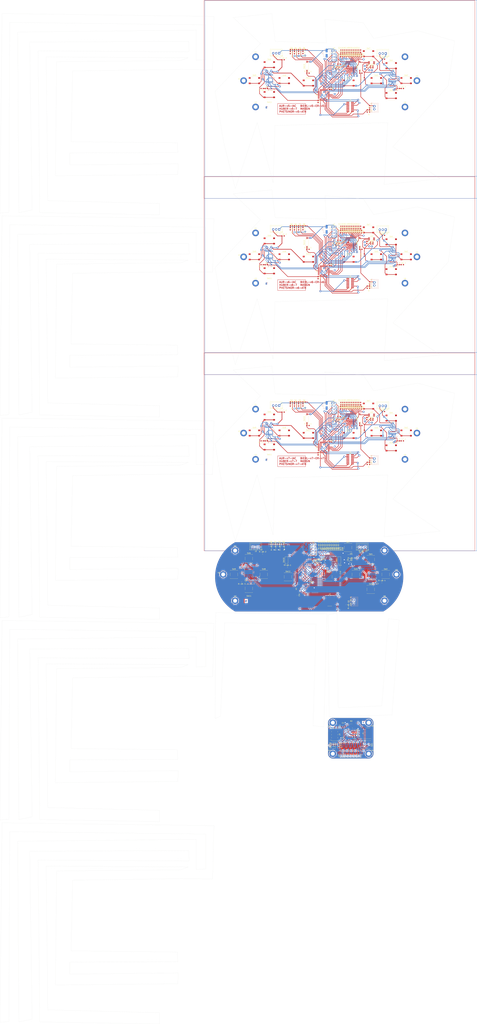
<source format=kicad_pcb>
(kicad_pcb (version 20221018) (generator pcbnew)
  (layers (0 "F.Cu" signal) (31 "B.Cu" signal) (34 "B.Paste" user) (35 "F.Paste" user) (36 "B.SilkS" user "B.Silkscreen") (37 "F.SilkS" user "F.Silkscreen") (38 "B.Mask" user) (39 "F.Mask" user) (44 "Edge.Cuts" user))
  (net 0 "")
  (net 1 "Glob_Alim-v5-")
  (net 2 "GND-v5-")
  (net 3 "POWER-v5-_CHECK-v5-")
  (net 4 "L-v5-i-ion-v5-")
  (net 5 "Net-(C7-Pad1)-v5-")
  (net 6 "Net-(C8-Pad1)-v5-")
  (net 7 "Net-(U3-BP)-v5-")
  (net 8 "Net-(D2-A)-v5-")
  (net 9 "Net-(D3-K)-v5-")
  (net 10 "Net-(D3-A)-v5-")
  (net 11 "Net-(D4-K)-v5-")
  (net 12 "Net-(D4-A)-v5-")
  (net 13 "Net-(D5-K)-v5-")
  (net 14 "Net-(D5-A)-v5-")
  (net 15 "Net-(D6-K)-v5-")
  (net 16 "Net-(D6-A)-v5-")
  (net 17 "Net-(D7-K)-v5-")
  (net 18 "Net-(D7-A)-v5-")
  (net 19 "Net-(D8-K)-v5-")
  (net 20 "Net-(D8-A)-v5-")
  (net 21 "Net-(D9-K)-v5-")
  (net 22 "Net-(D9-A)-v5-")
  (net 23 "Net-(D10-K)-v5-")
  (net 24 "Net-(D10-A)-v5-")
  (net 25 "Net-(D11-K)-v5-")
  (net 26 "Net-(D11-A)-v5-")
  (net 27 "Net-(D12-K)-v5-")
  (net 28 "Net-(D12-A)-v5-")
  (net 29 "Net-(D13-K)-v5-")
  (net 30 "Net-(D13-A)-v5-")
  (net 31 "Net-(D14-K)-v5-")
  (net 32 "Net-(D14-A)-v5-")
  (net 33 "Net-(D15-K)-v5-")
  (net 34 "Net-(D15-A)-v5-")
  (net 35 "Net-(D16-K)-v5-")
  (net 36 "Net-(D16-A)-v5-")
  (net 37 "Net-(D17-K)-v5-")
  (net 38 "Net-(D17-A)-v5-")
  (net 39 "Net-(D18-K)-v5-")
  (net 40 "Net-(D18-A)-v5-")
  (net 43 "SWDIO-v5-")
  (net 44 "SWDCK-v5-")
  (net 48 "R-v5-eset_Buton -v5-")
  (net 49 "USAR-v5-T2_R-v5-X-v5-")
  (net 50 "USAR-v5-T2_TX-v5-")
  (net 51 "R-v5-")
  (net 52 "L-v5-")
  (net 53 "NES{slash}SNES_switcher-v5-")
  (net 54 "DIO{slash}EX_CL-v5-K")
  (net 55 "DIO{slash}EX_SDA-v5-")
  (net 56 "DIODE_OE-v5-")
  (net 57 "Net-(#FL-v5-G05-pwr)")
  (net 58 "A_Button-v5-")
  (net 59 "B_Button-v5-")
  (net 60 "X_Button-v5-")
  (net 61 "Y_Button-v5-")
  (net 62 "UC_Button-v5-")
  (net 63 "Order_Search-v5-")
  (net 64 "L-v5-C_Button")
  (net 65 "R-v5-C_Button")
  (net 66 "DC_Button-v5-")
  (net 67 "ST_Button-v5-")
  (net 68 "SE_Button-v5-")
  (net 73 "Pin_Clock-v5-")
  (net 74 "Digital_Out_Put-v5-")
  (net 75 "MOSI-v5-")
  (net 79 "R-v5-X{slash}TX")
  (net 81 "CSN_nR-v5-F24")
  (net 99 "Glob_Alim-v6-")
  (net 100 "GND-v6-")
  (net 101 "POWER-v6-_CHECK-v6-")
  (net 102 "L-v6-i-ion-v6-")
  (net 103 "Net-(C7-Pad1)-v6-")
  (net 104 "Net-(C8-Pad1)-v6-")
  (net 105 "Net-(U3-BP)-v6-")
  (net 106 "Net-(D2-A)-v6-")
  (net 107 "Net-(D3-K)-v6-")
  (net 108 "Net-(D3-A)-v6-")
  (net 109 "Net-(D4-K)-v6-")
  (net 110 "Net-(D4-A)-v6-")
  (net 111 "Net-(D5-K)-v6-")
  (net 112 "Net-(D5-A)-v6-")
  (net 113 "Net-(D6-K)-v6-")
  (net 114 "Net-(D6-A)-v6-")
  (net 115 "Net-(D7-K)-v6-")
  (net 116 "Net-(D7-A)-v6-")
  (net 117 "Net-(D8-K)-v6-")
  (net 118 "Net-(D8-A)-v6-")
  (net 119 "Net-(D9-K)-v6-")
  (net 120 "Net-(D9-A)-v6-")
  (net 121 "Net-(D10-K)-v6-")
  (net 122 "Net-(D10-A)-v6-")
  (net 123 "Net-(D11-K)-v6-")
  (net 124 "Net-(D11-A)-v6-")
  (net 125 "Net-(D12-K)-v6-")
  (net 126 "Net-(D12-A)-v6-")
  (net 127 "Net-(D13-K)-v6-")
  (net 128 "Net-(D13-A)-v6-")
  (net 129 "Net-(D14-K)-v6-")
  (net 130 "Net-(D14-A)-v6-")
  (net 131 "Net-(D15-K)-v6-")
  (net 132 "Net-(D15-A)-v6-")
  (net 133 "Net-(D16-K)-v6-")
  (net 134 "Net-(D16-A)-v6-")
  (net 135 "Net-(D17-K)-v6-")
  (net 136 "Net-(D17-A)-v6-")
  (net 137 "Net-(D18-K)-v6-")
  (net 138 "Net-(D18-A)-v6-")
  (net 141 "SWDIO-v6-")
  (net 142 "SWDCK-v6-")
  (net 146 "R-v6-eset_Buton -v6-")
  (net 147 "USAR-v6-T2_R-v6-X-v6-")
  (net 148 "USAR-v6-T2_TX-v6-")
  (net 149 "R-v6-")
  (net 150 "L-v6-")
  (net 151 "NES{slash}SNES_switcher-v6-")
  (net 152 "DIO{slash}EX_CL-v6-K")
  (net 153 "DIO{slash}EX_SDA-v6-")
  (net 154 "DIODE_OE-v6-")
  (net 155 "Net-(#FL-v6-G05-pwr)")
  (net 156 "A_Button-v6-")
  (net 157 "B_Button-v6-")
  (net 158 "X_Button-v6-")
  (net 159 "Y_Button-v6-")
  (net 160 "UC_Button-v6-")
  (net 161 "Order_Search-v6-")
  (net 162 "L-v6-C_Button")
  (net 163 "R-v6-C_Button")
  (net 164 "DC_Button-v6-")
  (net 165 "ST_Button-v6-")
  (net 166 "SE_Button-v6-")
  (net 171 "Pin_Clock-v6-")
  (net 172 "Digital_Out_Put-v6-")
  (net 173 "MOSI-v6-")
  (net 177 "R-v6-X{slash}TX")
  (net 179 "CSN_nR-v6-F24")
  (net 197 "Glob_Alim-v7-")
  (net 198 "GND-v7-")
  (net 199 "POWER-v7-_CHECK-v7-")
  (net 200 "L-v7-i-ion-v7-")
  (net 201 "Net-(C7-Pad1)-v7-")
  (net 202 "Net-(C8-Pad1)-v7-")
  (net 203 "Net-(U3-BP)-v7-")
  (net 204 "Net-(D2-A)-v7-")
  (net 205 "Net-(D3-K)-v7-")
  (net 206 "Net-(D3-A)-v7-")
  (net 207 "Net-(D4-K)-v7-")
  (net 208 "Net-(D4-A)-v7-")
  (net 209 "Net-(D5-K)-v7-")
  (net 210 "Net-(D5-A)-v7-")
  (net 211 "Net-(D6-K)-v7-")
  (net 212 "Net-(D6-A)-v7-")
  (net 213 "Net-(D7-K)-v7-")
  (net 214 "Net-(D7-A)-v7-")
  (net 215 "Net-(D8-K)-v7-")
  (net 216 "Net-(D8-A)-v7-")
  (net 217 "Net-(D9-K)-v7-")
  (net 218 "Net-(D9-A)-v7-")
  (net 219 "Net-(D10-K)-v7-")
  (net 220 "Net-(D10-A)-v7-")
  (net 221 "Net-(D11-K)-v7-")
  (net 222 "Net-(D11-A)-v7-")
  (net 223 "Net-(D12-K)-v7-")
  (net 224 "Net-(D12-A)-v7-")
  (net 225 "Net-(D13-K)-v7-")
  (net 226 "Net-(D13-A)-v7-")
  (net 227 "Net-(D14-K)-v7-")
  (net 228 "Net-(D14-A)-v7-")
  (net 229 "Net-(D15-K)-v7-")
  (net 230 "Net-(D15-A)-v7-")
  (net 231 "Net-(D16-K)-v7-")
  (net 232 "Net-(D16-A)-v7-")
  (net 233 "Net-(D17-K)-v7-")
  (net 234 "Net-(D17-A)-v7-")
  (net 235 "Net-(D18-K)-v7-")
  (net 236 "Net-(D18-A)-v7-")
  (net 239 "SWDIO-v7-")
  (net 240 "SWDCK-v7-")
  (net 244 "R-v7-eset_Buton -v7-")
  (net 245 "USAR-v7-T2_R-v7-X-v7-")
  (net 246 "USAR-v7-T2_TX-v7-")
  (net 247 "R-v7-")
  (net 248 "L-v7-")
  (net 249 "NES{slash}SNES_switcher-v7-")
  (net 250 "DIO{slash}EX_CL-v7-K")
  (net 251 "DIO{slash}EX_SDA-v7-")
  (net 252 "DIODE_OE-v7-")
  (net 253 "Net-(#FL-v7-G05-pwr)")
  (net 254 "A_Button-v7-")
  (net 255 "B_Button-v7-")
  (net 256 "X_Button-v7-")
  (net 257 "Y_Button-v7-")
  (net 258 "UC_Button-v7-")
  (net 259 "Order_Search-v7-")
  (net 260 "L-v7-C_Button")
  (net 261 "R-v7-C_Button")
  (net 262 "DC_Button-v7-")
  (net 263 "ST_Button-v7-")
  (net 264 "SE_Button-v7-")
  (net 269 "Pin_Clock-v7-")
  (net 270 "Digital_Out_Put-v7-")
  (net 271 "MOSI-v7-")
  (net 275 "R-v7-X{slash}TX")
  (net 277 "CSN_nR-v7-F24")
  (net 295 "Glob_Alim-v8-")
  (net 296 "GND-v8-")
  (net 297 "POWER-v8-_CHECK-v8-")
  (net 298 "L-v8-i-ion-v8-")
  (net 299 "Net-(C7-Pad1)-v8-")
  (net 300 "Net-(C8-Pad1)-v8-")
  (net 301 "Net-(U3-BP)-v8-")
  (net 302 "Net-(D2-A)-v8-")
  (net 303 "Net-(D3-K)-v8-")
  (net 304 "Net-(D3-A)-v8-")
  (net 305 "Net-(D4-K)-v8-")
  (net 306 "Net-(D4-A)-v8-")
  (net 307 "Net-(D5-K)-v8-")
  (net 308 "Net-(D5-A)-v8-")
  (net 309 "Net-(D6-K)-v8-")
  (net 310 "Net-(D6-A)-v8-")
  (net 311 "Net-(D7-K)-v8-")
  (net 312 "Net-(D7-A)-v8-")
  (net 313 "Net-(D8-K)-v8-")
  (net 314 "Net-(D8-A)-v8-")
  (net 315 "Net-(D9-K)-v8-")
  (net 316 "Net-(D9-A)-v8-")
  (net 317 "Net-(D10-K)-v8-")
  (net 318 "Net-(D10-A)-v8-")
  (net 319 "Net-(D11-K)-v8-")
  (net 320 "Net-(D11-A)-v8-")
  (net 321 "Net-(D12-K)-v8-")
  (net 322 "Net-(D12-A)-v8-")
  (net 323 "Net-(D13-K)-v8-")
  (net 324 "Net-(D13-A)-v8-")
  (net 325 "Net-(D14-K)-v8-")
  (net 326 "Net-(D14-A)-v8-")
  (net 327 "Net-(D15-K)-v8-")
  (net 328 "Net-(D15-A)-v8-")
  (net 329 "Net-(D16-K)-v8-")
  (net 330 "Net-(D16-A)-v8-")
  (net 331 "Net-(D17-K)-v8-")
  (net 332 "Net-(D17-A)-v8-")
  (net 333 "Net-(D18-K)-v8-")
  (net 334 "Net-(D18-A)-v8-")
  (net 337 "SWDIO-v8-")
  (net 338 "SWDCK-v8-")
  (net 342 "R-v8-eset_Buton -v8-")
  (net 343 "USAR-v8-T2_R-v8-X-v8-")
  (net 344 "USAR-v8-T2_TX-v8-")
  (net 345 "R-v8-")
  (net 346 "L-v8-")
  (net 347 "NES{slash}SNES_switcher-v8-")
  (net 348 "DIO{slash}EX_CL-v8-K")
  (net 349 "DIO{slash}EX_SDA-v8-")
  (net 350 "DIODE_OE-v8-")
  (net 351 "Net-(#FL-v8-G05-pwr)")
  (net 352 "A_Button-v8-")
  (net 353 "B_Button-v8-")
  (net 354 "X_Button-v8-")
  (net 355 "Y_Button-v8-")
  (net 356 "UC_Button-v8-")
  (net 357 "Order_Search-v8-")
  (net 358 "L-v8-C_Button")
  (net 359 "R-v8-C_Button")
  (net 360 "DC_Button-v8-")
  (net 361 "ST_Button-v8-")
  (net 362 "SE_Button-v8-")
  (net 367 "Pin_Clock-v8-")
  (net 368 "Digital_Out_Put-v8-")
  (net 369 "MOSI-v8-")
  (net 373 "R-v8-X{slash}TX")
  (net 375 "CSN_nR-v8-F24")
  (net 393 "+5V-v11-")
  (net 394 "GND-v11-")
  (net 395 "+3.3V-v11-")
  (net 396 "Net-(D1-K)-v11-")
  (net 398 "Net-(D3-K)-v11-")
  (net 399 "Status_LED-v11-")
  (net 400 "Data_Clock_SNES-v11-")
  (net 401 "Data_Latch_SNES-v11-")
  (net 402 "Net-(D2-K)-v11-")
  (net 403 "Serial_Data1_SNES-v11-")
  (net 404 "Serial_Data2_SNES-v11-")
  (net 405 "SPI_Chip_Select-v11-")
  (net 406 "Chip_Enable-v11-")
  (net 407 "SPI_Digital_Input-v11-")
  (net 408 "SPI_Clock-v11-")
  (net 409 "SPI_Digital_Output-v11-")
  (net 410 "IOBit_SNES-v11-")
  (net 411 "Data_Clock_STM32-v11-")
  (net 412 "Data_Latch_STM32-v11-")
  (net 413 "Appairing_Btn-v11-")
  (net 414 "Net-(U2-BP)-v11-")
  (net 415 "SWDIO-v11-")
  (net 416 "SWDCK-v11-")
  (net 419 "NRST-v11-")
  (net 420 "USART2_RX-v11-")
  (net 421 "USART2_TX-v11-")
  (net 422 "Serial_Data1_STM32-v11-")
  (net 423 "IOBit_STM32-v11-")
  (net 424 "Serial_Data2_STM32-v11-")
  (footprint "R-v7-esistor_SMD:R-v7-_0603_1608Metric_Pad0.98x0.95mm_HandSolder" (layer "F.Cu") (at 288.712817 326.664349 90)
    (fp_text reference "R-v7-25")
    (fp_text value "1K")
  )
  (footprint "Capacitor_SMD:C_0603_1608Metric_Pad1.08x0.95mm_HandSolder" (layer "F.Cu") (at 249.510069 487.025627 -90)
    (fp_text reference "C5")
    (fp_text value "100n")
  )
  (footprint "R-v7-esistor_SMD:R-v7-_0603_1608Metric_Pad0.98x0.95mm_HandSolder" (layer "F.Cu") (at 297.742817 326.664349 90)
    (fp_text reference "R-v7-31")
    (fp_text value "1K")
  )
  (footprint "Connector_JST:JST_XH_B3B-XH-A_1x03_P2.50mm_Vertical" (layer "F.Cu") (at 216.958069 446.656627 180)
    (fp_text reference "J3")
    (fp_text value "Conn_01x03")
  )
  (footprint "R-v6-esistor_SMD:R-v6-_0603_1608Metric_Pad0.98x0.95mm_HandSolder" (layer "F.Cu") (at 309.742817 225.77464 -90)
    (fp_text reference "R-v6-9")
    (fp_text value "1M")
  )
  (footprint "Button_Switch_SMD:SW_SPST_B3S-1000" (layer "F.Cu") (at 225.842817 43.297431)
    (fp_text reference "SW6")
    (fp_text value "SW_Push")
  )
  (footprint "R-v6-esistor_SMD:R-v6-_0603_1608Metric_Pad0.98x0.95mm_HandSolder" (layer "F.Cu") (at 285.742817 179.28714 90)
    (fp_text reference "R-v6-23")
    (fp_text value "1K")
  )
  (footprint "Connector_JST:JST_XH_B3B-XH-A_1x03_P2.50mm_Vertical" (layer "F.Cu") (at 323.246817 328.613849 180)
    (fp_text reference "J4")
    (fp_text value "Conn_01x03")
  )
  (footprint "Button_Switch_SMD:SW_SPST_B3S-1000" (layer "F.Cu") (at 315.342817 56.597431)
    (fp_text reference "SW5")
    (fp_text value "SW_Push")
  )
  (footprint "L-v7-ED_SMD:L-v7-ED_0603_1608Metric_Pad1.05x0.95mm_HandSolder" (layer "F.Cu") (at 291.667817 330.176849 -90)
    (fp_text reference "D11")
    (fp_text value "O1")
  )
  (footprint "R-v6-esistor_SMD:R-v6-_0603_1608Metric_Pad0.98x0.95mm_HandSolder" (layer "F.Cu") (at 321.342817 185.97464)
    (fp_text reference "R-v6-13")
    (fp_text value "1K")
  )
  (footprint "L-v8-ED_SMD:L-v8-ED_0603_1608Metric_Pad1.05x0.95mm_HandSolder" (layer "F.Cu") (at 285.808069 448.431627 -90)
    (fp_text reference "D18")
    (fp_text value "R-v8-4")
  )
  (footprint "L-v5-ED_SMD:L-v5-ED_0603_1608Metric_Pad1.05x0.95mm_HandSolder" (layer "F.Cu") (at 296.517817 35.397431 -90)
    (fp_text reference "D14")
    (fp_text value "O4")
  )
  (footprint "R-v8-esistor_SMD:R-v8-_0603_1608Metric_Pad0.98x0.95mm_HandSolder" (layer "F.Cu") (at 292.608069 491.431627 -90)
    (fp_text reference "R-v8-9")
    (fp_text value "1M")
  )
  (footprint "MountingHole:MountingHole_3.2mm_M3_DIN965_Pad" (layer "F.Cu") (at 214.342817 225.97464)
    (fp_text reference "H3")
    (fp_text value "MountingHole_Pad")
  )
  (footprint "L-v6-ED_SMD:L-v6-ED_0603_1608Metric_Pad1.05x0.95mm_HandSolder" (layer "F.Cu") (at 294.917817 182.77464 -90)
    (fp_text reference "D13")
    (fp_text value "O3")
  )
  (footprint "Button_Switch_SMD:SW_SPST_B3S-1000" (layer "F.Cu") (at 225.842817 68.297431)
    (fp_text reference "SW11")
    (fp_text value "SW_Push")
  )
  (footprint "L-v8-ED_SMD:L-v8-ED_0603_1608Metric_Pad1.05x0.95mm_HandSolder" (layer "F.Cu") (at 268.133069 448.456627 -90)
    (fp_text reference "D7")
    (fp_text value "G5")
  )
  (footprint "Button_Switch_SMD:SW_SPST_B3S-1000" (layer "F.Cu") (at 292.342817 353.351849)
    (fp_text reference "SW13")
    (fp_text value "SW_Push")
  )
  (footprint "L-v5-ED_SMD:L-v5-ED_0603_1608Metric_Pad1.05x0.95mm_HandSolder" (layer "F.Cu") (at 302.942817 35.397431 -90)
    (fp_text reference "D18")
    (fp_text value "R-v5-4")
  )
  (footprint "R-v5-esistor_SMD:R-v5-_0603_1608Metric_Pad0.98x0.95mm_HandSolder" (layer "F.Cu") (at 237.342817 39.097431)
    (fp_text reference "R-v5-2")
    (fp_text value "1K")
  )
  (footprint "Diode_SMD:D_0603_1608Metric_Pad1.05x0.95mm_HandSolder" (layer "F.Cu") (at 279.488414 612.61454 180)
    (fp_text reference "D3")
    (fp_text value "LED")
  )
  (footprint "L-v8-ED_SMD:L-v8-ED_0603_1608Metric_Pad1.05x0.95mm_HandSolder" (layer "F.Cu") (at 227.208069 443.631627)
    (fp_text reference "D3")
    (fp_text value "G1")
  )
  (footprint "Package_SO:MSOP-8_3x3mm_P0.65mm" (layer "F.Cu") (at 294.208069 454.631627)
    (fp_text reference "U3")
    (fp_text value "MIC5219-3.3YMM")
  )
  (footprint "R-v5-esistor_SMD:R-v5-_0603_1608Metric_Pad0.98x0.95mm_HandSolder" (layer "F.Cu") (at 250.392817 33.072431 -90)
    (fp_text reference "R-v5-21")
    (fp_text value "1K")
  )
  (footprint "MountingHole:MountingHole_3.2mm_M3_DIN965_Pad" (layer "F.Cu") (at 197.208069 449.631627)
    (fp_text reference "H1")
    (fp_text value "MountingHole_Pad")
  )
  (footprint "L-v6-ED_SMD:L-v6-ED_0603_1608Metric_Pad1.05x0.95mm_HandSolder" (layer "F.Cu") (at 302.942817 182.77464 -90)
    (fp_text reference "D18")
    (fp_text value "R-v6-4")
  )
  (footprint "Capacitor_SMD:C_0603_1608Metric_Pad1.08x0.95mm_HandSolder" (layer "F.Cu") (at 286.269664 596.11454 90)
    (fp_text reference "C1")
    (fp_text value "10u")
  )
  (footprint "Capacitor_SMD:C_0603_1608Metric_Pad1.08x0.95mm_HandSolder" (layer "F.Cu") (at 333.654841 357.901849 180)
    (fp_text reference "C7")
    (fp_text value "100nF")
  )
  (footprint "R-v7-esistor_SMD:R-v7-_0603_1608Metric_Pad0.98x0.95mm_HandSolder" (layer "F.Cu") (at 290.242817 326.664349 90)
    (fp_text reference "R-v7-26")
    (fp_text value "1K")
  )
  (footprint "R-v5-esistor_SMD:R-v5-_0603_1608Metric_Pad0.98x0.95mm_HandSolder" (layer "F.Cu") (at 299.242817 31.909931 90)
    (fp_text reference "R-v5-32")
    (fp_text value "1K")
  )
  (footprint "Button_Switch_SMD:SW_SPST_B3S-1000" (layer "F.Cu") (at 340.342817 351.351849)
    (fp_text reference "SW2")
    (fp_text value "SW_Push")
  )
  (footprint "Capacitor_SMD:C_0603_1608Metric_Pad1.08x0.95mm_HandSolder" (layer "F.Cu") (at 285.303069 463.331627)
    (fp_text reference "C4")
    (fp_text value "1u")
  )
  (footprint "R-v7-esistor_SMD:R-v7-_0603_1608Metric_Pad0.98x0.95mm_HandSolder" (layer "F.Cu") (at 311.602817 339.027849)
    (fp_text reference "R-v7-3")
    (fp_text value "1K")
  )
  (footprint "Button_Switch_SMD:SW_SPST_B3S-1000" (layer "F.Cu") (at 310.708069 457.131627)
    (fp_text reference "SW4")
    (fp_text value "SW_Push")
  )
  (footprint "Package_SO:MSOP-8_3x3mm_P0.65mm" (layer "F.Cu") (at 311.342817 188.97464)
    (fp_text reference "U3")
    (fp_text value "MIC5219-3.3YMM")
  )
  (footprint "Button_Switch_SMD:SW_SPST_B3S-1000" (layer "F.Cu") (at 327.842817 363.851849)
    (fp_text reference "SW3")
    (fp_text value "SW_Push")
  )
  (footprint "Button_Switch_SMD:SW_SPST_B3S-1000" (layer "F.Cu") (at 213.342817 56.597431)
    (fp_text reference "SW9")
    (fp_text value "SW_Push")
  )
  (footprint "R-v8-esistor_SMD:R-v8-_0603_1608Metric_Pad0.98x0.95mm_HandSolder" (layer "F.Cu") (at 280.608069 444.944127 90)
    (fp_text reference "R-v8-31")
    (fp_text value "1K")
  )
  (footprint "R-v5-esistor_SMD:R-v5-_0603_1608Metric_Pad0.98x0.95mm_HandSolder" (layer "F.Cu") (at 300.742817 31.909931 90)
    (fp_text reference "R-v5-33")
    (fp_text value "1K")
  )
  (footprint "Capacitor_SMD:C_0603_1608Metric_Pad1.08x0.95mm_HandSolder" (layer "F.Cu") (at 305.337817 202.45714 -90)
    (fp_text reference "C10")
    (fp_text value "100nF")
  )
  (footprint "R-v5-esistor_SMD:R-v5-_0603_1608Metric_Pad0.98x0.95mm_HandSolder" (layer "F.Cu") (at 294.742817 31.909931 90)
    (fp_text reference "R-v5-29")
    (fp_text value "1K")
  )
  (footprint "R-v7-esistor_SMD:R-v7-_0603_1608Metric_Pad0.98x0.95mm_HandSolder" (layer "F.Cu") (at 309.742817 373.151849 -90)
    (fp_text reference "R-v7-9")
    (fp_text value "1M")
  )
  (footprint "Package_SO:TSSOP-28_4.4x9.7mm_P0.65mm" (layer "F.Cu") (at 294.076817 190.88864 90)
    (fp_text reference "U4")
    (fp_text value "PCA9685PW")
  )
  (footprint "L-v7-ED_SMD:L-v7-ED_0603_1608Metric_Pad1.05x0.95mm_HandSolder" (layer "F.Cu") (at 247.842817 325.351849)
    (fp_text reference "D4")
    (fp_text value "G2")
  )
  (footprint "R-v5-esistor_SMD:R-v5-_0603_1608Metric_Pad0.98x0.95mm_HandSolder" (layer "F.Cu") (at 246.867817 33.097431 -90)
    (fp_text reference "R-v5-20")
    (fp_text value "1K")
  )
  (footprint "R-v7-esistor_SMD:R-v7-_0603_1608Metric_Pad0.98x0.95mm_HandSolder" (layer "F.Cu") (at 258.192817 345.051849)
    (fp_text reference "R-v7-1")
    (fp_text value "1K")
  )
  (footprint "R-v5-esistor_SMD:R-v5-_0603_1608Metric_Pad0.98x0.95mm_HandSolder" (layer "F.Cu") (at 288.712817 31.909931 90)
    (fp_text reference "R-v5-25")
    (fp_text value "1K")
  )
  (footprint "R-v5-esistor_SMD:R-v5-_0603_1608Metric_Pad0.98x0.95mm_HandSolder" (layer "F.Cu") (at 291.742817 31.909931 90)
    (fp_text reference "R-v5-27")
    (fp_text value "1K")
  )
  (footprint "MountingHole:MountingHole_3.2mm_M3_DIN965_Pad" (layer "F.Cu") (at 322.208069 491.631627)
    (fp_text reference "H6")
    (fp_text value "MountingHole_Pad")
  )
  (footprint "Capacitor_SMD:C_0603_1608Metric_Pad1.08x0.95mm_HandSolder" (layer "F.Cu") (at 307.392817 191.87464 -90)
    (fp_text reference "C9")
    (fp_text value "470p")
  )
  (footprint "Button_Switch_SMD:SW_SPST_B3S-1000" (layer "F.Cu") (at 213.342817 351.351849)
    (fp_text reference "SW9")
    (fp_text value "SW_Push")
  )
  (footprint "Capacitor_SMD:C_0603_1608Metric_Pad1.08x0.95mm_HandSolder" (layer "F.Cu") (at 302.437817 50.297431)
    (fp_text reference "C4")
    (fp_text value "1u")
  )
  (footprint "MountingHole:MountingHole_3.2mm_M3_DIN965_Pad" (layer "F.Cu") (at 214.342817 36.597431)
    (fp_text reference "H1")
    (fp_text value "MountingHole_Pad")
  )
  (footprint "L-v7-ED_SMD:L-v7-ED_0603_1608Metric_Pad1.05x0.95mm_HandSolder" (layer "F.Cu") (at 285.267817 330.176849 -90)
    (fp_text reference "D7")
    (fp_text value "G5")
  )
  (footprint "Capacitor_SMD:C_0603_1608Metric_Pad1.08x0.95mm_HandSolder" (layer "F.Cu") (at 266.644817 368.745849 -90)
    (fp_text reference "C5")
    (fp_text value "100n")
  )
  (footprint "Connector_PinSocket_2.54mm:PinSocket_2x04_P2.54mm_Vertical_SMD" (layer "F.Cu") (at 280.469664 603.61454 180)
    (fp_text reference "J3")
    (fp_text value "Conn_01x08_Socket")
  )
  (footprint "R-v8-esistor_SMD:R-v8-_0603_1608Metric_Pad0.98x0.95mm_HandSolder" (layer "F.Cu") (at 271.578069 444.944127 90)
    (fp_text reference "R-v8-25")
    (fp_text value "1K")
  )
  (footprint "Capacitor_SMD:C_0603_1608Metric_Pad1.08x0.95mm_HandSolder" (layer "F.Cu") (at 302.437817 197.67464)
    (fp_text reference "C4")
    (fp_text value "1u")
  )
  (footprint "R-v5-esistor_SMD:R-v5-_0603_1608Metric_Pad0.98x0.95mm_HandSolder" (layer "F.Cu") (at 283.152817 45.197431 180)
    (fp_text reference "R-v5-11")
    (fp_text value "10K")
  )
  (footprint "Button_Switch_SMD:SW_DIP_SPSTx01_Slide_Copal_CHS-01B_W7.62mm_P1.27mm" (layer "F.Cu") (at 257.342817 339.351849 90)
    (fp_text reference "SW10")
    (fp_text value "SW_DIP_x01")
  )
  (footprint "R-v7-esistor_SMD:R-v7-_0603_1608Metric_Pad0.98x0.95mm_HandSolder" (layer "F.Cu") (at 287.242817 326.664349 90)
    (fp_text reference "R-v7-24")
    (fp_text value "1K")
  )
  (footprint "R-v6-esistor_SMD:R-v6-_0603_1608Metric_Pad0.98x0.95mm_HandSolder" (layer "F.Cu") (at 258.192817 197.67464)
    (fp_text reference "R-v6-1")
    (fp_text value "1K")
  )
  (footprint "R-v5-esistor_SMD:R-v5-_0603_1608Metric_Pad0.98x0.95mm_HandSolder" (layer "F.Cu") (at 311.602817 44.273431)
    (fp_text reference "R-v5-3")
    (fp_text value "1K")
  )
  (footprint "R-v5-esistor_SMD:R-v5-_0603_1608Metric_Pad0.98x0.95mm_HandSolder" (layer "F.Cu") (at 284.152817 42.697431 180)
    (fp_text reference "R-v5-16")
    (fp_text value "10K")
  )
  (footprint "R-v6-esistor_SMD:R-v6-_0603_1608Metric_Pad0.98x0.95mm_HandSolder" (layer "F.Cu") (at 300.742817 179.28714 90)
    (fp_text reference "R-v6-33")
    (fp_text value "1K")
  )
  (footprint "Capacitor_SMD:C_0603_1608Metric_Pad1.08x0.95mm_HandSolder" (layer "F.Cu") (at 206.116045 476.181627)
    (fp_text reference "C8")
    (fp_text value "100nF")
  )
  (footprint "Capacitor_SMD:C_0603_1608Metric_Pad1.08x0.95mm_HandSolder" (layer "F.Cu") (at 290.258069 457.531627 -90)
    (fp_text reference "C9")
    (fp_text value "470p")
  )
  (footprint "Button_Switch_SMD:SW_SPST_B3S-1000" (layer "F.Cu") (at 308.842817 34.097431)
    (fp_text reference "SW7")
    (fp_text value "SW_SPST")
  )
  (footprint "Button_Switch_SMD:SW_SPST_B3S-1000" (layer "F.Cu") (at 315.342817 351.351849)
    (fp_text reference "SW5")
    (fp_text value "SW_Push")
  )
  (footprint "Button_Switch_SMD:SW_SPST_B3S-1000" (layer "F.Cu") (at 208.708069 481.331627)
    (fp_text reference "SW11")
    (fp_text value "SW_Push")
  )
  (footprint "R-v6-esistor_SMD:R-v6-_0603_1608Metric_Pad0.98x0.95mm_HandSolder" (layer "F.Cu") (at 297.742817 179.28714 90)
    (fp_text reference "R-v6-31")
    (fp_text value "1K")
  )
  (footprint "MountingHole:MountingHole_3.2mm_M3_DIN965_Pad" (layer "F.Cu") (at 322.208069 449.631627)
    (fp_text reference "H4")
    (fp_text value "MountingHole_Pad")
  )
  (footprint "Capacitor_SMD:C_0603_1608Metric_Pad1.08x0.95mm_HandSolder" (layer "F.Cu") (at 258.908069 476.103627 -90)
    (fp_text reference "C3")
    (fp_text value "100n")
  )
  (footprint "L-v5-ED_SMD:L-v5-ED_0603_1608Metric_Pad1.05x0.95mm_HandSolder" (layer "F.Cu") (at 293.302817 35.409931 -90)
    (fp_text reference "D12")
    (fp_text value "O2")
  )
  (footprint "L-v6-ED_SMD:L-v6-ED_0603_1608Metric_Pad1.05x0.95mm_HandSolder" (layer "F.Cu") (at 299.717817 182.77464 -90)
    (fp_text reference "D16")
    (fp_text value "R-v6-2")
  )
  (footprint "L-v7-ED_SMD:L-v7-ED_0603_1608Metric_Pad1.05x0.95mm_HandSolder" (layer "F.Cu") (at 251.342817 325.351849)
    (fp_text reference "D5")
    (fp_text value "G3")
  )
  (footprint "R-v6-esistor_SMD:R-v6-_0603_1608Metric_Pad0.98x0.95mm_HandSolder" (layer "F.Cu") (at 287.242817 179.28714 90)
    (fp_text reference "R-v6-24")
    (fp_text value "1K")
  )
  (footprint "R-v6-esistor_SMD:R-v6-_0603_1608Metric_Pad0.98x0.95mm_HandSolder" (layer "F.Cu") (at 282.152817 194.07464)
    (fp_text reference "R-v6-14")
    (fp_text value "10K")
  )
  (footprint "Button_Switch_SMD:SW_SPST_B3S-1000" (layer "F.Cu") (at 327.842817 69.097431)
    (fp_text reference "SW3")
    (fp_text value "SW_Push")
  )
  (footprint "L-v6-ED_SMD:L-v6-ED_0603_1608Metric_Pad1.05x0.95mm_HandSolder" (layer "F.Cu") (at 290.067817 182.79964 -90)
    (fp_text reference "D10")
    (fp_text value "G8")
  )
  (footprint "L-v8-ED_SMD:L-v8-ED_0603_1608Metric_Pad1.05x0.95mm_HandSolder" (layer "F.Cu") (at 234.208069 443.631627)
    (fp_text reference "D5")
    (fp_text value "G3")
  )
  (footprint "Button_Switch_SMD:SW_DIP_SPSTx01_Slide_Copal_CHS-01B_W7.62mm_P1.27mm" (layer "F.Cu") (at 257.342817 191.97464 90)
    (fp_text reference "SW10")
    (fp_text value "SW_DIP_x01")
  )
  (footprint "R-v8-esistor_SMD:R-v8-_0603_1608Metric_Pad0.98x0.95mm_HandSolder" (layer "F.Cu") (at 241.058069 463.331627)
    (fp_text reference "R-v8-1")
    (fp_text value "1K")
  )
  (footprint "Button_Switch_SMD:SW_SPST_B3S-1000" (layer "F.Cu") (at 225.842817 215.67464)
    (fp_text reference "SW11")
    (fp_text value "SW_Push")
  )
  (footprint "R-v7-esistor_SMD:R-v7-_0603_1608Metric_Pad0.98x0.95mm_HandSolder" (layer "F.Cu") (at 243.367817 327.826849 -90)
    (fp_text reference "R-v7-18")
    (fp_text value "1K")
  )
  (footprint "Package_QFP:L-v6-QFP-32_7x7mm_P0.8mm" (layer "F.Cu") (at 271.342817 215.97464 90)
    (fp_text reference "U1")
    (fp_text value "STM32L-v6-412KBTx")
  )
  (footprint "Capacitor_SMD:C_0603_1608Metric_Pad1.08x0.95mm_HandSolder" (layer "F.Cu") (at 223.250793 357.901849)
    (fp_text reference "C8")
    (fp_text value "100nF")
  )
  (footprint "Connector_PinHeader_2.54mm:PinHeader_2x04_P2.54mm_Vertical" (layer "F.Cu") (at 278.542817 31.657431)
    (fp_text reference "U2")
    (fp_text value "nR-v5-F24_Full")
  )
  (footprint "R-v7-esistor_SMD:R-v7-_0603_1608Metric_Pad0.98x0.95mm_HandSolder" (layer "F.Cu") (at 246.867817 327.851849 -90)
    (fp_text reference "R-v7-20")
    (fp_text value "1K")
  )
  (footprint "MountingHole:MountingHole_3.2mm_M3_DIN965_Pad" (layer "F.Cu") (at 339.342817 331.351849)
    (fp_text reference "H4")
    (fp_text value "MountingHole_Pad")
  )
  (footprint "L-v6-ED_SMD:L-v6-ED_0603_1608Metric_Pad1.05x0.95mm_HandSolder" (layer "F.Cu") (at 291.667817 182.79964 -90)
    (fp_text reference "D11")
    (fp_text value "O1")
  )
  (footprint "L-v7-ED_SMD:L-v7-ED_0603_1608Metric_Pad1.05x0.95mm_HandSolder" (layer "F.Cu") (at 293.302817 330.164349 -90)
    (fp_text reference "D12")
    (fp_text value "O2")
  )
  (footprint "Button_Switch_SMD:SW_SPST_B3S-1000" (layer "F.Cu") (at 213.342817 203.97464)
    (fp_text reference "SW9")
    (fp_text value "SW_Push")
  )
  (footprint "Button_Switch_SMD:SW_DIP_SPSTx01_Slide_Copal_CHS-01B_W7.62mm_P1.27mm" (layer "F.Cu") (at 284.378069 457.631627 90)
    (fp_text reference "SW1")
    (fp_text value "SW_DIP_x01")
  )
  (footprint "Resistor_SMD:R_0603_1608Metric_Pad0.98x0.95mm_HandSolder" (layer "F.Cu") (at 282.988414 614.41454)
    (fp_text reference "R3")
    (fp_text value "1k")
  )
  (footprint "R-v6-esistor_SMD:R-v6-_0603_1608Metric_Pad0.98x0.95mm_HandSolder" (layer "F.Cu") (at 307.742817 229.31214 -90)
    (fp_text reference "R-v6-10")
    (fp_text value "1M")
  )
  (footprint "Capacitor_SMD:C_0603_1608Metric_Pad1.08x0.95mm_HandSolder" (layer "F.Cu") (at 297.729664 603.16704 90)
    (fp_text reference "C2")
    (fp_text value "100n")
  )
  (footprint "MountingHole:MountingHole_3.2mm_M3_DIN965_Pad" (layer "F.Cu") (at 339.342817 78.597431)
    (fp_text reference "H6")
    (fp_text value "MountingHole_Pad")
  )
  (footprint "Connector_JST:JST_XH_B3B-XH-A_1x03_P2.50mm_Vertical" (layer "F.Cu") (at 234.092817 180.99964 180)
    (fp_text reference "J3")
    (fp_text value "Conn_01x03")
  )
  (footprint "L-v7-ED_SMD:L-v7-ED_0603_1608Metric_Pad1.05x0.95mm_HandSolder" (layer "F.Cu") (at 311.602817 340.551849)
    (fp_text reference "D2")
    (fp_text value "L-v7-ED_Small")
  )
  (footprint "Connector_JST:JST_XH_B3B-XH-A_1x03_P2.50mm_Vertical" (layer "F.Cu") (at 234.092817 328.376849 180)
    (fp_text reference "J3")
    (fp_text value "Conn_01x03")
  )
  (footprint "Button_Switch_SMD:SW_DIP_SPSTx01_Slide_Copal_CHS-01B_W7.62mm_P1.27mm" (layer "F.Cu") (at 301.512817 191.97464 90)
    (fp_text reference "SW1")
    (fp_text value "SW_DIP_x01")
  )
  (footprint "L-v5-ED_SMD:L-v5-ED_0603_1608Metric_Pad1.05x0.95mm_HandSolder" (layer "F.Cu") (at 301.317817 35.397431 -90)
    (fp_text reference "D17")
    (fp_text value "R-v5-3")
  )
  (footprint "R-v8-esistor_SMD:R-v8-_0603_1608Metric_Pad0.98x0.95mm_HandSolder" (layer "F.Cu") (at 277.608069 444.944127 90)
    (fp_text reference "R-v8-29")
    (fp_text value "1K")
  )
  (footprint "Capacitor_SMD:C_0603_1608Metric_Pad1.08x0.95mm_HandSolder" (layer "F.Cu") (at 305.337817 349.834349 -90)
    (fp_text reference "C10")
    (fp_text value "100nF")
  )
  (footprint "L-v5-ED_SMD:L-v5-ED_0603_1608Metric_Pad1.05x0.95mm_HandSolder" (layer "F.Cu") (at 251.342817 30.597431)
    (fp_text reference "D5")
    (fp_text value "G3")
  )
  (footprint "R-v6-esistor_SMD:R-v6-_0603_1608Metric_Pad0.98x0.95mm_HandSolder" (layer "F.Cu") (at 283.152817 192.57464 180)
    (fp_text reference "R-v6-11")
    (fp_text value "10K")
  )
  (footprint "MountingHole:MountingHole_3.2mm_M3_DIN965_Pad" (layer "F.Cu") (at 187.208069 469.631627)
    (fp_text reference "H2")
    (fp_text value "MountingHole_Pad")
  )
  (footprint "R-v5-esistor_SMD:R-v5-_0603_1608Metric_Pad0.98x0.95mm_HandSolder" (layer "F.Cu") (at 307.742817 81.934931 -90)
    (fp_text reference "R-v5-10")
    (fp_text value "1M")
  )
  (footprint "R-v6-esistor_SMD:R-v6-_0603_1608Metric_Pad0.98x0.95mm_HandSolder" (layer "F.Cu") (at 337.154841 210.52464)
    (fp_text reference "R-v6-4")
    (fp_text value "1k")
  )
  (footprint "Button_Switch_SMD:SW_SPST_B3S-1000" (layer "F.Cu") (at 340.342817 56.597431)
    (fp_text reference "SW2")
    (fp_text value "SW_Push")
  )
  (footprint "R-v7-esistor_SMD:R-v7-_0603_1608Metric_Pad0.98x0.95mm_HandSolder" (layer "F.Cu") (at 337.154841 357.901849)
    (fp_text reference "R-v7-4")
    (fp_text value "1k")
  )
  (footprint "Button_Switch_SMD:SW_SPST_B3S-1000" (layer "F.Cu") (at 196.208069 469.631627)
    (fp_text reference "SW9")
    (fp_text value "SW_Push")
  )
  (footprint "Button_Switch_SMD:SW_DIP_SPSTx01_Slide_Copal_CHS-01B_W7.62mm_P1.27mm" (layer "F.Cu") (at 301.512817 44.597431 90)
    (fp_text reference "SW1")
    (fp_text value "SW_DIP_x01")
  )
  (footprint "MountingHole:MountingHole_3.2mm_M3_DIN965_Pad" (layer "F.Cu") (at 278.969664 619.61454)
    (fp_text reference "H3")
    (fp_text value "MountingHole_Pad")
  )
  (footprint "Capacitor_SMD:C_0603_1608Metric_Pad1.08x0.95mm_HandSolder" (layer "F.Cu") (at 307.392817 339.251849 -90)
    (fp_text reference "C9")
    (fp_text value "470p")
  )
  (footprint "MountingHole:MountingHole_3.2mm_M3_DIN965_Pad" (layer "F.Cu") (at 214.342817 331.351849)
    (fp_text reference "H1")
    (fp_text value "MountingHole_Pad")
  )
  (footprint "Capacitor_SMD:C_0603_1608Metric_Pad1.08x0.95mm_HandSolder" (layer "F.Cu") (at 333.654841 63.147431 180)
    (fp_text reference "C7")
    (fp_text value "100nF")
  )
  (footprint "L-v7-ED_SMD:L-v7-ED_0603_1608Metric_Pad1.05x0.95mm_HandSolder" (layer "F.Cu") (at 296.517817 330.151849 -90)
    (fp_text reference "D14")
    (fp_text value "O4")
  )
  (footprint "Package_SO:MSOP-8_3x3mm_P0.65mm" (layer "F.Cu") (at 311.342817 41.597431)
    (fp_text reference "U3")
    (fp_text value "MIC5219-3.3YMM")
  )
  (footprint "L-v5-ED_SMD:L-v5-ED_0603_1608Metric_Pad1.05x0.95mm_HandSolder" (layer "F.Cu") (at 286.866817 35.422431 -90)
    (fp_text reference "D8")
    (fp_text value "G6")
  )
  (footprint "L-v6-ED_SMD:L-v6-ED_0603_1608Metric_Pad1.05x0.95mm_HandSolder" (layer "F.Cu") (at 311.602817 193.17464)
    (fp_text reference "D2")
    (fp_text value "L-v6-ED_Small")
  )
  (footprint "Button_Switch_SMD:SW_SPST_B3S-1000" (layer "F.Cu") (at 327.842817 191.47464)
    (fp_text reference "SW4")
    (fp_text value "SW_Push")
  )
  (footprint "Button_Switch_SMD:SW_SPST_B3S-1000" (layer "F.Cu") (at 292.342817 205.97464)
    (fp_text reference "SW13")
    (fp_text value "SW_Push")
  )
  (footprint "R-v5-esistor_SMD:R-v5-_0603_1608Metric_Pad0.98x0.95mm_HandSolder" (layer "F.Cu") (at 337.154841 63.147431)
    (fp_text reference "R-v5-4")
    (fp_text value "1k")
  )
  (footprint "R-v5-esistor_SMD:R-v5-_0603_1608Metric_Pad0.98x0.95mm_HandSolder" (layer "F.Cu") (at 285.742817 31.909931 90)
    (fp_text reference "R-v5-23")
    (fp_text value "1K")
  )
  (footprint "L-v7-ED_SMD:L-v7-ED_0603_1608Metric_Pad1.05x0.95mm_HandSolder" (layer "F.Cu") (at 286.866817 330.176849 -90)
    (fp_text reference "D8")
    (fp_text value "G6")
  )
  (footprint "L-v6-ED_SMD:L-v6-ED_0603_1608Metric_Pad1.05x0.95mm_HandSolder" (layer "F.Cu") (at 293.302817 182.78714 -90)
    (fp_text reference "D12")
    (fp_text value "O2")
  )
  (footprint "Package_SO:TSSOP-28_4.4x9.7mm_P0.65mm" (layer "F.Cu") (at 294.076817 43.511431 90)
    (fp_text reference "U4")
    (fp_text value "PCA9685PW")
  )
  (footprint "L-v5-ED_SMD:L-v5-ED_0603_1608Metric_Pad1.05x0.95mm_HandSolder" (layer "F.Cu") (at 299.717817 35.397431 -90)
    (fp_text reference "D16")
    (fp_text value "R-v5-2")
  )
  (footprint "L-v6-ED_SMD:L-v6-ED_0603_1608Metric_Pad1.05x0.95mm_HandSolder" (layer "F.Cu") (at 296.517817 182.77464 -90)
    (fp_text reference "D14")
    (fp_text value "O4")
  )
  (footprint "Connector_PinHeader_2.54mm:PinHeader_2x04_P2.54mm_Vertical" (layer "F.Cu") (at 278.542817 326.411849)
    (fp_text reference "U2")
    (fp_text value "nR-v7-F24_Full")
  )
  (footprint "MountingHole:MountingHole_3.2mm_M3_DIN965_Pad" (layer "F.Cu") (at 204.342817 203.97464)
    (fp_text reference "H2")
    (fp_text value "MountingHole_Pad")
  )
  (footprint "R-v7-esistor_SMD:R-v7-_0603_1608Metric_Pad0.98x0.95mm_HandSolder" (layer "F.Cu") (at 253.942817 327.776849 -90)
    (fp_text reference "R-v7-22")
    (fp_text value "1K")
  )
  (footprint "R-v5-esistor_SMD:R-v5-_0603_1608Metric_Pad0.98x0.95mm_HandSolder" (layer "F.Cu") (at 243.367817 33.072431 -90)
    (fp_text reference "R-v5-18")
    (fp_text value "1K")
  )
  (footprint "Capacitor_SMD:C_0603_1608Metric_Pad1.08x0.95mm_HandSolder" (layer "F.Cu") (at 287.769664 596.11454 90)
    (fp_text reference "C4")
    (fp_text value "100n")
  )
  (footprint "R-v5-esistor_SMD:R-v5-_0603_1608Metric_Pad0.98x0.95mm_HandSolder" (layer "F.Cu") (at 309.742817 78.397431 -90)
    (fp_text reference "R-v5-9")
    (fp_text value "1M")
  )
  (footprint "Connector_PinHeader_1.27mm:PinHeader_2x07_P1.27mm_Vertical_SMD" (layer "F.Cu") (at 276.333069 491.571627)
    (fp_text reference "J2")
    (fp_text value "Conn_02x07_Odd_Even")
  )
  (footprint "R-v8-esistor_SMD:R-v8-_0603_1608Metric_Pad0.98x0.95mm_HandSolder" (layer "F.Cu") (at 229.733069 446.131627 -90)
    (fp_text reference "R-v8-20")
    (fp_text value "1K")
  )
  (footprint "Diode_SMD:D_0603_1608Metric_Pad1.05x0.95mm_HandSolder" (layer "F.Cu") (at 279.488414 610.81454 180)
    (fp_text reference "D1")
    (fp_text value "LED_Small")
  )
  (footprint "R-v5-esistor_SMD:R-v5-_0603_1608Metric_Pad0.98x0.95mm_HandSolder" (layer "F.Cu") (at 219.850793 63.147431 180)
    (fp_text reference "R-v5-7")
    (fp_text value "1k")
  )
  (footprint "Connector_PinHeader_2.54mm:PinHeader_2x04_P2.54mm_Vertical" (layer "F.Cu") (at 261.408069 444.691627)
    (fp_text reference "U2")
    (fp_text value "nR-v8-F24_Full")
  )
  (footprint "R-v5-esistor_SMD:R-v5-_0603_1608Metric_Pad0.98x0.95mm_HandSolder" (layer "F.Cu") (at 258.192817 50.297431)
    (fp_text reference "R-v5-1")
    (fp_text value "1K")
  )
  (footprint "L-v7-ED_SMD:L-v7-ED_0603_1608Metric_Pad1.05x0.95mm_HandSolder" (layer "F.Cu") (at 244.342817 325.351849)
    (fp_text reference "D3")
    (fp_text value "G1")
  )
  (footprint "R-v8-esistor_SMD:R-v8-_0603_1608Metric_Pad0.98x0.95mm_HandSolder" (layer "F.Cu") (at 233.258069 446.106627 -90)
    (fp_text reference "R-v8-21")
    (fp_text value "1K")
  )
  (footprint "R-v8-esistor_SMD:R-v8-_0603_1608Metric_Pad0.98x0.95mm_HandSolder" (layer "F.Cu") (at 202.716045 476.181627 180)
    (fp_text reference "R-v8-7")
    (fp_text value "1k")
  )
  (footprint "R-v6-esistor_SMD:R-v6-_0603_1608Metric_Pad0.98x0.95mm_HandSolder" (layer "F.Cu") (at 290.242817 179.28714 90)
    (fp_text reference "R-v6-26")
    (fp_text value "1K")
  )
  (footprint "Capacitor_SMD:C_0603_1608Metric_Pad1.08x0.95mm_HandSolder" (layer "F.Cu") (at 302.437817 345.051849)
    (fp_text reference "C4")
    (fp_text value "1u")
  )
  (footprint "Button_Switch_SMD:SW_SPST_B3S-1000" (layer "F.Cu") (at 275.208069 471.631627)
    (fp_text reference "SW13")
    (fp_text value "SW_Push")
  )
  (footprint "R-v5-esistor_SMD:R-v5-_0603_1608Metric_Pad0.98x0.95mm_HandSolder" (layer "F.Cu") (at 282.152817 46.697431)
    (fp_text reference "R-v5-14")
    (fp_text value "10K")
  )
  (footprint "Capacitor_SMD:C_0603_1608Metric_Pad1.08x0.95mm_HandSolder" (layer "F.Cu") (at 316.520093 476.181627 180)
    (fp_text reference "C7")
    (fp_text value "100nF")
  )
  (footprint "L-v7-ED_SMD:L-v7-ED_0603_1608Metric_Pad1.05x0.95mm_HandSolder" (layer "F.Cu") (at 298.117817 330.151849 -90)
    (fp_text reference "D15")
    (fp_text value "R-v7-1")
  )
  (footprint "L-v7-ED_SMD:L-v7-ED_0603_1608Metric_Pad1.05x0.95mm_HandSolder" (layer "F.Cu") (at 299.717817 330.151849 -90)
    (fp_text reference "D16")
    (fp_text value "R-v7-2")
  )
  (footprint "Button_Switch_SMD:SW_SPST_B3S-1000" (layer "F.Cu") (at 225.842817 190.67464)
    (fp_text reference "SW6")
    (fp_text value "SW_Push")
  )
  (footprint "Capacitor_SMD:C_0603_1608Metric_Pad1.08x0.95mm_HandSolder" (layer "F.Cu") (at 276.042817 357.823849 -90)
    (fp_text reference "C3")
    (fp_text value "100n")
  )
  (footprint "R-v8-esistor_SMD:R-v8-_0603_1608Metric_Pad0.98x0.95mm_HandSolder" (layer "F.Cu") (at 268.608069 444.944127 90)
    (fp_text reference "R-v8-23")
    (fp_text value "1K")
  )
  (footprint "R-v6-esistor_SMD:R-v6-_0603_1608Metric_Pad0.98x0.95mm_HandSolder" (layer "F.Cu") (at 250.392817 180.44964 -90)
    (fp_text reference "R-v6-21")
    (fp_text value "1K")
  )
  (footprint "MountingHole:MountingHole_3.2mm_M3_DIN965_Pad" (layer "F.Cu") (at 339.342817 225.97464)
    (fp_text reference "H6")
    (fp_text value "MountingHole_Pad")
  )
  (footprint "R-v7-esistor_SMD:R-v7-_0603_1608Metric_Pad0.98x0.95mm_HandSolder" (layer "F.Cu") (at 294.742817 326.664349 90)
    (fp_text reference "R-v7-29")
    (fp_text value "1K")
  )
  (footprint "Button_Switch_SMD:SW_SPST_B3S-1000" (layer "F.Cu") (at 298.208069 469.631627)
    (fp_text reference "SW5")
    (fp_text value "SW_Push")
  )
  (footprint "Package_SO:MSOP-8_3x3mm_P0.65mm" (layer "F.Cu") (at 311.342817 336.351849)
    (fp_text reference "U3")
    (fp_text value "MIC5219-3.3YMM")
  )
  (footprint "Button_Switch_SMD:SW_SPST_B3S-1000" (layer "F.Cu") (at 307.469664 612.11454 180)
    (fp_text reference "SW1")
    (fp_text value "SW_SPST")
  )
  (footprint "L-v7-ED_SMD:L-v7-ED_0603_1608Metric_Pad1.05x0.95mm_HandSolder" (layer "F.Cu") (at 302.942817 330.151849 -90)
    (fp_text reference "D18")
    (fp_text value "R-v7-4")
  )
  (footprint "R-v8-esistor_SMD:R-v8-_0603_1608Metric_Pad0.98x0.95mm_HandSolder" (layer "F.Cu") (at 270.108069 444.944127 90)
    (fp_text reference "R-v8-24")
    (fp_text value "1K")
  )
  (footprint "Capacitor_SMD:C_0603_1608Metric_Pad1.08x0.95mm_HandSolder" (layer "F.Cu") (at 260.432069 476.103627 -90)
    (fp_text reference "C6")
    (fp_text value "10u")
  )
  (footprint "L-v8-ED_SMD:L-v8-ED_0603_1608Metric_Pad1.05x0.95mm_HandSolder" (layer "F.Cu") (at 280.983069 448.431627 -90)
    (fp_text reference "D15")
    (fp_text value "R-v8-1")
  )
  (footprint "R-v8-esistor_SMD:R-v8-_0603_1608Metric_Pad0.98x0.95mm_HandSolder" (layer "F.Cu") (at 304.208069 451.631627)
    (fp_text reference "R-v8-13")
    (fp_text value "1K")
  )
  (footprint "R-v7-esistor_SMD:R-v7-_0603_1608Metric_Pad0.98x0.95mm_HandSolder" (layer "F.Cu") (at 302.242817 326.664349 90)
    (fp_text reference "R-v7-34")
    (fp_text value "1K")
  )
  (footprint "L-v5-ED_SMD:L-v5-ED_0603_1608Metric_Pad1.05x0.95mm_HandSolder" (layer "F.Cu") (at 291.667817 35.422431 -90)
    (fp_text reference "D11")
    (fp_text value "O1")
  )
  (footprint "R-v6-esistor_SMD:R-v6-_0603_1608Metric_Pad0.98x0.95mm_HandSolder" (layer "F.Cu") (at 296.242817 179.28714 90)
    (fp_text reference "R-v6-30")
    (fp_text value "1K")
  )
  (footprint "Capacitor_SMD:C_0603_1608Metric_Pad1.08x0.95mm_HandSolder" (layer "F.Cu") (at 266.644817 73.991431 -90)
    (fp_text reference "C5")
    (fp_text value "100n")
  )
  (footprint "Connector_JST:JST_XH_B3B-XH-A_1x03_P2.50mm_Vertical" (layer "F.Cu") (at 306.112069 446.893627 180)
    (fp_text reference "J4")
    (fp_text value "Conn_01x03")
  )
  (footprint "L-v6-ED_SMD:L-v6-ED_0603_1608Metric_Pad1.05x0.95mm_HandSolder" (layer "F.Cu") (at 254.842817 177.97464)
    (fp_text reference "D6")
    (fp_text value "G4")
  )
  (footprint "L-v7-ED_SMD:L-v7-ED_0603_1608Metric_Pad1.05x0.95mm_HandSolder" (layer "F.Cu") (at 301.317817 330.151849 -90)
    (fp_text reference "D17")
    (fp_text value "R-v7-3")
  )
  (footprint "L-v8-ED_SMD:L-v8-ED_0603_1608Metric_Pad1.05x0.95mm_HandSolder" (layer "F.Cu") (at 271.333069 448.456627 -90)
    (fp_text reference "D9")
    (fp_text value "G7")
  )
  (footprint "R-v6-esistor_SMD:R-v6-_0603_1608Metric_Pad0.98x0.95mm_HandSolder" (layer "F.Cu") (at 291.742817 179.28714 90)
    (fp_text reference "R-v6-27")
    (fp_text value "1K")
  )
  (footprint "Connector_JST:JST_XH_B3B-XH-A_1x03_P2.50mm_Vertical" (layer "F.Cu") (at 323.246817 33.859431 180)
    (fp_text reference "J4")
    (fp_text value "Conn_01x03")
  )
  (footprint "Package_QFP:L-v8-QFP-32_7x7mm_P0.8mm" (layer "F.Cu") (at 254.208069 481.631627 90)
    (fp_text reference "U1")
    (fp_text value "STM32L-v8-412KBTx")
  )
  (footprint "R-v7-esistor_SMD:R-v7-_0603_1608Metric_Pad0.98x0.95mm_HandSolder" (layer "F.Cu") (at 293.242817 326.664349 90)
    (fp_text reference "R-v7-28")
    (fp_text value "1K")
  )
  (footprint "Button_Switch_SMD:SW_SPST_B3S-1000" (layer "F.Cu") (at 340.342817 203.97464)
    (fp_text reference "SW2")
    (fp_text value "SW_Push")
  )
  (footprint "R-v7-esistor_SMD:R-v7-_0603_1608Metric_Pad0.98x0.95mm_HandSolder" (layer "F.Cu") (at 237.342817 333.851849)
    (fp_text reference "R-v7-2")
    (fp_text value "1K")
  )
  (footprint "Capacitor_SMD:C_0603_1608Metric_Pad1.08x0.95mm_HandSolder" (layer "F.Cu") (at 223.250793 210.52464)
    (fp_text reference "C8")
    (fp_text value "100nF")
  )
  (footprint "R-v7-esistor_SMD:R-v7-_0603_1608Metric_Pad0.98x0.95mm_HandSolder" (layer "F.Cu") (at 284.152817 337.451849 180)
    (fp_text reference "R-v7-16")
    (fp_text value "10K")
  )
  (footprint "L-v8-ED_SMD:L-v8-ED_0603_1608Metric_Pad1.05x0.95mm_HandSolder" (layer "F.Cu") (at 269.732069 448.456627 -90)
    (fp_text reference "D8")
    (fp_text value "G6")
  )
  (footprint "Button_Switch_SMD:SW_SPST_B3S-1000" (layer "F.Cu") (at 241.418069 471.631627)
    (fp_text reference "SW12")
    (fp_text value "SW_Push")
  )
  (footprint "R-v6-esistor_SMD:R-v6-_0603_1608Metric_Pad0.98x0.95mm_HandSolder" (layer "F.Cu") (at 243.367817 180.44964 -90)
    (fp_text reference "R-v6-18")
    (fp_text value "1K")
  )
  (footprint "L-v8-ED_SMD:L-v8-ED_0603_1608Metric_Pad1.05x0.95mm_HandSolder" (layer "F.Cu") (at 276.168069 448.444127 -90)
    (fp_text reference "D12")
    (fp_text value "O2")
  )
  (footprint "L-v7-ED_SMD:L-v7-ED_0603_1608Metric_Pad1.05x0.95mm_HandSolder" (layer "F.Cu") (at 290.067817 330.176849 -90)
    (fp_text reference "D10")
    (fp_text value "G8")
  )
  (footprint "R-v6-esistor_SMD:R-v6-_0603_1608Metric_Pad0.98x0.95mm_HandSolder" (layer "F.Cu") (at 293.242817 179.28714 90)
    (fp_text reference "R-v6-28")
    (fp_text value "1K")
  )
  (footprint "L-v8-ED_SMD:L-v8-ED_0603_1608Metric_Pad1.05x0.95mm_HandSolder" (layer "F.Cu") (at 282.583069 448.431627 -90)
    (fp_text reference "D16")
    (fp_text value "R-v8-2")
  )
  (footprint "Capacitor_SMD:C_0603_1608Metric_Pad1.08x0.95mm_HandSolder" (layer "F.Cu") (at 276.042817 63.069431 -90)
    (fp_text reference "C3")
    (fp_text value "100n")
  )
  (footprint "Button_Switch_SMD:SW_SPST_B3S-1000" (layer "F.Cu") (at 315.342817 203.97464)
    (fp_text reference "SW5")
    (fp_text value "SW_Push")
  )
  (footprint "MountingHole:MountingHole_3.2mm_M3_DIN965_Pad" (layer "F.Cu") (at 214.342817 373.351849)
    (fp_text reference "H3")
    (fp_text value "MountingHole_Pad")
  )
  (footprint "L-v5-ED_SMD:L-v5-ED_0603_1608Metric_Pad1.05x0.95mm_HandSolder" (layer "F.Cu") (at 298.117817 35.397431 -90)
    (fp_text reference "D15")
    (fp_text value "R-v5-1")
  )
  (footprint "R-v5-esistor_SMD:R-v5-_0603_1608Metric_Pad0.98x0.95mm_HandSolder" (layer "F.Cu") (at 302.242817 31.909931 90)
    (fp_text reference "R-v5-34")
    (fp_text value "1K")
  )
  (footprint "R-v7-esistor_SMD:R-v7-_0603_1608Metric_Pad0.98x0.95mm_HandSolder" (layer "F.Cu") (at 307.742817 376.689349 -90)
    (fp_text reference "R-v7-10")
    (fp_text value "1M")
  )
  (footprint "Capacitor_SMD:C_0603_1608Metric_Pad1.08x0.95mm_HandSolder" (layer "F.Cu") (at 305.337817 55.079931 -90)
    (fp_text reference "C10")
    (fp_text value "100nF")
  )
  (footprint "Button_Switch_SMD:SW_SPST_B3S-1000" (layer "F.Cu") (at 238.342817 203.97464)
    (fp_text reference "SW8")
    (fp_text value "SW_Push")
  )
  (footprint "L-v6-ED_SMD:L-v6-ED_0603_1608Metric_Pad1.05x0.95mm_HandSolder" (layer "F.Cu") (at 285.267817 182.79964 -90)
    (fp_text reference "D7")
    (fp_text value "G5")
  )
  (footprint "MountingHole:MountingHole_3.2mm_M3_DIN965_Pad" (layer "F.Cu") (at 349.342817 203.97464)
    (fp_text reference "H5")
    (fp_text value "MountingHole_Pad")
  )
  (footprint "L-v5-ED_SMD:L-v5-ED_0603_1608Metric_Pad1.05x0.95mm_HandSolder" (layer "F.Cu") (at 244.342817 30.597431)
    (fp_text reference "D3")
    (fp_text value "G1")
  )
  (footprint "L-v8-ED_SMD:L-v8-ED_0603_1608Metric_Pad1.05x0.95mm_HandSolder" (layer "F.Cu") (at 272.933069 448.456627 -90)
    (fp_text reference "D10")
    (fp_text value "G8")
  )
  (footprint "R-v7-esistor_SMD:R-v7-_0603_1608Metric_Pad0.98x0.95mm_HandSolder" (layer "F.Cu") (at 321.342817 333.351849)
    (fp_text reference "R-v7-13")
    (fp_text value "1K")
  )
  (footprint "Button_Switch_SMD:SW_SPST_B3S-1000" (layer "F.Cu") (at 221.208069 469.631627)
    (fp_text reference "SW8")
    (fp_text value "SW_Push")
  )
  (footprint "Button_Switch_SMD:SW_SPST_B3S-1000" (layer "F.Cu") (at 225.842817 338.051849)
    (fp_text reference "SW6")
    (fp_text value "SW_Push")
  )
  (footprint "R-v6-esistor_SMD:R-v6-_0603_1608Metric_Pad0.98x0.95mm_HandSolder" (layer "F.Cu") (at 288.712817 179.28714 90)
    (fp_text reference "R-v6-25")
    (fp_text value "1K")
  )
  (footprint "L-v8-ED_SMD:L-v8-ED_0603_1608Metric_Pad1.05x0.95mm_HandSolder" (layer "F.Cu") (at 279.383069 448.431627 -90)
    (fp_text reference "D14")
    (fp_text value "O4")
  )
  (footprint "Diode_SMD:D_0603_1608Metric_Pad1.05x0.95mm_HandSolder" (layer "F.Cu") (at 279.488414 614.41454 180)
    (fp_text reference "D2")
    (fp_text value "LED_Small")
  )
  (footprint "R-v6-esistor_SMD:R-v6-_0603_1608Metric_Pad0.98x0.95mm_HandSolder" (layer "F.Cu") (at 246.867817 180.47464 -90)
    (fp_text reference "R-v6-20")
    (fp_text value "1K")
  )
  (footprint "R-v6-esistor_SMD:R-v6-_0603_1608Metric_Pad0.98x0.95mm_HandSolder" (layer "F.Cu") (at 284.152817 190.07464 180)
    (fp_text reference "R-v6-16")
    (fp_text value "10K")
  )
  (footprint "Connector_PinHeader_2.54mm:PinHeader_2x04_P2.54mm_Vertical" (layer "F.Cu") (at 278.542817 179.03464)
    (fp_text reference "U2")
    (fp_text value "nR-v6-F24_Full")
  )
  (footprint "L-v8-ED_SMD:L-v8-ED_0603_1608Metric_Pad1.05x0.95mm_HandSolder" (layer "F.Cu") (at 277.783069 448.431627 -90)
    (fp_text reference "D13")
    (fp_text value "O3")
  )
  (footprint "Connector_PinHeader_1.27mm:PinHeader_2x07_P1.27mm_Vertical_SMD" (layer "F.Cu") (at 293.467817 225.91464)
    (fp_text reference "J2")
    (fp_text value "Conn_02x07_Odd_Even")
  )
  (footprint "L-v5-ED_SMD:L-v5-ED_0603_1608Metric_Pad1.05x0.95mm_HandSolder" (layer "F.Cu") (at 254.842817 30.597431)
    (fp_text reference "D6")
    (fp_text value "G4")
  )
  (footprint "L-v5-ED_SMD:L-v5-ED_0603_1608Metric_Pad1.05x0.95mm_HandSolder" (layer "F.Cu") (at 247.842817 30.597431)
    (fp_text reference "D4")
    (fp_text value "G2")
  )
  (footprint "Resistor_SMD:R_0603_1608Metric_Pad0.98x0.95mm_HandSolder" (layer "F.Cu") (at 282.988414 612.61454)
    (fp_text reference "R4")
    (fp_text value "1k")
  )
  (footprint "Connector_PinHeader_1.27mm:PinHeader_2x07_P1.27mm_Vertical_SMD" (layer "F.Cu") (at 307.969664 602.61454 180)
    (fp_text reference "J1")
    (fp_text value "Conn_02x07_Odd_Even")
  )
  (footprint "L-v7-ED_SMD:L-v7-ED_0603_1608Metric_Pad1.05x0.95mm_HandSolder" (layer "F.Cu") (at 254.842817 325.351849)
    (fp_text reference "D6")
    (fp_text value "G4")
  )
  (footprint "R-v8-esistor_SMD:R-v8-_0603_1608Metric_Pad0.98x0.95mm_HandSolder" (layer "F.Cu") (at 320.020093 476.181627)
    (fp_text reference "R-v8-4")
    (fp_text value "1k")
  )
  (footprint "R-v5-esistor_SMD:R-v5-_0603_1608Metric_Pad0.98x0.95mm_HandSolder" (layer "F.Cu") (at 296.242817 31.909931 90)
    (fp_text reference "R-v5-30")
    (fp_text value "1K")
  )
  (footprint "R-v8-esistor_SMD:R-v8-_0603_1608Metric_Pad0.98x0.95mm_HandSolder" (layer "F.Cu") (at 282.108069 444.944127 90)
    (fp_text reference "R-v8-32")
    (fp_text value "1K")
  )
  (footprint "Button_Switch_SMD:SW_SPST_B3S-1000" (layer "F.Cu") (at 323.208069 469.631627)
    (fp_text reference "SW2")
    (fp_text value "SW_Push")
  )
  (footprint "Capacitor_SMD:C_0603_1608Metric_Pad1.08x0.95mm_HandSolder" (layer "F.Cu") (at 266.644817 221.36864 -90)
    (fp_text reference "C5")
    (fp_text value "100n")
  )
  (footprint "R-v7-esistor_SMD:R-v7-_0603_1608Metric_Pad0.98x0.95mm_HandSolder" (layer "F.Cu") (at 283.152817 339.951849 180)
    (fp_text reference "R-v7-11")
    (fp_text value "10K")
  )
  (footprint "L-v5-ED_SMD:L-v5-ED_0603_1608Metric_Pad1.05x0.95mm_HandSolder" (layer "F.Cu") (at 285.267817 35.422431 -90)
    (fp_text reference "D7")
    (fp_text value "G5")
  )
  (footprint "R-v5-esistor_SMD:R-v5-_0603_1608Metric_Pad0.98x0.95mm_HandSolder" (layer "F.Cu") (at 293.242817 31.909931 90)
    (fp_text reference "R-v5-28")
    (fp_text value "1K")
  )
  (footprint "Button_Switch_SMD:SW_SPST_B3S-1000" (layer "F.Cu") (at 292.342817 58.597431)
    (fp_text reference "SW13")
    (fp_text value "SW_Push")
  )
  (footprint "Capacitor_SMD:C_0603_1608Metric_Pad1.08x0.95mm_HandSolder" (layer "F.Cu") (at 277.566817 63.069431 -90)
    (fp_text reference "C6")
    (fp_text value "10u")
  )
  (footprint "Resistor_SMD:R_0603_1608Metric_Pad0.98x0.95mm_HandSolder" (layer "F.Cu") (at 282.988414 610.81454)
    (fp_text reference "R1")
    (fp_text value "1k")
  )
  (footprint "Button_Switch_SMD:SW_SPST_B3S-1000" (layer "F.Cu") (at 258.552817 205.97464)
    (fp_text reference "SW12")
    (fp_text value "SW_Push")
  )
  (footprint "R-v6-esistor_SMD:R-v6-_0603_1608Metric_Pad0.98x0.95mm_HandSolder" (layer "F.Cu") (at 302.242817 179.28714 90)
    (fp_text reference "R-v6-34")
    (fp_text value "1K")
  )
  (footprint "MountingHole:MountingHole_3.2mm_M3_DIN965_Pad" (layer "F.Cu") (at 308.969664 593.61454)
    (fp_text reference "H2")
    (fp_text value "MountingHole_Pad")
  )
  (footprint "R-v7-esistor_SMD:R-v7-_0603_1608Metric_Pad0.98x0.95mm_HandSolder" (layer "F.Cu") (at 282.152817 341.451849)
    (fp_text reference "R-v7-14")
    (fp_text value "10K")
  )
  (footprint "MountingHole:MountingHole_3.2mm_M3_DIN965_Pad" (layer "F.Cu") (at 339.342817 373.351849)
    (fp_text reference "H6")
    (fp_text value "MountingHole_Pad")
  )
  (footprint "Capacitor_SMD:C_0603_1608Metric_Pad1.08x0.95mm_HandSolder" (layer "F.Cu") (at 223.250793 63.147431)
    (fp_text reference "C8")
    (fp_text value "100nF")
  )
  (footprint "MountingHole:MountingHole_3.2mm_M3_DIN965_Pad" (layer "F.Cu") (at 204.342817 56.597431)
    (fp_text reference "H2")
    (fp_text value "MountingHole_Pad")
  )
  (footprint "Connector_PinHeader_2.54mm:PinHeader_1x07_P2.54mm_Vertical" (layer "F.Cu") (at 286.219664 621.51454 90)
    (fp_text reference "J2")
    (fp_text value "Conn_01x07_Socket")
  )
  (footprint "L-v7-ED_SMD:L-v7-ED_0603_1608Metric_Pad1.05x0.95mm_HandSolder" (layer "F.Cu") (at 294.917817 330.151849 -90)
    (fp_text reference "D13")
    (fp_text value "O3")
  )
  (footprint "Capacitor_SMD:C_0603_1608Metric_Pad1.08x0.95mm_HandSolder" (layer "F.Cu") (at 309.742817 81.934931 -90)
    (fp_text reference "C2")
    (fp_text value "1nF")
  )
  (footprint "R-v5-esistor_SMD:R-v5-_0603_1608Metric_Pad0.98x0.95mm_HandSolder" (layer "F.Cu") (at 321.342817 38.597431)
    (fp_text reference "R-v5-13")
    (fp_text value "1K")
  )
  (footprint "L-v8-ED_SMD:L-v8-ED_0603_1608Metric_Pad1.05x0.95mm_HandSolder" (layer "F.Cu") (at 274.533069 448.456627 -90)
    (fp_text reference "D11")
    (fp_text value "O1")
  )
  (footprint "R-v6-esistor_SMD:R-v6-_0603_1608Metric_Pad0.98x0.95mm_HandSolder" (layer "F.Cu") (at 219.850793 210.52464 180)
    (fp_text reference "R-v6-7")
    (fp_text value "1k")
  )
  (footprint "MountingHole:MountingHole_3.2mm_M3_DIN965_Pad" (layer "F.Cu") (at 214.342817 78.597431)
    (fp_text reference "H3")
    (fp_text value "MountingHole_Pad")
  )
  (footprint "Capacitor_SMD:C_0603_1608Metric_Pad1.08x0.95mm_HandSolder" (layer "F.Cu") (at 277.566817 357.823849 -90)
    (fp_text reference "C6")
    (fp_text value "10u")
  )
  (footprint "Package_SO:TSSOP-28_4.4x9.7mm_P0.65mm" (layer "F.Cu") (at 294.076817 338.265849 90)
    (fp_text reference "U4")
    (fp_text value "PCA9685PW")
  )
  (footprint "R-v8-esistor_SMD:R-v8-_0603_1608Metric_Pad0.98x0.95mm_HandSolder" (layer "F.Cu") (at 220.208069 452.131627)
    (fp_text reference "R-v8-2")
    (fp_text value "1K")
  )
  (footprint "MountingHole:MountingHole_3.2mm_M3_DIN965_Pad" (layer "F.Cu") (at 332.208069 469.631627)
    (fp_text reference "H5")
    (fp_text value "MountingHole_Pad")
  )
  (footprint "Capacitor_SMD:C_0603_1608Metric_Pad1.08x0.95mm_HandSolder" (layer "F.Cu") (at 309.742817 376.689349 -90)
    (fp_text reference "C2")
    (fp_text value "1nF")
  )
  (footprint "R-v8-esistor_SMD:R-v8-_0603_1608Metric_Pad0.98x0.95mm_HandSolder" (layer "F.Cu") (at 226.233069 446.106627 -90)
    (fp_text reference "R-v8-18")
    (fp_text value "1K")
  )
  (footprint "Capacitor_SMD:C_0603_1608Metric_Pad1.08x0.95mm_HandSolder" (layer "F.Cu") (at 288.203069 468.114127 -90)
    (fp_text reference "C10")
    (fp_text value "100nF")
  )
  (footprint "R-v8-esistor_SMD:R-v8-_0603_1608Metric_Pad0.98x0.95mm_HandSolder" (layer "F.Cu") (at 294.468069 457.307627)
    (fp_text reference "R-v8-3")
    (fp_text value "1K")
  )
  (footprint "Capacitor_SMD:C_0603_1608Metric_Pad1.08x0.95mm_HandSolder" (layer "F.Cu") (at 333.654841 210.52464 180)
    (fp_text reference "C7")
    (fp_text value "100nF")
  )
  (footprint "Button_Switch_SMD:SW_SPST_B3S-1000" (layer "F.Cu") (at 327.842817 216.47464)
    (fp_text reference "SW3")
    (fp_text value "SW_Push")
  )
  (footprint "Button_Switch_SMD:SW_SPST_B3S-1000" (layer "F.Cu") (at 225.842817 363.051849)
    (fp_text reference "SW11")
    (fp_text value "SW_Push")
  )
  (footprint "L-v5-ED_SMD:L-v5-ED_0603_1608Metric_Pad1.05x0.95mm_HandSolder" (layer "F.Cu") (at 288.467817 35.422431 -90)
    (fp_text reference "D9")
    (fp_text value "G7")
  )
  (footprint "L-v8-ED_SMD:L-v8-ED_0603_1608Metric_Pad1.05x0.95mm_HandSolder" (layer "F.Cu") (at 237.708069 443.631627)
    (fp_text reference "D6")
    (fp_text value "G4")
  )
  (footprint "L-v6-ED_SMD:L-v6-ED_0603_1608Metric_Pad1.05x0.95mm_HandSolder" (layer "F.Cu") (at 288.467817 182.79964 -90)
    (fp_text reference "D9")
    (fp_text value "G7")
  )
  (footprint "R-v8-esistor_SMD:R-v8-_0603_1608Metric_Pad0.98x0.95mm_HandSolder" (layer "F.Cu") (at 265.018069 459.731627)
    (fp_text reference "R-v8-14")
    (fp_text value "10K")
  )
  (footprint "R-v8-esistor_SMD:R-v8-_0603_1608Metric_Pad0.98x0.95mm_HandSolder" (layer "F.Cu") (at 276.108069 444.944127 90)
    (fp_text reference "R-v8-28")
    (fp_text value "1K")
  )
  (footprint "Connector_JST:JST_XH_B3B-XH-A_1x03_P2.50mm_Vertical" (layer "F.Cu") (at 234.092817 33.622431 180)
    (fp_text reference "J3")
    (fp_text value "Conn_01x03")
  )
  (footprint "Capacitor_SMD:C_0603_1608Metric_Pad1.08x0.95mm_HandSolder" (layer "F.Cu") (at 292.608069 494.969127 -90)
    (fp_text reference "C2")
    (fp_text value "1nF")
  )
  (footprint "MountingHole:MountingHole_3.2mm_M3_DIN965_Pad" (layer "F.Cu") (at 339.342817 183.97464)
    (fp_text reference "H4")
    (fp_text value "MountingHole_Pad")
  )
  (footprint "MountingHole:MountingHole_3.2mm_M3_DIN965_Pad" (layer "F.Cu") (at 204.342817 351.351849)
    (fp_text reference "H2")
    (fp_text value "MountingHole_Pad")
  )
  (footprint "L-v7-ED_SMD:L-v7-ED_0603_1608Metric_Pad1.05x0.95mm_HandSolder" (layer "F.Cu") (at 288.467817 330.176849 -90)
    (fp_text reference "D9")
    (fp_text value "G7")
  )
  (footprint "L-v6-ED_SMD:L-v6-ED_0603_1608Metric_Pad1.05x0.95mm_HandSolder" (layer "F.Cu") (at 301.317817 182.77464 -90)
    (fp_text reference "D17")
    (fp_text value "R-v6-3")
  )
  (footprint "Button_Switch_SMD:SW_SPST_B3S-1000" (layer "F.Cu") (at 258.552817 58.597431)
    (fp_text reference "SW12")
    (fp_text value "SW_Push")
  )
  (footprint "Capacitor_SMD:C_0603_1608Metric_Pad1.08x0.95mm_HandSolder" (layer "F.Cu") (at 297.729664 599.86454 90)
    (fp_text reference "C5")
    (fp_text value "100n")
  )
  (footprint "R-v8-esistor_SMD:R-v8-_0603_1608Metric_Pad0.98x0.95mm_HandSolder" (layer "F.Cu") (at 273.108069 444.944127 90)
    (fp_text reference "R-v8-26")
    (fp_text value "1K")
  )
  (footprint "Button_Switch_SMD:SW_SPST_B3S-1000" (layer "F.Cu") (at 327.842817 44.097431)
    (fp_text reference "SW4")
    (fp_text value "SW_Push")
  )
  (footprint "R-v7-esistor_SMD:R-v7-_0603_1608Metric_Pad0.98x0.95mm_HandSolder" (layer "F.Cu") (at 250.392817 327.826849 -90)
    (fp_text reference "R-v7-21")
    (fp_text value "1K")
  )
  (footprint "R-v8-esistor_SMD:R-v8-_0603_1608Metric_Pad0.98x0.95mm_HandSolder" (layer "F.Cu") (at 266.018069 458.231627 180)
    (fp_text reference "R-v8-11")
    (fp_text value "10K")
  )
  (footprint "L-v5-ED_SMD:L-v5-ED_0603_1608Metric_Pad1.05x0.95mm_HandSolder" (layer "F.Cu") (at 290.067817 35.422431 -90)
    (fp_text reference "D10")
    (fp_text value "G8")
  )
  (footprint "R-v7-esistor_SMD:R-v7-_0603_1608Metric_Pad0.98x0.95mm_HandSolder" (layer "F.Cu") (at 291.742817 326.664349 90)
    (fp_text reference "R-v7-27")
    (fp_text value "1K")
  )
  (footprint "R-v6-esistor_SMD:R-v6-_0603_1608Metric_Pad0.98x0.95mm_HandSolder" (layer "F.Cu") (at 253.942817 180.39964 -90)
    (fp_text reference "R-v6-22")
    (fp_text value "1K")
  )
  (footprint "Capacitor_SMD:C_0603_1608Metric_Pad1.08x0.95mm_HandSolder" (layer "F.Cu") (at 307.392817 44.497431 -90)
    (fp_text reference "C9")
    (fp_text value "470p")
  )
  (footprint "R-v7-esistor_SMD:R-v7-_0603_1608Metric_Pad0.98x0.95mm_HandSolder" (layer "F.Cu") (at 285.742817 326.664349 90)
    (fp_text reference "R-v7-23")
    (fp_text value "1K")
  )
  (footprint "Resistor_SMD:R_0603_1608Metric_Pad0.98x0.95mm_HandSolder" (layer "F.Cu") (at 294.389664 594.68454 90)
    (fp_text reference "R2")
    (fp_text value "10k")
  )
  (footprint "Button_Switch_SMD:SW_SPST_B3S-1000" (layer "F.Cu") (at 258.552817 353.351849)
    (fp_text reference "SW12")
    (fp_text value "SW_Push")
  )
  (footprint "Button_Switch_SMD:SW_SPST_B3S-1000" (layer "F.Cu") (at 208.708069 456.331627)
    (fp_text reference "SW6")
    (fp_text value "SW_Push")
  )
  (footprint "R-v6-esistor_SMD:R-v6-_0603_1608Metric_Pad0.98x0.95mm_HandSolder" (layer "F.Cu") (at 294.742817 179.28714 90)
    (fp_text reference "R-v6-29")
    (fp_text value "1K")
  )
  (footprint "R-v7-esistor_SMD:R-v7-_0603_1608Metric_Pad0.98x0.95mm_HandSolder" (layer "F.Cu") (at 300.742817 326.664349 90)
    (fp_text reference "R-v7-33")
    (fp_text value "1K")
  )
  (footprint "R-v6-esistor_SMD:R-v6-_0603_1608Metric_Pad0.98x0.95mm_HandSolder" (layer "F.Cu") (at 237.342817 186.47464)
    (fp_text reference "R-v6-2")
    (fp_text value "1K")
  )
  (footprint "Connector_PinHeader_1.27mm:PinHeader_2x07_P1.27mm_Vertical_SMD" (layer "F.Cu") (at 293.467817 78.537431)
    (fp_text reference "J2")
    (fp_text value "Conn_02x07_Odd_Even")
  )
  (footprint "L-v8-ED_SMD:L-v8-ED_0603_1608Metric_Pad1.05x0.95mm_HandSolder" (layer "F.Cu") (at 294.468069 458.831627)
    (fp_text reference "D2")
    (fp_text value "L-v8-ED_Small")
  )
  (footprint "L-v6-ED_SMD:L-v6-ED_0603_1608Metric_Pad1.05x0.95mm_HandSolder" (layer "F.Cu") (at 244.342817 177.97464)
    (fp_text reference "D3")
    (fp_text value "G1")
  )
  (footprint "Button_Switch_SMD:SW_DIP_SPSTx01_Slide_Copal_CHS-01B_W7.62mm_P1.27mm" (layer "F.Cu") (at 301.512817 339.351849 90)
    (fp_text reference "SW1")
    (fp_text value "SW_DIP_x01")
  )
  (footprint "Button_Switch_SMD:SW_SPST_B3S-1000" (layer "F.Cu") (at 308.842817 328.851849)
    (fp_text reference "SW7")
    (fp_text value "SW_SPST")
  )
  (footprint "Button_Switch_SMD:SW_SPST_B3S-1000" (layer "F.Cu") (at 308.842817 181.47464)
    (fp_text reference "SW7")
    (fp_text value "SW_SPST")
  )
  (footprint "Package_QFP:L-v5-QFP-32_7x7mm_P0.8mm" (layer "F.Cu") (at 271.342817 68.597431 90)
    (fp_text reference "U1")
    (fp_text value "STM32L-v5-412KBTx")
  )
  (footprint "Connector_PinHeader_1.27mm:PinHeader_2x07_P1.27mm_Vertical_SMD" (layer "F.Cu") (at 293.467817 373.291849)
    (fp_text reference "J2")
    (fp_text value "Conn_02x07_Odd_Even")
  )
  (footprint "Package_QFP:LQFP-32_7x7mm_P0.8mm" (layer "F.Cu") (at 291.819664 601.51454 180)
    (fp_text reference "U1")
    (fp_text value "STM32L412KBTx")
  )
  (footprint "MountingHole:MountingHole_3.2mm_M3_DIN965_Pad" (layer "F.Cu") (at 339.342817 36.597431)
    (fp_text reference "H4")
    (fp_text value "MountingHole_Pad")
  )
  (footprint "L-v5-ED_SMD:L-v5-ED_0603_1608Metric_Pad1.05x0.95mm_HandSolder" (layer "F.Cu") (at 294.917817 35.397431 -90)
    (fp_text reference "D13")
    (fp_text value "O3")
  )
  (footprint "R-v8-esistor_SMD:R-v8-_0603_1608Metric_Pad0.98x0.95mm_HandSolder" (layer "F.Cu") (at 274.608069 444.944127 90)
    (fp_text reference "R-v8-27")
    (fp_text value "1K")
  )
  (footprint "L-v5-ED_SMD:L-v5-ED_0603_1608Metric_Pad1.05x0.95mm_HandSolder" (layer "F.Cu") (at 311.602817 45.797431)
    (fp_text reference "D2")
    (fp_text value "L-v5-ED_Small")
  )
  (footprint "MountingHole:MountingHole_3.2mm_M3_DIN965_Pad" (layer "F.Cu") (at 214.342817 183.97464)
    (fp_text reference "H1")
    (fp_text value "MountingHole_Pad")
  )
  (footprint "R-v8-esistor_SMD:R-v8-_0603_1608Metric_Pad0.98x0.95mm_HandSolder" (layer "F.Cu") (at 285.108069 444.944127 90)
    (fp_text reference "R-v8-34")
    (fp_text value "1K")
  )
  (footprint "Package_QFP:L-v7-QFP-32_7x7mm_P0.8mm" (layer "F.Cu") (at 271.342817 363.351849 90)
    (fp_text reference "U1")
    (fp_text value "STM32L-v7-412KBTx")
  )
  (footprint "MountingHole:MountingHole_3.2mm_M3_DIN965_Pad" (layer "F.Cu") (at 349.342817 56.597431)
    (fp_text reference "H5")
    (fp_text value "MountingHole_Pad")
  )
  (footprint "L-v8-ED_SMD:L-v8-ED_0603_1608Metric_Pad1.05x0.95mm_HandSolder" (layer "F.Cu") (at 230.708069 443.631627)
    (fp_text reference "D4")
    (fp_text value "G2")
  )
  (footprint "R-v7-esistor_SMD:R-v7-_0603_1608Metric_Pad0.98x0.95mm_HandSolder" (layer "F.Cu") (at 299.242817 326.664349 90)
    (fp_text reference "R-v7-32")
    (fp_text value "1K")
  )
  (footprint "MountingHole:MountingHole_3.2mm_M3_DIN965_Pad" (layer "F.Cu") (at 308.969664 619.61454)
    (fp_text reference "H4")
    (fp_text value "MountingHole_Pad")
  )
  (footprint "MountingHole:MountingHole_3.2mm_M3_DIN965_Pad" (layer "F.Cu") (at 278.969664 593.61454)
    (fp_text reference "H1")
    (fp_text value "MountingHole_Pad")
  )
  (footprint "Capacitor_SMD:C_0603_1608Metric_Pad1.08x0.95mm_HandSolder" (layer "F.Cu") (at 297.222164 605.55454)
    (fp_text reference "C3")
    (fp_text value "100n")
  )
  (footprint "R-v6-esistor_SMD:R-v6-_0603_1608Metric_Pad0.98x0.95mm_HandSolder" (layer "F.Cu") (at 311.602817 191.65064)
    (fp_text reference "R-v6-3")
    (fp_text value "1K")
  )
  (footprint "R-v8-esistor_SMD:R-v8-_0603_1608Metric_Pad0.98x0.95mm_HandSolder" (layer "F.Cu") (at 279.108069 444.944127 90)
    (fp_text reference "R-v8-30")
    (fp_text value "1K")
  )
  (footprint "R-v8-esistor_SMD:R-v8-_0603_1608Metric_Pad0.98x0.95mm_HandSolder" (layer "F.Cu") (at 267.018069 455.731627 180)
    (fp_text reference "R-v8-16")
    (fp_text value "10K")
  )
  (footprint "R-v5-esistor_SMD:R-v5-_0603_1608Metric_Pad0.98x0.95mm_HandSolder" (layer "F.Cu") (at 287.242817 31.909931 90)
    (fp_text reference "R-v5-24")
    (fp_text value "1K")
  )
  (footprint "Capacitor_SMD:C_0603_1608Metric_Pad1.08x0.95mm_HandSolder" (layer "F.Cu") (at 309.742817 229.31214 -90)
    (fp_text reference "C2")
    (fp_text value "1nF")
  )
  (footprint "R-v5-esistor_SMD:R-v5-_0603_1608Metric_Pad0.98x0.95mm_HandSolder" (layer "F.Cu") (at 253.942817 33.022431 -90)
    (fp_text reference "R-v5-22")
    (fp_text value "1K")
  )
  (footprint "R-v8-esistor_SMD:R-v8-_0603_1608Metric_Pad0.98x0.95mm_HandSolder" (layer "F.Cu") (at 236.808069 446.056627 -90)
    (fp_text reference "R-v8-22")
    (fp_text value "1K")
  )
  (footprint "Package_SO:TSSOP-28_4.4x9.7mm_P0.65mm" (layer "F.Cu") (at 276.942069 456.545627 90)
    (fp_text reference "U4")
    (fp_text value "PCA9685PW")
  )
  (footprint "L-v6-ED_SMD:L-v6-ED_0603_1608Metric_Pad1.05x0.95mm_HandSolder" (layer "F.Cu") (at 298.117817 182.77464 -90)
    (fp_text reference "D15")
    (fp_text value "R-v6-1")
  )
  (footprint "L-v6-ED_SMD:L-v6-ED_0603_1608Metric_Pad1.05x0.95mm_HandSolder" (layer "F.Cu") (at 251.342817 177.97464)
    (fp_text reference "D5")
    (fp_text value "G3")
  )
  (footprint "R-v6-esistor_SMD:R-v6-_0603_1608Metric_Pad0.98x0.95mm_HandSolder" (layer "F.Cu") (at 299.242817 179.28714 90)
    (fp_text reference "R-v6-32")
    (fp_text value "1K")
  )
  (footprint "R-v8-esistor_SMD:R-v8-_0603_1608Metric_Pad0.98x0.95mm_HandSolder" (layer "F.Cu") (at 290.608069 494.969127 -90)
    (fp_text reference "R-v8-10")
    (fp_text value "1M")
  )
  (footprint "R-v5-esistor_SMD:R-v5-_0603_1608Metric_Pad0.98x0.95mm_HandSolder" (layer "F.Cu") (at 297.742817 31.909931 90)
    (fp_text reference "R-v5-31")
    (fp_text value "1K")
  )
  (footprint "L-v6-ED_SMD:L-v6-ED_0603_1608Metric_Pad1.05x0.95mm_HandSolder" (layer "F.Cu") (at 247.842817 177.97464)
    (fp_text reference "D4")
    (fp_text value "G2")
  )
  (footprint "R-v7-esistor_SMD:R-v7-_0603_1608Metric_Pad0.98x0.95mm_HandSolder" (layer "F.Cu") (at 296.242817 326.664349 90)
    (fp_text reference "R-v7-30")
    (fp_text value "1K")
  )
  (footprint "Capacitor_SMD:C_0603_1608Metric_Pad1.08x0.95mm_HandSolder" (layer "F.Cu") (at 276.042817 210.44664 -90)
    (fp_text reference "C3")
    (fp_text value "100n")
  )
  (footprint "R-v8-esistor_SMD:R-v8-_0603_1608Metric_Pad0.98x0.95mm_HandSolder" (layer "F.Cu") (at 283.608069 444.944127 90)
    (fp_text reference "R-v8-33")
    (fp_text value "1K")
  )
  (footprint "MountingHole:MountingHole_3.2mm_M3_DIN965_Pad" (layer "F.Cu") (at 349.342817 351.351849)
    (fp_text reference "H5")
    (fp_text value "MountingHole_Pad")
  )
  (footprint "Button_Switch_SMD:SW_SPST_B3S-1000" (layer "F.Cu") (at 310.708069 482.131627)
    (fp_text reference "SW3")
    (fp_text value "SW_Push")
  )
  (footprint "L-v8-ED_SMD:L-v8-ED_0603_1608Metric_Pad1.05x0.95mm_HandSolder" (layer "F.Cu") (at 284.183069 448.431627 -90)
    (fp_text reference "D17")
    (fp_text value "R-v8-3")
  )
  (footprint "MountingHole:MountingHole_3.2mm_M3_DIN965_Pad" (layer "F.Cu") (at 197.208069 491.631627)
    (fp_text reference "H3")
    (fp_text value "MountingHole_Pad")
  )
  (footprint "Button_Switch_SMD:SW_SPST_B3S-1000" (layer "F.Cu") (at 238.342817 351.351849)
    (fp_text reference "SW8")
    (fp_text value "SW_Push")
  )
  (footprint "L-v6-ED_SMD:L-v6-ED_0603_1608Metric_Pad1.05x0.95mm_HandSolder" (layer "F.Cu") (at 286.866817 182.79964 -90)
    (fp_text reference "D8")
    (fp_text value "G6")
  )
  (footprint "Button_Switch_SMD:SW_DIP_SPSTx01_Slide_Copal_CHS-01B_W7.62mm_P1.27mm" (layer "F.Cu") (at 257.342817 44.597431 90)
    (fp_text reference "SW10")
    (fp_text value "SW_DIP_x01")
  )
  (footprint "Button_Switch_SMD:SW_SPST_B3S-1000" (layer "F.Cu") (at 291.708069 447.131627)
    (fp_text reference "SW7")
    (fp_text value "SW_SPST")
  )
  (footprint "Capacitor_SMD:C_0603_1608Metric_Pad1.08x0.95mm_HandSolder" (layer "F.Cu") (at 277.566817 210.44664 -90)
    (fp_text reference "C6")
    (fp_text value "10u")
  )
  (footprint "Button_Switch_SMD:SW_SPST_B3S-1000" (layer "F.Cu") (at 327.842817 338.851849)
    (fp_text reference "SW4")
    (fp_text value "SW_Push")
  )
  (footprint "R-v7-esistor_SMD:R-v7-_0603_1608Metric_Pad0.98x0.95mm_HandSolder" (layer "F.Cu") (at 219.850793 357.901849 180)
    (fp_text reference "R-v7-7")
    (fp_text value "1k")
  )
  (footprint "Connector_JST:JST_XH_B3B-XH-A_1x03_P2.50mm_Vertical" (layer "F.Cu") (at 323.246817 181.23664 180)
    (fp_text reference "J4")
    (fp_text value "Conn_01x03")
  )
  (footprint "Button_Switch_SMD:SW_DIP_SPSTx01_Slide_Copal_CHS-01B_W7.62mm_P1.27mm" (layer "F.Cu") (at 240.208069 457.631627 90)
    (fp_text reference "SW10")
    (fp_text value "SW_DIP_x01")
  )
  (footprint "Button_Switch_SMD:SW_SPST_B3S-1000" (layer "F.Cu") (at 238.342817 56.597431)
    (fp_text reference "SW8")
    (fp_text value "SW_Push")
  )
  (footprint "R-v5-esistor_SMD:R-v5-_0603_1608Metric_Pad0.98x0.95mm_HandSolder" (layer "F.Cu") (at 290.242817 31.909931 90)
    (fp_text reference "R-v5-26")
    (fp_text value "1K")
  )
  (footprint "R-v8-esistor_SMD:R-v8-_0603_1608Metric_Pad0.98x0.95mm_HandSolder" (layer "B.Cu") (at 210.518069 475.231627 90)
    (fp_text reference "R-v8-8")
    (fp_text value "10K")
  )
  (footprint "Resistor_SMD:R_0603_1608Metric_Pad0.98x0.95mm_HandSolder" (layer "B.Cu") (at 284.919664 618.71454)
    (fp_text reference "R10")
    (fp_text value "10k")
  )
  (footprint "Resistor_SMD:R_0603_1608Metric_Pad0.98x0.95mm_HandSolder" (layer "B.Cu") (at 298.719664 611.81454)
    (fp_text reference "R9")
    (fp_text value "10k")
  )
  (footprint "Resistor_SMD:R_0603_1608Metric_Pad0.98x0.95mm_HandSolder" (layer "B.Cu") (at 284.919664 611.81454)
    (fp_text reference "R5")
    (fp_text value "10k")
  )
  (footprint "Package_TO_SOT_SMD:SOT-23" (layer "B.Cu") (at 298.719664 614.51454 -90)
    (fp_text reference "Q5")
    (fp_text value "2N7002")
  )
  (footprint "R-v8-esistor_SMD:R-v8-_0603_1608Metric_Pad0.98x0.95mm_HandSolder" (layer "B.Cu") (at 214.518069 472.931627 180)
    (fp_text reference "R-v8-12")
    (fp_text value "10K")
  )
  (footprint "R-v6-esistor_SMD:R-v6-_0603_1608Metric_Pad0.98x0.95mm_HandSolder" (layer "B.Cu") (at 331.152817 209.57464 90)
    (fp_text reference "R-v6-5")
    (fp_text value "10K")
  )
  (footprint "Resistor_SMD:R_0603_1608Metric_Pad0.98x0.95mm_HandSolder" (layer "B.Cu") (at 288.369664 618.71454)
    (fp_text reference "R11")
    (fp_text value "10k")
  )
  (footprint "R-v5-esistor_SMD:R-v5-_0603_1608Metric_Pad0.98x0.95mm_HandSolder" (layer "B.Cu") (at 331.152817 62.197431 90)
    (fp_text reference "R-v5-5")
    (fp_text value "10K")
  )
  (footprint "Resistor_SMD:R_0603_1608Metric_Pad0.98x0.95mm_HandSolder" (layer "B.Cu") (at 295.269664 618.71454)
    (fp_text reference "R13")
    (fp_text value "10k")
  )
  (footprint "Resistor_SMD:R_0603_1608Metric_Pad0.98x0.95mm_HandSolder" (layer "B.Cu") (at 298.719664 618.71454)
    (fp_text reference "R14")
    (fp_text value "10k")
  )
  (footprint "Capacitor_SMD:CP_Elec_5x5.4" (layer "B.Cu") (at 273.772817 180.94464 -90)
    (fp_text reference "C1")
    (fp_text value "22uF")
  )
  (footprint "R-v7-esistor_SMD:R-v7-_0603_1608Metric_Pad0.98x0.95mm_HandSolder" (layer "B.Cu") (at 231.652817 354.651849 180)
    (fp_text reference "R-v7-12")
    (fp_text value "10K")
  )
  (footprint "R-v6-esistor_SMD:R-v6-_0603_1608Metric_Pad0.98x0.95mm_HandSolder" (layer "B.Cu") (at 231.652817 207.27464 180)
    (fp_text reference "R-v6-12")
    (fp_text value "10K")
  )
  (footprint "Package_TO_SOT_SMD:SOT-23" (layer "B.Cu") (at 291.819664 614.51454 -90)
    (fp_text reference "Q3")
    (fp_text value "2N7002")
  )
  (footprint "Capacitor_SMD:C_0603_1608Metric_Pad1.08x0.95mm_HandSolder" (layer "B.Cu") (at 302.119664 612.06454 180)
    (fp_text reference "C6")
    (fp_text value "470p")
  )
  (footprint "R-v5-esistor_SMD:R-v5-_0603_1608Metric_Pad0.98x0.95mm_HandSolder" (layer "B.Cu") (at 328.752817 59.697431)
    (fp_text reference "R-v5-6")
    (fp_text value "10K")
  )
  (footprint "Package_SO:SSOP-20_4.4x6.5mm_P0.65mm" (layer "B.Cu") (at 225.652817 54.697431 90)
    (fp_text reference "U5")
    (fp_text value "PCF8574TS")
  )
  (footprint "Package_SO:SSOP-20_4.4x6.5mm_P0.65mm" (layer "B.Cu") (at 328.652817 54.697431 90)
    (fp_text reference "U6")
    (fp_text value "PCF8574TS")
  )
  (footprint "R-v6-esistor_SMD:R-v6-_0603_1608Metric_Pad0.98x0.95mm_HandSolder" (layer "B.Cu") (at 328.752817 207.07464)
    (fp_text reference "R-v6-6")
    (fp_text value "10K")
  )
  (footprint "R-v7-esistor_SMD:R-v7-_0603_1608Metric_Pad0.98x0.95mm_HandSolder" (layer "B.Cu") (at 227.652817 356.951849 90)
    (fp_text reference "R-v7-8")
    (fp_text value "10K")
  )
  (footprint "R-v5-esistor_SMD:R-v5-_0603_1608Metric_Pad0.98x0.95mm_HandSolder" (layer "B.Cu") (at 231.652817 59.897431 180)
    (fp_text reference "R-v5-12")
    (fp_text value "10K")
  )
  (footprint "R-v7-esistor_SMD:R-v7-_0603_1608Metric_Pad0.98x0.95mm_HandSolder" (layer "B.Cu") (at 331.152817 356.951849 90)
    (fp_text reference "R-v7-5")
    (fp_text value "10K")
  )
  (footprint "Package_SO:SSOP-20_4.4x6.5mm_P0.65mm" (layer "B.Cu") (at 328.652817 202.07464 90)
    (fp_text reference "U6")
    (fp_text value "PCF8574TS")
  )
  (footprint "Package_TO_SOT_SMD:SOT-23" (layer "B.Cu") (at 295.269664 614.51454 -90)
    (fp_text reference "Q4")
    (fp_text value "2N7002")
  )
  (footprint "R-v8-esistor_SMD:R-v8-_0603_1608Metric_Pad0.98x0.95mm_HandSolder" (layer "B.Cu") (at 314.018069 475.231627 90)
    (fp_text reference "R-v8-5")
    (fp_text value "10K")
  )
  (footprint "Resistor_SMD:R_0603_1608Metric_Pad0.98x0.95mm_HandSolder" (layer "B.Cu") (at 288.369664 611.81454)
    (fp_text reference "R6")
    (fp_text value "10k")
  )
  (footprint "Package_TO_SOT_SMD:SOT-23" (layer "B.Cu") (at 288.369664 614.51454 -90)
    (fp_text reference "Q2")
    (fp_text value "2N7002")
  )
  (footprint "Resistor_SMD:R_0603_1608Metric_Pad0.98x0.95mm_HandSolder" (layer "B.Cu") (at 291.819664 618.71454)
    (fp_text reference "R12")
    (fp_text value "10k")
  )
  (footprint "Capacitor_SMD:CP_Elec_5x5.4" (layer "B.Cu") (at 256.638069 446.601627 -90)
    (fp_text reference "C1")
    (fp_text value "22uF")
  )
  (footprint "Connector_JST:JST_XH_B2B-XH-A_1x02_P2.50mm_Vertical" (layer "B.Cu") (at 313.617817 77.997431 -90)
    (fp_text reference "J1")
    (fp_text value "Conn_01x02")
  )
  (footprint "Resistor_SMD:R_0603_1608Metric_Pad0.98x0.95mm_HandSolder" (layer "B.Cu") (at 291.819664 611.81454)
    (fp_text reference "R7")
    (fp_text value "10k")
  )
  (footprint "Package_SO:SSOP-20_4.4x6.5mm_P0.65mm" (layer "B.Cu") (at 225.652817 349.451849 90)
    (fp_text reference "U5")
    (fp_text value "PCF8574TS")
  )
  (footprint "Package_SO:MSOP-8_3x3mm_P0.65mm" (layer "B.Cu") (at 302.232164 616.26454 -90)
    (fp_text reference "U2")
    (fp_text value "MIC5219-3.3YMM")
  )
  (footprint "Capacitor_SMD:CP_Elec_5x5.4" (layer "B.Cu") (at 273.772817 328.321849 -90)
    (fp_text reference "C1")
    (fp_text value "22uF")
  )
  (footprint "R-v6-esistor_SMD:R-v6-_0603_1608Metric_Pad0.98x0.95mm_HandSolder" (layer "B.Cu") (at 227.652817 209.57464 90)
    (fp_text reference "R-v6-8")
    (fp_text value "10K")
  )
  (footprint "Connector_JST:JST_XH_B2B-XH-A_1x02_P2.50mm_Vertical" (layer "B.Cu") (at 296.483069 491.031627 -90)
    (fp_text reference "J1")
    (fp_text value "Conn_01x02")
  )
  (footprint "Package_SO:SSOP-20_4.4x6.5mm_P0.65mm" (layer "B.Cu") (at 208.518069 467.731627 90)
    (fp_text reference "U5")
    (fp_text value "PCF8574TS")
  )
  (footprint "R-v8-esistor_SMD:R-v8-_0603_1608Metric_Pad0.98x0.95mm_HandSolder" (layer "B.Cu") (at 311.618069 472.731627)
    (fp_text reference "R-v8-6")
    (fp_text value "10K")
  )
  (footprint "Capacitor_SMD:C_0603_1608Metric_Pad1.08x0.95mm_HandSolder" (layer "B.Cu") (at 302.119664 610.56454 180)
    (fp_text reference "C7")
    (fp_text value "2.2u")
  )
  (footprint "Package_TO_SOT_SMD:SOT-23" (layer "B.Cu") (at 284.919664 614.51454 -90)
    (fp_text reference "Q1")
    (fp_text value "2N7002")
  )
  (footprint "R-v7-esistor_SMD:R-v7-_0603_1608Metric_Pad0.98x0.95mm_HandSolder" (layer "B.Cu") (at 328.752817 354.451849)
    (fp_text reference "R-v7-6")
    (fp_text value "10K")
  )
  (footprint "Package_SO:SSOP-20_4.4x6.5mm_P0.65mm" (layer "B.Cu") (at 311.518069 467.731627 90)
    (fp_text reference "U6")
    (fp_text value "PCF8574TS")
  )
  (footprint "Connector_JST:JST_XH_B2B-XH-A_1x02_P2.50mm_Vertical" (layer "B.Cu") (at 313.617817 225.37464 -90)
    (fp_text reference "J1")
    (fp_text value "Conn_01x02")
  )
  (footprint "Package_SO:SSOP-20_4.4x6.5mm_P0.65mm" (layer "B.Cu") (at 328.652817 349.451849 90)
    (fp_text reference "U6")
    (fp_text value "PCF8574TS")
  )
  (footprint "Package_SO:SSOP-20_4.4x6.5mm_P0.65mm" (layer "B.Cu") (at 225.652817 202.07464 90)
    (fp_text reference "U5")
    (fp_text value "PCF8574TS")
  )
  (footprint "Resistor_SMD:R_0603_1608Metric_Pad0.98x0.95mm_HandSolder" (layer "B.Cu") (at 295.269664 611.81454)
    (fp_text reference "R8")
    (fp_text value "10k")
  )
  (footprint "Capacitor_SMD:CP_Elec_5x5.4" (layer "B.Cu") (at 273.772817 33.567431 -90)
    (fp_text reference "C1")
    (fp_text value "22uF")
  )
  (footprint "Connector_JST:JST_XH_B2B-XH-A_1x02_P2.50mm_Vertical" (layer "B.Cu") (at 313.617817 372.751849 -90)
    (fp_text reference "J1")
    (fp_text value "Conn_01x02")
  )
  (footprint "R-v5-esistor_SMD:R-v5-_0603_1608Metric_Pad0.98x0.95mm_HandSolder" (layer "B.Cu") (at 227.652817 62.197431 90)
    (fp_text reference "R-v5-8")
    (fp_text value "10K")
  )
  (gr_rect (start 171.212817 136.94464) (end 397.852817 302.47464) (stroke (width 0.2)) (fill none) (layer "F.Cu"))
  (gr_rect (start 171.212817 -10.432569) (end 397.852817 155.097431) (stroke (width 0.2)) (fill none) (layer "F.Cu"))
  (gr_rect (start 171.212817 284.321849) (end 397.852817 449.851849) (stroke (width 0.2)) (fill none) (layer "F.Cu"))
  (gr_rect (start 171.882817 -10.772569) (end 399.532817 155.097431) (stroke (width 0.2)) (fill none) (layer "B.Cu"))
  (gr_rect (start 171.882817 283.981849) (end 399.532817 449.851849) (stroke (width 0.2)) (fill none) (layer "B.Cu"))
  (gr_rect (start 171.882817 136.60464) (end 399.532817 302.47464) (stroke (width 0.2)) (fill none) (layer "B.Cu"))
  (gr_line (start 8.559975 684.7695) (end 172.409975 686.7795) (stroke (width 0.05)) (layer "Edge.Cuts"))
  (gr_line (start 157.979975 545.099614) (end 151.599975 547.449614) (stroke (width 0.05)) (layer "Edge.Cuts"))
  (gr_line (start 8.559975 177.109842) (end 172.409975 179.119842) (stroke (width 0.05)) (layer "Edge.Cuts"))
  (gr_line (start 151.599975 378.229728) (end 47.849975 379.229728) (stroke (width 0.05)) (layer "Edge.Cuts"))
  (gr_line (start 218.362817 172.94464) (end 180.462817 212.93464) (stroke (width 0.05)) (layer "Edge.Cuts"))
  (gr_line (start 158.309975 192.889842) (end 158.649975 201.619842) (stroke (width 0.05)) (layer "Edge.Cuts"))
  (gr_line (start 46.839975 136.149956) (end 149.249975 135.139956) (stroke (width 0.05)) (layer "Edge.Cuts"))
  (gr_line (start 134.139975 676.379614) (end 134.139975 666.979614) (stroke (width 0.05)) (layer "Edge.Cuts"))
  (gr_line (start 273.582817 24.967431) (end 230.752817 23.777431) (stroke (width 0.05)) (layer "Edge.Cuts"))
  (gr_line (start 40.459975 664.629614) (end 39.119975 544.419614) (stroke (width 0.05)) (layer "Edge.Cuts"))
  (gr_line (start 157.979975 375.879728) (end 151.599975 378.229728) (stroke (width 0.05)) (layer "Edge.Cuts"))
  (gr_line (start 321.932817 438.211849) (end 368.792817 433.431849) (stroke (width 0.05)) (layer "Edge.Cuts"))
  (gr_line (start 148.909975 785.4995) (end 59.929975 784.4895) (stroke (width 0.05)) (layer "Edge.Cuts"))
  (gr_line (start 158.649975 709.2795) (end 32.399975 708.6095) (stroke (width 0.05)) (layer "Edge.Cuts"))
  (gr_line (start 164.689975 352.709728) (end 15.279975 354.389728) (stroke (width 0.05)) (layer "Edge.Cuts"))
  (gr_line (start 58.929975 634.739614) (end 58.929975 624.669614) (stroke (width 0.05)) (layer "Edge.Cuts"))
  (gr_line (start 15.279975 15.949956) (end 16.289975 167.039956) (stroke (width 0.05)) (layer "Edge.Cuts"))
  (gr_line (start 149.249975 285.899842) (end 148.909975 277.839842) (stroke (width 0.05)) (layer "Edge.Cuts"))
  (gr_line (start 46.839975 643.809614) (end 149.249975 642.799614) (stroke (width 0.05)) (layer "Edge.Cuts"))
  (gr_line (start 0.499975 675.039614) (end 7.889975 674.359614) (stroke (width 0.05)) (layer "Edge.Cuts"))
  (gr_line (start 264.969839 511.131598) (end 188.469839 510.131598) (stroke (width 0.05)) (layer "Edge.Cuts"))
  (gr_line (start 47.849975 717.6695) (end 46.839975 813.0295) (stroke (width 0.05)) (layer "Edge.Cuts"))
  (gr_line (start 15.279975 523.609614) (end 16.289975 674.699614) (stroke (width 0.05)) (layer "Edge.Cuts"))
  (gr_line (start 283.469629 581.114744) (end 282.469629 501.614744) (stroke (width 0.05)) (layer "Edge.Cuts"))
  (gr_line (start 228.962817 436.721849) (end 230.602817 388.811849) (stroke (width 0.05)) (layer "Edge.Cuts"))
  (gr_line (start 304.472817 302.861849) (end 272.382817 300.171849) (stroke (width 0.05)) (layer "Edge.Cuts"))
  (gr_arc (start 274.969664 593.61454) (mid 276.141237 590.786113) (end 278.969664 589.61454) (stroke (width 0.1)) (layer "Edge.Cuts"))
  (gr_line (start 227.912817 147.87464) (end 195.682817 151.15464) (stroke (width 0.05)) (layer "Edge.Cuts"))
  (gr_line (start 227.912817 0.497431) (end 195.682817 3.777431) (stroke (width 0.05)) (layer "Edge.Cuts"))
  (gr_line (start 7.889975 843.5795) (end 8.559975 684.7695) (stroke (width 0.05)) (layer "Edge.Cuts"))
  (gr_line (start 187.772817 256.06464) (end 197.322817 294.26464) (stroke (width 0.05)) (layer "Edge.Cuts"))
  (gr_line (start 8.559975 346.329728) (end 172.409975 348.339728) (stroke (width 0.05)) (layer "Edge.Cuts"))
  (gr_line (start 195.682817 151.15464) (end 218.362817 172.94464) (stroke (width 0.05)) (layer "Edge.Cuts"))
  (gr_line (start 178.459975 47.509956) (end 179.469975 2.849956) (stroke (width 0.05)) (layer "Edge.Cuts"))
  (gr_line (start 58.929975 455.449728) (end 149.249975 455.119728) (stroke (width 0.05)) (layer "Edge.Cuts"))
  (gr_line (start 59.929975 107.609956) (end 61.279975 48.519956) (stroke (width 0.05)) (layer "Edge.Cuts"))
  (gr_line (start 195.682817 3.777431) (end 218.362817 25.567431) (stroke (width 0.05)) (layer "Edge.Cuts"))
  (gr_line (start 47.849975 548.449614) (end 46.839975 643.809614) (stroke (width 0.05)) (layer "Edge.Cuts"))
  (gr_line (start 32.399975 708.6095) (end 33.739975 843.9195) (stroke (width 0.05)) (layer "Edge.Cuts"))
  (gr_line (start 179.469975 341.289728) (end 2.179975 338.939728) (stroke (width 0.05)) (layer "Edge.Cuts"))
  (gr_line (start 25.349975 531.999614) (end 158.309975 531.329614) (stroke (width 0.05)) (layer "Edge.Cuts"))
  (gr_line (start 134.139975 666.979614) (end 40.459975 664.629614) (stroke (width 0.05)) (layer "Edge.Cuts"))
  (gr_line (start 227.912817 295.251849) (end 195.682817 298.531849) (stroke (width 0.05)) (layer "Edge.Cuts"))
  (gr_line (start 380.872817 170.70464) (end 349.982817 162.19464) (stroke (width 0.05)) (layer "Edge.Cuts"))
  (gr_line (start 7.889975 166.699956) (end 8.559975 7.889956) (stroke (width 0.05)) (layer "Edge.Cuts"))
  (gr_line (start 148.909975 277.839842) (end 59.929975 276.829842) (stroke (width 0.05)) (layer "Edge.Cuts"))
  (gr_arc (start 321.208069 442.631627) (mid 337.951226 471.631627) (end 321.208069 500.631627) (stroke (width 0.05)) (layer "Edge.Cuts"))
  (gr_line (start 148.909975 108.619956) (end 59.929975 107.609956) (stroke (width 0.05)) (layer "Edge.Cuts"))
  (gr_line (start 27.369975 672.349614) (end 25.349975 531.999614) (stroke (width 0.05)) (layer "Edge.Cuts"))
  (gr_line (start 184.969839 588.131598) (end 180.469839 590.131598) (stroke (width 0.05)) (layer "Edge.Cuts"))
  (gr_line (start 151.599975 716.6695) (end 47.849975 717.6695) (stroke (width 0.05)) (layer "Edge.Cuts"))
  (gr_line (start 8.559975 7.889956) (end 172.409975 9.899956) (stroke (width 0.05)) (layer "Edge.Cuts"))
  (gr_line (start 0.499975 844.2595) (end 7.889975 843.5795) (stroke (width 0.05)) (layer "Edge.Cuts"))
  (gr_line (start 313.122817 315.991849) (end 304.472817 302.861849) (stroke (width 0.05)) (layer "Edge.Cuts"))
  (gr_line (start 134.139975 328.539842) (end 40.459975 326.189842) (stroke (width 0.05)) (layer "Edge.Cuts"))
  (gr_line (start 274.969664 619.61454) (end 274.969664 593.61454) (stroke (width 0.1)) (layer "Edge.Cuts"))
  (gr_line (start 218.362817 25.567431) (end 180.462817 65.557431) (stroke (width 0.05)) (layer "Edge.Cuts"))
  (gr_line (start 149.579975 126.079956) (end 58.929975 127.079956) (stroke (width 0.05)) (layer "Edge.Cuts"))
  (gr_line (start 46.839975 813.0295) (end 149.249975 812.0195) (stroke (width 0.05)) (layer "Edge.Cuts"))
  (gr_line (start 2.179975 677.3795) (end 0.499975 844.2595) (stroke (width 0.05)) (layer "Edge.Cuts"))
  (gr_line (start 152.269975 724.0495) (end 178.459975 724.3895) (stroke (width 0.05)) (layer "Edge.Cuts"))
  (gr_line (start 228.962817 141.967431) (end 230.602817 94.057431) (stroke (width 0.05)) (layer "Edge.Cuts"))
  (gr_line (start 157.979975 714.3195) (end 151.599975 716.6695) (stroke (width 0.05)) (layer "Edge.Cuts"))
  (gr_line (start 164.689975 691.1495) (end 15.279975 692.8295) (stroke (width 0.05)) (layer "Edge.Cuts"))
  (gr_line (start 197.322817 441.641849) (end 215.682817 386.431849) (stroke (width 0.05)) (layer "Edge.Cuts"))
  (gr_line (start 312.969664 593.61454) (end 312.969664 619.61454) (stroke (width 0.1)) (layer "Edge.Cuts"))
  (gr_line (start 7.889975 335.919842) (end 8.559975 177.109842) (stroke (width 0.05)) (layer "Edge.Cuts"))
  (gr_line (start 40.459975 326.189842) (end 39.119975 205.979842) (stroke (width 0.05)) (layer "Edge.Cuts"))
  (gr_line (start 158.649975 540.059614) (end 32.399975 539.389614) (stroke (width 0.05)) (layer "Edge.Cuts"))
  (gr_line (start 46.839975 305.369842) (end 149.249975 304.359842) (stroke (width 0.05)) (layer "Edge.Cuts"))
  (gr_arc (start 308.969664 589.61454) (mid 311.798091 590.786113) (end 312.969664 593.61454) (stroke (width 0.1)) (layer "Edge.Cuts"))
  (gr_line (start 149.249975 455.119728) (end 148.909975 447.059728) (stroke (width 0.05)) (layer "Edge.Cuts"))
  (gr_line (start 58.929975 117.009956) (end 149.249975 116.679956) (stroke (width 0.05)) (layer "Edge.Cuts"))
  (gr_line (start 149.579975 464.519728) (end 58.929975 465.519728) (stroke (width 0.05)) (layer "Edge.Cuts"))
  (gr_line (start 178.459975 216.729842) (end 179.469975 172.069842) (stroke (width 0.05)) (layer "Edge.Cuts"))
  (gr_line (start 61.279975 217.739842) (end 152.269975 216.389842) (stroke (width 0.05)) (layer "Edge.Cuts"))
  (gr_line (start 149.249975 473.579728) (end 149.579975 464.519728) (stroke (width 0.05)) (layer "Edge.Cuts"))
  (gr_line (start 158.309975 700.5495) (end 158.649975 709.2795) (stroke (width 0.05)) (layer "Edge.Cuts"))
  (gr_line (start 164.689975 521.929614) (end 15.279975 523.609614) (stroke (width 0.05)) (layer "Edge.Cuts"))
  (gr_line (start 152.269975 554.829614) (end 178.459975 555.169614) (stroke (width 0.05)) (layer "Edge.Cuts"))
  (gr_line (start 47.849975 210.009842) (end 46.839975 305.369842) (stroke (width 0.05)) (layer "Edge.Cuts"))
  (gr_line (start 329.242817 406.571849) (end 375.502817 355.691849) (stroke (width 0.05)) (layer "Edge.Cuts"))
  (gr_line (start 313.122817 21.237431) (end 304.472817 8.107431) (stroke (width 0.05)) (layer "Edge.Cuts"))
  (gr_line (start 7.889975 505.139728) (end 8.559975 346.329728) (stroke (width 0.05)) (layer "Edge.Cuts"))
  (gr_line (start 278.969664 589.61454) (end 308.969664 589.61454) (stroke (width 0.1)) (layer "Edge.Cuts"))
  (gr_line (start 172.409975 686.7795) (end 172.409975 715.9895) (stroke (width 0.05)) (layer "Edge.Cuts"))
  (gr_line (start 380.872817 318.081849) (end 349.982817 309.571849) (stroke (width 0.05)) (layer "Edge.Cuts"))
  (gr_line (start 164.689975 716.3295) (end 164.689975 691.1495) (stroke (width 0.05)) (layer "Edge.Cuts"))
  (gr_line (start 313.122817 168.61464) (end 304.472817 155.48464) (stroke (width 0.05)) (layer "Edge.Cuts"))
  (gr_line (start 33.739975 843.9195) (end 134.139975 845.5995) (stroke (width 0.05)) (layer "Edge.Cuts"))
  (gr_line (start 197.322817 294.26464) (end 215.682817 239.05464) (stroke (width 0.05)) (layer "Edge.Cuts"))
  (gr_arc (start 197.208069 500.631627) (mid 180.464912 471.631627) (end 197.208069 442.631627) (stroke (width 0.05)) (layer "Edge.Cuts"))
  (gr_line (start 195.682817 298.531849) (end 218.362817 320.321849) (stroke (width 0.05)) (layer "Edge.Cuts"))
  (gr_line (start 40.459975 495.409728) (end 39.119975 375.199728) (stroke (width 0.05)) (layer "Edge.Cuts"))
  (gr_line (start 25.349975 701.2195) (end 158.309975 700.5495) (stroke (width 0.05)) (layer "Edge.Cuts"))
  (gr_line (start 149.249975 304.359842) (end 149.579975 295.299842) (stroke (width 0.05)) (layer "Edge.Cuts"))
  (gr_line (start 25.349975 24.339956) (end 158.309975 23.669956) (stroke (width 0.05)) (layer "Edge.Cuts"))
  (gr_line (start 27.369975 841.5695) (end 25.349975 701.2195) (stroke (width 0.05)) (layer "Edge.Cuts"))
  (gr_line (start 46.839975 474.589728) (end 149.249975 473.579728) (stroke (width 0.05)) (layer "Edge.Cuts"))
  (gr_line (start 149.249975 624.339614) (end 148.909975 616.279614) (stroke (width 0.05)) (layer "Edge.Cuts"))
  (gr_line (start 134.139975 845.5995) (end 134.139975 836.1995) (stroke (width 0.05)) (layer "Edge.Cuts"))
  (gr_line (start 58.929975 286.229842) (end 149.249975 285.899842) (stroke (width 0.05)) (layer "Edge.Cuts"))
  (gr_line (start 33.739975 167.039956) (end 134.139975 168.719956) (stroke (width 0.05)) (layer "Edge.Cuts"))
  (gr_line (start 197.208069 442.631627) (end 321.208069 442.631627) (stroke (width 0.1)) (layer "Edge.Cuts"))
  (gr_line (start 334.469629 507.614744) (end 325.469629 506.614744) (stroke (width 0.05)) (layer "Edge.Cuts"))
  (gr_line (start 178.459975 724.3895) (end 179.469975 679.7295) (stroke (width 0.05)) (layer "Edge.Cuts"))
  (gr_line (start 230.602817 241.43464) (end 324.912817 239.05464) (stroke (width 0.05)) (layer "Edge.Cuts"))
  (gr_line (start 58.929975 803.9595) (end 58.929975 793.8895) (stroke (width 0.05)) (layer "Edge.Cuts"))
  (gr_line (start 157.979975 37.439956) (end 151.599975 39.789956) (stroke (width 0.05)) (layer "Edge.Cuts"))
  (gr_line (start 15.279975 185.169842) (end 16.289975 336.259842) (stroke (width 0.05)) (layer "Edge.Cuts"))
  (gr_line (start 215.682817 386.431849) (end 228.962817 436.721849) (stroke (width 0.05)) (layer "Edge.Cuts"))
  (gr_line (start 187.772817 403.441849) (end 197.322817 441.641849) (stroke (width 0.05)) (layer "Edge.Cuts"))
  (gr_line (start 272.382817 300.171849) (end 273.582817 319.721849) (stroke (width 0.05)) (layer "Edge.Cuts"))
  (gr_line (start 349.982817 162.19464) (end 313.122817 168.61464) (stroke (width 0.05)) (layer "Edge.Cuts"))
  (gr_line (start 197.322817 146.887431) (end 215.682817 91.677431) (stroke (width 0.05)) (layer "Edge.Cuts"))
  (gr_line (start 272.382817 5.417431) (end 273.582817 24.967431) (stroke (width 0.05)) (layer "Edge.Cuts"))
  (gr_line (start 58.929975 127.079956) (end 58.929975 117.009956) (stroke (width 0.05)) (layer "Edge.Cuts"))
  (gr_line (start 230.752817 318.531849) (end 227.912817 295.251849) (stroke (width 0.05)) (layer "Edge.Cuts"))
  (gr_line (start 152.269975 385.609728) (end 178.459975 385.949728) (stroke (width 0.05)) (layer "Edge.Cuts"))
  (gr_line (start 187.772817 108.687431) (end 197.322817 146.887431) (stroke (width 0.05)) (layer "Edge.Cuts"))
  (gr_line (start 61.279975 725.3995) (end 152.269975 724.0495) (stroke (width 0.05)) (layer "Edge.Cuts"))
  (gr_line (start 0.499975 505.819728) (end 7.889975 505.139728) (stroke (width 0.05)) (layer "Edge.Cuts"))
  (gr_line (start 180.969839 501.631598) (end 273.969839 502.631598) (stroke (width 0.05)) (layer "Edge.Cuts"))
  (gr_line (start 324.912817 386.431849) (end 321.932817 438.211849) (stroke (width 0.05)) (layer "Edge.Cuts"))
  (gr_line (start 15.279975 692.8295) (end 16.289975 843.9195) (stroke (width 0.05)) (layer "Edge.Cuts"))
  (gr_line (start 59.929975 784.4895) (end 61.279975 725.3995) (stroke (width 0.05)) (layer "Edge.Cuts"))
  (gr_line (start 8.559975 515.549614) (end 172.409975 517.559614) (stroke (width 0.05)) (layer "Edge.Cuts"))
  (gr_line (start 134.139975 497.759728) (end 40.459975 495.409728) (stroke (width 0.05)) (layer "Edge.Cuts"))
  (gr_line (start 230.602817 388.811849) (end 324.912817 386.431849) (stroke (width 0.05)) (layer "Edge.Cuts"))
  (gr_line (start 172.409975 377.549728) (end 164.689975 377.889728) (stroke (width 0.05)) (layer "Edge.Cuts"))
  (gr_line (start 2.179975 0.499956) (end 0.499975 167.379956) (stroke (width 0.05)) (layer "Edge.Cuts"))
  (gr_line (start 180.462817 212.93464) (end 187.772817 256.06464) (stroke (width 0.05)) (layer "Edge.Cuts"))
  (gr_line (start 321.932817 290.83464) (end 368.792817 286.05464) (stroke (width 0.05)) (layer "Edge.Cuts"))
  (gr_line (start 328.469629 587.114744) (end 334.469629 507.614744) (stroke (width 0.05)) (layer "Edge.Cuts"))
  (gr_line (start 58.929975 793.8895) (end 149.249975 793.5595) (stroke (width 0.05)) (layer "Edge.Cuts"))
  (gr_line (start 59.929975 615.269614) (end 61.279975 556.179614) (stroke (width 0.05)) (layer "Edge.Cuts"))
  (gr_line (start 180.469839 590.131598) (end 180.969839 501.631598) (stroke (width 0.05)) (layer "Edge.Cuts"))
  (gr_line (start 149.249975 116.679956) (end 148.909975 108.619956) (stroke (width 0.05)) (layer "Edge.Cuts"))
  (gr_line (start 164.689975 183.489842) (end 15.279975 185.169842) (stroke (width 0.05)) (layer "Edge.Cuts"))
  (gr_line (start 59.929975 276.829842) (end 61.279975 217.739842) (stroke (width 0.05)) (layer "Edge.Cuts"))
  (gr_line (start 172.409975 715.9895) (end 164.689975 716.3295) (stroke (width 0.05)) (layer "Edge.Cuts"))
  (gr_line (start 275.969629 588.614744) (end 328.469629 587.114744) (stroke (width 0.05)) (layer "Edge.Cuts"))
  (gr_line (start 33.739975 674.699614) (end 134.139975 676.379614) (stroke (width 0.05)) (layer "Edge.Cuts"))
  (gr_line (start 178.459975 555.169614) (end 179.469975 510.509614) (stroke (width 0.05)) (layer "Edge.Cuts"))
  (gr_line (start 329.242817 259.19464) (end 375.502817 208.31464) (stroke (width 0.05)) (layer "Edge.Cuts"))
  (gr_line (start 164.689975 39.449956) (end 164.689975 14.269956) (stroke (width 0.05)) (layer "Edge.Cuts"))
  (gr_line (start 149.579975 633.739614) (end 58.929975 634.739614) (stroke (width 0.05)) (layer "Edge.Cuts"))
  (gr_line (start 179.469975 2.849956) (end 2.179975 0.499956) (stroke (width 0.05)) (layer "Edge.Cuts"))
  (gr_line (start 59.929975 446.049728) (end 61.279975 386.959728) (stroke (width 0.05)) (layer "Edge.Cuts"))
  (gr_line (start 151.599975 547.449614) (end 47.849975 548.449614) (stroke (width 0.05)) (layer "Edge.Cuts"))
  (gr_line (start 273.582817 319.721849) (end 230.752817 318.531849) (stroke (width 0.05)) (layer "Edge.Cuts"))
  (gr_line (start 0.499975 167.379956) (end 7.889975 166.699956) (stroke (width 0.05)) (layer "Edge.Cuts"))
  (gr_line (start 33.739975 505.479728) (end 134.139975 507.159728) (stroke (width 0.05)) (layer "Edge.Cuts"))
  (gr_line (start 151.599975 209.009842) (end 47.849975 210.009842) (stroke (width 0.05)) (layer "Edge.Cuts"))
  (gr_line (start 16.289975 336.259842) (end 27.369975 333.909842) (stroke (width 0.05)) (layer "Edge.Cuts"))
  (gr_line (start 215.682817 239.05464) (end 228.962817 289.34464) (stroke (width 0.05)) (layer "Edge.Cuts"))
  (gr_line (start 2.179975 338.939728) (end 0.499975 505.819728) (stroke (width 0.05)) (layer "Edge.Cuts"))
  (gr_line (start 151.599975 39.789956) (end 47.849975 40.789956) (stroke (width 0.05)) (layer "Edge.Cuts"))
  (gr_line (start 158.309975 531.329614) (end 158.649975 540.059614) (stroke (width 0.05)) (layer "Edge.Cuts"))
  (gr_line (start 179.469975 510.509614) (end 2.179975 508.159614) (stroke (width 0.05)) (layer "Edge.Cuts"))
  (gr_line (start 218.362817 320.321849) (end 180.462817 360.311849) (stroke (width 0.05)) (layer "Edge.Cuts"))
  (gr_line (start 349.982817 14.817431) (end 313.122817 21.237431) (stroke (width 0.05)) (layer "Edge.Cuts"))
  (gr_line (start 179.469975 172.069842) (end 2.179975 169.719842) (stroke (width 0.05)) (layer "Edge.Cuts"))
  (gr_line (start 134.139975 507.159728) (end 134.139975 497.759728) (stroke (width 0.05)) (layer "Edge.Cuts"))
  (gr_line (start 164.689975 14.269956) (end 15.279975 15.949956) (stroke (width 0.05)) (layer "Edge.Cuts"))
  (gr_line (start 180.462817 360.311849) (end 187.772817 403.441849) (stroke (width 0.05)) (layer "Edge.Cuts"))
  (gr_line (start 274.969629 503.614744) (end 275.969629 588.614744) (stroke (width 0.05)) (layer "Edge.Cuts"))
  (gr_arc (start 312.969664 619.61454) (mid 311.798091 622.442967) (end 308.969664 623.61454) (stroke (width 0.1)) (layer "Edge.Cuts"))
  (gr_line (start 197.208069 500.631627) (end 321.208069 500.631627) (stroke (width 0.1)) (layer "Edge.Cuts"))
  (gr_line (start 172.409975 179.119842) (end 172.409975 208.329842) (stroke (width 0.05)) (layer "Edge.Cuts"))
  (gr_line (start 188.469839 510.131598) (end 184.969839 588.131598) (stroke (width 0.05)) (layer "Edge.Cuts"))
  (gr_line (start 230.752817 171.15464) (end 227.912817 147.87464) (stroke (width 0.05)) (layer "Edge.Cuts"))
  (gr_line (start 40.459975 833.8495) (end 39.119975 713.6395) (stroke (width 0.05)) (layer "Edge.Cuts"))
  (gr_line (start 27.369975 164.689956) (end 25.349975 24.339956) (stroke (width 0.05)) (layer "Edge.Cuts"))
  (gr_line (start 152.269975 47.169956) (end 178.459975 47.509956) (stroke (width 0.05)) (layer "Edge.Cuts"))
  (gr_line (start 158.309975 23.669956) (end 158.649975 32.399956) (stroke (width 0.05)) (layer "Edge.Cuts"))
  (gr_line (start 325.469629 506.614744) (end 319.969629 579.614744) (stroke (width 0.05)) (layer "Edge.Cuts"))
  (gr_line (start 172.409975 39.109956) (end 164.689975 39.449956) (stroke (width 0.05)) (layer "Edge.Cuts"))
  (gr_line (start 134.139975 337.939842) (end 134.139975 328.539842) (stroke (width 0.05)) (layer "Edge.Cuts"))
  (gr_line (start 319.969629 579.614744) (end 283.469629 581.114744) (stroke (width 0.05)) (layer "Edge.Cuts"))
  (gr_line (start 39.119975 205.979842) (end 157.979975 206.659842) (stroke (width 0.05)) (layer "Edge.Cuts"))
  (gr_line (start 25.349975 362.779728) (end 158.309975 362.109728) (stroke (width 0.05)) (layer "Edge.Cuts"))
  (gr_line (start 368.792817 286.05464) (end 329.242817 259.19464) (stroke (width 0.05)) (layer "Edge.Cuts"))
  (gr_line (start 40.459975 156.969956) (end 39.119975 36.759956) (stroke (width 0.05)) (layer "Edge.Cuts"))
  (gr_line (start 368.792817 433.431849) (end 329.242817 406.571849) (stroke (width 0.05)) (layer "Edge.Cuts"))
  (gr_line (start 134.139975 168.719956) (end 134.139975 159.319956) (stroke (width 0.05)) (layer "Edge.Cuts"))
  (gr_line (start 304.472817 155.48464) (end 272.382817 152.79464) (stroke (width 0.05)) (layer "Edge.Cuts"))
  (gr_line (start 148.909975 447.059728) (end 59.929975 446.049728) (stroke (width 0.05)) (layer "Edge.Cuts"))
  (gr_line (start 32.399975 370.169728) (end 33.739975 505.479728) (stroke (width 0.05)) (layer "Edge.Cuts"))
  (gr_line (start 27.369975 333.909842) (end 25.349975 193.559842) (stroke (width 0.05)) (layer "Edge.Cuts"))
  (gr_line (start 2.179975 169.719842) (end 0.499975 336.599842) (stroke (width 0.05)) (layer "Edge.Cuts"))
  (gr_line (start 58.929975 465.519728) (end 58.929975 455.449728) (stroke (width 0.05)) (layer "Edge.Cuts"))
  (gr_line (start 15.279975 354.389728) (end 16.289975 505.479728) (stroke (width 0.05)) (layer "Edge.Cuts"))
  (gr_line (start 16.289975 674.699614) (end 27.369975 672.349614) (stroke (width 0.05)) (layer "Edge.Cuts"))
  (gr_line (start 272.382817 152.79464) (end 273.582817 172.34464) (stroke (width 0.05)) (layer "Edge.Cuts"))
  (gr_line (start 149.249975 135.139956) (end 149.579975 126.079956) (stroke (width 0.05)) (layer "Edge.Cuts"))
  (gr_line (start 149.579975 802.9595) (end 58.929975 803.9595) (stroke (width 0.05)) (layer "Edge.Cuts"))
  (gr_line (start 158.649975 32.399956) (end 32.399975 31.729956) (stroke (width 0.05)) (layer "Edge.Cuts"))
  (gr_line (start 178.459975 385.949728) (end 179.469975 341.289728) (stroke (width 0.05)) (layer "Edge.Cuts"))
  (gr_line (start 282.469629 501.614744) (end 274.969629 503.614744) (stroke (width 0.05)) (layer "Edge.Cuts"))
  (gr_line (start 230.752817 23.777431) (end 227.912817 0.497431) (stroke (width 0.05)) (layer "Edge.Cuts"))
  (gr_line (start 16.289975 843.9195) (end 27.369975 841.5695) (stroke (width 0.05)) (layer "Edge.Cuts"))
  (gr_line (start 58.929975 296.299842) (end 58.929975 286.229842) (stroke (width 0.05)) (layer "Edge.Cuts"))
  (gr_line (start 149.249975 793.5595) (end 148.909975 785.4995) (stroke (width 0.05)) (layer "Edge.Cuts"))
  (gr_line (start 0.499975 336.599842) (end 7.889975 335.919842) (stroke (width 0.05)) (layer "Edge.Cuts"))
  (gr_line (start 16.289975 505.479728) (end 27.369975 503.129728) (stroke (width 0.05)) (layer "Edge.Cuts"))
  (gr_line (start 375.502817 208.31464) (end 380.872817 170.70464) (stroke (width 0.05)) (layer "Edge.Cuts"))
  (gr_line (start 179.469975 679.7295) (end 2.179975 677.3795) (stroke (width 0.05)) (layer "Edge.Cuts"))
  (gr_line (start 324.912817 91.677431) (end 321.932817 143.457431) (stroke (width 0.05)) (layer "Edge.Cuts"))
  (gr_line (start 230.602817 94.057431) (end 324.912817 91.677431) (stroke (width 0.05)) (layer "Edge.Cuts"))
  (gr_line (start 375.502817 60.937431) (end 380.872817 23.327431) (stroke (width 0.05)) (layer "Edge.Cuts"))
  (gr_line (start 27.369975 503.129728) (end 25.349975 362.779728) (stroke (width 0.05)) (layer "Edge.Cuts"))
  (gr_line (start 149.249975 812.0195) (end 149.579975 802.9595) (stroke (width 0.05)) (layer "Edge.Cuts"))
  (gr_line (start 149.579975 295.299842) (end 58.929975 296.299842) (stroke (width 0.05)) (layer "Edge.Cuts"))
  (gr_line (start 172.409975 517.559614) (end 172.409975 546.769614) (stroke (width 0.05)) (layer "Edge.Cuts"))
  (gr_line (start 39.119975 544.419614) (end 157.979975 545.099614) (stroke (width 0.05)) (layer "Edge.Cuts"))
  (gr_line (start 33.739975 336.259842) (end 134.139975 337.939842) (stroke (width 0.05)) (layer "Edge.Cuts"))
  (gr_line (start 32.399975 31.729956) (end 33.739975 167.039956) (stroke (width 0.05)) (layer "Edge.Cuts"))
  (gr_line (start 172.409975 9.899956) (end 172.409975 39.109956) (stroke (width 0.05)) (layer "Edge.Cuts"))
  (gr_line (start 32.399975 200.949842) (end 33.739975 336.259842) (stroke (width 0.05)) (layer "Edge.Cuts"))
  (gr_line (start 47.849975 379.229728) (end 46.839975 474.589728) (stroke (width 0.05)) (layer "Edge.Cuts"))
  (gr_line (start 61.279975 556.179614) (end 152.269975 554.829614) (stroke (width 0.05)) (layer "Edge.Cuts"))
  (gr_line (start 152.269975 216.389842) (end 178.459975 216.729842) (stroke (width 0.05)) (layer "Edge.Cuts"))
  (gr_line (start 375.502817 355.691849) (end 380.872817 318.081849) (stroke (width 0.05)) (layer "Edge.Cuts"))
  (gr_line (start 215.682817 91.677431) (end 228.962817 141.967431) (stroke (width 0.05)) (layer "Edge.Cuts"))
  (gr_line (start 172.409975 348.339728) (end 172.409975 377.549728) (stroke (width 0.05)) (layer "Edge.Cuts"))
  (gr_line (start 271.469839 597.131598) (end 262.469839 596.131598) (stroke (width 0.05)) (layer "Edge.Cuts"))
  (gr_line (start 349.982817 309.571849) (end 313.122817 315.991849) (stroke (width 0.05)) (layer "Edge.Cuts"))
  (gr_line (start 172.409975 208.329842) (end 164.689975 208.669842) (stroke (width 0.05)) (layer "Edge.Cuts"))
  (gr_line (start 164.689975 547.109614) (end 164.689975 521.929614) (stroke (width 0.05)) (layer "Edge.Cuts"))
  (gr_line (start 2.179975 508.159614) (end 0.499975 675.039614) (stroke (width 0.05)) (layer "Edge.Cuts"))
  (gr_line (start 228.962817 289.34464) (end 230.602817 241.43464) (stroke (width 0.05)) (layer "Edge.Cuts"))
  (gr_line (start 61.279975 48.519956) (end 152.269975 47.169956) (stroke (width 0.05)) (layer "Edge.Cuts"))
  (gr_line (start 47.849975 40.789956) (end 46.839975 136.149956) (stroke (width 0.05)) (layer "Edge.Cuts"))
  (gr_line (start 368.792817 138.677431) (end 329.242817 111.817431) (stroke (width 0.05)) (layer "Edge.Cuts"))
  (gr_line (start 39.119975 36.759956) (end 157.979975 37.439956) (stroke (width 0.05)) (layer "Edge.Cuts"))
  (gr_line (start 134.139975 159.319956) (end 40.459975 156.969956) (stroke (width 0.05)) (layer "Edge.Cuts"))
  (gr_line (start 304.472817 8.107431) (end 272.382817 5.417431) (stroke (width 0.05)) (layer "Edge.Cuts"))
  (gr_line (start 329.242817 111.817431) (end 375.502817 60.937431) (stroke (width 0.05)) (layer "Edge.Cuts"))
  (gr_line (start 158.649975 370.839728) (end 32.399975 370.169728) (stroke (width 0.05)) (layer "Edge.Cuts"))
  (gr_line (start 308.969664 623.61454) (end 278.969664 623.61454) (stroke (width 0.1)) (layer "Edge.Cuts"))
  (gr_line (start 324.912817 239.05464) (end 321.932817 290.83464) (stroke (width 0.05)) (layer "Edge.Cuts"))
  (gr_line (start 172.409975 546.769614) (end 164.689975 547.109614) (stroke (width 0.05)) (layer "Edge.Cuts"))
  (gr_line (start 164.689975 208.669842) (end 164.689975 183.489842) (stroke (width 0.05)) (layer "Edge.Cuts"))
  (gr_line (start 149.249975 642.799614) (end 149.579975 633.739614) (stroke (width 0.05)) (layer "Edge.Cuts"))
  (gr_line (start 16.289975 167.039956) (end 27.369975 164.689956) (stroke (width 0.05)) (layer "Edge.Cuts"))
  (gr_line (start 39.119975 713.6395) (end 157.979975 714.3195) (stroke (width 0.05)) (layer "Edge.Cuts"))
  (gr_line (start 157.979975 206.659842) (end 151.599975 209.009842) (stroke (width 0.05)) (layer "Edge.Cuts"))
  (gr_line (start 134.139975 836.1995) (end 40.459975 833.8495) (stroke (width 0.05)) (layer "Edge.Cuts"))
  (gr_line (start 321.932817 143.457431) (end 368.792817 138.677431) (stroke (width 0.05)) (layer "Edge.Cuts"))
  (gr_arc (start 278.969664 623.61454) (mid 276.141237 622.442967) (end 274.969664 619.61454) (stroke (width 0.1)) (layer "Edge.Cuts"))
  (gr_line (start 32.399975 539.389614) (end 33.739975 674.699614) (stroke (width 0.05)) (layer "Edge.Cuts"))
  (gr_line (start 180.462817 65.557431) (end 187.772817 108.687431) (stroke (width 0.05)) (layer "Edge.Cuts"))
  (gr_line (start 39.119975 375.199728) (end 157.979975 375.879728) (stroke (width 0.05)) (layer "Edge.Cuts"))
  (gr_line (start 61.279975 386.959728) (end 152.269975 385.609728) (stroke (width 0.05)) (layer "Edge.Cuts"))
  (gr_line (start 25.349975 193.559842) (end 158.309975 192.889842) (stroke (width 0.05)) (layer "Edge.Cuts"))
  (gr_line (start 164.689975 377.889728) (end 164.689975 352.709728) (stroke (width 0.05)) (layer "Edge.Cuts"))
  (gr_line (start 158.649975 201.619842) (end 32.399975 200.949842) (stroke (width 0.05)) (layer "Edge.Cuts"))
  (gr_line (start 148.909975 616.279614) (end 59.929975 615.269614) (stroke (width 0.05)) (layer "Edge.Cuts"))
  (gr_line (start 380.872817 23.327431) (end 349.982817 14.817431) (stroke (width 0.05)) (layer "Edge.Cuts"))
  (gr_line (start 273.969839 502.631598) (end 271.469839 597.131598) (stroke (width 0.05)) (layer "Edge.Cuts"))
  (gr_line (start 262.469839 596.131598) (end 264.969839 511.131598) (stroke (width 0.05)) (layer "Edge.Cuts"))
  (gr_line (start 7.889975 674.359614) (end 8.559975 515.549614) (stroke (width 0.05)) (layer "Edge.Cuts"))
  (gr_line (start 158.309975 362.109728) (end 158.649975 370.839728) (stroke (width 0.05)) (layer "Edge.Cuts"))
  (gr_line (start 273.582817 172.34464) (end 230.752817 171.15464) (stroke (width 0.05)) (layer "Edge.Cuts"))
  (gr_line (start 58.929975 624.669614) (end 149.249975 624.339614) (stroke (width 0.05)) (layer "Edge.Cuts"))
  (gr_text "T" (at 222.972817 79.977431) (layer "F.Cu") (effects (font (size 1.5 1.5) (thickness 0.3) bold) (justify left bottom)))
  (gr_text "T" (at 205.838069 493.011627) (layer "F.Cu") (effects (font (size 1.5 1.5) (thickness 0.3) bold) (justify left bottom)))
  (gr_text "T" (at 303.969664 594.11454) (layer "F.Cu") (effects (font (size 1 1)) (justify left bottom)))
  (gr_text "SNES Plug" (at 296.969664 592.11454) (layer "F.Cu") (effects (font (size 1 1)) (justify left bottom)))
  (gr_text "T" (at 222.972817 227.35464) (layer "F.Cu") (effects (font (size 1.5 1.5) (thickness 0.3) bold) (justify left bottom)))
  (gr_text "T" (at 222.972817 374.731849) (layer "F.Cu") (effects (font (size 1.5 1.5) (thickness 0.3) bold) (justify left bottom)))
  (gr_text "B" (at 224.252817 227.28464) (layer "B.Cu") (effects (font (size 1.5 1.5) (thickness 0.3) bold) (justify left bottom mirror)))
  (gr_text "B" (at 224.252817 374.661849) (layer "B.Cu") (effects (font (size 1.5 1.5) (thickness 0.3) bold) (justify left bottom mirror)))
  (gr_text "B" (at 224.252817 79.907431) (layer "B.Cu") (effects (font (size 1.5 1.5) (thickness 0.3) bold) (justify left bottom mirror)))
  (gr_text "B" (at 207.118069 492.941627) (layer "B.Cu") (effects (font (size 1.5 1.5) (thickness 0.3) bold) (justify left bottom mirror)))
  (gr_text "B" (at 303.969664 594.11454) (layer "B.Cu") (effects (font (size 1 1)) (justify left bottom)))
  (gr_text_box "AUR-v6-IAC	BIEHL-v6-ER-v6-\nHUBER-v6-T	MASSIN\nPHETSINOR-v6-ATH\n" (start 232.792817 223.07464) (end 256.112817 232.08464) (layer "F.Cu") (effects (font (size 1.5 1.5) (thickness 0.3) bold) (justify left top)) (stroke (width 0.2)))
  (gr_text_box "AUR-v8-IAC	BIEHL-v8-ER-v8-\nHUBER-v8-T	MASSIN\nPHETSINOR-v8-ATH\n" (start 215.658069 488.731627) (end 238.978069 497.741627) (layer "F.Cu") (effects (font (size 1.5 1.5) (thickness 0.3) bold) (justify left top)) (stroke (width 0.2)))
  (gr_text_box "AUR-v5-IAC	BIEHL-v5-ER-v5-\nHUBER-v5-T	MASSIN\nPHETSINOR-v5-ATH\n" (start 232.792817 75.697431) (end 256.112817 84.707431) (layer "F.Cu") (effects (font (size 1.5 1.5) (thickness 0.3) bold) (justify left top)) (stroke (width 0.2)))
  (gr_text_box "AUR-v7-IAC	BIEHL-v7-ER-v7-\nHUBER-v7-T	MASSIN\nPHETSINOR-v7-ATH\n" (start 232.792817 370.451849) (end 256.112817 379.461849) (layer "F.Cu") (effects (font (size 1.5 1.5) (thickness 0.3) bold) (justify left top)) (stroke (width 0.2)))
  (segment (start 306.262817 59.197431) (end 307.392817 60.327431) (width 0.4) (layer "F.Cu") (net 1))
  (segment (start 289.312817 48.797431) (end 289.312817 46.912931) (width 0.4) (layer "F.Cu") (net 1))
  (segment (start 313.124317 49.625931) (end 316.332817 46.417431) (width 0.4) (layer "F.Cu") (net 1))
  (segment (start 289.312817 48.797431) (end 289.593634 48.797431) (width 0.4) (layer "F.Cu") (net 1))
  (segment (start 274.142817 69.927431) (end 272.722817 71.347431) (width 0.4) (layer "F.Cu") (net 1))
  (segment (start 281.647817 55.572431) (end 282.537817 55.572431) (width 0.4) (layer "F.Cu") (net 1))
  (segment (start 289.312817 48.797431) (end 290.893634 48.797431) (width 0.4) (layer "F.Cu") (net 1))
  (segment (start 288.562817 76.267431) (end 291.247817 76.267431) (width 0.4) (layer "F.Cu") (net 1))
  (segment (start 268.542817 72.772431) (end 268.542817 79.517431) (width 0.4) (layer "F.Cu") (net 1))
  (segment (start 316.332817 46.417431) (end 316.332817 42.877431) (width 0.4) (layer "F.Cu") (net 1))
  (segment (start 234.602817 61.417431) (end 225.312817 61.417431) (width 0.4) (layer "F.Cu") (net 1))
  (segment (start 281.082817 31.657431) (end 283.412817 33.987431) (width 0.4) (layer "F.Cu") (net 1))
  (segment (start 305.337817 49.625931) (end 303.952817 48.240931) (width 0.4) (layer "F.Cu") (net 1))
  (segment (start 282.537817 55.572431) (end 289.312817 48.797431) (width 0.4) (layer "F.Cu") (net 1))
  (segment (start 283.240317 44.197431) (end 282.240317 45.197431) (width 0.4) (layer "F.Cu") (net 1))
  (segment (start 305.337817 49.625931) (end 313.124317 49.625931) (width 0.4) (layer "F.Cu") (net 1))
  (segment (start 332.242817 60.747431) (end 332.792341 61.296955) (width 0.4) (layer "F.Cu") (net 1))
  (segment (start 327.062817 60.747431) (end 332.242817 60.747431) (width 0.4) (layer "F.Cu") (net 1))
  (segment (start 268.542817 72.772431) (end 268.542817 72.009258) (width 0.4) (layer "F.Cu") (net 1))
  (segment (start 283.412817 38.397431) (end 283.412817 42.524931) (width 0.4) (layer "F.Cu") (net 1))
  (segment (start 267.001317 72.772431) (end 266.644817 73.128931) (width 0.4) (layer "F.Cu") (net 1))
  (segment (start 271.742817 72.009258) (end 271.742817 72.772431) (width 0.4) (layer "F.Cu") (net 1))
  (segment (start 241.244317 73.128931) (end 231.562817 63.447431) (width 0.4) (layer "F.Cu") (net 1))
  (segment (start 305.337817 54.217431) (end 306.262817 55.142431) (width 0.4) (layer "F.Cu") (net 1))
  (segment (start 291.151817 47.239248) (end 291.151817 46.373931) (width 0.4) (layer "F.Cu") (net 1))
  (segment (start 289.593634 48.797431) (end 291.151817 47.239248) (width 0.4) (layer "F.Cu") (net 1))
  (segment (start 277.566817 62.206931) (end 276.042817 62.206931) (width 0.4) (layer "F.Cu") (net 1))
  (segment (start 292.451817 47.239248) (end 292.451817 46.373931) (width 0.4) (layer "F.Cu") (net 1))
  (segment (start 224.412817 60.517431) (end 224.412817 60.507431) (width 0.4) (layer "F.Cu") (net 1))
  (segment (start 272.404644 71.347431) (end 271.742817 72.009258) (width 0.4) (layer "F.Cu") (net 1))
  (segment (start 306.262817 57.487431) (end 306.262817 59.197431) (width 0.4) (layer "F.Cu") (net 1))
  (segment (start 331.662341 64.277431) (end 332.792341 63.147431) (width 0.4) (layer "F.Cu") (net 1))
  (segment (start 306.262817 55.142431) (end 306.262817 57.487431) (width 0.4) (layer "F.Cu") (net 1))
  (segment (start 283.412817 38.397431) (end 283.412817 35.817431) (width 0.4) (layer "F.Cu") (net 1))
  (segment (start 269.204644 71.347431) (end 272.404644 71.347431) (width 0.4) (layer "F.Cu") (net 1))
  (segment (start 268.542817 72.009258) (end 269.204644 71.347431) (width 0.4) (layer "F.Cu") (net 1))
  (segment (start 282.240317 45.197431) (end 282.240317 45.697431) (width 0.4) (layer "F.Cu") (net 1))
  (segment (start 272.722817 71.347431) (end 272.404644 71.347431) (width 0.4) (layer "F.Cu") (net 1))
  (segment (start 274.142817 64.422431) (end 274.142817 69.927431) (width 0.4) (layer "F.Cu") (net 1))
  (segment (start 283.240317 42.697431) (end 283.240317 44.197431) (width 0.4) (layer "F.Cu") (net 1))
  (segment (start 224.113293 63.147431) (end 224.113293 60.806955) (width 0.4) (layer "F.Cu") (net 1))
  (segment (start 305.427817 41.922431) (end 309.230317 41.922431) (width 0.4) (layer "F.Cu") (net 1))
  (segment (start 305.337817 54.217431) (end 305.337817 49.625931) (width 0.4) (layer "F.Cu") (net 1))
  (segment (start 277.566817 59.653431) (end 281.647817 55.572431) (width 0.4) (layer "F.Cu") (net 1))
  (segment (start 326.052817 59.737431) (end 327.062817 60.747431) (width 0.4) (layer "F.Cu") (net 1))
  (segment (start 278.082317 62.206931) (end 279.252817 63.377431) (width 0.4) (layer "F.Cu") (net 1))
  (segment (start 283.412817 33.987431) (end 283.412817 35.817431) (width 0.4) (layer "F.Cu") (net 1))
  (segment (start 277.566817 62.206931) (end 278.082317 62.206931) (width 0.4) (layer "F.Cu") (net 1))
  (segment (start 281.240317 46.697431) (end 280.262317 45.719431) (width 0.4) (layer "F.Cu") (net 1))
  (segment (start 289.312817 46.912931) (end 289.851817 46.373931) (width 0.4) (layer "F.Cu") (net 1))
  (segment (start 285.664317 40.648931) (end 283.412817 38.397431) (width 0.4) (layer "F.Cu") (net 1))
  (segment (start 224.413293 63.447431) (end 224.113293 63.147431) (width 0.4) (layer "F.Cu") (net 1))
  (segment (start 268.542817 72.772431) (end 267.001317 72.772431) (width 0.4) (layer "F.Cu") (net 1))
  (segment (start 274.142817 64.106931) (end 274.142817 64.422431) (width 0.4) (layer "F.Cu") (net 1))
  (segment (start 268.542817 85.277431) (end 268.532817 85.287431) (width 0.4) (layer "F.Cu") (net 1))
  (segment (start 283.412817 42.524931) (end 283.240317 42.697431) (width 0.4) (layer "F.Cu") (net 1))
  (segment (start 282.240317 45.697431) (end 281.240317 46.697431) (width 0.4) (layer "F.Cu") (net 1))
  (segment (start 332.792341 61.296955) (end 332.792341 63.147431) (width 0.4) (layer "F.Cu") (net 1))
  (segment (start 266.644817 73.128931) (end 241.244317 73.128931) (width 0.4) (layer "F.Cu") (net 1))
  (segment (start 303.952817 43.397431) (end 305.427817 41.922431) (width 0.4) (layer "F.Cu") (net 1))
  (segment (start 257.342817 40.787431) (end 260.052317 40.787431) (width 0.4) (layer "F.Cu") (net 1))
  (segment (start 277.566817 62.206931) (end 277.566817 59.653431) (width 0.4) (layer "F.Cu") (net 1))
  (segment (start 303.952817 48.240931) (end 303.952817 43.397431) (width 0.4) (layer "F.Cu") (net 1))
  (segment (start 224.113293 60.806955) (end 224.412817 60.507431) (width 0.4) (layer "F.Cu") (net 1))
  (segment (start 291.247817 76.267431) (end 291.517817 75.997431) (width 0.4) (layer "F.Cu") (net 1))
  (segment (start 289.851817 40.648931) (end 285.664317 40.648931) (width 0.4) (layer "F.Cu") (net 1))
  (segment (start 305.337817 49.625931) (end 310.690317 44.273431) (width 0.4) (layer "F.Cu") (net 1))
  (segment (start 225.312817 61.417431) (end 224.412817 60.517431) (width 0.4) (layer "F.Cu") (net 1))
  (segment (start 290.893634 48.797431) (end 292.451817 47.239248) (width 0.4) (layer "F.Cu") (net 1))
  (segment (start 276.042817 62.206931) (end 274.142817 64.106931) (width 0.4) (layer "F.Cu") (net 1))
  (segment (start 268.542817 79.517431) (end 268.542817 85.277431) (width 0.4) (layer "F.Cu") (net 1))
  (segment (start 330.032817 64.277431) (end 331.662341 64.277431) (width 0.4) (layer "F.Cu") (net 1))
  (segment (start 260.052317 40.787431) (end 260.052817 40.786931) (width 0.4) (layer "F.Cu") (net 1))
  (segment (start 231.562817 63.447431) (end 224.413293 63.447431) (width 0.4) (layer "F.Cu") (net 1))
  (segment (start 280.262317 45.719431) (end 280.262317 45.333235) (width 0.4) (layer "F.Cu") (net 1))
  (via (at 224.412817 60.507431) (size 1.6) (drill 0.8) (layers "F.Cu" "B.Cu") (net 1))
  (via (at 330.032817 64.277431) (size 1.6) (drill 0.8) (layers "F.Cu" "B.Cu") (net 1))
  (via (at 307.392817 60.327431) (size 1.6) (drill 0.8) (layers "F.Cu" "B.Cu") (net 1))
  (via (at 279.252817 63.377431) (size 1.6) (drill 0.8) (layers "F.Cu" "B.Cu") (net 1))
  (via (at 280.262317 45.333235) (size 1.6) (drill 0.8) (layers "F.Cu" "B.Cu") (net 1))
  (via (at 268.532817 85.287431) (size 1.6) (drill 0.8) (layers "F.Cu" "B.Cu") (net 1))
  (via (at 288.562817 76.267431) (size 1.6) (drill 0.8) (layers "F.Cu" "B.Cu") (net 1))
  (via (at 326.052817 59.737431) (size 1.6) (drill 0.8) (layers "F.Cu" "B.Cu") (net 1))
  (via (at 289.312817 48.797431) (size 1.6) (drill 0.8) (layers "F.Cu" "B.Cu") (net 1))
  (via (at 234.602817 61.417431) (size 1.6) (drill 0.8) (layers "F.Cu" "B.Cu") (net 1))
  (via (at 316.332817 42.877431) (size 1.6) (drill 0.8) (layers "F.Cu" "B.Cu") (net 1))
  (via (at 260.052817 40.786931) (size 1.6) (drill 0.8) (layers "F.Cu" "B.Cu") (net 1))
  (segment (start 323.246817 35.903431) (end 323.246817 33.859431) (width 0.4) (layer "B.Cu") (net 1))
  (segment (start 233.082817 59.897431) (end 234.602817 61.417431) (width 0.4) (layer "B.Cu") (net 1))
  (segment (start 284.022817 46.887431) (end 281.816513 46.887431) (width 0.4) (layer "B.Cu") (net 1))
  (segment (start 225.050317 60.507431) (end 224.412817 60.507431) (width 0.4) (layer "B.Cu") (net 1))
  (segment (start 232.565317 59.897431) (end 233.082817 59.897431) (width 0.4) (layer "B.Cu") (net 1))
  (segment (start 275.102817 30.037431) (end 273.772817 31.367431) (width 0.4) (layer "B.Cu") (net 1))
  (segment (start 328.977817 58.559931) (end 327.840317 59.697431) (width 0.4) (layer "B.Cu") (net 1))
  (segment (start 261.222817 40.947431) (end 260.213317 40.947431) (width 0.4) (layer "B.Cu") (net 1))
  (segment (start 281.082817 31.657431) (end 279.462817 30.037431) (width 0.4) (layer "B.Cu") (net 1))
  (segment (start 289.312817 48.797431) (end 285.932817 48.797431) (width 0.4) (layer "B.Cu") (net 1))
  (segment (start 268.532817 85.287431) (end 279.542817 85.287431) (width 0.4) (layer "B.Cu") (net 1))
  (segment (start 328.327817 57.597431) (end 328.327817 59.209931) (width 0.4) (layer "B.Cu") (net 1))
  (segment (start 326.092817 59.697431) (end 326.052817 59.737431) (width 0.4) (layer "B.Cu") (net 1))
  (segment (start 224.412817 60.507431) (end 225.977817 58.942431) (width 0.4) (layer "B.Cu") (net 1))
  (segment (start 328.977817 57.597431) (end 328.977817 58.559931) (width 0.4) (layer "B.Cu") (net 1))
  (segment (start 316.332817 42.877431) (end 316.332817 42.817431) (width 0.4) (layer "B.Cu") (net 1))
  (segment (start 279.542817 85.287431) (end 288.562817 76.267431) (width 0.4) (layer "B.Cu") (net 1))
  (segment (start 285.932817 48.797431) (end 284.022817 46.887431) (width 0.4) (layer "B.Cu") (net 1))
  (segment (start 328.327817 59.209931) (end 327.840317 59.697431) (width 0.4) (layer "B.Cu") (net 1))
  (segment (start 273.772817 31.367431) (end 270.802817 31.367431) (width 0.4) (layer "B.Cu") (net 1))
  (segment (start 331.152817 63.109931) (end 330.032817 64.229931) (width 0.4) (layer "B.Cu") (net 1))
  (segment (start 270.802817 31.367431) (end 236.347817 31.367431) (width 0.4) (layer "B.Cu") (net 1))
  (segment (start 325.462817 60.327431) (end 326.052817 59.737431) (width 0.4) (layer "B.Cu") (net 1))
  (segment (start 281.816513 46.887431) (end 280.262317 45.333235) (width 0.4) (layer "B.Cu") (net 1))
  (segment (start 330.032817 64.229931) (end 330.032817 64.277431) (width 0.4) (layer "B.Cu") (net 1))
  (segment (start 307.392817 60.327431) (end 325.462817 60.327431) (width 0.4) (layer "B.Cu") (net 1))
  (segment (start 270.802817 31.367431) (end 261.222817 40.947431) (width 0.4) (layer "B.Cu") (net 1))
  (segment (start 303.772817 63.947431) (end 279.822817 63.947431) (width 0.4) (layer "B.Cu") (net 1))
  (segment (start 279.462817 30.037431) (end 275.102817 30.037431) (width 0.4) (layer "B.Cu") (net 1))
  (segment (start 328.977817 57.597431) (end 328.327817 57.597431) (width 0.4) (layer "B.Cu") (net 1))
  (segment (start 279.822817 63.947431) (end 279.252817 63.377431) (width 0.4) (layer "B.Cu") (net 1))
  (segment (start 307.392817 60.327431) (end 303.772817 63.947431) (width 0.4) (layer "B.Cu") (net 1))
  (segment (start 225.977817 58.942431) (end 225.977817 57.597431) (width 0.4) (layer "B.Cu") (net 1))
  (segment (start 227.652817 63.109931) (end 225.050317 60.507431) (width 0.4) (layer "B.Cu") (net 1))
  (segment (start 260.213317 40.947431) (end 260.052817 40.786931) (width 0.4) (layer "B.Cu") (net 1))
  (segment (start 327.840317 59.697431) (end 326.092817 59.697431) (width 0.4) (layer "B.Cu") (net 1))
  (segment (start 316.332817 42.817431) (end 323.246817 35.903431) (width 0.4) (layer "B.Cu") (net 1))
  (segment (start 236.347817 31.367431) (end 234.092817 33.622431) (width 0.4) (layer "B.Cu") (net 1))
  (segment (start 300.902817 38.817431) (end 304.682817 38.817431) (width 0.4) (layer "F.Cu") (net 2))
  (segment (start 291.801817 44.247431) (end 291.801817 46.373931) (width 0.4) (layer "F.Cu") (net 2))
  (segment (start 279.012817 47.027431) (end 279.012817 43.637431) (width 0.4) (layer "F.Cu") (net 2))
  (segment (start 290.501817 45.508614) (end 290.501817 46.373931) (width 0.4) (layer "F.Cu") (net 2))
  (segment (start 291.801817 44.247431) (end 290.242817 44.247431) (width 0.4) (layer "F.Cu") (net 2))
  (segment (start 298.402817 45.147431) (end 298.892817 45.147431) (width 0.4) (layer "F.Cu") (net 2))
  (segment (start 292.451817 40.648931) (end 292.451817 44.398431) (width 0.4) (layer "F.Cu") (net 2))
  (segment (start 291.801817 44.208614) (end 291.801817 44.247431) (width 0.4) (layer "F.Cu") (net 2))
  (segment (start 298.892817 45.147431) (end 298.892817 45.782931) (width 0.4) (layer "F.Cu") (net 2))
  (segment (start 279.822817 64.867431) (end 278.802817 64.867431) (width 0.4) (layer "F.Cu") (net 2))
  (segment (start 291.801817 40.648931) (end 292.451817 40.648931) (width 0.4) (layer "F.Cu") (net 2))
  (segment (start 292.202317 44.647931) (end 292.701817 45.147431) (width 0.4) (layer "F.Cu") (net 2))
  (segment (start 281.542817 63.147431) (end 279.822817 64.867431) (width 0.4) (layer "F.Cu") (net 2))
  (segment (start 291.801817 42.797431) (end 291.801817 44.208614) (width 0.4) (layer "F.Cu") (net 2))
  (segment (start 292.451817 42.147431) (end 291.801817 42.797431) (width 0.4) (layer "F.Cu") (net 2))
  (segment (start 298.402817 45.147431) (end 300.412817 43.137431) (width 0.4) (layer "F.Cu") (net 2))
  (segment (start 281.352817 58.097431) (end 281.542817 58.287431) (width 0.4) (layer "F.Cu") (net 2))
  (segment (start 300.412817 39.307431) (end 300.902817 38.817431) (width 0.4) (layer "F.Cu") (net 2))
  (segment (start 291.801817 40.648931) (end 291.801817 42.797431) (width 0.4) (layer "F.Cu") (net 2))
  (segment (start 291.801817 44.208614) (end 290.501817 45.508614) (width 0.4) (layer "F.Cu") (net 2))
  (segment (start 291.801817 44.247431) (end 292.202317 44.647931) (width 0.4) (layer "F.Cu") (net 2))
  (segment (start 300.412817 43.137431) (end 300.412817 39.307431) (width 0.4) (layer "F.Cu") (net 2))
  (segment (start 298.892817 45.782931) (end 298.301817 46.373931) (width 0.4) (layer "F.Cu") (net 2))
  (segment (start 290.242817 44.247431) (end 289.932817 44.557431) (width 0.4) (layer "F.Cu") (net 2))
  (segment (start 279.012817 43.637431) (end 280.262817 42.387431) (width 0.4) (layer "F.Cu") (net 2))
  (segment (start 281.542817 58.287431) (end 281.542817 63.147431) (width 0.4) (layer "F.Cu") (net 2))
  (segment (start 277.867317 63.931931) (end 277.566817 63.931931) (width 0.4) (layer "F.Cu") (net 2))
  (segment (start 278.802817 64.867431) (end 277.867317 63.931931) (width 0.4) (layer "F.Cu") (net 2))
  (segment (start 292.451817 44.398431) (end 292.202317 44.647931) (width 0.4) (layer "F.Cu") (net 2))
  (segment (start 292.701817 45.147431) (end 298.402817 45.147431) (width 0.4) (layer "F.Cu") (net 2))
  (segment (start 292.451817 40.648931) (end 292.451817 42.147431) (width 0.4) (layer "F.Cu") (net 2))
  (segment (start 277.566817 63.931931) (end 276.042817 63.931931) (width 0.4) (layer "F.Cu") (net 2))
  (via (at 250.552817 35.947431) (size 1.6) (drill 0.8) (layers "F.Cu" "B.Cu") (net 2))
  (via (at 309.452817 47.797431) (size 1.6) (drill 0.8) (layers "F.Cu" "B.Cu") (net 2))
  (via (at 280.552817 67.797431) (size 1.6) (drill 0.8) (layers "F.Cu" "B.Cu") (net 2))
  (via (at 247.002817 36.037431) (size 1.6) (drill 0.8) (layers "F.Cu" "B.Cu") (net 2))
  (via (at 286.322817 46.837431) (size 1.6) (drill 0.8) (layers "F.Cu" "B.Cu") (net 2))
  (via (at 289.932817 44.557431) (size 1.6) (drill 0.8) (layers "F.Cu" "B.Cu") (net 2))
  (via (at 311.652817 47.897431) (size 1.6) (drill 0.8) (layers "F.Cu" "B.Cu") (net 2))
  (via (at 305.952817 46.797431) (size 1.6) (drill 0.8) (layers "F.Cu" "B.Cu") (net 2))
  (via (at 281.352817 58.097431) (size 1.6) (drill 0.8) (layers "F.Cu" "B.Cu") (net 2))
  (via (at 279.012817 47.027431) (size 1.6) (drill 0.8) (layers "F.Cu" "B.Cu") (net 2))
  (via (at 304.682817 38.817431) (size 1.6) (drill 0.8) (layers "F.Cu" "B.Cu") (net 2))
  (via (at 305.652817 44.297431) (size 1.6) (drill 0.8) (layers "F.Cu" "B.Cu") (net 2))
  (via (at 255.722817 35.637431) (size 1.6) (drill 0.8) (layers "F.Cu" "B.Cu") (net 2))
  (via (at 280.262817 42.387431) (size 1.6) (drill 0.8) (layers "F.Cu" "B.Cu") (net 2))
  (segment (start 224.677817 58.872431) (end 224.677817 57.597431) (width 0.4) (layer "B.Cu") (net 2))
  (segment (start 225.327817 57.597431) (end 225.327817 58.222431) (width 0.4) (layer "B.Cu") (net 2))
  (segment (start 327.677817 56.742431) (end 327.772817 56.647431) (width 0.4) (layer "B.Cu") (net 2))
  (segment (start 326.427817 56.647431) (end 326.377817 56.697431) (width 0.4) (layer "B.Cu") (net 2))
  (segment (start 334.722817 53.797431) (end 334.722817 56.147431) (width 0.4) (layer "B.Cu") (net 2))
  (segment (start 250.552817 35.947431) (end 247.092817 35.947431) (width 0.4) (layer "B.Cu") (net 2))
  (segment (start 334.722817 56.147431) (end 334.222817 56.647431) (width 0.4) (layer "B.Cu") (net 2))
  (segment (start 328.327817 52.697431) (end 328.727817 53.097431) (width 0.4) (layer "B.Cu") (net 2))
  (segment (start 225.327817 54.122431) (end 225.327817 52.747431) (width 0.4) (layer "B.Cu") (net 2))
  (segment (start 288.602817 44.557431) (end 286.322817 46.837431) (width 0.4) (layer "B.Cu") (net 2))
  (segment (start 334.022817 53.097431) (end 334.722817 53.797431) (width 0.4) (layer "B.Cu") (net 2))
  (segment (start 328.327817 51.797431) (end 328.327817 52.697431) (width 0.4) (layer "B.Cu") (net 2))
  (segment (start 225.327817 58.222431) (end 224.677817 58.872431) (width 0.4) (layer "B.Cu") (net 2))
  (segment (start 225.327817 57.597431) (end 225.327817 52.747431) (width 0.4) (layer "B.Cu") (net 2))
  (segment (start 289.932817 44.557431) (end 288.602817 44.557431) (width 0.4) (layer "B.Cu") (net 2))
  (segment (start 327.772817 56.647431) (end 326.427817 56.647431) (width 0.4) (layer "B.Cu") (net 2))
  (segment (start 223.377817 57.597431) (end 223.377817 56.072431) (width 0.4) (layer "B.Cu") (net 2))
  (segment (start 255.412817 35.947431) (end 255.722817 35.637431) (width 0.4) (layer "B.Cu") (net 2))
  (segment (start 331.577817 57.597431) (end 331.577817 56.752431) (width 0.4) (layer "B.Cu") (net 2))
  (segment (start 228.577817 55.422431) (end 228.577817 57.597431) (width 0.4) (layer "B.Cu") (net 2))
  (segment (start 223.377817 56.072431) (end 224.202817 55.247431) (width 0.4) (layer "B.Cu") (net 2))
  (segment (start 334.222817 56.647431) (end 331.682817 56.647431) (width 0.4) (layer "B.Cu") (net 2))
  (segment (start 223.377817 58.872431) (end 222.752817 59.497431) (width 0.4) (layer "B.Cu") (net 2))
  (segment (start 223.377817 57.597431) (end 223.377817 58.697431) (width 0.4) (layer "B.Cu") (net 2))
  (segment (start 326.377817 56.697431) (end 326.377817 57.597431) (width 0.4) (layer "B.Cu") (net 2))
  (segment (start 225.327817 54.297431) (end 227.452817 54.297431) (width 0.4) (layer "B.Cu") (net 2))
  (segment (start 331.577817 56.752431) (end 331.682817 56.647431) (width 0.4) (layer "B.Cu") (net 2))
  (segment (start 224.677817 57.597431) (end 224.677817 55.722431) (width 0.4) (layer "B.Cu") (net 2))
  (segment (start 227.452817 54.297431) (end 228.577817 55.422431) (width 0.4) (layer "B.Cu") (net 2))
  (segment (start 331.682817 56.647431) (end 327.772817 56.647431) (width 0.4) (layer "B.Cu") (net 2))
  (segment (start 250.552817 35.947431) (end 255.412817 35.947431) (width 0.4) (layer "B.Cu") (net 2))
  (segment (start 225.327817 52.747431) (end 225.327817 54.297431) (width 0.4) (layer "B.Cu") (net 2))
  (segment (start 224.677817 55.722431) (end 224.202817 55.247431) (width 0.4) (layer "B.Cu") (net 2))
  (segment (start 328.727817 53.097431) (end 334.022817 53.097431) (width 0.4) (layer "B.Cu") (net 2))
  (segment (start 224.202817 55.247431) (end 225.327817 54.122431) (width 0.4) (layer "B.Cu") (net 2))
  (segment (start 327.677817 57.597431) (end 327.677817 56.742431) (width 0.4) (layer "B.Cu") (net 2))
  (segment (start 247.092817 35.947431) (end 247.002817 36.037431) (width 0.4) (layer "B.Cu") (net 2))
  (segment (start 225.327817 52.747431) (end 225.327817 52.13738) (width 0.4) (layer "B.Cu") (net 2))
  (segment (start 296.152817 84.497431) (end 304.267817 84.497431) (width 0.4) (layer "F.Cu") (net 3))
  (segment (start 309.742817 81.072431) (end 309.742817 79.309931) (width 0.4) (layer "F.Cu") (net 3))
  (segment (start 304.267817 84.497431) (end 307.742817 81.022431) (width 0.4) (layer "F.Cu") (net 3))
  (segment (start 294.872817 85.777431) (end 296.152817 84.497431) (width 0.4) (layer "F.Cu") (net 3))
  (segment (start 309.692817 81.022431) (end 309.742817 81.072431) (width 0.4) (layer "F.Cu") (net 3))
  (segment (start 307.742817 81.022431) (end 309.692817 81.022431) (width 0.4) (layer "F.Cu") (net 3))
  (segment (start 278.982817 85.777431) (end 294.872817 85.777431) (width 0.4) (layer "F.Cu") (net 3))
  (segment (start 273.342817 80.137431) (end 278.982817 85.777431) (width 0.4) (layer "F.Cu") (net 3))
  (segment (start 273.342817 72.772431) (end 273.342817 80.137431) (width 0.4) (layer "F.Cu") (net 3))
  (segment (start 301.512817 50.134931) (end 301.575317 50.197431) (width 0.4) (layer "F.Cu") (net 4))
  (segment (start 309.742817 77.484931) (end 302.362817 70.104931) (width 0.4) (layer "F.Cu") (net 4))
  (segment (start 302.362817 61.654931) (end 302.362817 50.984931) (width 0.4) (layer "F.Cu") (net 4))
  (segment (start 302.362817 50.984931) (end 301.575317 50.197431) (width 0.4) (layer "F.Cu") (net 4))
  (segment (start 313.105317 77.484931) (end 313.617817 77.997431) (width 0.4) (layer "F.Cu") (net 4))
  (segment (start 302.362817 70.104931) (end 302.362817 61.654931) (width 0.4) (layer "F.Cu") (net 4))
  (segment (start 309.742817 77.484931) (end 313.105317 77.484931) (width 0.4) (layer "F.Cu") (net 4))
  (segment (start 301.512817 48.407431) (end 301.512817 50.134931) (width 0.4) (layer "F.Cu") (net 4))
  (segment (start 336.242341 63.147431) (end 334.517341 63.147431) (width 0.4) (layer "F.Cu") (net 5))
  (segment (start 222.388293 63.147431) (end 220.763293 63.147431) (width 0.4) (layer "F.Cu") (net 6))
  (segment (start 307.392817 43.634931) (end 308.167817 43.634931) (width 0.4) (layer "F.Cu") (net 7))
  (segment (start 308.167817 43.634931) (end 309.230317 42.572431) (width 0.4) (layer "F.Cu") (net 7))
  (segment (start 312.515317 45.759931) (end 312.477817 45.797431) (width 0.4) (layer "F.Cu") (net 8))
  (segment (start 312.515317 44.273431) (end 312.515317 45.759931) (width 0.4) (layer "F.Cu") (net 8))
  (segment (start 243.367817 32.159931) (end 243.367817 30.697431) (width 0.4) (layer "F.Cu") (net 9))
  (segment (start 243.367817 30.697431) (end 243.467817 30.597431) (width 0.4) (layer "F.Cu") (net 9))
  (segment (start 269.072817 57.837431) (end 269.072817 59.107431) (width 0.4) (layer "F.Cu") (net 10))
  (segment (start 245.217817 36.782431) (end 247.622817 39.187431) (width 0.4) (layer "F.Cu") (net 10))
  (segment (start 267.637817 45.522431) (end 267.637817 56.402431) (width 0.4) (layer "F.Cu") (net 10))
  (segment (start 245.217817 30.597431) (end 245.217817 36.782431) (width 0.4) (layer "F.Cu") (net 10))
  (segment (start 267.637817 56.402431) (end 269.072817 57.837431) (width 0.4) (layer "F.Cu") (net 10))
  (segment (start 247.622817 39.187431) (end 261.302817 39.187431) (width 0.4) (layer "F.Cu") (net 10))
  (segment (start 293.692817 51.187431) (end 293.692817 50.027431) (width 0.4) (layer "F.Cu") (net 10))
  (segment (start 294.722817 52.217431) (end 293.692817 51.187431) (width 0.4) (layer "F.Cu") (net 10))
  (segment (start 294.722817 52.987431) (end 294.722817 52.217431) (width 0.4) (layer "F.Cu") (net 10))
  (segment (start 295.051817 48.668431) (end 295.051817 46.373931) (width 0.4) (layer "F.Cu") (net 10))
  (segment (start 293.692817 50.027431) (end 295.051817 48.668431) (width 0.4) (layer "F.Cu") (net 10))
  (segment (start 261.302817 39.187431) (end 267.637817 45.522431) (width 0.4) (layer "F.Cu") (net 10))
  (via (at 269.072817 59.107431) (size 1.6) (drill 0.8) (layers "F.Cu" "B.Cu") (net 10))
  (via (at 294.722817 52.987431) (size 1.6) (drill 0.8) (layers "F.Cu" "B.Cu") (net 10))
  (segment (start 287.462317 62.127931) (end 272.093317 62.127931) (width 0.4) (layer "B.Cu") (net 10))
  (segment (start 272.093317 62.127931) (end 269.072817 59.107431) (width 0.4) (layer "B.Cu") (net 10))
  (segment (start 294.722817 52.987431) (end 294.722817 54.867431) (width 0.4) (layer "B.Cu") (net 10))
  (segment (start 294.722817 54.867431) (end 287.462317 62.127931) (width 0.4) (layer "B.Cu") (net 10))
  (segment (start 246.867817 32.184931) (end 246.867817 30.697431) (width 0.4) (layer "F.Cu") (net 11))
  (segment (start 246.867817 30.697431) (end 246.967817 30.597431) (width 0.4) (layer "F.Cu") (net 11))
  (segment (start 268.662817 56.147431) (end 270.732817 58.217431) (width 0.4) (layer "F.Cu") (net 12))
  (segment (start 262.092817 38.347431) (end 268.662817 44.917431) (width 0.4) (layer "F.Cu") (net 12))
  (segment (start 292.732817 54.007431) (end 292.732817 49.867431) (width 0.4) (layer "F.Cu") (net 12))
  (segment (start 294.401817 48.198431) (end 294.401817 46.373931) (width 0.4) (layer "F.Cu") (net 12))
  (segment (start 292.732817 49.867431) (end 294.401817 48.198431) (width 0.4) (layer "F.Cu") (net 12))
  (segment (start 250.182817 38.347431) (end 262.092817 38.347431) (width 0.4) (layer "F.Cu") (net 12))
  (segment (start 248.717817 36.882431) (end 250.182817 38.347431) (width 0.4) (layer "F.Cu") (net 12))
  (segment (start 268.662817 44.917431) (end 268.662817 56.147431) (width 0.4) (layer "F.Cu") (net 12))
  (segment (start 248.717817 30.597431) (end 248.717817 36.882431) (width 0.4) (layer "F.Cu") (net 12))
  (via (at 270.732817 58.217431) (size 1.6) (drill 0.8) (layers "F.Cu" "B.Cu") (net 12))
  (via (at 292.732817 54.007431) (size 1.6) (drill 0.8) (layers "F.Cu" "B.Cu") (net 12))
  (segment (start 287.122817 61.287431) (end 273.802817 61.287431) (width 0.4) (layer "B.Cu") (net 12))
  (segment (start 292.732817 54.007431) (end 292.732817 55.677431) (width 0.4) (layer "B.Cu") (net 12))
  (segment (start 292.732817 55.677431) (end 287.122817 61.287431) (width 0.4) (layer "B.Cu") (net 12))
  (segment (start 273.802817 61.287431) (end 270.732817 58.217431) (width 0.4) (layer "B.Cu") (net 12))
  (segment (start 250.392817 32.159931) (end 250.392817 30.672431) (width 0.4) (layer "F.Cu") (net 13))
  (segment (start 250.392817 30.672431) (end 250.467817 30.597431) (width 0.4) (layer "F.Cu") (net 13))
  (segment (start 262.522817 37.297431) (end 253.632817 37.297431) (width 0.4) (layer "F.Cu") (net 14))
  (segment (start 269.522817 44.297431) (end 262.522817 37.297431) (width 0.4) (layer "F.Cu") (net 14))
  (segment (start 291.192817 51.587431) (end 291.192817 50.487431) (width 0.4) (layer "F.Cu") (net 14))
  (segment (start 291.192817 50.487431) (end 293.751817 47.928431) (width 0.4) (layer "F.Cu") (net 14))
  (segment (start 253.632817 37.297431) (end 252.217817 35.882431) (width 0.4) (layer "F.Cu") (net 14))
  (segment (start 269.522817 54.407431) (end 269.522817 44.297431) (width 0.4) (layer "F.Cu") (net 14))
  (segment (start 271.132817 56.017431) (end 269.522817 54.407431) (width 0.4) (layer "F.Cu") (net 14))
  (segment (start 252.217817 35.882431) (end 252.217817 30.597431) (width 0.4) (layer "F.Cu") (net 14))
  (segment (start 293.751817 47.928431) (end 293.751817 46.373931) (width 0.4) (layer "F.Cu") (net 14))
  (via (at 271.132817 56.017431) (size 1.6) (drill 0.8) (layers "F.Cu" "B.Cu") (net 14))
  (via (at 291.192817 51.587431) (size 1.6) (drill 0.8) (layers "F.Cu" "B.Cu") (net 14))
  (segment (start 275.472817 60.357431) (end 271.132817 56.017431) (width 0.4) (layer "B.Cu") (net 14))
  (segment (start 291.192817 51.587431) (end 291.192817 55.887431) (width 0.4) (layer "B.Cu") (net 14))
  (segment (start 286.722817 60.357431) (end 275.472817 60.357431) (width 0.4) (layer "B.Cu") (net 14))
  (segment (start 291.192817 55.887431) (end 286.722817 60.357431) (width 0.4) (layer "B.Cu") (net 14))
  (segment (start 253.942817 30.622431) (end 253.967817 30.597431) (width 0.4) (layer "F.Cu") (net 15))
  (segment (start 253.942817 32.109931) (end 253.942817 30.622431) (width 0.4) (layer "F.Cu") (net 15))
  (segment (start 255.717817 30.597431) (end 257.682817 30.597431) (width 0.4) (layer "F.Cu") (net 16))
  (segment (start 289.262168 51.347431) (end 293.101817 47.507782) (width 0.4) (layer "F.Cu") (net 16))
  (segment (start 288.822817 51.347431) (end 289.262168 51.347431) (width 0.4) (layer "F.Cu") (net 16))
  (segment (start 257.682817 30.597431) (end 270.492817 43.407431) (width 0.4) (layer "F.Cu") (net 16))
  (segment (start 270.492817 43.407431) (end 270.492817 52.767431) (width 0.4) (layer "F.Cu") (net 16))
  (segment (start 270.492817 52.767431) (end 271.292817 53.567431) (width 0.4) (layer "F.Cu") (net 16))
  (segment (start 293.101817 47.507782) (end 293.101817 46.373931) (width 0.4) (layer "F.Cu") (net 16))
  (via (at 288.822817 51.347431) (size 1.6) (drill 0.8) (layers "F.Cu" "B.Cu") (net 16))
  (via (at 271.292817 53.567431) (size 1.6) (drill 0.8) (layers "F.Cu" "B.Cu") (net 16))
  (segment (start 286.372817 59.587431) (end 277.312817 59.587431) (width 0.4) (layer "B.Cu") (net 16))
  (segment (start 288.822817 57.137431) (end 286.372817 59.587431) (width 0.4) (layer "B.Cu") (net 16))
  (segment (start 288.822817 51.347431) (end 288.822817 57.137431) (width 0.4) (layer "B.Cu") (net 16))
  (segment (start 277.312817 59.587431) (end 271.292817 53.567431) (width 0.4) (layer "B.Cu") (net 16))
  (segment (start 285.742817 32.822431) (end 285.742817 34.072431) (width 0.5) (layer "F.Cu") (net 17))
  (segment (start 285.742817 34.072431) (end 285.267817 34.547431) (width 0.5) (layer "F.Cu") (net 17))
  (segment (start 285.267817 36.297431) (end 285.267817 37.804663) (width 0.4) (layer "F.Cu") (net 18))
  (segment (start 285.267817 37.804663) (end 285.127857 37.944623) (width 0.4) (layer "F.Cu") (net 18))
  (segment (start 295.701817 46.373931) (end 295.701817 49.938119) (width 0.4) (layer "F.Cu") (net 18))
  (segment (start 295.701817 49.938119) (end 295.102317 50.537619) (width 0.4) (layer "F.Cu") (net 18))
  (via (at 285.127857 37.944623) (size 1.6) (drill 0.8) (layers "F.Cu" "B.Cu") (net 18))
  (via (at 295.102317 50.537619) (size 1.6) (drill 0.8) (layers "F.Cu" "B.Cu") (net 18))
  (segment (start 294.682817 42.337431) (end 295.892817 43.547431) (width 0.4) (layer "B.Cu") (net 18))
  (segment (start 285.127857 40.592471) (end 286.872817 42.337431) (width 0.4) (layer "B.Cu") (net 18))
  (segment (start 286.872817 42.337431) (end 294.682817 42.337431) (width 0.4) (layer "B.Cu") (net 18))
  (segment (start 295.892817 49.747119) (end 295.102317 50.537619) (width 0.4) (layer "B.Cu") (net 18))
  (segment (start 295.552817 50.717431) (end 295.373005 50.537619) (width 0.4) (layer "B.Cu") (net 18))
  (segment (start 295.892817 43.547431) (end 295.892817 49.747119) (width 0.4) (layer "B.Cu") (net 18))
  (segment (start 285.127857 37.944623) (end 285.127857 40.592471) (width 0.4) (layer "B.Cu") (net 18))
  (segment (start 287.242817 34.171431) (end 286.866817 34.547431) (width 0.5) (layer "F.Cu") (net 19))
  (segment (start 287.242817 32.822431) (end 287.242817 34.171431) (width 0.5) (layer "F.Cu") (net 19))
  (segment (start 296.351817 46.373931) (end 296.351817 52.086431) (width 0.4) (layer "F.Cu") (net 20))
  (segment (start 286.866817 36.297431) (end 286.866817 38.813431) (width 0.4) (layer "F.Cu") (net 20))
  (segment (start 286.866817 38.813431) (end 286.532817 39.147431) (width 0.4) (layer "F.Cu") (net 20))
  (segment (start 296.351817 52.086431) (end 296.702817 52.437431) (width 0.4) (layer "F.Cu") (net 20))
  (via (at 296.702817 52.437431) (size 1.6) (drill 0.8) (layers "F.Cu" "B.Cu") (net 20))
  (via (at 286.532817 39.147431) (size 1.6) (drill 0.8) (layers "F.Cu" "B.Cu") (net 20))
  (segment (start 296.623317 43.027931) (end 296.623317 52.357931) (width 0.4) (layer "B.Cu") (net 20))
  (segment (start 287.562817 41.567431) (end 295.162817 41.567431) (width 0.4) (layer "B.Cu") (net 20))
  (segment (start 286.532817 39.147431) (end 286.532817 40.537431) (width 0.4) (layer "B.Cu") (net 20))
  (segment (start 286.532817 40.537431) (end 287.562817 41.567431) (width 0.4) (layer "B.Cu") (net 20))
  (segment (start 296.623317 52.357931) (end 296.702817 52.437431) (width 0.4) (layer "B.Cu") (net 20))
  (segment (start 295.162817 41.567431) (end 296.623317 43.027931) (width 0.4) (layer "B.Cu") (net 20))
  (segment (start 288.712817 32.822431) (end 288.712817 34.302431) (width 0.5) (layer "F.Cu") (net 21))
  (segment (start 288.712817 34.302431) (end 288.467817 34.547431) (width 0.5) (layer "F.Cu") (net 21))
  (segment (start 297.872817 50.208897) (end 297.872817 50.657431) (width 0.4) (layer "F.Cu") (net 22))
  (segment (start 288.467817 37.602431) (end 288.212817 37.857431) (width 0.4) (layer "F.Cu") (net 22))
  (segment (start 288.467817 36.297431) (end 288.467817 37.602431) (width 0.4) (layer "F.Cu") (net 22))
  (segment (start 297.001817 46.373931) (end 297.001817 49.337897) (width 0.4) (layer "F.Cu") (net 22))
  (segment (start 297.001817 49.337897) (end 297.872817 50.208897) (width 0.4) (layer "F.Cu") (net 22))
  (via (at 288.212817 37.857431) (size 1.6) (drill 0.8) (layers "F.Cu" "B.Cu") (net 22))
  (via (at 297.872817 50.657431) (size 1.6) (drill 0.8) (layers "F.Cu" "B.Cu") (net 22))
  (segment (start 288.212817 39.947431) (end 288.852817 40.587431) (width 0.4) (layer "B.Cu") (net 22))
  (segment (start 288.852817 40.587431) (end 295.282817 40.587431) (width 0.4) (layer "B.Cu") (net 22))
  (segment (start 295.282817 40.587431) (end 297.872817 43.177431) (width 0.4) (layer "B.Cu") (net 22))
  (segment (start 297.872817 43.177431) (end 297.872817 50.657431) (width 0.4) (layer "B.Cu") (net 22))
  (segment (start 288.212817 37.857431) (end 288.212817 39.947431) (width 0.4) (layer "B.Cu") (net 22))
  (segment (start 290.242817 32.822431) (end 290.242817 34.372431) (width 0.5) (layer "F.Cu") (net 23))
  (segment (start 290.242817 34.372431) (end 290.067817 34.547431) (width 0.5) (layer "F.Cu") (net 23))
  (segment (start 297.651817 46.373931) (end 297.651817 47.239248) (width 0.4) (layer "F.Cu") (net 24))
  (segment (start 290.067817 38.392431) (end 290.102817 38.427431) (width 0.4) (layer "F.Cu") (net 24))
  (segment (start 290.067817 36.297431) (end 290.067817 38.392431) (width 0.4) (layer "F.Cu") (net 24))
  (segment (start 299.152817 48.740248) (end 299.152817 52.637431) (width 0.4) (layer "F.Cu") (net 24))
  (segment (start 297.651817 47.239248) (end 299.152817 48.740248) (width 0.4) (layer "F.Cu") (net 24))
  (via (at 290.102817 38.427431) (size 1.6) (drill 0.8) (layers "F.Cu" "B.Cu") (net 24))
  (via (at 299.152817 52.637431) (size 1.6) (drill 0.8) (layers "F.Cu" "B.Cu") (net 24))
  (segment (start 294.592817 38.427431) (end 299.152817 42.987431) (width 0.4) (layer "B.Cu") (net 24))
  (segment (start 290.102817 38.427431) (end 294.592817 38.427431) (width 0.4) (layer "B.Cu") (net 24))
  (segment (start 299.152817 42.987431) (end 299.152817 52.637431) (width 0.4) (layer "B.Cu") (net 24))
  (segment (start 291.742817 32.822431) (end 291.742817 34.472431) (width 0.5) (layer "F.Cu") (net 25))
  (segment (start 291.742817 34.472431) (end 291.667817 34.547431) (width 0.5) (layer "F.Cu") (net 25))
  (segment (start 293.751817 38.381431) (end 293.751817 40.648931) (width 0.4) (layer "F.Cu") (net 26))
  (segment (start 291.667817 36.297431) (end 293.751817 38.381431) (width 0.4) (layer "F.Cu") (net 26))
  (segment (start 293.242817 34.474931) (end 293.302817 34.534931) (width 0.5) (layer "F.Cu") (net 27))
  (segment (start 293.242817 32.822431) (end 293.242817 34.474931) (width 0.5) (layer "F.Cu") (net 27))
  (segment (start 294.401817 37.383931) (end 293.302817 36.284931) (width 0.4) (layer "F.Cu") (net 28))
  (segment (start 294.401817 40.648931) (end 294.401817 37.383931) (width 0.4) (layer "F.Cu") (net 28))
  (segment (start 294.742817 32.822431) (end 294.742817 34.347431) (width 0.5) (layer "F.Cu") (net 29))
  (segment (start 294.742817 34.347431) (end 294.917817 34.522431) (width 0.5) (layer "F.Cu") (net 29))
  (segment (start 295.052316 36.40693) (end 295.052316 39.660932) (width 0.4) (layer "F.Cu") (net 30))
  (segment (start 295.051817 39.661431) (end 295.051817 40.648931) (width 0.4) (layer "F.Cu") (net 30))
  (segment (start 294.917817 36.272431) (end 295.052316 36.40693) (width 0.4) (layer "F.Cu") (net 30))
  (segment (start 295.052316 39.660932) (end 295.051817 39.661431) (width 0.4) (layer "F.Cu") (net 30))
  (segment (start 296.242817 32.822431) (end 296.242817 34.247431) (width 0.5) (layer "F.Cu") (net 31))
  (segment (start 296.242817 34.247431) (end 296.517817 34.522431) (width 0.5) (layer "F.Cu") (net 31))
  (segment (start 295.701817 40.648931) (end 295.701817 37.088431) (width 0.4) (layer "F.Cu") (net 32))
  (segment (start 295.701817 37.088431) (end 296.517817 36.272431) (width 0.4) (layer "F.Cu") (net 32))
  (segment (start 297.742817 32.822431) (end 297.742817 34.147431) (width 0.5) (layer "F.Cu") (net 33))
  (segment (start 297.742817 34.147431) (end 298.117817 34.522431) (width 0.5) (layer "F.Cu") (net 33))
  (segment (start 296.351817 38.038431) (end 298.117817 36.272431) (width 0.4) (layer "F.Cu") (net 34))
  (segment (start 296.351817 40.648931) (end 296.351817 38.038431) (width 0.4) (layer "F.Cu") (net 34))
  (segment (start 299.242817 34.047431) (end 299.717817 34.522431) (width 0.5) (layer "F.Cu") (net 35))
  (segment (start 299.242817 32.822431) (end 299.242817 34.047431) (width 0.5) (layer "F.Cu") (net 35))
  (segment (start 297.001817 40.648931) (end 297.001817 38.988431) (width 0.4) (layer "F.Cu") (net 36))
  (segment (start 297.001817 38.988431) (end 299.717817 36.272431) (width 0.4) (layer "F.Cu") (net 36))
  (segment (start 300.742817 33.947431) (end 301.317817 34.522431) (width 0.5) (layer "F.Cu") (net 37))
  (segment (start 300.742817 32.822431) (end 300.742817 33.947431) (width 0.5) (layer "F.Cu") (net 37))
  (segment (start 301.317817 36.272431) (end 301.215089 36.272431) (width 0.4) (layer "F.Cu") (net 38))
  (segment (start 297.962817 39.461431) (end 297.651817 39.772431) (width 0.4) (layer "F.Cu") (net 38))
  (segment (start 297.651817 39.772431) (end 297.651817 40.308982) (width 0.4) (layer "F.Cu") (net 38))
  (segment (start 298.026089 39.461431) (end 297.962817 39.461431) (width 0.4) (layer "F.Cu") (net 38))
  (segment (start 301.215089 36.272431) (end 298.026089 39.461431) (width 0.4) (layer "F.Cu") (net 38))
  (segment (start 302.242817 32.822431) (end 302.242817 33.822431) (width 0.5) (layer "F.Cu") (net 39))
  (segment (start 302.242817 33.822431) (end 302.942817 34.522431) (width 0.5) (layer "F.Cu") (net 39))
  (segment (start 298.301817 40.648931) (end 298.301817 40.499897) (width 0.4) (layer "F.Cu") (net 40))
  (segment (start 301.204283 37.597431) (end 302.452817 37.597431) (width 0.4) (layer "F.Cu") (net 40))
  (segment (start 302.942817 37.107431) (end 302.942817 36.272431) (width 0.4) (layer "F.Cu") (net 40))
  (segment (start 298.301817 40.499897) (end 301.204283 37.597431) (width 0.4) (layer "F.Cu") (net 40))
  (segment (start 302.452817 37.597431) (end 302.942817 37.107431) (width 0.4) (layer "F.Cu") (net 40))
  (segment (start 300.202817 72.647431) (end 296.852817 75.997431) (width 0.4) (layer "F.Cu") (net 43))
  (segment (start 296.852817 75.997431) (end 295.417817 75.997431) (width 0.4) (layer "F.Cu") (net 43))
  (segment (start 269.342817 67.717431) (end 270.042817 68.417431) (width 0.4) (layer "F.Cu") (net 43))
  (segment (start 269.342817 64.422431) (end 269.342817 67.717431) (width 0.4) (layer "F.Cu") (net 43))
  (via (at 270.042817 68.417431) (size 1.6) (drill 0.8) (layers "F.Cu" "B.Cu") (net 43))
  (via (at 300.202817 72.647431) (size 1.6) (drill 0.8) (layers "F.Cu" "B.Cu") (net 43))
  (segment (start 274.182817 72.557431) (end 270.042817 68.417431) (width 0.4) (layer "B.Cu") (net 43))
  (segment (start 300.202817 72.647431) (end 300.112817 72.557431) (width 0.4) (layer "B.Cu") (net 43))
  (segment (start 300.112817 72.557431) (end 274.182817 72.557431) (width 0.4) (layer "B.Cu") (net 43))
  (segment (start 299.172817 77.267431) (end 295.417817 77.267431) (width 0.4) (layer "F.Cu") (net 44))
  (segment (start 268.542817 64.422431) (end 268.542817 69.371409) (width 0.4) (layer "F.Cu") (net 44))
  (segment (start 301.202817 75.237431) (end 299.172817 77.267431) (width 0.4) (layer "F.Cu") (net 44))
  (segment (start 268.542817 69.371409) (end 269.268408 70.097) (width 0.4) (layer "F.Cu") (net 44))
  (via (at 301.202817 75.237431) (size 1.6) (drill 0.8) (layers "F.Cu" "B.Cu") (net 44))
  (via (at 269.268408 70.097) (size 1.6) (drill 0.8) (layers "F.Cu" "B.Cu") (net 44))
  (segment (start 299.822817 73.857431) (end 273.028839 73.857431) (width 0.4) (layer "B.Cu") (net 44))
  (segment (start 273.028839 73.857431) (end 269.268408 70.097) (width 0.4) (layer "B.Cu") (net 44))
  (segment (start 301.202817 75.237431) (end 299.822817 73.857431) (width 0.4) (layer "B.Cu") (net 44))
  (segment (start 299.342817 81.077431) (end 295.417817 81.077431) (width 0.4) (layer "F.Cu") (net 48))
  (segment (start 270.942817 74.117431) (end 270.942817 72.772431) (width 0.4) (layer "F.Cu") (net 48))
  (segment (start 299.662817 86.987431) (end 278.632817 86.987431) (width 0.4) (layer "F.Cu") (net 48))
  (segment (start 272.382817 75.557431) (end 270.942817 74.117431) (width 0.4) (layer "F.Cu") (net 48))
  (segment (start 300.352817 86.297431) (end 299.662817 86.987431) (width 0.4) (layer "F.Cu") (net 48))
  (segment (start 278.632817 86.987431) (end 272.382817 80.737431) (width 0.4) (layer "F.Cu") (net 48))
  (segment (start 272.382817 80.737431) (end 272.382817 75.557431) (width 0.4) (layer "F.Cu") (net 48))
  (segment (start 299.842817 81.577431) (end 299.342817 81.077431) (width 0.4) (layer "F.Cu") (net 48))
  (via (at 299.842817 81.577431) (size 1.6) (drill 0.8) (layers "F.Cu" "B.Cu") (net 48))
  (via (at 300.352817 86.297431) (size 1.6) (drill 0.8) (layers "F.Cu" "B.Cu") (net 48))
  (segment (start 299.952817 85.897431) (end 299.952817 81.687431) (width 0.4) (layer "B.Cu") (net 48))
  (segment (start 300.352817 86.297431) (end 299.952817 85.897431) (width 0.4) (layer "B.Cu") (net 48))
  (segment (start 299.952817 81.687431) (end 299.842817 81.577431) (width 0.4) (layer "B.Cu") (net 48))
  (segment (start 275.517817 79.342431) (end 280.112817 83.937431) (width 0.4) (layer "F.Cu") (net 49))
  (segment (start 291.517817 82.962431) (end 291.517817 82.347431) (width 0.4) (layer "F.Cu") (net 49))
  (segment (start 280.112817 83.937431) (end 290.542817 83.937431) (width 0.4) (layer "F.Cu") (net 49))
  (segment (start 290.542817 83.937431) (end 291.517817 82.962431) (width 0.4) (layer "F.Cu") (net 49))
  (segment (start 275.517817 71.397431) (end 275.517817 79.342431) (width 0.4) (layer "F.Cu") (net 49))
  (segment (start 274.142817 79.617431) (end 279.652817 85.127431) (width 0.4) (layer "F.Cu") (net 50))
  (segment (start 279.652817 85.127431) (end 292.637817 85.127431) (width 0.4) (layer "F.Cu") (net 50))
  (segment (start 292.637817 85.127431) (end 295.417817 82.347431) (width 0.4) (layer "F.Cu") (net 50))
  (segment (start 274.142817 72.772431) (end 274.142817 79.617431) (width 0.4) (layer "F.Cu") (net 50))
  (segment (start 232.652817 39.097431) (end 236.430317 39.097431) (width 0.5) (layer "F.Cu") (net 51))
  (segment (start 229.092817 33.622431) (end 229.092817 35.537431) (width 0.5) (layer "F.Cu") (net 51))
  (segment (start 236.430317 45.259931) (end 232.732317 48.957931) (width 0.5) (layer "F.Cu") (net 51))
  (segment (start 229.092817 35.537431) (end 232.652817 39.097431) (width 0.5) (layer "F.Cu") (net 51))
  (segment (start 236.430317 39.097431) (end 236.430317 45.259931) (width 0.5) (layer "F.Cu") (net 51))
  (segment (start 232.732317 48.957931) (end 232.722817 48.957931) (width 0.5) (layer "F.Cu") (net 51))
  (via (at 232.722817 48.957931) (size 1.6) (drill 0.8) (layers "F.Cu" "B.Cu") (net 51))
  (segment (start 226.627817 51.797431) (end 226.627817 51.072431) (width 0.4) (layer "B.Cu") (net 51))
  (segment (start 228.742317 48.957931) (end 232.722817 48.957931) (width 0.4) (layer "B.Cu") (net 51))
  (segment (start 226.627817 51.072431) (end 228.742317 48.957931) (width 0.4) (layer "B.Cu") (net 51))
  (segment (start 320.430317 41.534931) (end 321.812817 42.917431) (width 0.4) (layer "F.Cu") (net 52))
  (segment (start 320.430317 38.597431) (end 318.246817 36.413931) (width 0.4) (layer "F.Cu") (net 52))
  (segment (start 320.430317 38.597431) (end 320.430317 41.534931) (width 0.4) (layer "F.Cu") (net 52))
  (segment (start 318.246817 36.413931) (end 318.246817 33.859431) (width 0.4) (layer "F.Cu") (net 52))
  (via (at 321.812817 42.917431) (size 1.6) (drill 0.8) (layers "F.Cu" "B.Cu") (net 52))
  (segment (start 329.627318 50.731932) (end 329.627817 50.732431) (width 0.4) (layer "B.Cu") (net 52))
  (segment (start 321.96635 42.917431) (end 329.627318 50.578399) (width 0.4) (layer "B.Cu") (net 52))
  (segment (start 329.627817 50.732431) (end 329.627817 51.797431) (width 0.4) (layer "B.Cu") (net 52))
  (segment (start 329.627318 50.578399) (end 329.627318 50.731932) (width 0.4) (layer "B.Cu") (net 52))
  (segment (start 321.812817 42.917431) (end 321.96635 42.917431) (width 0.4) (layer "B.Cu") (net 52))
  (segment (start 262.810519 63.837075) (end 262.742817 63.904777) (width 0.4) (layer "F.Cu") (net 53))
  (segment (start 262.742817 63.904777) (end 262.742817 65.567431) (width 0.4) (layer "F.Cu") (net 53))
  (segment (start 257.342817 48.407431) (end 257.342817 50.234931) (width 0.5) (layer "F.Cu") (net 53))
  (segment (start 262.810519 63.797073) (end 262.810519 63.837075) (width 0.4) (layer "F.Cu") (net 53))
  (segment (start 264.932817 54.717431) (end 264.932817 61.674775) (width 0.4) (layer "F.Cu") (net 53))
  (segment (start 264.932817 61.674775) (end 262.810519 63.797073) (width 0.4) (layer "F.Cu") (net 53))
  (segment (start 263.182817 52.967431) (end 264.932817 54.717431) (width 0.4) (layer "F.Cu") (net 53))
  (segment (start 257.280317 50.297431) (end 257.280317 51.584931) (width 0.4) (layer "F.Cu") (net 53))
  (segment (start 262.742817 65.567431) (end 265.372817 68.197431) (width 0.4) (layer "F.Cu") (net 53))
  (segment (start 257.342817 50.234931) (end 257.280317 50.297431) (width 0.5) (layer "F.Cu") (net 53))
  (segment (start 265.372817 68.197431) (end 267.167817 68.197431) (width 0.4) (layer "F.Cu") (net 53))
  (segment (start 257.280317 51.584931) (end 258.662817 52.967431) (width 0.4) (layer "F.Cu") (net 53))
  (segment (start 258.662817 52.967431) (end 263.182817 52.967431) (width 0.4) (layer "F.Cu") (net 53))
  (segment (start 272.911229 68.819019) (end 272.892817 68.837431) (width 0.4) (layer "F.Cu") (net 54))
  (segment (start 272.911229 65.55331) (end 272.911229 68.819019) (width 0.4) (layer "F.Cu") (net 54))
  (segment (start 291.151817 41.783486) (end 290.197168 42.738135) (width 0.4) (layer "F.Cu") (net 54))
  (segment (start 288.382817 47.237431) (end 281.702817 53.917431) (width 0.4) (layer "F.Cu") (net 54))
  (segment (start 283.065317 46.697431) (end 281.494067 48.268681) (width 0.4) (layer "F.Cu") (net 54))
  (segment (start 272.542817 63.077431) (end 281.702817 53.917431) (width 0.4) (layer "F.Cu") (net 54))
  (segment (start 288.382817 44.328135) (end 288.382817 47.237431) (width 0.4) (layer "F.Cu") (net 54))
  (segment (start 291.151817 40.648931) (end 291.151817 41.783486) (width 0.4) (layer "F.Cu") (net 54))
  (segment (start 272.542817 64.422431) (end 272.542817 65.184898) (width 0.4) (layer "F.Cu") (net 54))
  (segment (start 272.542817 65.184898) (end 272.911229 65.55331) (width 0.4) (layer "F.Cu") (net 54))
  (segment (start 272.542817 64.422431) (end 272.542817 63.077431) (width 0.4) (layer "F.Cu") (net 54))
  (segment (start 290.197168 42.738135) (end 289.972817 42.738135) (width 0.4) (layer "F.Cu") (net 54))
  (segment (start 289.972817 42.738135) (end 288.382817 44.328135) (width 0.4) (layer "F.Cu") (net 54))
  (via (at 272.892817 68.837431) (size 1.6) (drill 0.8) (layers "F.Cu" "B.Cu") (net 54))
  (via (at 281.702817 53.917431) (size 1.6) (drill 0.8) (layers "F.Cu" "B.Cu") (net 54))
  (via (at 281.494067 48.268681) (size 1.6) (drill 0.8) (layers "F.Cu" "B.Cu") (net 54))
  (segment (start 271.283579 50.197431) (end 273.479287 50.197431) (width 0.4) (layer "B.Cu") (net 54))
  (segment (start 281.702817 53.917431) (end 276.429877 53.917431) (width 0.4) (layer "B.Cu") (net 54))
  (segment (start 330.325317 61.284931) (end 331.152817 61.284931) (width 0.4) (layer "B.Cu") (net 54))
  (segment (start 277.592817 47.997431) (end 278.572817 48.977431) (width 0.4) (layer "B.Cu") (net 54))
  (segment (start 272.892817 68.837431) (end 276.162817 65.567431) (width 0.4) (layer "B.Cu") (net 54))
  (segment (start 264.384283 65.757431) (end 265.322817 64.818897) (width 0.4) (layer "B.Cu") (net 54))
  (segment (start 273.479287 50.197431) (end 273.479287 50.697431) (width 0.4) (layer "B.Cu") (net 54))
  (segment (start 230.740317 60.984931) (end 235.512817 65.757431) (width 0.4) (layer "B.Cu") (net 54))
  (segment (start 273.479287 49.253901) (end 274.735757 47.997431) (width 0.4) (layer "B.Cu") (net 54))
  (segment (start 273.479287 50.697431) (end 273.479287 49.253901) (width 0.4) (layer "B.Cu") (net 54))
  (segment (start 274.735757 47.997431) (end 277.592817 47.997431) (width 0.4) (layer "B.Cu") (net 54))
  (segment (start 265.322817 64.818897) (end 265.322817 56.158193) (width 0.4) (layer "B.Cu") (net 54))
  (segment (start 309.052817 62.357431) (end 329.252817 62.357431) (width 0.4) (layer "B.Cu") (net 54))
  (segment (start 276.162817 65.567431) (end 305.842817 65.567431) (width 0.4) (layer "B.Cu") (net 54))
  (segment (start 265.322817 56.158193) (end 271.283579 50.197431) (width 0.4) (layer "B.Cu") (net 54))
  (segment (start 230.740317 59.897431) (end 230.740317 60.984931) (width 0.4) (layer "B.Cu") (net 54))
  (segment (start 305.842817 65.567431) (end 309.052817 62.357431) (width 0.4) (layer "B.Cu") (net 54))
  (segment (start 329.252817 62.357431) (end 330.325317 61.284931) (width 0.4) (layer "B.Cu") (net 54))
  (segment (start 278.572817 48.977431) (end 280.785317 48.977431) (width 0.4) (layer "B.Cu") (net 54))
  (segment (start 229.377817 59.897431) (end 230.740317 59.897431) (width 0.4) (layer "B.Cu") (net 54))
  (segment (start 227.927817 57.597431) (end 227.927817 58.447431) (width 0.4) (layer "B.Cu") (net 54))
  (segment (start 330.927817 61.059931) (end 331.152817 61.284931) (width 0.4) (layer "B.Cu") (net 54))
  (segment (start 235.512817 65.757431) (end 264.384283 65.757431) (width 0.4) (layer "B.Cu") (net 54))
  (segment (start 273.479287 50.966841) (end 273.479287 50.697431) (width 0.4) (layer "B.Cu") (net 54))
  (segment (start 276.429877 53.917431) (end 273.479287 50.966841) (width 0.4) (layer "B.Cu") (net 54))
  (segment (start 330.927817 57.597431) (end 330.927817 61.059931) (width 0.4) (layer "B.Cu") (net 54))
  (segment (start 227.927817 58.447431) (end 229.377817 59.897431) (width 0.4) (layer "B.Cu") (net 54))
  (segment (start 280.785317 48.977431) (end 281.494067 48.268681) (width 0.4) (layer "B.Cu") (net 54))
  (segment (start 287.733316 44.498398) (end 287.733316 44.058398) (width 0.4) (layer "F.Cu") (net 55))
  (segment (start 289.903817 41.836431) (end 290.179634 41.836431) (width 0.4) (layer "F.Cu") (net 55))
  (segment (start 271.742817 64.422431) (end 271.742817 61.887431) (width 0.4) (layer "F.Cu") (net 55))
  (segment (start 279.877817 53.752431) (end 278.422817 55.207431) (width 0.4) (layer "F.Cu") (net 55))
  (segment (start 289.322817 42.468897) (end 289.322817 42.417431) (width 0.4) (layer "F.Cu") (net 55))
  (segment (start 290.179634 41.836431) (end 290.501817 41.514248) (width 0.4) (layer "F.Cu") (net 55))
  (segment (start 284.065317 45.197431) (end 287.034283 45.197431) (width 0.4) (layer "F.Cu") (net 55))
  (segment (start 289.322817 42.417431) (end 289.903817 41.836431) (width 0.4) (layer "F.Cu") (net 55))
  (segment (start 279.877817 53.752431) (end 284.065317 49.564931) (width 0.4) (layer "F.Cu") (net 55))
  (segment (start 271.742817 61.887431) (end 279.877817 53.752431) (width 0.4) (layer "F.Cu") (net 55))
  (segment (start 284.065317 49.564931) (end 284.065317 48.717431) (width 0.4) (layer "F.Cu") (net 55))
  (segment (start 271.742817 65.989508) (end 271.661591 66.070734) (width 0.4) (layer "F.Cu") (net 55))
  (segment (start 287.034283 45.197431) (end 287.733316 44.498398) (width 0.4) (layer "F.Cu") (net 55))
  (segment (start 289.322817 42.417431) (end 289.272817 42.467431) (width 0.4) (layer "F.Cu") (net 55))
  (segment (start 278.422817 55.207431) (end 276.882817 55.207431) (width 0.4) (layer "F.Cu") (net 55))
  (segment (start 284.065317 48.717431) (end 284.065317 45.197431) (width 0.4) (layer "F.Cu") (net 55))
  (segment (start 271.742817 64.422431) (end 271.742817 65.989508) (width 0.4) (layer "F.Cu") (net 55))
  (segment (start 290.501817 41.514248) (end 290.501817 40.648931) (width 0.4) (layer "F.Cu") (net 55))
  (segment (start 287.733316 44.058398) (end 289.322817 42.468897) (width 0.4) (layer "F.Cu") (net 55))
  (via (at 276.882817 55.207431) (size 1.6) (drill 0.8) (layers "F.Cu" "B.Cu") (net 55))
  (via (at 271.661591 66.070734) (size 1.6) (drill 0.8) (layers "F.Cu" "B.Cu") (net 55))
  (segment (start 271.661591 66.070734) (end 272.984894 64.747431) (width 0.4) (layer "B.Cu") (net 55))
  (segment (start 272.984894 64.747431) (end 305.332817 64.747431) (width 0.4) (layer "B.Cu") (net 55))
  (segment (start 235.352817 66.697431) (end 265.362817 66.697431) (width 0.4) (layer "B.Cu") (net 55))
  (segment (start 229.940317 61.284931) (end 235.352817 66.697431) (width 0.4) (layer "B.Cu") (net 55))
  (segment (start 227.652817 61.284931) (end 229.940317 61.284931) (width 0.4) (layer "B.Cu") (net 55))
  (segment (start 328.712817 61.437431) (end 329.665317 60.484931) (width 0.4) (layer "B.Cu") (net 55))
  (segment (start 270.402817 51.997431) (end 272.472817 51.997431) (width 0.4) (layer "B.Cu") (net 55))
  (segment (start 272.472817 51.997431) (end 275.682817 55.207431) (width 0.4) (layer "B.Cu") (net 55))
  (segment (start 329.627817 59.659931) (end 329.627817 57.597431) (width 0.4) (layer "B.Cu") (net 55))
  (segment (start 305.332817 64.747431) (end 308.642817 61.437431) (width 0.4) (layer "B.Cu") (net 55))
  (segment (start 308.642817 61.437431) (end 328.712817 61.437431) (width 0.4) (layer "B.Cu") (net 55))
  (segment (start 266.222817 56.177431) (end 270.402817 51.997431) (width 0.4) (layer "B.Cu") (net 55))
  (segment (start 265.362817 66.697431) (end 266.222817 65.837431) (width 0.4) (layer "B.Cu") (net 55))
  (segment (start 266.222817 65.837431) (end 266.222817 56.177431) (width 0.4) (layer "B.Cu") (net 55))
  (segment (start 329.665317 59.697431) (end 329.627817 59.659931) (width 0.4) (layer "B.Cu") (net 55))
  (segment (start 329.665317 60.484931) (end 329.665317 59.697431) (width 0.4) (layer "B.Cu") (net 55))
  (segment (start 226.627817 60.259931) (end 227.652817 61.284931) (width 0.4) (layer "B.Cu") (net 55))
  (segment (start 275.682817 55.207431) (end 276.882817 55.207431) (width 0.4) (layer "B.Cu") (net 55))
  (segment (start 226.627817 57.597431) (end 226.627817 60.259931) (width 0.4) (layer "B.Cu") (net 55))
  (segment (start 267.167817 66.597431) (end 266.342817 66.597431) (width 0.4) (layer "F.Cu") (net 56))
  (segment (start 293.101817 42.526431) (end 294.432817 43.857431) (width 0.4) (layer "F.Cu") (net 56))
  (segment (start 285.065317 42.697431) (end 285.242491 42.697431) (width 0.4) (layer "F.Cu") (net 56))
  (segment (start 293.101817 40.648931) (end 293.101817 42.526431) (width 0.4) (layer "F.Cu") (net 56))
  (segment (start 266.342817 66.597431) (end 264.060019 64.314633) (width 0.4) (layer "F.Cu") (net 56))
  (segment (start 285.242491 42.697431) (end 286.489063 43.944003) (width 0.4) (layer "F.Cu") (net 56))
  (via (at 264.060019 64.314633) (size 1.6) (drill 0.8) (layers "F.Cu" "B.Cu") (net 56))
  (via (at 286.489063 43.944003) (size 1.6) (drill 0.8) (layers "F.Cu" "B.Cu") (net 56))
  (via (at 294.432817 43.857431) (size 1.6) (drill 0.8) (layers "F.Cu" "B.Cu") (net 56))
  (segment (start 264.140019 64.234633) (end 264.140019 55.130229) (width 0.4) (layer "B.Cu") (net 56))
  (segment (start 293.782817 43.207431) (end 287.225635 43.207431) (width 0.4) (layer "B.Cu") (net 56))
  (segment (start 294.432817 43.857431) (end 293.782817 43.207431) (width 0.4) (layer "B.Cu") (net 56))
  (segment (start 264.140019 55.130229) (end 275.326245 43.944003) (width 0.4) (layer "B.Cu") (net 56))
  (segment (start 287.225635 43.207431) (end 286.489063 43.944003) (width 0.4) (layer "B.Cu") (net 56))
  (segment (start 264.060019 64.314633) (end 264.140019 64.234633) (width 0.4) (layer "B.Cu") (net 56))
  (segment (start 275.326245 43.944003) (end 286.489063 43.944003) (width 0.4) (layer "B.Cu") (net 56))
  (segment (start 309.230317 41.272431) (end 301.997817 41.272431) (width 0.4) (layer "F.Cu") (net 57))
  (segment (start 301.997817 41.272431) (end 301.512817 40.787431) (width 0.4) (layer "F.Cu") (net 57))
  (segment (start 336.242817 58.847431) (end 333.302817 55.907431) (width 0.4) (layer "F.Cu") (net 58))
  (segment (start 333.302817 55.907431) (end 333.302817 55.027431) (width 0.4) (layer "F.Cu") (net 58))
  (segment (start 336.367817 58.847431) (end 336.242817 58.847431) (width 0.4) (layer "F.Cu") (net 58))
  (segment (start 344.317817 58.847431) (end 336.367817 58.847431) (width 0.4) (layer "F.Cu") (net 58))
  (via (at 333.302817 55.027431) (size 1.6) (drill 0.8) (layers "F.Cu" "B.Cu") (net 58))
  (segment (start 326.377817 51.797431) (end 326.377817 52.747431) (width 0.4) (layer "B.Cu") (net 58))
  (segment (start 328.657817 55.027431) (end 333.302817 55.027431) (width 0.4) (layer "B.Cu") (net 58))
  (segment (start 326.377817 52.747431) (end 328.657817 55.027431) (width 0.4) (layer "B.Cu") (net 58))
  (segment (start 322.642817 62.877431) (end 324.012817 61.507431) (width 0.4) (layer "F.Cu") (net 59))
  (segment (start 324.012817 61.507431) (end 324.012817 56.307431) (width 0.4) (layer "F.Cu") (net 59))
  (segment (start 323.867817 71.347431) (end 331.817817 71.347431) (width 0.4) (layer "F.Cu") (net 59))
  (segment (start 323.867817 71.347431) (end 322.642817 70.122431) (width 0.4) (layer "F.Cu") (net 59))
  (segment (start 324.012817 56.307431) (end 318.692817 50.987431) (width 0.4) (layer "F.Cu") (net 59))
  (segment (start 322.642817 70.122431) (end 322.642817 62.877431) (width 0.4) (layer "F.Cu") (net 59))
  (via (at 318.692817 50.987431) (size 1.6) (drill 0.8) (layers "F.Cu" "B.Cu") (net 59))
  (segment (start 319.522817 50.987431) (end 320.142817 50.367431) (width 0.4) (layer "B.Cu") (net 59))
  (segment (start 327.197817 50.367431) (end 327.677817 50.847431) (width 0.4) (layer "B.Cu") (net 59))
  (segment (start 318.692817 50.987431) (end 319.522817 50.987431) (width 0.4) (layer "B.Cu") (net 59))
  (segment (start 327.677817 50.847431) (end 327.677817 51.797431) (width 0.4) (layer "B.Cu") (net 59))
  (segment (start 320.142817 50.367431) (end 327.197817 50.367431) (width 0.4) (layer "B.Cu") (net 59))
  (segment (start 331.817817 46.347431) (end 323.867817 46.347431) (width 0.4) (layer "F.Cu") (net 60))
  (segment (start 331.817817 46.347431) (end 331.817817 54.642431) (width 0.4) (layer "F.Cu") (net 60))
  (segment (start 330.972817 55.487431) (end 326.442817 55.487431) (width 0.4) (layer "F.Cu") (net 60))
  (segment (start 331.817817 54.642431) (end 330.972817 55.487431) (width 0.4) (layer "F.Cu") (net 60))
  (segment (start 326.442817 55.487431) (end 326.282817 55.327431) (width 0.4) (layer "F.Cu") (net 60))
  (via (at 326.282817 55.327431) (size 1.6) (drill 0.8) (layers "F.Cu" "B.Cu") (net 60))
  (segment (start 325.727817 55.882431) (end 325.727817 57.597431) (width 0.4) (layer "B.Cu") (net 60))
  (segment (start 326.282817 55.327431) (end 325.727817 55.882431) (width 0.4) (layer "B.Cu") (net 60))
  (segment (start 320.852817 58.847431) (end 320.942817 58.937431) (width 0.4) (layer "F.Cu") (net 61))
  (segment (start 319.317817 58.847431) (end 320.852817 58.847431) (width 0.4) (layer "F.Cu") (net 61))
  (segment (start 319.317817 58.847431) (end 311.367817 58.847431) (width 0.4) (layer "F.Cu") (net 61))
  (via (at 320.942817 58.937431) (size 1.6) (drill 0.8) (layers "F.Cu" "B.Cu") (net 61))
  (segment (start 323.562817 51.797431) (end 325.727817 51.797431) (width 0.4) (layer "B.Cu") (net 61))
  (segment (start 320.942817 58.937431) (end 320.942817 54.417431) (width 0.4) (layer "B.Cu") (net 61))
  (segment (start 320.942817 54.417431) (end 323.392817 51.967431) (width 0.4) (layer "B.Cu") (net 61))
  (segment (start 323.392817 51.967431) (end 323.562817 51.797431) (width 0.4) (layer "B.Cu") (net 61))
  (segment (start 221.867817 45.547431) (end 221.180317 46.234931) (width 0.5) (layer "F.Cu") (net 62))
  (segment (start 229.817817 45.547431) (end 221.867817 45.547431) (width 0.5) (layer "F.Cu") (net 62))
  (segment (start 220.332817 47.082431) (end 221.180317 46.234931) (width 0.4) (layer "F.Cu") (net 62))
  (segment (start 221.180317 46.234931) (end 220.56128 46.853968) (width 0.5) (layer "F.Cu") (net 62))
  (segment (start 220.332817 55.337431) (end 220.332817 47.082431) (width 0.4) (layer "F.Cu") (net 62))
  (via (at 220.332817 55.337431) (size 1.6) (drill 0.8) (layers "F.Cu" "B.Cu") (net 62))
  (segment (start 222.592817 57.597431) (end 220.332817 55.337431) (width 0.4) (layer "B.Cu") (net 62))
  (segment (start 222.727817 57.597431) (end 222.592817 57.597431) (width 0.4) (layer "B.Cu") (net 62))
  (segment (start 318.142817 41.672431) (end 318.142817 47.547431) (width 0.4) (layer "F.Cu") (net 63))
  (segment (start 318.642817 48.087431) (end 328.992817 48.087431) (width 0.4) (layer "F.Cu") (net 63))
  (segment (start 318.642817 48.087431) (end 318.642817 48.047431) (width 0.4) (layer "F.Cu") (net 63))
  (segment (start 304.867817 36.347431) (end 312.817817 36.347431) (width 0.4) (layer "F.Cu") (net 63))
  (segment (start 312.817817 36.347431) (end 318.142817 41.672431) (width 0.4) (layer "F.Cu") (net 63))
  (segment (start 318.642817 48.047431) (end 318.142817 47.547431) (width 0.4) (layer "F.Cu") (net 63))
  (segment (start 328.992817 48.087431) (end 329.252817 48.347431) (width 0.4) (layer "F.Cu") (net 63))
  (via (at 329.252817 48.347431) (size 1.6) (drill 0.8) (layers "F.Cu" "B.Cu") (net 63))
  (segment (start 330.927817 51.797431) (end 330.927817 50.022431) (width 0.4) (layer "B.Cu") (net 63))
  (segment (start 330.927817 50.022431) (end 329.252817 48.347431) (width 0.4) (layer "B.Cu") (net 63))
  (segment (start 234.367817 58.847431) (end 233.222817 58.847431) (width 0.4) (layer "F.Cu") (net 64))
  (segment (start 242.317817 58.847431) (end 234.367817 58.847431) (width 0.4) (layer "F.Cu") (net 64))
  (segment (start 233.222817 58.847431) (end 223.232817 48.857431) (width 0.4) (layer "F.Cu") (net 64))
  (via (at 223.232817 48.857431) (size 1.6) (drill 0.8) (layers "F.Cu" "B.Cu") (net 64))
  (segment (start 223.377817 49.002431) (end 223.232817 48.857431) (width 0.4) (layer "B.Cu") (net 64))
  (segment (start 223.377817 51.797431) (end 223.377817 49.002431) (width 0.4) (layer "B.Cu") (net 64))
  (segment (start 219.062817 50.737431) (end 219.062817 57.102431) (width 0.4) (layer "F.Cu") (net 65))
  (segment (start 219.062817 57.102431) (end 217.317817 58.847431) (width 0.4) (layer "F.Cu") (net 65))
  (segment (start 209.367817 58.847431) (end 217.317817 58.847431) (width 0.4) (layer "F.Cu") (net 65))
  (via (at 219.062817 50.737431) (size 1.6) (drill 0.8) (layers "F.Cu" "B.Cu") (net 65))
  (segment (start 219.172817 50.627431) (end 219.172817 48.947431) (width 0.4) (layer "B.Cu") (net 65))
  (segment (start 224.692817 49.487431) (end 224.677817 49.502431) (width 0.4) (layer "B.Cu") (net 65))
  (segment (start 224.692817 48.547431) (end 224.692817 49.487431) (width 0.4) (layer "B.Cu") (net 65))
  (segment (start 220.592817 47.527431) (end 223.672817 47.527431) (width 0.4) (layer "B.Cu") (net 65))
  (segment (start 219.172817 48.947431) (end 220.592817 47.527431) (width 0.4) (layer "B.Cu") (net 65))
  (segment (start 223.672817 47.527431) (end 224.692817 48.547431) (width 0.4) (layer "B.Cu") (net 65))
  (segment (start 224.677817 49.502431) (end 224.677817 51.797431) (width 0.4) (layer "B.Cu") (net 65))
  (segment (start 219.062817 50.737431) (end 219.172817 50.627431) (width 0.4) (layer "B.Cu") (net 65))
  (segment (start 221.867817 70.547431) (end 229.817817 70.547431) (width 0.4) (layer "F.Cu") (net 66))
  (segment (start 220.802817 70.547431) (end 217.662817 67.407431) (width 0.4) (layer "F.Cu") (net 66))
  (segment (start 221.592817 50.830875) (end 221.81078 50.612912) (width 0.4) (layer "F.Cu") (net 66))
  (segment (start 217.662817 67.407431) (end 217.662817 62.227431) (width 0.4) (layer "F.Cu") (net 66))
  (segment (start 221.867817 70.547431) (end 220.802817 70.547431) (width 0.4) (layer "F.Cu") (net 66))
  (segment (start 221.592817 58.297431) (end 221.592817 50.830875) (width 0.4) (layer "F.Cu") (net 66))
  (segment (start 217.662817 62.227431) (end 221.592817 58.297431) (width 0.4) (layer "F.Cu") (net 66))
  (via (at 221.81078 50.612912) (size 1.6) (drill 0.8) (layers "F.Cu" "B.Cu") (net 66))
  (segment (start 222.727817 51.797431) (end 221.81078 50.880394) (width 0.4) (layer "B.Cu") (net 66))
  (segment (start 221.81078 50.880394) (end 221.81078 50.612912) (width 0.4) (layer "B.Cu") (net 66))
  (segment (start 254.577817 60.847431) (end 243.987817 50.257431) (width 0.5) (layer "F.Cu") (net 67))
  (segment (start 262.527817 60.847431) (end 254.577817 60.847431) (width 0.5) (layer "F.Cu") (net 67))
  (segment (start 243.987817 50.257431) (end 229.455447 50.257431) (width 0.5) (layer "F.Cu") (net 67))
  (segment (start 229.455447 50.257431) (end 227.478102 48.280086) (width 0.5) (layer "F.Cu") (net 67))
  (via (at 227.478102 48.280086) (size 1.6) (drill 0.8) (layers "F.Cu" "B.Cu") (net 67))
  (segment (start 225.977817 51.797431) (end 225.977817 49.780371) (width 0.4) (layer "B.Cu") (net 67))
  (segment (start 225.977817 49.780371) (end 227.478102 48.280086) (width 0.4) (layer "B.Cu") (net 67))
  (segment (start 288.367817 60.847431) (end 296.317817 60.847431) (width 0.4) (layer "F.Cu") (net 68))
  (segment (start 296.317817 60.847431) (end 298.302817 60.847431) (width 0.4) (layer "F.Cu") (net 68))
  (segment (start 298.302817 60.847431) (end 298.342817 60.887431) (width 0.4) (layer "F.Cu") (net 68))
  (via (at 298.342817 60.887431) (size 1.6) (drill 0.8) (layers "F.Cu" "B.Cu") (net 68))
  (segment (start 311.752817 49.717431) (end 327.847817 49.717431) (width 0.4) (layer "B.Cu") (net 68))
  (segment (start 328.977817 50.847431) (end 328.977817 51.847431) (width 0.4) (layer "B.Cu") (net 68))
  (segment (start 298.342817 60.887431) (end 300.582817 60.887431) (width 0.4) (layer "B.Cu") (net 68))
  (segment (start 300.582817 60.887431) (end 311.752817 49.717431) (width 0.4) (layer "B.Cu") (net 68))
  (segment (start 327.847817 49.717431) (end 328.977817 50.847431) (width 0.4) (layer "B.Cu") (net 68))
  (segment (start 286.762817 68.187431) (end 286.762817 53.987431) (width 0.4) (layer "F.Cu") (net 73))
  (segment (start 275.112817 49.797431) (end 275.112817 40.167431) (width 0.4) (layer "F.Cu") (net 73))
  (segment (start 278.652817 71.297431) (end 283.652817 71.297431) (width 0.4) (layer "F.Cu") (net 73))
  (segment (start 275.517817 69.797431) (end 277.152817 69.797431) (width 0.4) (layer "F.Cu") (net 73))
  (segment (start 277.152817 69.797431) (end 278.652817 71.297431) (width 0.4) (layer "F.Cu") (net 73))
  (segment (start 283.652817 71.297431) (end 286.762817 68.187431) (width 0.4) (layer "F.Cu") (net 73))
  (segment (start 275.112817 40.167431) (end 278.542817 36.737431) (width 0.4) (layer "F.Cu") (net 73))
  (via (at 275.112817 49.797431) (size 1.6) (drill 0.8) (layers "F.Cu" "B.Cu") (net 73))
  (via (at 286.762817 53.987431) (size 1.6) (drill 0.8) (layers "F.Cu" "B.Cu") (net 73))
  (segment (start 286.762817 50.487431) (end 286.072817 49.797431) (width 0.4) (layer "B.Cu") (net 73))
  (segment (start 286.762817 53.987431) (end 286.762817 50.487431) (width 0.4) (layer "B.Cu") (net 73))
  (segment (start 286.072817 49.797431) (end 275.112817 49.797431) (width 0.4) (layer "B.Cu") (net 73))
  (segment (start 277.752817 68.997431) (end 279.252817 70.497431) (width 0.4) (layer "F.Cu") (net 74))
  (segment (start 276.612817 51.067431) (end 276.432817 50.887431) (width 0.4) (layer "F.Cu") (net 74))
  (segment (start 279.252817 70.497431) (end 282.552817 70.497431) (width 0.4) (layer "F.Cu") (net 74))
  (segment (start 276.432817 41.387431) (end 278.542817 39.277431) (width 0.4) (layer "F.Cu") (net 74))
  (segment (start 275.517817 68.997431) (end 277.752817 68.997431) (width 0.4) (layer "F.Cu") (net 74))
  (segment (start 276.432817 50.887431) (end 276.432817 41.387431) (width 0.4) (layer "F.Cu") (net 74))
  (segment (start 285.312817 67.737431) (end 285.312817 56.117431) (width 0.4) (layer "F.Cu") (net 74))
  (segment (start 282.552817 70.497431) (end 285.312817 67.737431) (width 0.4) (layer "F.Cu") (net 74))
  (via (at 285.312817 56.117431) (size 1.6) (drill 0.8) (layers "F.Cu" "B.Cu") (net 74))
  (via (at 276.612817 51.067431) (size 1.6) (drill 0.8) (layers "F.Cu" "B.Cu") (net 74))
  (segment (start 284.162817 51.067431) (end 276.612817 51.067431) (width 0.4) (layer "B.Cu") (net 74))
  (segment (start 285.312817 52.217431) (end 284.162817 51.067431) (width 0.4) (layer "B.Cu") (net 74))
  (segment (start 285.312817 56.117431) (end 285.312817 52.217431) (width 0.4) (layer "B.Cu") (net 74))
  (segment (start 282.382817 38.037431) (end 281.082817 36.737431) (width 0.4) (layer "F.Cu") (net 75))
  (segment (start 277.572817 49.907431) (end 278.042817 50.377431) (width 0.4) (layer "F.Cu") (net 75))
  (segment (start 281.132056 41.06667) (end 282.382817 39.815909) (width 0.4) (layer "F.Cu") (net 75))
  (segment (start 281.314341 69.597431) (end 283.672817 67.238955) (width 0.4) (layer "F.Cu") (net 75))
  (segment (start 281.132056 41.06667) (end 278.423578 41.06667) (width 0.4) (layer "F.Cu") (net 75))
  (segment (start 283.672817 67.238955) (end 283.672817 57.817431) (width 0.4) (layer "F.Cu") (net 75))
  (segment (start 275.517817 68.197431) (end 278.352817 68.197431) (width 0.4) (layer "F.Cu") (net 75))
  (segment (start 278.352817 68.197431) (end 279.752817 69.597431) (width 0.4) (layer "F.Cu") (net 75))
  (segment (start 279.752817 69.597431) (end 281.314341 69.597431) (width 0.4) (layer "F.Cu") (net 75))
  (segment (start 282.382817 39.815909) (end 282.382817 38.037431) (width 0.4) (layer "F.Cu") (net 75))
  (segment (start 278.042817 51.855986) (end 278.042817 50.377431) (width 0.4) (layer "F.Cu") (net 75))
  (segment (start 278.423578 41.06667) (end 277.572817 41.917431) (width 0.4) (layer "F.Cu") (net 75))
  (segment (start 277.572817 41.917431) (end 277.572817 49.907431) (width 0.4) (layer "F.Cu") (net 75))
  (segment (start 278.792817 52.605986) (end 278.042817 51.855986) (width 0.4) (layer "F.Cu") (net 75))
  (via (at 283.672817 57.817431) (size 1.6) (drill 0.8) (layers "F.Cu" "B.Cu") (net 75))
  (via (at 278.792817 52.605986) (size 1.6) (drill 0.8) (layers "F.Cu" "B.Cu") (net 75))
  (segment (start 283.672817 57.817431) (end 283.672817 53.267431) (width 0.4) (layer "B.Cu") (net 75))
  (segment (start 283.672817 53.267431) (end 283.011372 52.605986) (width 0.4) (layer "B.Cu") (net 75))
  (segment (start 283.011372 52.605986) (end 278.792817 52.605986) (width 0.4) (layer "B.Cu") (net 75))
  (segment (start 273.617817 39.882431) (end 273.617817 58.812431) (width 0.4) (layer "F.Cu") (net 79))
  (segment (start 270.942817 64.422431) (end 270.942817 61.487431) (width 0.4) (layer "F.Cu") (net 79))
  (segment (start 273.617817 58.812431) (end 270.942817 61.487431) (width 0.4) (layer "F.Cu") (net 79))
  (segment (start 277.242817 36.198953) (end 278.004339 35.437431) (width 0.4) (layer "F.Cu") (net 79))
  (segment (start 277.242817 36.257431) (end 277.242817 36.198953) (width 0.4) (layer "F.Cu") (net 79))
  (segment (start 278.062817 35.437431) (end 278.542817 34.957431) (width 0.4) (layer "F.Cu") (net 79))
  (segment (start 278.004339 35.437431) (end 278.062817 35.437431) (width 0.4) (layer "F.Cu") (net 79))
  (segment (start 278.542817 34.957431) (end 278.542817 34.197431) (width 0.4) (layer "F.Cu") (net 79))
  (segment (start 273.617817 39.882431) (end 277.242817 36.257431) (width 0.4) (layer "F.Cu") (net 79))
  (segment (start 271.972817 39.897431) (end 272.572817 40.497431) (width 0.4) (layer "F.Cu") (net 81))
  (segment (start 271.972817 38.497431) (end 271.972817 39.897431) (width 0.4) (layer "F.Cu") (net 81))
  (segment (start 267.167817 63.552431) (end 267.167817 65.797431) (width 0.4) (layer "F.Cu") (net 81))
  (segment (start 272.572817 58.147431) (end 267.167817 63.552431) (width 0.4) (layer "F.Cu") (net 81))
  (segment (start 272.572817 40.497431) (end 272.572817 58.147431) (width 0.4) (layer "F.Cu") (net 81))
  (via (at 271.972817 38.497431) (size 1.6) (drill 0.8) (layers "F.Cu" "B.Cu") (net 81))
  (segment (start 273.832766 38.497431) (end 275.912766 40.577431) (width 0.4) (layer "B.Cu") (net 81))
  (segment (start 271.972817 38.497431) (end 273.832766 38.497431) (width 0.4) (layer "B.Cu") (net 81))
  (segment (start 275.912766 40.577431) (end 281.621295 40.577431) (width 0.4) (layer "B.Cu") (net 81))
  (segment (start 282.382817 39.815909) (end 282.382817 35.497431) (width 0.4) (layer "B.Cu") (net 81))
  (segment (start 281.621295 40.577431) (end 282.382817 39.815909) (width 0.4) (layer "B.Cu") (net 81))
  (segment (start 282.382817 35.497431) (end 281.082817 34.197431) (width 0.4) (layer "B.Cu") (net 81))
  (segment (start 305.337817 197.00314) (end 313.124317 197.00314) (width 0.4) (layer "F.Cu") (net 99))
  (segment (start 306.262817 204.86464) (end 306.262817 206.57464) (width 0.4) (layer "F.Cu") (net 99))
  (segment (start 272.722817 218.72464) (end 272.404644 218.72464) (width 0.4) (layer "F.Cu") (net 99))
  (segment (start 280.262317 193.09664) (end 280.262317 192.710444) (width 0.4) (layer "F.Cu") (net 99))
  (segment (start 283.240317 191.57464) (end 282.240317 192.57464) (width 0.4) (layer "F.Cu") (net 99))
  (segment (start 289.312817 196.17464) (end 289.593634 196.17464) (width 0.4) (layer "F.Cu") (net 99))
  (segment (start 268.542817 220.14964) (end 268.542817 219.386467) (width 0.4) (layer "F.Cu") (net 99))
  (segment (start 305.337817 197.00314) (end 303.952817 195.61814) (width 0.4) (layer "F.Cu") (net 99))
  (segment (start 268.542817 219.386467) (end 269.204644 218.72464) (width 0.4) (layer "F.Cu") (net 99))
  (segment (start 289.312817 196.17464) (end 289.312817 194.29014) (width 0.4) (layer "F.Cu") (net 99))
  (segment (start 277.566817 209.58414) (end 277.566817 207.03064) (width 0.4) (layer "F.Cu") (net 99))
  (segment (start 224.413293 210.82464) (end 224.113293 210.52464) (width 0.4) (layer "F.Cu") (net 99))
  (segment (start 271.742817 219.386467) (end 271.742817 220.14964) (width 0.4) (layer "F.Cu") (net 99))
  (segment (start 224.412817 207.89464) (end 224.412817 207.88464) (width 0.4) (layer "F.Cu") (net 99))
  (segment (start 330.032817 211.65464) (end 331.662341 211.65464) (width 0.4) (layer "F.Cu") (net 99))
  (segment (start 326.052817 207.11464) (end 327.062817 208.12464) (width 0.4) (layer "F.Cu") (net 99))
  (segment (start 327.062817 208.12464) (end 332.242817 208.12464) (width 0.4) (layer "F.Cu") (net 99))
  (segment (start 306.262817 206.57464) (end 307.392817 207.70464) (width 0.4) (layer "F.Cu") (net 99))
  (segment (start 289.593634 196.17464) (end 291.151817 194.616457) (width 0.4) (layer "F.Cu") (net 99))
  (segment (start 269.204644 218.72464) (end 272.404644 218.72464) (width 0.4) (layer "F.Cu") (net 99))
  (segment (start 283.412817 185.77464) (end 283.412817 189.90214) (width 0.4) (layer "F.Cu") (net 99))
  (segment (start 224.113293 208.184164) (end 224.412817 207.88464) (width 0.4) (layer "F.Cu") (net 99))
  (segment (start 278.082317 209.58414) (end 279.252817 210.75464) (width 0.4) (layer "F.Cu") (net 99))
  (segment (start 282.240317 193.07464) (end 281.240317 194.07464) (width 0.4) (layer "F.Cu") (net 99))
  (segment (start 268.542817 220.14964) (end 267.001317 220.14964) (width 0.4) (layer "F.Cu") (net 99))
  (segment (start 313.124317 197.00314) (end 316.332817 193.79464) (width 0.4) (layer "F.Cu") (net 99))
  (segment (start 272.404644 218.72464) (end 271.742817 219.386467) (width 0.4) (layer "F.Cu") (net 99))
  (segment (start 305.427817 189.29964) (end 309.230317 189.29964) (width 0.4) (layer "F.Cu") (net 99))
  (segment (start 260.052317 188.16464) (end 260.052817 188.16414) (width 0.4) (layer "F.Cu") (net 99))
  (segment (start 268.542817 220.14964) (end 268.542817 226.89464) (width 0.4) (layer "F.Cu") (net 99))
  (segment (start 274.142817 211.79964) (end 274.142817 217.30464) (width 0.4) (layer "F.Cu") (net 99))
  (segment (start 289.851817 188.02614) (end 285.664317 188.02614) (width 0.4) (layer "F.Cu") (net 99))
  (segment (start 281.647817 202.94964) (end 282.537817 202.94964) (width 0.4) (layer "F.Cu") (net 99))
  (segment (start 283.412817 185.77464) (end 283.412817 183.19464) (width 0.4) (layer "F.Cu") (net 99))
  (segment (start 277.566817 209.58414) (end 278.082317 209.58414) (width 0.4) (layer "F.Cu") (net 99))
  (segment (start 291.151817 194.616457) (end 291.151817 193.75114) (width 0.4) (layer "F.Cu") (net 99))
  (segment (start 267.001317 220.14964) (end 266.644817 220.50614) (width 0.4) (layer "F.Cu") (net 99))
  (segment (start 331.662341 211.65464) (end 332.792341 210.52464) (width 0.4) (layer "F.Cu") (net 99))
  (segment (start 282.240317 192.57464) (end 282.240317 193.07464) (width 0.4) (layer "F.Cu") (net 99))
  (segment (start 277.566817 207.03064) (end 281.647817 202.94964) (width 0.4) (layer "F.Cu") (net 99))
  (segment (start 257.342817 188.16464) (end 260.052317 188.16464) (width 0.4) (layer "F.Cu") (net 99))
  (segment (start 332.792341 208.674164) (end 332.792341 210.52464) (width 0.4) (layer "F.Cu") (net 99))
  (segment (start 231.562817 210.82464) (end 224.413293 210.82464) (width 0.4) (layer "F.Cu") (net 99))
  (segment (start 283.412817 189.90214) (end 283.240317 190.07464) (width 0.4) (layer "F.Cu") (net 99))
  (segment (start 306.262817 202.51964) (end 306.262817 204.86464) (width 0.4) (layer "F.Cu") (net 99))
  (segment (start 290.893634 196.17464) (end 292.451817 194.616457) (width 0.4) (layer "F.Cu") (net 99))
  (segment (start 277.566817 209.58414) (end 276.042817 209.58414) (width 0.4) (layer "F.Cu") (net 99))
  (segment (start 276.042817 209.58414) (end 274.142817 211.48414) (width 0.4) (layer "F.Cu") (net 99))
  (segment (start 305.337817 197.00314) (end 310.690317 191.65064) (width 0.4) (layer "F.Cu") (net 99))
  (segment (start 281.082817 179.03464) (end 283.412817 181.36464) (width 0.4) (layer "F.Cu") (net 99))
  (segment (start 266.644817 220.50614) (end 241.244317 220.50614) (width 0.4) (layer "F.Cu") (net 99))
  (segment (start 288.562817 223.64464) (end 291.247817 223.64464) (width 0.4) (layer "F.Cu") (net 99))
  (segment (start 291.247817 223.64464) (end 291.517817 223.37464) (width 0.4) (layer "F.Cu") (net 99))
  (segment (start 234.602817 208.79464) (end 225.312817 208.79464) (width 0.4) (layer "F.Cu") (net 99))
  (segment (start 305.337817 201.59464) (end 305.337817 197.00314) (width 0.4) (layer "F.Cu") (net 99))
  (segment (start 303.952817 195.61814) (end 303.952817 190.77464) (width 0.4) (layer "F.Cu") (net 99))
  (segment (start 283.240317 190.07464) (end 283.240317 191.57464) (width 0.4) (layer "F.Cu") (net 99))
  (segment (start 305.337817 201.59464) (end 306.262817 202.51964) (width 0.4) (layer "F.Cu") (net 99))
  (segment (start 316.332817 193.79464) (end 316.332817 190.25464) (width 0.4) (layer "F.Cu") (net 99))
  (segment (start 281.240317 194.07464) (end 280.262317 193.09664) (width 0.4) (layer "F.Cu") (net 99))
  (segment (start 274.142817 217.30464) (end 272.722817 218.72464) (width 0.4) (layer "F.Cu") (net 99))
  (segment (start 268.542817 232.65464) (end 268.532817 232.66464) (width 0.4) (layer "F.Cu") (net 99))
  (segment (start 268.542817 226.89464) (end 268.542817 232.65464) (width 0.4) (layer "F.Cu") (net 99))
  (segment (start 292.451817 194.616457) (end 292.451817 193.75114) (width 0.4) (layer "F.Cu") (net 99))
  (segment (start 274.142817 211.48414) (end 274.142817 211.79964) (width 0.4) (layer "F.Cu") (net 99))
  (segment (start 241.244317 220.50614) (end 231.562817 210.82464) (width 0.4) (layer "F.Cu") (net 99))
  (segment (start 303.952817 190.77464) (end 305.427817 189.29964) (width 0.4) (layer "F.Cu") (net 99))
  (segment (start 289.312817 196.17464) (end 290.893634 196.17464) (width 0.4) (layer "F.Cu") (net 99))
  (segment (start 283.412817 181.36464) (end 283.412817 183.19464) (width 0.4) (layer "F.Cu") (net 99))
  (segment (start 224.113293 210.52464) (end 224.113293 208.184164) (width 0.4) (layer "F.Cu") (net 99))
  (segment (start 225.312817 208.79464) (end 224.412817 207.89464) (width 0.4) (layer "F.Cu") (net 99))
  (segment (start 282.537817 202.94964) (end 289.312817 196.17464) (width 0.4) (layer "F.Cu") (net 99))
  (segment (start 289.312817 194.29014) (end 289.851817 193.75114) (width 0.4) (layer "F.Cu") (net 99))
  (segment (start 285.664317 188.02614) (end 283.412817 185.77464) (width 0.4) (layer "F.Cu") (net 99))
  (segment (start 332.242817 208.12464) (end 332.792341 208.674164) (width 0.4) (layer "F.Cu") (net 99))
  (via (at 279.252817 210.75464) (size 1.6) (drill 0.8) (layers "F.Cu" "B.Cu") (net 99))
  (via (at 280.262317 192.710444) (size 1.6) (drill 0.8) (layers "F.Cu" "B.Cu") (net 99))
  (via (at 316.332817 190.25464) (size 1.6) (drill 0.8) (layers "F.Cu" "B.Cu") (net 99))
  (via (at 326.052817 207.11464) (size 1.6) (drill 0.8) (layers "F.Cu" "B.Cu") (net 99))
  (via (at 224.412817 207.88464) (size 1.6) (drill 0.8) (layers "F.Cu" "B.Cu") (net 99))
  (via (at 268.532817 232.66464) (size 1.6) (drill 0.8) (layers "F.Cu" "B.Cu") (net 99))
  (via (at 260.052817 188.16414) (size 1.6) (drill 0.8) (layers "F.Cu" "B.Cu") (net 99))
  (via (at 288.562817 223.64464) (size 1.6) (drill 0.8) (layers "F.Cu" "B.Cu") (net 99))
  (via (at 234.602817 208.79464) (size 1.6) (drill 0.8) (layers "F.Cu" "B.Cu") (net 99))
  (via (at 330.032817 211.65464) (size 1.6) (drill 0.8) (layers "F.Cu" "B.Cu") (net 99))
  (via (at 307.392817 207.70464) (size 1.6) (drill 0.8) (layers "F.Cu" "B.Cu") (net 99))
  (via (at 289.312817 196.17464) (size 1.6) (drill 0.8) (layers "F.Cu" "B.Cu") (net 99))
  (segment (start 281.816513 194.26464) (end 280.262317 192.710444) (width 0.4) (layer "B.Cu") (net 99))
  (segment (start 279.462817 177.41464) (end 275.102817 177.41464) (width 0.4) (layer "B.Cu") (net 99))
  (segment (start 284.022817 194.26464) (end 281.816513 194.26464) (width 0.4) (layer "B.Cu") (net 99))
  (segment (start 316.332817 190.25464) (end 316.332817 190.19464) (width 0.4) (layer "B.Cu") (net 99))
  (segment (start 260.213317 188.32464) (end 260.052817 188.16414) (width 0.4) (layer "B.Cu") (net 99))
  (segment (start 316.332817 190.19464) (end 323.246817 183.28064) (width 0.4) (layer "B.Cu") (net 99))
  (segment (start 328.977817 204.97464) (end 328.327817 204.97464) (width 0.4) (layer "B.Cu") (net 99))
  (segment (start 232.565317 207.27464) (end 233.082817 207.27464) (width 0.4) (layer "B.Cu") (net 99))
  (segment (start 224.412817 207.88464) (end 225.977817 206.31964) (width 0.4) (layer "B.Cu") (net 99))
  (segment (start 281.082817 179.03464) (end 279.462817 177.41464) (width 0.4) (layer "B.Cu") (net 99))
  (segment (start 331.152817 210.48714) (end 330.032817 211.60714) (width 0.4) (layer "B.Cu") (net 99))
  (segment (start 323.246817 183.28064) (end 323.246817 181.23664) (width 0.4) (layer "B.Cu") (net 99))
  (segment (start 270.802817 178.74464) (end 236.347817 178.74464) (width 0.4) (layer "B.Cu") (net 99))
  (segment (start 227.652817 210.48714) (end 225.050317 207.88464) (width 0.4) (layer "B.Cu") (net 99))
  (segment (start 325.462817 207.70464) (end 326.052817 207.11464) (width 0.4) (layer "B.Cu") (net 99))
  (segment (start 279.822817 211.32464) (end 279.252817 210.75464) (width 0.4) (layer "B.Cu") (net 99))
  (segment (start 279.542817 232.66464) (end 288.562817 223.64464) (width 0.4) (layer "B.Cu") (net 99))
  (segment (start 225.977817 206.31964) (end 225.977817 204.97464) (width 0.4) (layer "B.Cu") (net 99))
  (segment (start 328.977817 204.97464) (end 328.977817 205.93714) (width 0.4) (layer "B.Cu") (net 99))
  (segment (start 307.392817 207.70464) (end 303.772817 211.32464) (width 0.4) (layer "B.Cu") (net 99))
  (segment (start 261.222817 188.32464) (end 260.213317 188.32464) (width 0.4) (layer "B.Cu") (net 99))
  (segment (start 326.092817 207.07464) (end 326.052817 207.11464) (width 0.4) (layer "B.Cu") (net 99))
  (segment (start 328.327817 204.97464) (end 328.327817 206.58714) (width 0.4) (layer "B.Cu") (net 99))
  (segment (start 327.840317 207.07464) (end 326.092817 207.07464) (width 0.4) (layer "B.Cu") (net 99))
  (segment (start 275.102817 177.41464) (end 273.772817 178.74464) (width 0.4) (layer "B.Cu") (net 99))
  (segment (start 273.772817 178.74464) (end 270.802817 178.74464) (width 0.4) (layer "B.Cu") (net 99))
  (segment (start 225.050317 207.88464) (end 224.412817 207.88464) (width 0.4) (layer "B.Cu") (net 99))
  (segment (start 285.932817 196.17464) (end 284.022817 194.26464) (width 0.4) (layer "B.Cu") (net 99))
  (segment (start 268.532817 232.66464) (end 279.542817 232.66464) (width 0.4) (layer "B.Cu") (net 99))
  (segment (start 270.802817 178.74464) (end 261.222817 188.32464) (width 0.4) (layer "B.Cu") (net 99))
  (segment (start 289.312817 196.17464) (end 285.932817 196.17464) (width 0.4) (layer "B.Cu") (net 99))
  (segment (start 236.347817 178.74464) (end 234.092817 180.99964) (width 0.4) (layer "B.Cu") (net 99))
  (segment (start 328.977817 205.93714) (end 327.840317 207.07464) (width 0.4) (layer "B.Cu") (net 99))
  (segment (start 328.327817 206.58714) (end 327.840317 207.07464) (width 0.4) (layer "B.Cu") (net 99))
  (segment (start 330.032817 211.60714) (end 330.032817 211.65464) (width 0.4) (layer "B.Cu") (net 99))
  (segment (start 303.772817 211.32464) (end 279.822817 211.32464) (width 0.4) (layer "B.Cu") (net 99))
  (segment (start 307.392817 207.70464) (end 325.462817 207.70464) (width 0.4) (layer "B.Cu") (net 99))
  (segment (start 233.082817 207.27464) (end 234.602817 208.79464) (width 0.4) (layer "B.Cu") (net 99))
  (segment (start 291.801817 191.62464) (end 292.202317 192.02514) (width 0.4) (layer "F.Cu") (net 100))
  (segment (start 281.542817 210.52464) (end 279.822817 212.24464) (width 0.4) (layer "F.Cu") (net 100))
  (segment (start 290.242817 191.62464) (end 289.932817 191.93464) (width 0.4) (layer "F.Cu") (net 100))
  (segment (start 292.451817 191.77564) (end 292.202317 192.02514) (width 0.4) (layer "F.Cu") (net 100))
  (segment (start 291.801817 191.62464) (end 291.801817 193.75114) (width 0.4) (layer "F.Cu") (net 100))
  (segment (start 291.801817 191.585823) (end 291.801817 191.62464) (width 0.4) (layer "F.Cu") (net 100))
  (segment (start 277.566817 211.30914) (end 276.042817 211.30914) (width 0.4) (layer "F.Cu") (net 100))
  (segment (start 298.402817 192.52464) (end 298.892817 192.52464) (width 0.4) (layer "F.Cu") (net 100))
  (segment (start 298.892817 192.52464) (end 298.892817 193.16014) (width 0.4) (layer "F.Cu") (net 100))
  (segment (start 279.012817 194.40464) (end 279.012817 191.01464) (width 0.4) (layer "F.Cu") (net 100))
  (segment (start 292.451817 188.02614) (end 292.451817 189.52464) (width 0.4) (layer "F.Cu") (net 100))
  (segment (start 290.501817 192.885823) (end 290.501817 193.75114) (width 0.4) (layer "F.Cu") (net 100))
  (segment (start 281.542817 205.66464) (end 281.542817 210.52464) (width 0.4) (layer "F.Cu") (net 100))
  (segment (start 291.801817 191.585823) (end 290.501817 192.885823) (width 0.4) (layer "F.Cu") (net 100))
  (segment (start 278.802817 212.24464) (end 277.867317 211.30914) (width 0.4) (layer "F.Cu") (net 100))
  (segment (start 291.801817 188.02614) (end 291.801817 190.17464) (width 0.4) (layer "F.Cu") (net 100))
  (segment (start 291.801817 191.62464) (end 290.242817 191.62464) (width 0.4) (layer "F.Cu") (net 100))
  (segment (start 281.352817 205.47464) (end 281.542817 205.66464) (width 0.4) (layer "F.Cu") (net 100))
  (segment (start 292.451817 189.52464) (end 291.801817 190.17464) (width 0.4) (layer "F.Cu") (net 100))
  (segment (start 298.892817 193.16014) (end 298.301817 193.75114) (width 0.4) (layer "F.Cu") (net 100))
  (segment (start 300.412817 186.68464) (end 300.902817 186.19464) (width 0.4) (layer "F.Cu") (net 100))
  (segment (start 298.402817 192.52464) (end 300.412817 190.51464) (width 0.4) (layer "F.Cu") (net 100))
  (segment (start 279.012817 191.01464) (end 280.262817 189.76464) (width 0.4) (layer "F.Cu") (net 100))
  (segment (start 292.701817 192.52464) (end 298.402817 192.52464) (width 0.4) (layer "F.Cu") (net 100))
  (segment (start 300.412817 190.51464) (end 300.412817 186.68464) (width 0.4) (layer "F.Cu") (net 100))
  (segment (start 291.801817 188.02614) (end 292.451817 188.02614) (width 0.4) (layer "F.Cu") (net 100))
  (segment (start 292.202317 192.02514) (end 292.701817 192.52464) (width 0.4) (layer "F.Cu") (net 100))
  (segment (start 291.801817 190.17464) (end 291.801817 191.585823) (width 0.4) (layer "F.Cu") (net 100))
  (segment (start 277.867317 211.30914) (end 277.566817 211.30914) (width 0.4) (layer "F.Cu") (net 100))
  (segment (start 279.822817 212.24464) (end 278.802817 212.24464) (width 0.4) (layer "F.Cu") (net 100))
  (segment (start 292.451817 188.02614) (end 292.451817 191.77564) (width 0.4) (layer "F.Cu") (net 100))
  (segment (start 300.902817 186.19464) (end 304.682817 186.19464) (width 0.4) (layer "F.Cu") (net 100))
  (via (at 255.722817 183.01464) (size 1.6) (drill 0.8) (layers "F.Cu" "B.Cu") (net 100))
  (via (at 286.322817 194.21464) (size 1.6) (drill 0.8) (layers "F.Cu" "B.Cu") (net 100))
  (via (at 305.952817 194.17464) (size 1.6) (drill 0.8) (layers "F.Cu" "B.Cu") (net 100))
  (via (at 289.932817 191.93464) (size 1.6) (drill 0.8) (layers "F.Cu" "B.Cu") (net 100))
  (via (at 305.652817 191.67464) (size 1.6) (drill 0.8) (layers "F.Cu" "B.Cu") (net 100))
  (via (at 280.552817 215.17464) (size 1.6) (drill 0.8) (layers "F.Cu" "B.Cu") (net 100))
  (via (at 304.682817 186.19464) (size 1.6) (drill 0.8) (layers "F.Cu" "B.Cu") (net 100))
  (via (at 311.652817 195.27464) (size 1.6) (drill 0.8) (layers "F.Cu" "B.Cu") (net 100))
  (via (at 247.002817 183.41464) (size 1.6) (drill 0.8) (layers "F.Cu" "B.Cu") (net 100))
  (via (at 279.012817 194.40464) (size 1.6) (drill 0.8) (layers "F.Cu" "B.Cu") (net 100))
  (via (at 309.452817 195.17464) (size 1.6) (drill 0.8) (layers "F.Cu" "B.Cu") (net 100))
  (via (at 281.352817 205.47464) (size 1.6) (drill 0.8) (layers "F.Cu" "B.Cu") (net 100))
  (via (at 280.262817 189.76464) (size 1.6) (drill 0.8) (layers "F.Cu" "B.Cu") (net 100))
  (via (at 250.552817 183.32464) (size 1.6) (drill 0.8) (layers "F.Cu" "B.Cu") (net 100))
  (segment (start 225.327817 201.67464) (end 227.452817 201.67464) (width 0.4) (layer "B.Cu") (net 100))
  (segment (start 223.377817 203.44964) (end 224.202817 202.62464) (width 0.4) (layer "B.Cu") (net 100))
  (segment (start 225.327817 200.12464) (end 225.327817 201.67464) (width 0.4) (layer "B.Cu") (net 100))
  (segment (start 223.377817 204.97464) (end 223.377817 203.44964) (width 0.4) (layer "B.Cu") (net 100))
  (segment (start 326.377817 204.07464) (end 326.377817 204.97464) (width 0.4) (layer "B.Cu") (net 100))
  (segment (start 224.677817 206.24964) (end 224.677817 204.97464) (width 0.4) (layer "B.Cu") (net 100))
  (segment (start 225.327817 204.97464) (end 225.327817 200.12464) (width 0.4) (layer "B.Cu") (net 100))
  (segment (start 228.577817 202.79964) (end 228.577817 204.97464) (width 0.4) (layer "B.Cu") (net 100))
  (segment (start 328.727817 200.47464) (end 334.022817 200.47464) (width 0.4) (layer "B.Cu") (net 100))
  (segment (start 225.327817 200.12464) (end 225.327817 199.514589) (width 0.4) (layer "B.Cu") (net 100))
  (segment (start 224.202817 202.62464) (end 225.327817 201.49964) (width 0.4) (layer "B.Cu") (net 100))
  (segment (start 225.327817 205.59964) (end 224.677817 206.24964) (width 0.4) (layer "B.Cu") (net 100))
  (segment (start 288.602817 191.93464) (end 286.322817 194.21464) (width 0.4) (layer "B.Cu") (net 100))
  (segment (start 227.452817 201.67464) (end 228.577817 202.79964) (width 0.4) (layer "B.Cu") (net 100))
  (segment (start 331.577817 204.97464) (end 331.577817 204.12964) (width 0.4) (layer "B.Cu") (net 100))
  (segment (start 223.377817 204.97464) (end 223.377817 206.07464) (width 0.4) (layer "B.Cu") (net 100))
  (segment (start 327.677817 204.11964) (end 327.772817 204.02464) (width 0.4) (layer "B.Cu") (net 100))
  (segment (start 334.722817 201.17464) (end 334.722817 203.52464) (width 0.4) (layer "B.Cu") (net 100))
  (segment (start 328.327817 199.17464) (end 328.327817 200.07464) (width 0.4) (layer "B.Cu") (net 100))
  (segment (start 289.932817 191.93464) (end 288.602817 191.93464) (width 0.4) (layer "B.Cu") (net 100))
  (segment (start 331.577817 204.12964) (end 331.682817 204.02464) (width 0.4) (layer "B.Cu") (net 100))
  (segment (start 250.552817 183.32464) (end 247.092817 183.32464) (width 0.4) (layer "B.Cu") (net 100))
  (segment (start 224.677817 204.97464) (end 224.677817 203.09964) (width 0.4) (layer "B.Cu") (net 100))
  (segment (start 327.677817 204.97464) (end 327.677817 204.11964) (width 0.4) (layer "B.Cu") (net 100))
  (segment (start 223.377817 206.24964) (end 222.752817 206.87464) (width 0.4) (layer "B.Cu") (net 100))
  (segment (start 328.327817 200.07464) (end 328.727817 200.47464) (width 0.4) (layer "B.Cu") (net 100))
  (segment (start 334.222817 204.02464) (end 331.682817 204.02464) (width 0.4) (layer "B.Cu") (net 100))
  (segment (start 225.327817 204.97464) (end 225.327817 205.59964) (width 0.4) (layer "B.Cu") (net 100))
  (segment (start 247.092817 183.32464) (end 247.002817 183.41464) (width 0.4) (layer "B.Cu") (net 100))
  (segment (start 327.772817 204.02464) (end 326.427817 204.02464) (width 0.4) (layer "B.Cu") (net 100))
  (segment (start 331.682817 204.02464) (end 327.772817 204.02464) (width 0.4) (layer "B.Cu") (net 100))
  (segment (start 224.677817 203.09964) (end 224.202817 202.62464) (width 0.4) (layer "B.Cu") (net 100))
  (segment (start 326.427817 204.02464) (end 326.377817 204.07464) (width 0.4) (layer "B.Cu") (net 100))
  (segment (start 250.552817 183.32464) (end 255.412817 183.32464) (width 0.4) (layer "B.Cu") (net 100))
  (segment (start 225.327817 201.49964) (end 225.327817 200.12464) (width 0.4) (layer "B.Cu") (net 100))
  (segment (start 334.722817 203.52464) (end 334.222817 204.02464) (width 0.4) (layer "B.Cu") (net 100))
  (segment (start 255.412817 183.32464) (end 255.722817 183.01464) (width 0.4) (layer "B.Cu") (net 100))
  (segment (start 334.022817 200.47464) (end 334.722817 201.17464) (width 0.4) (layer "B.Cu") (net 100))
  (segment (start 296.152817 231.87464) (end 304.267817 231.87464) (width 0.4) (layer "F.Cu") (net 101))
  (segment (start 278.982817 233.15464) (end 294.872817 233.15464) (width 0.4) (layer "F.Cu") (net 101))
  (segment (start 294.872817 233.15464) (end 296.152817 231.87464) (width 0.4) (layer "F.Cu") (net 101))
  (segment (start 273.342817 220.14964) (end 273.342817 227.51464) (width 0.4) (layer "F.Cu") (net 101))
  (segment (start 309.742817 228.44964) (end 309.742817 226.68714) (width 0.4) (layer "F.Cu") (net 101))
  (segment (start 307.742817 228.39964) (end 309.692817 228.39964) (width 0.4) (layer "F.Cu") (net 101))
  (segment (start 304.267817 231.87464) (end 307.742817 228.39964) (width 0.4) (layer "F.Cu") (net 101))
  (segment (start 273.342817 227.51464) (end 278.982817 233.15464) (width 0.4) (layer "F.Cu") (net 101))
  (segment (start 309.692817 228.39964) (end 309.742817 228.44964) (width 0.4) (layer "F.Cu") (net 101))
  (segment (start 313.105317 224.86214) (end 313.617817 225.37464) (width 0.4) (layer "F.Cu") (net 102))
  (segment (start 302.362817 198.36214) (end 301.575317 197.57464) (width 0.4) (layer "F.Cu") (net 102))
  (segment (start 309.742817 224.86214) (end 313.105317 224.86214) (width 0.4) (layer "F.Cu") (net 102))
  (segment (start 302.362817 209.03214) (end 302.362817 198.36214) (width 0.4) (layer "F.Cu") (net 102))
  (segment (start 301.512817 195.78464) (end 301.512817 197.51214) (width 0.4) (layer "F.Cu") (net 102))
  (segment (start 302.362817 217.48214) (end 302.362817 209.03214) (width 0.4) (layer "F.Cu") (net 102))
  (segment (start 301.512817 197.51214) (end 301.575317 197.57464) (width 0.4) (layer "F.Cu") (net 102))
  (segment (start 309.742817 224.86214) (end 302.362817 217.48214) (width 0.4) (layer "F.Cu") (net 102))
  (segment (start 336.242341 210.52464) (end 334.517341 210.52464) (width 0.4) (layer "F.Cu") (net 103))
  (segment (start 222.388293 210.52464) (end 220.763293 210.52464) (width 0.4) (layer "F.Cu") (net 104))
  (segment (start 308.167817 191.01214) (end 309.230317 189.94964) (width 0.4) (layer "F.Cu") (net 105))
  (segment (start 307.392817 191.01214) (end 308.167817 191.01214) (width 0.4) (layer "F.Cu") (net 105))
  (segment (start 312.515317 191.65064) (end 312.515317 193.13714) (width 0.4) (layer "F.Cu") (net 106))
  (segment (start 312.515317 193.13714) (end 312.477817 193.17464) (width 0.4) (layer "F.Cu") (net 106))
  (segment (start 243.367817 179.53714) (end 243.367817 178.07464) (width 0.4) (layer "F.Cu") (net 107))
  (segment (start 243.367817 178.07464) (end 243.467817 177.97464) (width 0.4) (layer "F.Cu") (net 107))
  (segment (start 295.051817 196.04564) (end 295.051817 193.75114) (width 0.4) (layer "F.Cu") (net 108))
  (segment (start 293.692817 198.56464) (end 293.692817 197.40464) (width 0.4) (layer "F.Cu") (net 108))
  (segment (start 245.217817 184.15964) (end 247.622817 186.56464) (width 0.4) (layer "F.Cu") (net 108))
  (segment (start 269.072817 205.21464) (end 269.072817 206.48464) (width 0.4) (layer "F.Cu") (net 108))
  (segment (start 245.217817 177.97464) (end 245.217817 184.15964) (width 0.4) (layer "F.Cu") (net 108))
  (segment (start 294.722817 199.59464) (end 293.692817 198.56464) (width 0.4) (layer "F.Cu") (net 108))
  (segment (start 267.637817 203.77964) (end 269.072817 205.21464) (width 0.4) (layer "F.Cu") (net 108))
  (segment (start 293.692817 197.40464) (end 295.051817 196.04564) (width 0.4) (layer "F.Cu") (net 108))
  (segment (start 261.302817 186.56464) (end 267.637817 192.89964) (width 0.4) (layer "F.Cu") (net 108))
  (segment (start 294.722817 200.36464) (end 294.722817 199.59464) (width 0.4) (layer "F.Cu") (net 108))
  (segment (start 247.622817 186.56464) (end 261.302817 186.56464) (width 0.4) (layer "F.Cu") (net 108))
  (segment (start 267.637817 192.89964) (end 267.637817 203.77964) (width 0.4) (layer "F.Cu") (net 108))
  (via (at 269.072817 206.48464) (size 1.6) (drill 0.8) (layers "F.Cu" "B.Cu") (net 108))
  (via (at 294.722817 200.36464) (size 1.6) (drill 0.8) (layers "F.Cu" "B.Cu") (net 108))
  (segment (start 294.722817 200.36464) (end 294.722817 202.24464) (width 0.4) (layer "B.Cu") (net 108))
  (segment (start 272.093317 209.50514) (end 269.072817 206.48464) (width 0.4) (layer "B.Cu") (net 108))
  (segment (start 287.462317 209.50514) (end 272.093317 209.50514) (width 0.4) (layer "B.Cu") (net 108))
  (segment (start 294.722817 202.24464) (end 287.462317 209.50514) (width 0.4) (layer "B.Cu") (net 108))
  (segment (start 246.867817 179.56214) (end 246.867817 178.07464) (width 0.4) (layer "F.Cu") (net 109))
  (segment (start 246.867817 178.07464) (end 246.967817 177.97464) (width 0.4) (layer "F.Cu") (net 109))
  (segment (start 292.732817 201.38464) (end 292.732817 197.24464) (width 0.4) (layer "F.Cu") (net 110))
  (segment (start 262.092817 185.72464) (end 268.662817 192.29464) (width 0.4) (layer "F.Cu") (net 110))
  (segment (start 248.717817 184.25964) (end 250.182817 185.72464) (width 0.4) (layer "F.Cu") (net 110))
  (segment (start 294.401817 195.57564) (end 294.401817 193.75114) (width 0.4) (layer "F.Cu") (net 110))
  (segment (start 292.732817 197.24464) (end 294.401817 195.57564) (width 0.4) (layer "F.Cu") (net 110))
  (segment (start 268.662817 192.29464) (end 268.662817 203.52464) (width 0.4) (layer "F.Cu") (net 110))
  (segment (start 250.182817 185.72464) (end 262.092817 185.72464) (width 0.4) (layer "F.Cu") (net 110))
  (segment (start 268.662817 203.52464) (end 270.732817 205.59464) (width 0.4) (layer "F.Cu") (net 110))
  (segment (start 248.717817 177.97464) (end 248.717817 184.25964) (width 0.4) (layer "F.Cu") (net 110))
  (via (at 270.732817 205.59464) (size 1.6) (drill 0.8) (layers "F.Cu" "B.Cu") (net 110))
  (via (at 292.732817 201.38464) (size 1.6) (drill 0.8) (layers "F.Cu" "B.Cu") (net 110))
  (segment (start 292.732817 201.38464) (end 292.732817 203.05464) (width 0.4) (layer "B.Cu") (net 110))
  (segment (start 273.802817 208.66464) (end 270.732817 205.59464) (width 0.4) (layer "B.Cu") (net 110))
  (segment (start 292.732817 203.05464) (end 287.122817 208.66464) (width 0.4) (layer "B.Cu") (net 110))
  (segment (start 287.122817 208.66464) (end 273.802817 208.66464) (width 0.4) (layer "B.Cu") (net 110))
  (segment (start 250.392817 178.04964) (end 250.467817 177.97464) (width 0.4) (layer "F.Cu") (net 111))
  (segment (start 250.392817 179.53714) (end 250.392817 178.04964) (width 0.4) (layer "F.Cu") (net 111))
  (segment (start 269.522817 191.67464) (end 262.522817 184.67464) (width 0.4) (layer "F.Cu") (net 112))
  (segment (start 253.632817 184.67464) (end 252.217817 183.25964) (width 0.4) (layer "F.Cu") (net 112))
  (segment (start 291.192817 197.86464) (end 293.751817 195.30564) (width 0.4) (layer "F.Cu") (net 112))
  (segment (start 271.132817 203.39464) (end 269.522817 201.78464) (width 0.4) (layer "F.Cu") (net 112))
  (segment (start 269.522817 201.78464) (end 269.522817 191.67464) (width 0.4) (layer "F.Cu") (net 112))
  (segment (start 262.522817 184.67464) (end 253.632817 184.67464) (width 0.4) (layer "F.Cu") (net 112))
  (segment (start 291.192817 198.96464) (end 291.192817 197.86464) (width 0.4) (layer "F.Cu") (net 112))
  (segment (start 293.751817 195.30564) (end 293.751817 193.75114) (width 0.4) (layer "F.Cu") (net 112))
  (segment (start 252.217817 183.25964) (end 252.217817 177.97464) (width 0.4) (layer "F.Cu") (net 112))
  (via (at 271.132817 203.39464) (size 1.6) (drill 0.8) (layers "F.Cu" "B.Cu") (net 112))
  (via (at 291.192817 198.96464) (size 1.6) (drill 0.8) (layers "F.Cu" "B.Cu") (net 112))
  (segment (start 286.722817 207.73464) (end 275.472817 207.73464) (width 0.4) (layer "B.Cu") (net 112))
  (segment (start 291.192817 203.26464) (end 286.722817 207.73464) (width 0.4) (layer "B.Cu") (net 112))
  (segment (start 275.472817 207.73464) (end 271.132817 203.39464) (width 0.4) (layer "B.Cu") (net 112))
  (segment (start 291.192817 198.96464) (end 291.192817 203.26464) (width 0.4) (layer "B.Cu") (net 112))
  (segment (start 253.942817 179.48714) (end 253.942817 177.99964) (width 0.4) (layer "F.Cu") (net 113))
  (segment (start 253.942817 177.99964) (end 253.967817 177.97464) (width 0.4) (layer "F.Cu") (net 113))
  (segment (start 257.682817 177.97464) (end 270.492817 190.78464) (width 0.4) (layer "F.Cu") (net 114))
  (segment (start 288.822817 198.72464) (end 289.262168 198.72464) (width 0.4) (layer "F.Cu") (net 114))
  (segment (start 289.262168 198.72464) (end 293.101817 194.884991) (width 0.4) (layer "F.Cu") (net 114))
  (segment (start 255.717817 177.97464) (end 257.682817 177.97464) (width 0.4) (layer "F.Cu") (net 114))
  (segment (start 270.492817 190.78464) (end 270.492817 200.14464) (width 0.4) (layer "F.Cu") (net 114))
  (segment (start 293.101817 194.884991) (end 293.101817 193.75114) (width 0.4) (layer "F.Cu") (net 114))
  (segment (start 270.492817 200.14464) (end 271.292817 200.94464) (width 0.4) (layer "F.Cu") (net 114))
  (via (at 271.292817 200.94464) (size 1.6) (drill 0.8) (layers "F.Cu" "B.Cu") (net 114))
  (via (at 288.822817 198.72464) (size 1.6) (drill 0.8) (layers "F.Cu" "B.Cu") (net 114))
  (segment (start 277.312817 206.96464) (end 271.292817 200.94464) (width 0.4) (layer "B.Cu") (net 114))
  (segment (start 288.822817 198.72464) (end 288.822817 204.51464) (width 0.4) (layer "B.Cu") (net 114))
  (segment (start 286.372817 206.96464) (end 277.312817 206.96464) (width 0.4) (layer "B.Cu") (net 114))
  (segment (start 288.822817 204.51464) (end 286.372817 206.96464) (width 0.4) (layer "B.Cu") (net 114))
  (segment (start 285.742817 181.44964) (end 285.267817 181.92464) (width 0.5) (layer "F.Cu") (net 115))
  (segment (start 285.742817 180.19964) (end 285.742817 181.44964) (width 0.5) (layer "F.Cu") (net 115))
  (segment (start 295.701817 193.75114) (end 295.701817 197.315328) (width 0.4) (layer "F.Cu") (net 116))
  (segment (start 295.701817 197.315328) (end 295.102317 197.914828) (width 0.4) (layer "F.Cu") (net 116))
  (segment (start 285.267817 185.181872) (end 285.127857 185.321832) (width 0.4) (layer "F.Cu") (net 116))
  (segment (start 285.267817 183.67464) (end 285.267817 185.181872) (width 0.4) (layer "F.Cu") (net 116))
  (via (at 295.102317 197.914828) (size 1.6) (drill 0.8) (layers "F.Cu" "B.Cu") (net 116))
  (via (at 285.127857 185.321832) (size 1.6) (drill 0.8) (layers "F.Cu" "B.Cu") (net 116))
  (segment (start 285.127857 185.321832) (end 285.127857 187.96968) (width 0.4) (layer "B.Cu") (net 116))
  (segment (start 295.892817 197.124328) (end 295.102317 197.914828) (width 0.4) (layer "B.Cu") (net 116))
  (segment (start 295.552817 198.09464) (end 295.373005 197.914828) (width 0.4) (layer "B.Cu") (net 116))
  (segment (start 295.892817 190.92464) (end 295.892817 197.124328) (width 0.4) (layer "B.Cu") (net 116))
  (segment (start 285.127857 187.96968) (end 286.872817 189.71464) (width 0.4) (layer "B.Cu") (net 116))
  (segment (start 286.872817 189.71464) (end 294.682817 189.71464) (width 0.4) (layer "B.Cu") (net 116))
  (segment (start 294.682817 189.71464) (end 295.892817 190.92464) (width 0.4) (layer "B.Cu") (net 116))
  (segment (start 287.242817 181.54864) (end 286.866817 181.92464) (width 0.5) (layer "F.Cu") (net 117))
  (segment (start 287.242817 180.19964) (end 287.242817 181.54864) (width 0.5) (layer "F.Cu") (net 117))
  (segment (start 296.351817 199.46364) (end 296.702817 199.81464) (width 0.4) (layer "F.Cu") (net 118))
  (segment (start 286.866817 186.19064) (end 286.532817 186.52464) (width 0.4) (layer "F.Cu") (net 118))
  (segment (start 286.866817 183.67464) (end 286.866817 186.19064) (width 0.4) (layer "F.Cu") (net 118))
  (segment (start 296.351817 193.75114) (end 296.351817 199.46364) (width 0.4) (layer "F.Cu") (net 118))
  (via (at 296.702817 199.81464) (size 1.6) (drill 0.8) (layers "F.Cu" "B.Cu") (net 118))
  (via (at 286.532817 186.52464) (size 1.6) (drill 0.8) (layers "F.Cu" "B.Cu") (net 118))
  (segment (start 296.623317 190.40514) (end 296.623317 199.73514) (width 0.4) (layer "B.Cu") (net 118))
  (segment (start 296.623317 199.73514) (end 296.702817 199.81464) (width 0.4) (layer "B.Cu") (net 118))
  (segment (start 286.532817 186.52464) (end 286.532817 187.91464) (width 0.4) (layer "B.Cu") (net 118))
  (segment (start 286.532817 187.91464) (end 287.562817 188.94464) (width 0.4) (layer "B.Cu") (net 118))
  (segment (start 287.562817 188.94464) (end 295.162817 188.94464) (width 0.4) (layer "B.Cu") (net 118))
  (segment (start 295.162817 188.94464) (end 296.623317 190.40514) (width 0.4) (layer "B.Cu") (net 118))
  (segment (start 288.712817 181.67964) (end 288.467817 181.92464) (width 0.5) (layer "F.Cu") (net 119))
  (segment (start 288.712817 180.19964) (end 288.712817 181.67964) (width 0.5) (layer "F.Cu") (net 119))
  (segment (start 297.001817 193.75114) (end 297.001817 196.715106) (width 0.4) (layer "F.Cu") (net 120))
  (segment (start 297.872817 197.586106) (end 297.872817 198.03464) (width 0.4) (layer "F.Cu") (net 120))
  (segment (start 297.001817 196.715106) (end 297.872817 197.586106) (width 0.4) (layer "F.Cu") (net 120))
  (segment (start 288.467817 184.97964) (end 288.212817 185.23464) (width 0.4) (layer "F.Cu") (net 120))
  (segment (start 288.467817 183.67464) (end 288.467817 184.97964) (width 0.4) (layer "F.Cu") (net 120))
  (via (at 288.212817 185.23464) (size 1.6) (drill 0.8) (layers "F.Cu" "B.Cu") (net 120))
  (via (at 297.872817 198.03464) (size 1.6) (drill 0.8) (layers "F.Cu" "B.Cu") (net 120))
  (segment (start 288.212817 187.32464) (end 288.852817 187.96464) (width 0.4) (layer "B.Cu") (net 120))
  (segment (start 295.282817 187.96464) (end 297.872817 190.55464) (width 0.4) (layer "B.Cu") (net 120))
  (segment (start 297.872817 190.55464) (end 297.872817 198.03464) (width 0.4) (layer "B.Cu") (net 120))
  (segment (start 288.852817 187.96464) (end 295.282817 187.96464) (width 0.4) (layer "B.Cu") (net 120))
  (segment (start 288.212817 185.23464) (end 288.212817 187.32464) (width 0.4) (layer "B.Cu") (net 120))
  (segment (start 290.242817 180.19964) (end 290.242817 181.74964) (width 0.5) (layer "F.Cu") (net 121))
  (segment (start 290.242817 181.74964) (end 290.067817 181.92464) (width 0.5) (layer "F.Cu") (net 121))
  (segment (start 290.067817 183.67464) (end 290.067817 185.76964) (width 0.4) (layer "F.Cu") (net 122))
  (segment (start 290.067817 185.76964) (end 290.102817 185.80464) (width 0.4) (layer "F.Cu") (net 122))
  (segment (start 297.651817 194.616457) (end 299.152817 196.117457) (width 0.4) (layer "F.Cu") (net 122))
  (segment (start 297.651817 193.75114) (end 297.651817 194.616457) (width 0.4) (layer "F.Cu") (net 122))
  (segment (start 299.152817 196.117457) (end 299.152817 200.01464) (width 0.4) (layer "F.Cu") (net 122))
  (via (at 299.152817 200.01464) (size 1.6) (drill 0.8) (layers "F.Cu" "B.Cu") (net 122))
  (via (at 290.102817 185.80464) (size 1.6) (drill 0.8) (layers "F.Cu" "B.Cu") (net 122))
  (segment (start 294.592817 185.80464) (end 299.152817 190.36464) (width 0.4) (layer "B.Cu") (net 122))
  (segment (start 299.152817 190.36464) (end 299.152817 200.01464) (width 0.4) (layer "B.Cu") (net 122))
  (segment (start 290.102817 185.80464) (end 294.592817 185.80464) (width 0.4) (layer "B.Cu") (net 122))
  (segment (start 291.742817 181.84964) (end 291.667817 181.92464) (width 0.5) (layer "F.Cu") (net 123))
  (segment (start 291.742817 180.19964) (end 291.742817 181.84964) (width 0.5) (layer "F.Cu") (net 123))
  (segment (start 293.751817 185.75864) (end 293.751817 188.02614) (width 0.4) (layer "F.Cu") (net 124))
  (segment (start 291.667817 183.67464) (end 293.751817 185.75864) (width 0.4) (layer "F.Cu") (net 124))
  (segment (start 293.242817 180.19964) (end 293.242817 181.85214) (width 0.5) (layer "F.Cu") (net 125))
  (segment (start 293.242817 181.85214) (end 293.302817 181.91214) (width 0.5) (layer "F.Cu") (net 125))
  (segment (start 294.401817 184.76114) (end 293.302817 183.66214) (width 0.4) (layer "F.Cu") (net 126))
  (segment (start 294.401817 188.02614) (end 294.401817 184.76114) (width 0.4) (layer "F.Cu") (net 126))
  (segment (start 294.742817 181.72464) (end 294.917817 181.89964) (width 0.5) (layer "F.Cu") (net 127))
  (segment (start 294.742817 180.19964) (end 294.742817 181.72464) (width 0.5) (layer "F.Cu") (net 127))
  (segment (start 294.917817 183.64964) (end 295.052316 183.784139) (width 0.4) (layer "F.Cu") (net 128))
  (segment (start 295.052316 187.038141) (end 295.051817 187.03864) (width 0.4) (layer "F.Cu") (net 128))
  (segment (start 295.052316 183.784139) (end 295.052316 187.038141) (width 0.4) (layer "F.Cu") (net 128))
  (segment (start 295.051817 187.03864) (end 295.051817 188.02614) (width 0.4) (layer "F.Cu") (net 128))
  (segment (start 296.242817 180.19964) (end 296.242817 181.62464) (width 0.5) (layer "F.Cu") (net 129))
  (segment (start 296.242817 181.62464) (end 296.517817 181.89964) (width 0.5) (layer "F.Cu") (net 129))
  (segment (start 295.701817 188.02614) (end 295.701817 184.46564) (width 0.4) (layer "F.Cu") (net 130))
  (segment (start 295.701817 184.46564) (end 296.517817 183.64964) (width 0.4) (layer "F.Cu") (net 130))
  (segment (start 297.742817 180.19964) (end 297.742817 181.52464) (width 0.5) (layer "F.Cu") (net 131))
  (segment (start 297.742817 181.52464) (end 298.117817 181.89964) (width 0.5) (layer "F.Cu") (net 131))
  (segment (start 296.351817 185.41564) (end 298.117817 183.64964) (width 0.4) (layer "F.Cu") (net 132))
  (segment (start 296.351817 188.02614) (end 296.351817 185.41564) (width 0.4) (layer "F.Cu") (net 132))
  (segment (start 299.242817 180.19964) (end 299.242817 181.42464) (width 0.5) (layer "F.Cu") (net 133))
  (segment (start 299.242817 181.42464) (end 299.717817 181.89964) (width 0.5) (layer "F.Cu") (net 133))
  (segment (start 297.001817 186.36564) (end 299.717817 183.64964) (width 0.4) (layer "F.Cu") (net 134))
  (segment (start 297.001817 188.02614) (end 297.001817 186.36564) (width 0.4) (layer "F.Cu") (net 134))
  (segment (start 300.742817 180.19964) (end 300.742817 181.32464) (width 0.5) (layer "F.Cu") (net 135))
  (segment (start 300.742817 181.32464) (end 301.317817 181.89964) (width 0.5) (layer "F.Cu") (net 135))
  (segment (start 297.651817 187.14964) (end 297.651817 187.686191) (width 0.4) (layer "F.Cu") (net 136))
  (segment (start 297.962817 186.83864) (end 297.651817 187.14964) (width 0.4) (layer "F.Cu") (net 136))
  (segment (start 298.026089 186.83864) (end 297.962817 186.83864) (width 0.4) (layer "F.Cu") (net 136))
  (segment (start 301.317817 183.64964) (end 301.215089 183.64964) (width 0.4) (layer "F.Cu") (net 136))
  (segment (start 301.215089 183.64964) (end 298.026089 186.83864) (width 0.4) (layer "F.Cu") (net 136))
  (segment (start 302.242817 181.19964) (end 302.942817 181.89964) (width 0.5) (layer "F.Cu") (net 137))
  (segment (start 302.242817 180.19964) (end 302.242817 181.19964) (width 0.5) (layer "F.Cu") (net 137))
  (segment (start 302.452817 184.97464) (end 302.942817 184.48464) (width 0.4) (layer "F.Cu") (net 138))
  (segment (start 302.942817 184.48464) (end 302.942817 183.64964) (width 0.4) (layer "F.Cu") (net 138))
  (segment (start 298.301817 187.877106) (end 301.204283 184.97464) (width 0.4) (layer "F.Cu") (net 138))
  (segment (start 298.301817 188.02614) (end 298.301817 187.877106) (width 0.4) (layer "F.Cu") (net 138))
  (segment (start 301.204283 184.97464) (end 302.452817 184.97464) (width 0.4) (layer "F.Cu") (net 138))
  (segment (start 296.852817 223.37464) (end 295.417817 223.37464) (width 0.4) (layer "F.Cu") (net 141))
  (segment (start 269.342817 215.09464) (end 270.042817 215.79464) (width 0.4) (layer "F.Cu") (net 141))
  (segment (start 300.202817 220.02464) (end 296.852817 223.37464) (width 0.4) (layer "F.Cu") (net 141))
  (segment (start 269.342817 211.79964) (end 269.342817 215.09464) (width 0.4) (layer "F.Cu") (net 141))
  (via (at 270.042817 215.79464) (size 1.6) (drill 0.8) (layers "F.Cu" "B.Cu") (net 141))
  (via (at 300.202817 220.02464) (size 1.6) (drill 0.8) (layers "F.Cu" "B.Cu") (net 141))
  (segment (start 274.182817 219.93464) (end 270.042817 215.79464) (width 0.4) (layer "B.Cu") (net 141))
  (segment (start 300.202817 220.02464) (end 300.112817 219.93464) (width 0.4) (layer "B.Cu") (net 141))
  (segment (start 300.112817 219.93464) (end 274.182817 219.93464) (width 0.4) (layer "B.Cu") (net 141))
  (segment (start 268.542817 211.79964) (end 268.542817 216.748618) (width 0.4) (layer "F.Cu") (net 142))
  (segment (start 299.172817 224.64464) (end 295.417817 224.64464) (width 0.4) (layer "F.Cu") (net 142))
  (segment (start 301.202817 222.61464) (end 299.172817 224.64464) (width 0.4) (layer "F.Cu") (net 142))
  (segment (start 268.542817 216.748618) (end 269.268408 217.474209) (width 0.4) (layer "F.Cu") (net 142))
  (via (at 301.202817 222.61464) (size 1.6) (drill 0.8) (layers "F.Cu" "B.Cu") (net 142))
  (via (at 269.268408 217.474209) (size 1.6) (drill 0.8) (layers "F.Cu" "B.Cu") (net 142))
  (segment (start 273.028839 221.23464) (end 269.268408 217.474209) (width 0.4) (layer "B.Cu") (net 142))
  (segment (start 299.822817 221.23464) (end 273.028839 221.23464) (width 0.4) (layer "B.Cu") (net 142))
  (segment (start 301.202817 222.61464) (end 299.822817 221.23464) (width 0.4) (layer "B.Cu") (net 142))
  (segment (start 299.662817 234.36464) (end 278.632817 234.36464) (width 0.4) (layer "F.Cu") (net 146))
  (segment (start 272.382817 222.93464) (end 270.942817 221.49464) (width 0.4) (layer "F.Cu") (net 146))
  (segment (start 270.942817 221.49464) (end 270.942817 220.14964) (width 0.4) (layer "F.Cu") (net 146))
  (segment (start 299.342817 228.45464) (end 295.417817 228.45464) (width 0.4) (layer "F.Cu") (net 146))
  (segment (start 300.352817 233.67464) (end 299.662817 234.36464) (width 0.4) (layer "F.Cu") (net 146))
  (segment (start 299.842817 228.95464) (end 299.342817 228.45464) (width 0.4) (layer "F.Cu") (net 146))
  (segment (start 272.382817 228.11464) (end 272.382817 222.93464) (width 0.4) (layer "F.Cu") (net 146))
  (segment (start 278.632817 234.36464) (end 272.382817 228.11464) (width 0.4) (layer "F.Cu") (net 146))
  (via (at 300.352817 233.67464) (size 1.6) (drill 0.8) (layers "F.Cu" "B.Cu") (net 146))
  (via (at 299.842817 228.95464) (size 1.6) (drill 0.8) (layers "F.Cu" "B.Cu") (net 146))
  (segment (start 299.952817 233.27464) (end 299.952817 229.06464) (width 0.4) (layer "B.Cu") (net 146))
  (segment (start 299.952817 229.06464) (end 299.842817 228.95464) (width 0.4) (layer "B.Cu") (net 146))
  (segment (start 300.352817 233.67464) (end 299.952817 233.27464) (width 0.4) (layer "B.Cu") (net 146))
  (segment (start 290.542817 231.31464) (end 291.517817 230.33964) (width 0.4) (layer "F.Cu") (net 147))
  (segment (start 291.517817 230.33964) (end 291.517817 229.72464) (width 0.4) (layer "F.Cu") (net 147))
  (segment (start 280.112817 231.31464) (end 290.542817 231.31464) (width 0.4) (layer "F.Cu") (net 147))
  (segment (start 275.517817 218.77464) (end 275.517817 226.71964) (width 0.4) (layer "F.Cu") (net 147))
  (segment (start 275.517817 226.71964) (end 280.112817 231.31464) (width 0.4) (layer "F.Cu") (net 147))
  (segment (start 279.652817 232.50464) (end 292.637817 232.50464) (width 0.4) (layer "F.Cu") (net 148))
  (segment (start 274.142817 220.14964) (end 274.142817 226.99464) (width 0.4) (layer "F.Cu") (net 148))
  (segment (start 274.142817 226.99464) (end 279.652817 232.50464) (width 0.4) (layer "F.Cu") (net 148))
  (segment (start 292.637817 232.50464) (end 295.417817 229.72464) (width 0.4) (layer "F.Cu") (net 148))
  (segment (start 229.092817 182.91464) (end 232.652817 186.47464) (width 0.5) (layer "F.Cu") (net 149))
  (segment (start 229.092817 180.99964) (end 229.092817 182.91464) (width 0.5) (layer "F.Cu") (net 149))
  (segment (start 232.652817 186.47464) (end 236.430317 186.47464) (width 0.5) (layer "F.Cu") (net 149))
  (segment (start 232.732317 196.33514) (end 232.722817 196.33514) (width 0.5) (layer "F.Cu") (net 149))
  (segment (start 236.430317 192.63714) (end 232.732317 196.33514) (width 0.5) (layer "F.Cu") (net 149))
  (segment (start 236.430317 186.47464) (end 236.430317 192.63714) (width 0.5) (layer "F.Cu") (net 149))
  (via (at 232.722817 196.33514) (size 1.6) (drill 0.8) (layers "F.Cu" "B.Cu") (net 149))
  (segment (start 226.627817 198.44964) (end 228.742317 196.33514) (width 0.4) (layer "B.Cu") (net 149))
  (segment (start 228.742317 196.33514) (end 232.722817 196.33514) (width 0.4) (layer "B.Cu") (net 149))
  (segment (start 226.627817 199.17464) (end 226.627817 198.44964) (width 0.4) (layer "B.Cu") (net 149))
  (segment (start 318.246817 183.79114) (end 318.246817 181.23664) (width 0.4) (layer "F.Cu") (net 150))
  (segment (start 320.430317 185.97464) (end 318.246817 183.79114) (width 0.4) (layer "F.Cu") (net 150))
  (segment (start 320.430317 185.97464) (end 320.430317 188.91214) (width 0.4) (layer "F.Cu") (net 150))
  (segment (start 320.430317 188.91214) (end 321.812817 190.29464) (width 0.4) (layer "F.Cu") (net 150))
  (via (at 321.812817 190.29464) (size 1.6) (drill 0.8) (layers "F.Cu" "B.Cu") (net 150))
  (segment (start 321.96635 190.29464) (end 329.627318 197.955608) (width 0.4) (layer "B.Cu") (net 150))
  (segment (start 329.627318 197.955608) (end 329.627318 198.109141) (width 0.4) (layer "B.Cu") (net 150))
  (segment (start 329.627817 198.10964) (end 329.627817 199.17464) (width 0.4) (layer "B.Cu") (net 150))
  (segment (start 321.812817 190.29464) (end 321.96635 190.29464) (width 0.4) (layer "B.Cu") (net 150))
  (segment (start 329.627318 198.109141) (end 329.627817 198.10964) (width 0.4) (layer "B.Cu") (net 150))
  (segment (start 262.742817 212.94464) (end 265.372817 215.57464) (width 0.4) (layer "F.Cu") (net 151))
  (segment (start 263.182817 200.34464) (end 264.932817 202.09464) (width 0.4) (layer "F.Cu") (net 151))
  (segment (start 262.810519 211.214284) (end 262.742817 211.281986) (width 0.4) (layer "F.Cu") (net 151))
  (segment (start 262.810519 211.174282) (end 262.810519 211.214284) (width 0.4) (layer "F.Cu") (net 151))
  (segment (start 257.280317 197.67464) (end 257.280317 198.96214) (width 0.4) (layer "F.Cu") (net 151))
  (segment (start 265.372817 215.57464) (end 267.167817 215.57464) (width 0.4) (layer "F.Cu") (net 151))
  (segment (start 257.342817 197.61214) (end 257.280317 197.67464) (width 0.5) (layer "F.Cu") (net 151))
  (segment (start 257.280317 198.96214) (end 258.662817 200.34464) (width 0.4) (layer "F.Cu") (net 151))
  (segment (start 262.742817 211.281986) (end 262.742817 212.94464) (width 0.4) (layer "F.Cu") (net 151))
  (segment (start 264.932817 209.051984) (end 262.810519 211.174282) (width 0.4) (layer "F.Cu") (net 151))
  (segment (start 257.342817 195.78464) (end 257.342817 197.61214) (width 0.5) (layer "F.Cu") (net 151))
  (segment (start 264.932817 202.09464) (end 264.932817 209.051984) (width 0.4) (layer "F.Cu") (net 151))
  (segment (start 258.662817 200.34464) (end 263.182817 200.34464) (width 0.4) (layer "F.Cu") (net 151))
  (segment (start 272.542817 212.562107) (end 272.911229 212.930519) (width 0.4) (layer "F.Cu") (net 152))
  (segment (start 291.151817 189.160695) (end 290.197168 190.115344) (width 0.4) (layer "F.Cu") (net 152))
  (segment (start 272.542817 211.79964) (end 272.542817 212.562107) (width 0.4) (layer "F.Cu") (net 152))
  (segment (start 289.972817 190.115344) (end 288.382817 191.705344) (width 0.4) (layer "F.Cu") (net 152))
  (segment (start 288.382817 194.61464) (end 281.702817 201.29464) (width 0.4) (layer "F.Cu") (net 152))
  (segment (start 272.542817 210.45464) (end 281.702817 201.29464) (width 0.4) (layer "F.Cu") (net 152))
  (segment (start 288.382817 191.705344) (end 288.382817 194.61464) (width 0.4) (layer "F.Cu") (net 152))
  (segment (start 272.542817 211.79964) (end 272.542817 210.45464) (width 0.4) (layer "F.Cu") (net 152))
  (segment (start 290.197168 190.115344) (end 289.972817 190.115344) (width 0.4) (layer "F.Cu") (net 152))
  (segment (start 291.151817 188.02614) (end 291.151817 189.160695) (width 0.4) (layer "F.Cu") (net 152))
  (segment (start 272.911229 216.196228) (end 272.892817 216.21464) (width 0.4) (layer "F.Cu") (net 152))
  (segment (start 272.911229 212.930519) (end 272.911229 216.196228) (width 0.4) (layer "F.Cu") (net 152))
  (segment (start 283.065317 194.07464) (end 281.494067 195.64589) (width 0.4) (layer "F.Cu") (net 152))
  (via (at 281.702817 201.29464) (size 1.6) (drill 0.8) (layers "F.Cu" "B.Cu") (net 152))
  (via (at 281.494067 195.64589) (size 1.6) (drill 0.8) (layers "F.Cu" "B.Cu") (net 152))
  (via (at 272.892817 216.21464) (size 1.6) (drill 0.8) (layers "F.Cu" "B.Cu") (net 152))
  (segment (start 273.479287 197.57464) (end 273.479287 198.07464) (width 0.4) (layer "B.Cu") (net 152))
  (segment (start 227.927817 204.97464) (end 227.927817 205.82464) (width 0.4) (layer "B.Cu") (net 152))
  (segment (start 305.842817 212.94464) (end 309.052817 209.73464) (width 0.4) (layer "B.Cu") (net 152))
  (segment (start 330.927817 208.43714) (end 331.152817 208.66214) (width 0.4) (layer "B.Cu") (net 152))
  (segment (start 265.322817 212.196106) (end 265.322817 203.535402) (width 0.4) (layer "B.Cu") (net 152))
  (segment (start 271.283579 197.57464) (end 273.479287 197.57464) (width 0.4) (layer "B.Cu") (net 152))
  (segment (start 227.927817 205.82464) (end 229.377817 207.27464) (width 0.4) (layer "B.Cu") (net 152))
  (segment (start 280.785317 196.35464) (end 281.494067 195.64589) (width 0.4) (layer "B.Cu") (net 152))
  (segment (start 276.162817 212.94464) (end 305.842817 212.94464) (width 0.4) (layer "B.Cu") (net 152))
  (segment (start 309.052817 209.73464) (end 329.252817 209.73464) (width 0.4) (layer "B.Cu") (net 152))
  (segment (start 329.252817 209.73464) (end 330.325317 208.66214) (width 0.4) (layer "B.Cu") (net 152))
  (segment (start 273.479287 198.34405) (end 273.479287 198.07464) (width 0.4) (layer "B.Cu") (net 152))
  (segment (start 276.429877 201.29464) (end 273.479287 198.34405) (width 0.4) (layer "B.Cu") (net 152))
  (segment (start 273.479287 198.07464) (end 273.479287 196.63111) (width 0.4) (layer "B.Cu") (net 152))
  (segment (start 235.512817 213.13464) (end 264.384283 213.13464) (width 0.4) (layer "B.Cu") (net 152))
  (segment (start 272.892817 216.21464) (end 276.162817 212.94464) (width 0.4) (layer "B.Cu") (net 152))
  (segment (start 330.927817 204.97464) (end 330.927817 208.43714) (width 0.4) (layer "B.Cu") (net 152))
  (segment (start 330.325317 208.66214) (end 331.152817 208.66214) (width 0.4) (layer "B.Cu") (net 152))
  (segment (start 265.322817 203.535402) (end 271.283579 197.57464) (width 0.4) (layer "B.Cu") (net 152))
  (segment (start 281.702817 201.29464) (end 276.429877 201.29464) (width 0.4) (layer "B.Cu") (net 152))
  (segment (start 230.740317 207.27464) (end 230.740317 208.36214) (width 0.4) (layer "B.Cu") (net 152))
  (segment (start 278.572817 196.35464) (end 280.785317 196.35464) (width 0.4) (layer "B.Cu") (net 152))
  (segment (start 273.479287 196.63111) (end 274.735757 195.37464) (width 0.4) (layer "B.Cu") (net 152))
  (segment (start 230.740317 208.36214) (end 235.512817 213.13464) (width 0.4) (layer "B.Cu") (net 152))
  (segment (start 264.384283 213.13464) (end 265.322817 212.196106) (width 0.4) (layer "B.Cu") (net 152))
  (segment (start 277.592817 195.37464) (end 278.572817 196.35464) (width 0.4) (layer "B.Cu") (net 152))
  (segment (start 274.735757 195.37464) (end 277.592817 195.37464) (width 0.4) (layer "B.Cu") (net 152))
  (segment (start 229.377817 207.27464) (end 230.740317 207.27464) (width 0.4) (layer "B.Cu") (net 152))
  (segment (start 289.903817 189.21364) (end 290.179634 189.21364) (width 0.4) (layer "F.Cu") (net 153))
  (segment (start 287.733316 191.875607) (end 287.733316 191.435607) (width 0.4) (layer "F.Cu") (net 153))
  (segment (start 289.322817 189.79464) (end 289.903817 189.21364) (width 0.4) (layer "F.Cu") (net 153))
  (segment (start 284.065317 196.09464) (end 284.065317 192.57464) (width 0.4) (layer "F.Cu") (net 153))
  (segment (start 279.877817 201.12964) (end 278.422817 202.58464) (width 0.4) (layer "F.Cu") (net 153))
  (segment (start 271.742817 211.79964) (end 271.742817 209.26464) (width 0.4) (layer "F.Cu") (net 153))
  (segment (start 290.179634 189.21364) (end 290.501817 188.891457) (width 0.4) (layer "F.Cu") (net 153))
  (segment (start 271.742817 213.366717) (end 271.661591 213.447943) (width 0.4) (layer "F.Cu") (net 153))
  (segment (start 287.034283 192.57464) (end 287.733316 191.875607) (width 0.4) (layer "F.Cu") (net 153))
  (segment (start 271.742817 209.26464) (end 279.877817 201.12964) (width 0.4) (layer "F.Cu") (net 153))
  (segment (start 284.065317 192.57464) (end 287.034283 192.57464) (width 0.4) (layer "F.Cu") (net 153))
  (segment (start 278.422817 202.58464) (end 276.882817 202.58464) (width 0.4) (layer "F.Cu") (net 153))
  (segment (start 284.065317 196.94214) (end 284.065317 196.09464) (width 0.4) (layer "F.Cu") (net 153))
  (segment (start 287.733316 191.435607) (end 289.322817 189.846106) (width 0.4) (layer "F.Cu") (net 153))
  (segment (start 271.742817 211.79964) (end 271.742817 213.366717) (width 0.4) (layer "F.Cu") (net 153))
  (segment (start 290.501817 188.891457) (end 290.501817 188.02614) (width 0.4) (layer "F.Cu") (net 153))
  (segment (start 289.322817 189.79464) (end 289.272817 189.84464) (width 0.4) (layer "F.Cu") (net 153))
  (segment (start 279.877817 201.12964) (end 284.065317 196.94214) (width 0.4) (layer "F.Cu") (net 153))
  (segment (start 289.322817 189.846106) (end 289.322817 189.79464) (width 0.4) (layer "F.Cu") (net 153))
  (via (at 271.661591 213.447943) (size 1.6) (drill 0.8) (layers "F.Cu" "B.Cu") (net 153))
  (via (at 276.882817 202.58464) (size 1.6) (drill 0.8) (layers "F.Cu" "B.Cu") (net 153))
  (segment (start 229.940317 208.66214) (end 235.352817 214.07464) (width 0.4) (layer "B.Cu") (net 153))
  (segment (start 226.627817 207.63714) (end 227.652817 208.66214) (width 0.4) (layer "B.Cu") (net 153))
  (segment (start 235.352817 214.07464) (end 265.362817 214.07464) (width 0.4) (layer "B.Cu") (net 153))
  (segment (start 265.362817 214.07464) (end 266.222817 213.21464) (width 0.4) (layer "B.Cu") (net 153))
  (segment (start 227.652817 208.66214) (end 229.940317 208.66214) (width 0.4) (layer "B.Cu") (net 153))
  (segment (start 266.222817 213.21464) (end 266.222817 203.55464) (width 0.4) (layer "B.Cu") (net 153))
  (segment (start 226.627817 204.97464) (end 226.627817 207.63714) (width 0.4) (layer "B.Cu") (net 153))
  (segment (start 329.627817 207.03714) (end 329.627817 204.97464) (width 0.4) (layer "B.Cu") (net 153))
  (segment (start 275.682817 202.58464) (end 276.882817 202.58464) (width 0.4) (layer "B.Cu") (net 153))
  (segment (start 308.642817 208.81464) (end 328.712817 208.81464) (width 0.4) (layer "B.Cu") (net 153))
  (segment (start 271.661591 213.447943) (end 272.984894 212.12464) (width 0.4) (layer "B.Cu") (net 153))
  (segment (start 272.984894 212.12464) (end 305.332817 212.12464) (width 0.4) (layer "B.Cu") (net 153))
  (segment (start 328.712817 208.81464) (end 329.665317 207.86214) (width 0.4) (layer "B.Cu") (net 153))
  (segment (start 266.222817 203.55464) (end 270.402817 199.37464) (width 0.4) (layer "B.Cu") (net 153))
  (segment (start 329.665317 207.86214) (end 329.665317 207.07464) (width 0.4) (layer "B.Cu") (net 153))
  (segment (start 305.332817 212.12464) (end 308.642817 208.81464) (width 0.4) (layer "B.Cu") (net 153))
  (segment (start 329.665317 207.07464) (end 329.627817 207.03714) (width 0.4) (layer "B.Cu") (net 153))
  (segment (start 270.402817 199.37464) (end 272.472817 199.37464) (width 0.4) (layer "B.Cu") (net 153))
  (segment (start 272.472817 199.37464) (end 275.682817 202.58464) (width 0.4) (layer "B.Cu") (net 153))
  (segment (start 293.101817 189.90364) (end 294.432817 191.23464) (width 0.4) (layer "F.Cu") (net 154))
  (segment (start 266.342817 213.97464) (end 264.060019 211.691842) (width 0.4) (layer "F.Cu") (net 154))
  (segment (start 293.101817 188.02614) (end 293.101817 189.90364) (width 0.4) (layer "F.Cu") (net 154))
  (segment (start 285.065317 190.07464) (end 285.242491 190.07464) (width 0.4) (layer "F.Cu") (net 154))
  (segment (start 267.167817 213.97464) (end 266.342817 213.97464) (width 0.4) (layer "F.Cu") (net 154))
  (segment (start 285.242491 190.07464) (end 286.489063 191.321212) (width 0.4) (layer "F.Cu") (net 154))
  (via (at 264.060019 211.691842) (size 1.6) (drill 0.8) (layers "F.Cu" "B.Cu") (net 154))
  (via (at 294.432817 191.23464) (size 1.6) (drill 0.8) (layers "F.Cu" "B.Cu") (net 154))
  (via (at 286.489063 191.321212) (size 1.6) (drill 0.8) (layers "F.Cu" "B.Cu") (net 154))
  (segment (start 264.140019 211.611842) (end 264.140019 202.507438) (width 0.4) (layer "B.Cu") (net 154))
  (segment (start 275.326245 191.321212) (end 286.489063 191.321212) (width 0.4) (layer "B.Cu") (net 154))
  (segment (start 264.140019 202.507438) (end 275.326245 191.321212) (width 0.4) (layer "B.Cu") (net 154))
  (segment (start 264.060019 211.691842) (end 264.140019 211.611842) (width 0.4) (layer "B.Cu") (net 154))
  (segment (start 293.782817 190.58464) (end 287.225635 190.58464) (width 0.4) (layer "B.Cu") (net 154))
  (segment (start 294.432817 191.23464) (end 293.782817 190.58464) (width 0.4) (layer "B.Cu") (net 154))
  (segment (start 287.225635 190.58464) (end 286.489063 191.321212) (width 0.4) (layer "B.Cu") (net 154))
  (segment (start 301.997817 188.64964) (end 301.512817 188.16464) (width 0.4) (layer "F.Cu") (net 155))
  (segment (start 309.230317 188.64964) (end 301.997817 188.64964) (width 0.4) (layer "F.Cu") (net 155))
  (segment (start 333.302817 203.28464) (end 333.302817 202.40464) (width 0.4) (layer "F.Cu") (net 156))
  (segment (start 336.242817 206.22464) (end 333.302817 203.28464) (width 0.4) (layer "F.Cu") (net 156))
  (segment (start 336.367817 206.22464) (end 336.242817 206.22464) (width 0.4) (layer "F.Cu") (net 156))
  (segment (start 344.317817 206.22464) (end 336.367817 206.22464) (width 0.4) (layer "F.Cu") (net 156))
  (via (at 333.302817 202.40464) (size 1.6) (drill 0.8) (layers "F.Cu" "B.Cu") (net 156))
  (segment (start 326.377817 199.17464) (end 326.377817 200.12464) (width 0.4) (layer "B.Cu") (net 156))
  (segment (start 326.377817 200.12464) (end 328.657817 202.40464) (width 0.4) (layer "B.Cu") (net 156))
  (segment (start 328.657817 202.40464) (end 333.302817 202.40464) (width 0.4) (layer "B.Cu") (net 156))
  (segment (start 324.012817 203.68464) (end 318.692817 198.36464) (width 0.4) (layer "F.Cu") (net 157))
  (segment (start 323.867817 218.72464) (end 322.642817 217.49964) (width 0.4) (layer "F.Cu") (net 157))
  (segment (start 322.642817 210.25464) (end 324.012817 208.88464) (width 0.4) (layer "F.Cu") (net 157))
  (segment (start 323.867817 218.72464) (end 331.817817 218.72464) (width 0.4) (layer "F.Cu") (net 157))
  (segment (start 322.642817 217.49964) (end 322.642817 210.25464) (width 0.4) (layer "F.Cu") (net 157))
  (segment (start 324.012817 208.88464) (end 324.012817 203.68464) (width 0.4) (layer "F.Cu") (net 157))
  (via (at 318.692817 198.36464) (size 1.6) (drill 0.8) (layers "F.Cu" "B.Cu") (net 157))
  (segment (start 327.197817 197.74464) (end 327.677817 198.22464) (width 0.4) (layer "B.Cu") (net 157))
  (segment (start 327.677817 198.22464) (end 327.677817 199.17464) (width 0.4) (layer "B.Cu") (net 157))
  (segment (start 320.142817 197.74464) (end 327.197817 197.74464) (width 0.4) (layer "B.Cu") (net 157))
  (segment (start 318.692817 198.36464) (end 319.522817 198.36464) (width 0.4) (layer "B.Cu") (net 157))
  (segment (start 319.522817 198.36464) (end 320.142817 197.74464) (width 0.4) (layer "B.Cu") (net 157))
  (segment (start 331.817817 202.01964) (end 330.972817 202.86464) (width 0.4) (layer "F.Cu") (net 158))
  (segment (start 330.972817 202.86464) (end 326.442817 202.86464) (width 0.4) (layer "F.Cu") (net 158))
  (segment (start 331.817817 193.72464) (end 323.867817 193.72464) (width 0.4) (layer "F.Cu") (net 158))
  (segment (start 326.442817 202.86464) (end 326.282817 202.70464) (width 0.4) (layer "F.Cu") (net 158))
  (segment (start 331.817817 193.72464) (end 331.817817 202.01964) (width 0.4) (layer "F.Cu") (net 158))
  (via (at 326.282817 202.70464) (size 1.6) (drill 0.8) (layers "F.Cu" "B.Cu") (net 158))
  (segment (start 325.727817 203.25964) (end 325.727817 204.97464) (width 0.4) (layer "B.Cu") (net 158))
  (segment (start 326.282817 202.70464) (end 325.727817 203.25964) (width 0.4) (layer "B.Cu") (net 158))
  (segment (start 319.317817 206.22464) (end 311.367817 206.22464) (width 0.4) (layer "F.Cu") (net 159))
  (segment (start 319.317817 206.22464) (end 320.852817 206.22464) (width 0.4) (layer "F.Cu") (net 159))
  (segment (start 320.852817 206.22464) (end 320.942817 206.31464) (width 0.4) (layer "F.Cu") (net 159))
  (via (at 320.942817 206.31464) (size 1.6) (drill 0.8) (layers "F.Cu" "B.Cu") (net 159))
  (segment (start 320.942817 201.79464) (end 323.392817 199.34464) (width 0.4) (layer "B.Cu") (net 159))
  (segment (start 323.562817 199.17464) (end 325.727817 199.17464) (width 0.4) (layer "B.Cu") (net 159))
  (segment (start 323.392817 199.34464) (end 323.562817 199.17464) (width 0.4) (layer "B.Cu") (net 159))
  (segment (start 320.942817 206.31464) (end 320.942817 201.79464) (width 0.4) (layer "B.Cu") (net 159))
  (segment (start 221.867817 192.92464) (end 221.180317 193.61214) (width 0.5) (layer "F.Cu") (net 160))
  (segment (start 229.817817 192.92464) (end 221.867817 192.92464) (width 0.5) (layer "F.Cu") (net 160))
  (segment (start 221.180317 193.61214) (end 220.56128 194.231177) (width 0.5) (layer "F.Cu") (net 160))
  (segment (start 220.332817 194.45964) (end 221.180317 193.61214) (width 0.4) (layer "F.Cu") (net 160))
  (segment (start 220.332817 202.71464) (end 220.332817 194.45964) (width 0.4) (layer "F.Cu") (net 160))
  (via (at 220.332817 202.71464) (size 1.6) (drill 0.8) (layers "F.Cu" "B.Cu") (net 160))
  (segment (start 222.592817 204.97464) (end 220.332817 202.71464) (width 0.4) (layer "B.Cu") (net 160))
  (segment (start 222.727817 204.97464) (end 222.592817 204.97464) (width 0.4) (layer "B.Cu") (net 160))
  (segment (start 328.992817 195.46464) (end 329.252817 195.72464) (width 0.4) (layer "F.Cu") (net 161))
  (segment (start 312.817817 183.72464) (end 318.142817 189.04964) (width 0.4) (layer "F.Cu") (net 161))
  (segment (start 318.642817 195.42464) (end 318.142817 194.92464) (width 0.4) (layer "F.Cu") (net 161))
  (segment (start 304.867817 183.72464) (end 312.817817 183.72464) (width 0.4) (layer "F.Cu") (net 161))
  (segment (start 318.642817 195.46464) (end 328.992817 195.46464) (width 0.4) (layer "F.Cu") (net 161))
  (segment (start 318.142817 189.04964) (end 318.142817 194.92464) (width 0.4) (layer "F.Cu") (net 161))
  (segment (start 318.642817 195.46464) (end 318.642817 195.42464) (width 0.4) (layer "F.Cu") (net 161))
  (via (at 329.252817 195.72464) (size 1.6) (drill 0.8) (layers "F.Cu" "B.Cu") (net 161))
  (segment (start 330.927817 197.39964) (end 329.252817 195.72464) (width 0.4) (layer "B.Cu") (net 161))
  (segment (start 330.927817 199.17464) (end 330.927817 197.39964) (width 0.4) (layer "B.Cu") (net 161))
  (segment (start 242.317817 206.22464) (end 234.367817 206.22464) (width 0.4) (layer "F.Cu") (net 162))
  (segment (start 234.367817 206.22464) (end 233.222817 206.22464) (width 0.4) (layer "F.Cu") (net 162))
  (segment (start 233.222817 206.22464) (end 223.232817 196.23464) (width 0.4) (layer "F.Cu") (net 162))
  (via (at 223.232817 196.23464) (size 1.6) (drill 0.8) (layers "F.Cu" "B.Cu") (net 162))
  (segment (start 223.377817 199.17464) (end 223.377817 196.37964) (width 0.4) (layer "B.Cu") (net 162))
  (segment (start 223.377817 196.37964) (end 223.232817 196.23464) (width 0.4) (layer "B.Cu") (net 162))
  (segment (start 209.367817 206.22464) (end 217.317817 206.22464) (width 0.4) (layer "F.Cu") (net 163))
  (segment (start 219.062817 204.47964) (end 217.317817 206.22464) (width 0.4) (layer "F.Cu") (net 163))
  (segment (start 219.062817 198.11464) (end 219.062817 204.47964) (width 0.4) (layer "F.Cu") (net 163))
  (via (at 219.062817 198.11464) (size 1.6) (drill 0.8) (layers "F.Cu" "B.Cu") (net 163))
  (segment (start 224.692817 196.86464) (end 224.677817 196.87964) (width 0.4) (layer "B.Cu") (net 163))
  (segment (start 219.062817 198.11464) (end 219.172817 198.00464) (width 0.4) (layer "B.Cu") (net 163))
  (segment (start 219.172817 196.32464) (end 220.592817 194.90464) (width 0.4) (layer "B.Cu") (net 163))
  (segment (start 220.592817 194.90464) (end 223.672817 194.90464) (width 0.4) (layer "B.Cu") (net 163))
  (segment (start 224.677817 196.87964) (end 224.677817 199.17464) (width 0.4) (layer "B.Cu") (net 163))
  (segment (start 223.672817 194.90464) (end 224.692817 195.92464) (width 0.4) (layer "B.Cu") (net 163))
  (segment (start 224.692817 195.92464) (end 224.692817 196.86464) (width 0.4) (layer "B.Cu") (net 163))
  (segment (start 219.172817 198.00464) (end 219.172817 196.32464) (width 0.4) (layer "B.Cu") (net 163))
  (segment (start 220.802817 217.92464) (end 217.662817 214.78464) (width 0.4) (layer "F.Cu") (net 164))
  (segment (start 221.867817 217.92464) (end 220.802817 217.92464) (width 0.4) (layer "F.Cu") (net 164))
  (segment (start 217.662817 209.60464) (end 221.592817 205.67464) (width 0.4) (layer "F.Cu") (net 164))
  (segment (start 221.867817 217.92464) (end 229.817817 217.92464) (width 0.4) (layer "F.Cu") (net 164))
  (segment (start 221.592817 198.208084) (end 221.81078 197.990121) (width 0.4) (layer "F.Cu") (net 164))
  (segment (start 221.592817 205.67464) (end 221.592817 198.208084) (width 0.4) (layer "F.Cu") (net 164))
  (segment (start 217.662817 214.78464) (end 217.662817 209.60464) (width 0.4) (layer "F.Cu") (net 164))
  (via (at 221.81078 197.990121) (size 1.6) (drill 0.8) (layers "F.Cu" "B.Cu") (net 164))
  (segment (start 222.727817 199.17464) (end 221.81078 198.257603) (width 0.4) (layer "B.Cu") (net 164))
  (segment (start 221.81078 198.257603) (end 221.81078 197.990121) (width 0.4) (layer "B.Cu") (net 164))
  (segment (start 262.527817 208.22464) (end 254.577817 208.22464) (width 0.5) (layer "F.Cu") (net 165))
  (segment (start 254.577817 208.22464) (end 243.987817 197.63464) (width 0.5) (layer "F.Cu") (net 165))
  (segment (start 229.455447 197.63464) (end 227.478102 195.657295) (width 0.5) (layer "F.Cu") (net 165))
  (segment (start 243.987817 197.63464) (end 229.455447 197.63464) (width 0.5) (layer "F.Cu") (net 165))
  (via (at 227.478102 195.657295) (size 1.6) (drill 0.8) (layers "F.Cu" "B.Cu") (net 165))
  (segment (start 225.977817 199.17464) (end 225.977817 197.15758) (width 0.4) (layer "B.Cu") (net 165))
  (segment (start 225.977817 197.15758) (end 227.478102 195.657295) (width 0.4) (layer "B.Cu") (net 165))
  (segment (start 288.367817 208.22464) (end 296.317817 208.22464) (width 0.4) (layer "F.Cu") (net 166))
  (segment (start 298.302817 208.22464) (end 298.342817 208.26464) (width 0.4) (layer "F.Cu") (net 166))
  (segment (start 296.317817 208.22464) (end 298.302817 208.22464) (width 0.4) (layer "F.Cu") (net 166))
  (via (at 298.342817 208.26464) (size 1.6) (drill 0.8) (layers "F.Cu" "B.Cu") (net 166))
  (segment (start 311.752817 197.09464) (end 327.847817 197.09464) (width 0.4) (layer "B.Cu") (net 166))
  (segment (start 327.847817 197.09464) (end 328.977817 198.22464) (width 0.4) (layer "B.Cu") (net 166))
  (segment (start 300.582817 208.26464) (end 311.752817 197.09464) (width 0.4) (layer "B.Cu") (net 166))
  (segment (start 328.977817 198.22464) (end 328.977817 199.22464) (width 0.4) (layer "B.Cu") (net 166))
  (segment (start 298.342817 208.26464) (end 300.582817 208.26464) (width 0.4) (layer "B.Cu") (net 166))
  (segment (start 275.112817 187.54464) (end 278.542817 184.11464) (width 0.4) (layer "F.Cu") (net 171))
  (segment (start 278.652817 218.67464) (end 283.652817 218.67464) (width 0.4) (layer "F.Cu") (net 171))
  (segment (start 277.152817 217.17464) (end 278.652817 218.67464) (width 0.4) (layer "F.Cu") (net 171))
  (segment (start 283.652817 218.67464) (end 286.762817 215.56464) (width 0.4) (layer "F.Cu") (net 171))
  (segment (start 275.517817 217.17464) (end 277.152817 217.17464) (width 0.4) (layer "F.Cu") (net 171))
  (segment (start 286.762817 215.56464) (end 286.762817 201.36464) (width 0.4) (layer "F.Cu") (net 171))
  (segment (start 275.112817 197.17464) (end 275.112817 187.54464) (width 0.4) (layer "F.Cu") (net 171))
  (via (at 275.112817 197.17464) (size 1.6) (drill 0.8) (layers "F.Cu" "B.Cu") (net 171))
  (via (at 286.762817 201.36464) (size 1.6) (drill 0.8) (layers "F.Cu" "B.Cu") (net 171))
  (segment (start 286.072817 197.17464) (end 275.112817 197.17464) (width 0.4) (layer "B.Cu") (net 171))
  (segment (start 286.762817 197.86464) (end 286.072817 197.17464) (width 0.4) (layer "B.Cu") (net 171))
  (segment (start 286.762817 201.36464) (end 286.762817 197.86464) (width 0.4) (layer "B.Cu") (net 171))
  (segment (start 279.252817 217.87464) (end 282.552817 217.87464) (width 0.4) (layer "F.Cu") (net 172))
  (segment (start 285.312817 215.11464) (end 285.312817 203.49464) (width 0.4) (layer "F.Cu") (net 172))
  (segment (start 282.552817 217.87464) (end 285.312817 215.11464) (width 0.4) (layer "F.Cu") (net 172))
  (segment (start 276.432817 198.26464) (end 276.432817 188.76464) (width 0.4) (layer "F.Cu") (net 172))
  (segment (start 276.612817 198.44464) (end 276.432817 198.26464) (width 0.4) (layer "F.Cu") (net 172))
  (segment (start 277.752817 216.37464) (end 279.252817 217.87464) (width 0.4) (layer "F.Cu") (net 172))
  (segment (start 275.517817 216.37464) (end 277.752817 216.37464) (width 0.4) (layer "F.Cu") (net 172))
  (segment (start 276.432817 188.76464) (end 278.542817 186.65464) (width 0.4) (layer "F.Cu") (net 172))
  (via (at 285.312817 203.49464) (size 1.6) (drill 0.8) (layers "F.Cu" "B.Cu") (net 172))
  (via (at 276.612817 198.44464) (size 1.6) (drill 0.8) (layers "F.Cu" "B.Cu") (net 172))
  (segment (start 285.312817 203.49464) (end 285.312817 199.59464) (width 0.4) (layer "B.Cu") (net 172))
  (segment (start 284.162817 198.44464) (end 276.612817 198.44464) (width 0.4) (layer "B.Cu") (net 172))
  (segment (start 285.312817 199.59464) (end 284.162817 198.44464) (width 0.4) (layer "B.Cu") (net 172))
  (segment (start 278.042817 199.233195) (end 278.042817 197.75464) (width 0.4) (layer "F.Cu") (net 173))
  (segment (start 282.382817 185.41464) (end 281.082817 184.11464) (width 0.4) (layer "F.Cu") (net 173))
  (segment (start 279.752817 216.97464) (end 281.314341 216.97464) (width 0.4) (layer "F.Cu") (net 173))
  (segment (start 275.517817 215.57464) (end 278.352817 215.57464) (width 0.4) (layer "F.Cu") (net 173))
  (segment (start 278.792817 199.983195) (end 278.042817 199.233195) (width 0.4) (layer "F.Cu") (net 173))
  (segment (start 282.382817 187.193118) (end 282.382817 185.41464) (width 0.4) (layer "F.Cu") (net 173))
  (segment (start 283.672817 214.616164) (end 283.672817 205.19464) (width 0.4) (layer "F.Cu") (net 173))
  (segment (start 277.572817 189.29464) (end 277.572817 197.28464) (width 0.4) (layer "F.Cu") (net 173))
  (segment (start 278.352817 215.57464) (end 279.752817 216.97464) (width 0.4) (layer "F.Cu") (net 173))
  (segment (start 281.314341 216.97464) (end 283.672817 214.616164) (width 0.4) (layer "F.Cu") (net 173))
  (segment (start 278.423578 188.443879) (end 277.572817 189.29464) (width 0.4) (layer "F.Cu") (net 173))
  (segment (start 281.132056 188.443879) (end 282.382817 187.193118) (width 0.4) (layer "F.Cu") (net 173))
  (segment (start 281.132056 188.443879) (end 278.423578 188.443879) (width 0.4) (layer "F.Cu") (net 173))
  (segment (start 277.572817 197.28464) (end 278.042817 197.75464) (width 0.4) (layer "F.Cu") (net 173))
  (via (at 278.792817 199.983195) (size 1.6) (drill 0.8) (layers "F.Cu" "B.Cu") (net 173))
  (via (at 283.672817 205.19464) (size 1.6) (drill 0.8) (layers "F.Cu" "B.Cu") (net 173))
  (segment (start 283.672817 205.19464) (end 283.672817 200.64464) (width 0.4) (layer "B.Cu") (net 173))
  (segment (start 283.672817 200.64464) (end 283.011372 199.983195) (width 0.4) (layer "B.Cu") (net 173))
  (segment (start 283.011372 199.983195) (end 278.792817 199.983195) (width 0.4) (layer "B.Cu") (net 173))
  (segment (start 278.542817 182.33464) (end 278.542817 181.57464) (width 0.4) (layer "F.Cu") (net 177))
  (segment (start 278.062817 182.81464) (end 278.542817 182.33464) (width 0.4) (layer "F.Cu") (net 177))
  (segment (start 270.942817 211.79964) (end 270.942817 208.86464) (width 0.4) (layer "F.Cu") (net 177))
  (segment (start 277.242817 183.63464) (end 277.242817 183.576162) (width 0.4) (layer "F.Cu") (net 177))
  (segment (start 273.617817 206.18964) (end 270.942817 208.86464) (width 0.4) (layer "F.Cu") (net 177))
  (segment (start 273.617817 187.25964) (end 273.617817 206.18964) (width 0.4) (layer "F.Cu") (net 177))
  (segment (start 278.004339 182.81464) (end 278.062817 182.81464) (width 0.4) (layer "F.Cu") (net 177))
  (segment (start 277.242817 183.576162) (end 278.004339 182.81464) (width 0.4) (layer "F.Cu") (net 177))
  (segment (start 273.617817 187.25964) (end 277.242817 183.63464) (width 0.4) (layer "F.Cu") (net 177))
  (segment (start 271.972817 187.27464) (end 272.572817 187.87464) (width 0.4) (layer "F.Cu") (net 179))
  (segment (start 271.972817 185.87464) (end 271.972817 187.27464) (width 0.4) (layer "F.Cu") (net 179))
  (segment (start 267.167817 210.92964) (end 267.167817 213.17464) (width 0.4) (layer "F.Cu") (net 179))
  (segment (start 272.572817 205.52464) (end 267.167817 210.92964) (width 0.4) (layer "F.Cu") (net 179))
  (segment (start 272.572817 187.87464) (end 272.572817 205.52464) (width 0.4) (layer "F.Cu") (net 179))
  (via (at 271.972817 185.87464) (size 1.6) (drill 0.8) (layers "F.Cu" "B.Cu") (net 179))
  (segment (start 282.382817 187.193118) (end 282.382817 182.87464) (width 0.4) (layer "B.Cu") (net 179))
  (segment (start 271.972817 185.87464) (end 273.832766 185.87464) (width 0.4) (layer "B.Cu") (net 179))
  (segment (start 282.382817 182.87464) (end 281.082817 181.57464) (width 0.4) (layer "B.Cu") (net 179))
  (segment (start 275.912766 187.95464) (end 281.621295 187.95464) (width 0.4) (layer "B.Cu") (net 179))
  (segment (start 281.621295 187.95464) (end 282.382817 187.193118) (width 0.4) (layer "B.Cu") (net 179))
  (segment (start 273.832766 185.87464) (end 275.912766 187.95464) (width 0.4) (layer "B.Cu") (net 179))
  (segment (start 278.082317 356.961349) (end 279.252817 358.131849) (width 0.4) (layer "F.Cu") (net 197))
  (segment (start 283.412817 337.279349) (end 283.240317 337.451849) (width 0.4) (layer "F.Cu") (net 197))
  (segment (start 231.562817 358.201849) (end 224.413293 358.201849) (width 0.4) (layer "F.Cu") (net 197))
  (segment (start 224.113293 355.561373) (end 224.412817 355.261849) (width 0.4) (layer "F.Cu") (net 197))
  (segment (start 268.542817 374.271849) (end 268.542817 380.031849) (width 0.4) (layer "F.Cu") (net 197))
  (segment (start 289.312817 343.551849) (end 289.312817 341.667349) (width 0.4) (layer "F.Cu") (net 197))
  (segment (start 283.412817 333.151849) (end 283.412817 337.279349) (width 0.4) (layer "F.Cu") (net 197))
  (segment (start 276.042817 356.961349) (end 274.142817 358.861349) (width 0.4) (layer "F.Cu") (net 197))
  (segment (start 260.052317 335.541849) (end 260.052817 335.541349) (width 0.4) (layer "F.Cu") (net 197))
  (segment (start 306.262817 352.241849) (end 306.262817 353.951849) (width 0.4) (layer "F.Cu") (net 197))
  (segment (start 257.342817 335.541849) (end 260.052317 335.541849) (width 0.4) (layer "F.Cu") (net 197))
  (segment (start 283.412817 333.151849) (end 283.412817 330.571849) (width 0.4) (layer "F.Cu") (net 197))
  (segment (start 303.952817 338.151849) (end 305.427817 336.676849) (width 0.4) (layer "F.Cu") (net 197))
  (segment (start 285.664317 335.403349) (end 283.412817 333.151849) (width 0.4) (layer "F.Cu") (net 197))
  (segment (start 313.124317 344.380349) (end 316.332817 341.171849) (width 0.4) (layer "F.Cu") (net 197))
  (segment (start 291.151817 341.993666) (end 291.151817 341.128349) (width 0.4) (layer "F.Cu") (net 197))
  (segment (start 266.644817 367.883349) (end 241.244317 367.883349) (width 0.4) (layer "F.Cu") (net 197))
  (segment (start 224.413293 358.201849) (end 224.113293 357.901849) (width 0.4) (layer "F.Cu") (net 197))
  (segment (start 332.792341 356.051373) (end 332.792341 357.901849) (width 0.4) (layer "F.Cu") (net 197))
  (segment (start 291.247817 371.021849) (end 291.517817 370.751849) (width 0.4) (layer "F.Cu") (net 197))
  (segment (start 277.566817 356.961349) (end 277.566817 354.407849) (width 0.4) (layer "F.Cu") (net 197))
  (segment (start 290.893634 343.551849) (end 292.451817 341.993666) (width 0.4) (layer "F.Cu") (net 197))
  (segment (start 283.412817 328.741849) (end 283.412817 330.571849) (width 0.4) (layer "F.Cu") (net 197))
  (segment (start 277.566817 356.961349) (end 276.042817 356.961349) (width 0.4) (layer "F.Cu") (net 197))
  (segment (start 268.542817 366.763676) (end 269.204644 366.101849) (width 0.4) (layer "F.Cu") (net 197))
  (segment (start 305.337817 344.380349) (end 313.124317 344.380349) (width 0.4) (layer "F.Cu") (net 197))
  (segment (start 272.404644 366.101849) (end 271.742817 366.763676) (width 0.4) (layer "F.Cu") (net 197))
  (segment (start 306.262817 349.896849) (end 306.262817 352.241849) (width 0.4) (layer "F.Cu") (net 197))
  (segment (start 281.240317 341.451849) (end 280.262317 340.473849) (width 0.4) (layer "F.Cu") (net 197))
  (segment (start 283.240317 338.951849) (end 282.240317 339.951849) (width 0.4) (layer "F.Cu") (net 197))
  (segment (start 289.312817 341.667349) (end 289.851817 341.128349) (width 0.4) (layer "F.Cu") (net 197))
  (segment (start 306.262817 353.951849) (end 307.392817 355.081849) (width 0.4) (layer "F.Cu") (net 197))
  (segment (start 289.593634 343.551849) (end 291.151817 341.993666) (width 0.4) (layer "F.Cu") (net 197))
  (segment (start 280.262317 340.473849) (end 280.262317 340.087653) (width 0.4) (layer "F.Cu") (net 197))
  (segment (start 268.542817 367.526849) (end 268.542817 374.271849) (width 0.4) (layer "F.Cu") (net 197))
  (segment (start 289.851817 335.403349) (end 285.664317 335.403349) (width 0.4) (layer "F.Cu") (net 197))
  (segment (start 268.542817 367.526849) (end 268.542817 366.763676) (width 0.4) (layer "F.Cu") (net 197))
  (segment (start 268.542817 367.526849) (end 267.001317 367.526849) (width 0.4) (layer "F.Cu") (net 197))
  (segment (start 274.142817 364.681849) (end 272.722817 366.101849) (width 0.4) (layer "F.Cu") (net 197))
  (segment (start 225.312817 356.171849) (end 224.412817 355.271849) (width 0.4) (layer "F.Cu") (net 197))
  (segment (start 272.722817 366.101849) (end 272.404644 366.101849) (width 0.4) (layer "F.Cu") (net 197))
  (segment (start 274.142817 359.176849) (end 274.142817 364.681849) (width 0.4) (layer "F.Cu") (net 197))
  (segment (start 327.062817 355.501849) (end 332.242817 355.501849) (width 0.4) (layer "F.Cu") (net 197))
  (segment (start 332.242817 355.501849) (end 332.792341 356.051373) (width 0.4) (layer "F.Cu") (net 197))
  (segment (start 305.337817 344.380349) (end 310.690317 339.027849) (width 0.4) (layer "F.Cu") (net 197))
  (segment (start 271.742817 366.763676) (end 271.742817 367.526849) (width 0.4) (layer "F.Cu") (net 197))
  (segment (start 277.566817 356.961349) (end 278.082317 356.961349) (width 0.4) (layer "F.Cu") (net 197))
  (segment (start 305.337817 348.971849) (end 305.337817 344.380349) (width 0.4) (layer "F.Cu") (net 197))
  (segment (start 234.602817 356.171849) (end 225.312817 356.171849) (width 0.4) (layer "F.Cu") (net 197))
  (segment (start 330.032817 359.031849) (end 331.662341 359.031849) (width 0.4) (layer "F.Cu") (net 197))
  (segment (start 292.451817 341.993666) (end 292.451817 341.128349) (width 0.4) (layer "F.Cu") (net 197))
  (segment (start 281.647817 350.326849) (end 282.537817 350.326849) (width 0.4) (layer "F.Cu") (net 197))
  (segment (start 281.082817 326.411849) (end 283.412817 328.741849) (width 0.4) (layer "F.Cu") (net 197))
  (segment (start 331.662341 359.031849) (end 332.792341 357.901849) (width 0.4) (layer "F.Cu") (net 197))
  (segment (start 283.240317 337.451849) (end 283.240317 338.951849) (width 0.4) (layer "F.Cu") (net 197))
  (segment (start 241.244317 367.883349) (end 231.562817 358.201849) (width 0.4) (layer "F.Cu") (net 197))
  (segment (start 289.312817 343.551849) (end 290.893634 343.551849) (width 0.4) (layer "F.Cu") (net 197))
  (segment (start 269.204644 366.101849) (end 272.404644 366.101849) (width 0.4) (layer "F.Cu") (net 197))
  (segment (start 305.337817 348.971849) (end 306.262817 349.896849) (width 0.4) (layer "F.Cu") (net 197))
  (segment (start 274.142817 358.861349) (end 274.142817 359.176849) (width 0.4) (layer "F.Cu") (net 197))
  (segment (start 305.427817 336.676849) (end 309.230317 336.676849) (width 0.4) (layer "F.Cu") (net 197))
  (segment (start 267.001317 367.526849) (end 266.644817 367.883349) (width 0.4) (layer "F.Cu") (net 197))
  (segment (start 282.240317 340.451849) (end 281.240317 341.451849) (width 0.4) (layer "F.Cu") (net 197))
  (segment (start 288.562817 371.021849) (end 291.247817 371.021849) (width 0.4) (layer "F.Cu") (net 197))
  (segment (start 305.337817 344.380349) (end 303.952817 342.995349) (width 0.4) (layer "F.Cu") (net 197))
  (segment (start 282.537817 350.326849) (end 289.312817 343.551849) (width 0.4) (layer "F.Cu") (net 197))
  (segment (start 224.113293 357.901849) (end 224.113293 355.561373) (width 0.4) (layer "F.Cu") (net 197))
  (segment (start 303.952817 342.995349) (end 303.952817 338.151849) (width 0.4) (layer "F.Cu") (net 197))
  (segment (start 289.312817 343.551849) (end 289.593634 343.551849) (width 0.4) (layer "F.Cu") (net 197))
  (segment (start 282.240317 339.951849) (end 282.240317 340.451849) (width 0.4) (layer "F.Cu") (net 197))
  (segment (start 277.566817 354.407849) (end 281.647817 350.326849) (width 0.4) (layer "F.Cu") (net 197))
  (segment (start 268.542817 380.031849) (end 268.532817 380.041849) (width 0.4) (layer "F.Cu") (net 197))
  (segment (start 316.332817 341.171849) (end 316.332817 337.631849) (width 0.4) (layer "F.Cu") (net 197))
  (segment (start 326.052817 354.491849) (end 327.062817 355.501849) (width 0.4) (layer "F.Cu") (net 197))
  (segment (start 224.412817 355.271849) (end 224.412817 355.261849) (width 0.4) (layer "F.Cu") (net 197))
  (via (at 326.052817 354.491849) (size 1.6) (drill 0.8) (layers "F.Cu" "B.Cu") (net 197))
  (via (at 289.312817 343.551849) (size 1.6) (drill 0.8) (layers "F.Cu" "B.Cu") (net 197))
  (via (at 280.262317 340.087653) (size 1.6) (drill 0.8) (layers "F.Cu" "B.Cu") (net 197))
  (via (at 268.532817 380.041849) (size 1.6) (drill 0.8) (layers "F.Cu" "B.Cu") (net 197))
  (via (at 224.412817 355.261849) (size 1.6) (drill 0.8) (layers "F.Cu" "B.Cu") (net 197))
  (via (at 260.052817 335.541349) (size 1.6) (drill 0.8) (layers "F.Cu" "B.Cu") (net 197))
  (via (at 316.332817 337.631849) (size 1.6) (drill 0.8) (layers "F.Cu" "B.Cu") (net 197))
  (via (at 307.392817 355.081849) (size 1.6) (drill 0.8) (layers "F.Cu" "B.Cu") (net 197))
  (via (at 234.602817 356.171849) (size 1.6) (drill 0.8) (layers "F.Cu" "B.Cu") (net 197))
  (via (at 279.252817 358.131849) (size 1.6) (drill 0.8) (layers "F.Cu" "B.Cu") (net 197))
  (via (at 330.032817 359.031849) (size 1.6) (drill 0.8) (layers "F.Cu" "B.Cu") (net 197))
  (via (at 288.562817 371.021849) (size 1.6) (drill 0.8) (layers "F.Cu" "B.Cu") (net 197))
  (segment (start 307.392817 355.081849) (end 303.772817 358.701849) (width 0.4) (layer "B.Cu") (net 197))
  (segment (start 236.347817 326.121849) (end 234.092817 328.376849) (width 0.4) (layer "B.Cu") (net 197))
  (segment (start 285.932817 343.551849) (end 284.022817 341.641849) (width 0.4) (layer "B.Cu") (net 197))
  (segment (start 328.327817 352.351849) (end 328.327817 353.964349) (width 0.4) (layer "B.Cu") (net 197))
  (segment (start 289.312817 343.551849) (end 285.932817 343.551849) (width 0.4) (layer "B.Cu") (net 197))
  (segment (start 232.565317 354.651849) (end 233.082817 354.651849) (width 0.4) (layer "B.Cu") (net 197))
  (segment (start 326.092817 354.451849) (end 326.052817 354.491849) (width 0.4) (layer "B.Cu") (net 197))
  (segment (start 270.802817 326.121849) (end 261.222817 335.701849) (width 0.4) (layer "B.Cu") (net 197))
  (segment (start 328.977817 352.351849) (end 328.327817 352.351849) (width 0.4) (layer "B.Cu") (net 197))
  (segment (start 225.050317 355.261849) (end 224.412817 355.261849) (width 0.4) (layer "B.Cu") (net 197))
  (segment (start 233.082817 354.651849) (end 234.602817 356.171849) (width 0.4) (layer "B.Cu") (net 197))
  (segment (start 307.392817 355.081849) (end 325.462817 355.081849) (width 0.4) (layer "B.Cu") (net 197))
  (segment (start 279.462817 324.791849) (end 275.102817 324.791849) (width 0.4) (layer "B.Cu") (net 197))
  (segment (start 281.816513 341.641849) (end 280.262317 340.087653) (width 0.4) (layer "B.Cu") (net 197))
  (segment (start 279.542817 380.041849) (end 288.562817 371.021849) (width 0.4) (layer "B.Cu") (net 197))
  (segment (start 273.772817 326.121849) (end 270.802817 326.121849) (width 0.4) (layer "B.Cu") (net 197))
  (segment (start 330.032817 358.984349) (end 330.032817 359.031849) (width 0.4) (layer "B.Cu") (net 197))
  (segment (start 328.977817 352.351849) (end 328.977817 353.314349) (width 0.4) (layer "B.Cu") (net 197))
  (segment (start 279.822817 358.701849) (end 279.252817 358.131849) (width 0.4) (layer "B.Cu") (net 197))
  (segment (start 227.652817 357.864349) (end 225.050317 355.261849) (width 0.4) (layer "B.Cu") (net 197))
  (segment (start 328.977817 353.314349) (end 327.840317 354.451849) (width 0.4) (layer "B.Cu") (net 197))
  (segment (start 323.246817 330.657849) (end 323.246817 328.613849) (width 0.4) (layer "B.Cu") (net 197))
  (segment (start 284.022817 341.641849) (end 281.816513 341.641849) (width 0.4) (layer "B.Cu") (net 197))
  (segment (start 316.332817 337.571849) (end 323.246817 330.657849) (width 0.4) (layer "B.Cu") (net 197))
  (segment (start 328.327817 353.964349) (end 327.840317 354.451849) (width 0.4) (layer "B.Cu") (net 197))
  (segment (start 224.412817 355.261849) (end 225.977817 353.696849) (width 0.4) (layer "B.Cu") (net 197))
  (segment (start 261.222817 335.701849) (end 260.213317 335.701849) (width 0.4) (layer "B.Cu") (net 197))
  (segment (start 275.102817 324.791849) (end 273.772817 326.121849) (width 0.4) (layer "B.Cu") (net 197))
  (segment (start 316.332817 337.631849) (end 316.332817 337.571849) (width 0.4) (layer "B.Cu") (net 197))
  (segment (start 331.152817 357.864349) (end 330.032817 358.984349) (width 0.4) (layer "B.Cu") (net 197))
  (segment (start 327.840317 354.451849) (end 326.092817 354.451849) (width 0.4) (layer "B.Cu") (net 197))
  (segment (start 260.213317 335.701849) (end 260.052817 335.541349) (width 0.4) (layer "B.Cu") (net 197))
  (segment (start 325.462817 355.081849) (end 326.052817 354.491849) (width 0.4) (layer "B.Cu") (net 197))
  (segment (start 303.772817 358.701849) (end 279.822817 358.701849) (width 0.4) (layer "B.Cu") (net 197))
  (segment (start 270.802817 326.121849) (end 236.347817 326.121849) (width 0.4) (layer "B.Cu") (net 197))
  (segment (start 281.082817 326.411849) (end 279.462817 324.791849) (width 0.4) (layer "B.Cu") (net 197))
  (segment (start 268.532817 380.041849) (end 279.542817 380.041849) (width 0.4) (layer "B.Cu") (net 197))
  (segment (start 225.977817 353.696849) (end 225.977817 352.351849) (width 0.4) (layer "B.Cu") (net 197))
  (segment (start 298.892817 339.901849) (end 298.892817 340.537349) (width 0.4) (layer "F.Cu") (net 198))
  (segment (start 292.451817 335.403349) (end 292.451817 339.152849) (width 0.4) (layer "F.Cu") (net 198))
  (segment (start 291.801817 335.403349) (end 292.451817 335.403349) (width 0.4) (layer "F.Cu") (net 198))
  (segment (start 290.501817 340.263032) (end 290.501817 341.128349) (width 0.4) (layer "F.Cu") (net 198))
  (segment (start 279.012817 338.391849) (end 280.262817 337.141849) (width 0.4) (layer "F.Cu") (net 198))
  (segment (start 281.352817 352.851849) (end 281.542817 353.041849) (width 0.4) (layer "F.Cu") (net 198))
  (segment (start 291.801817 338.963032) (end 291.801817 339.001849) (width 0.4) (layer "F.Cu") (net 198))
  (segment (start 292.451817 336.901849) (end 291.801817 337.551849) (width 0.4) (layer "F.Cu") (net 198))
  (segment (start 279.822817 359.621849) (end 278.802817 359.621849) (width 0.4) (layer "F.Cu") (net 198))
  (segment (start 290.242817 339.001849) (end 289.932817 339.311849) (width 0.4) (layer "F.Cu") (net 198))
  (segment (start 291.801817 339.001849) (end 290.242817 339.001849) (width 0.4) (layer "F.Cu") (net 198))
  (segment (start 281.542817 357.901849) (end 279.822817 359.621849) (width 0.4) (layer "F.Cu") (net 198))
  (segment (start 291.801817 335.403349) (end 291.801817 337.551849) (width 0.4) (layer "F.Cu") (net 198))
  (segment (start 292.451817 335.403349) (end 292.451817 336.901849) (width 0.4) (layer "F.Cu") (net 198))
  (segment (start 291.801817 339.001849) (end 291.801817 341.128349) (width 0.4) (layer "F.Cu") (net 198))
  (segment (start 292.451817 339.152849) (end 292.202317 339.402349) (width 0.4) (layer "F.Cu") (net 198))
  (segment (start 292.202317 339.402349) (end 292.701817 339.901849) (width 0.4) (layer "F.Cu") (net 198))
  (segment (start 291.801817 337.551849) (end 291.801817 338.963032) (width 0.4) (layer "F.Cu") (net 198))
  (segment (start 292.701817 339.901849) (end 298.402817 339.901849) (width 0.4) (layer "F.Cu") (net 198))
  (segment (start 300.412817 334.061849) (end 300.902817 333.571849) (width 0.4) (layer "F.Cu") (net 198))
  (segment (start 300.902817 333.571849) (end 304.682817 333.571849) (width 0.4) (layer "F.Cu") (net 198))
  (segment (start 279.012817 341.781849) (end 279.012817 338.391849) (width 0.4) (layer "F.Cu") (net 198))
  (segment (start 281.542817 353.041849) (end 281.542817 357.901849) (width 0.4) (layer "F.Cu") (net 198))
  (segment (start 278.802817 359.621849) (end 277.867317 358.686349) (width 0.4) (layer "F.Cu") (net 198))
  (segment (start 277.566817 358.686349) (end 276.042817 358.686349) (width 0.4) (layer "F.Cu") (net 198))
  (segment (start 277.867317 358.686349) (end 277.566817 358.686349) (width 0.4) (layer "F.Cu") (net 198))
  (segment (start 298.402817 339.901849) (end 298.892817 339.901849) (width 0.4) (layer "F.Cu") (net 198))
  (segment (start 291.801817 338.963032) (end 290.501817 340.263032) (width 0.4) (layer "F.Cu") (net 198))
  (segment (start 298.402817 339.901849) (end 300.412817 337.891849) (width 0.4) (layer "F.Cu") (net 198))
  (segment (start 291.801817 339.001849) (end 292.202317 339.402349) (width 0.4) (layer "F.Cu") (net 198))
  (segment (start 298.892817 340.537349) (end 298.301817 341.128349) (width 0.4) (layer "F.Cu") (net 198))
  (segment (start 300.412817 337.891849) (end 300.412817 334.061849) (width 0.4) (layer "F.Cu") (net 198))
  (via (at 286.322817 341.591849) (size 1.6) (drill 0.8) (layers "F.Cu" "B.Cu") (net 198))
  (via (at 279.012817 341.781849) (size 1.6) (drill 0.8) (layers "F.Cu" "B.Cu") (net 198))
  (via (at 309.452817 342.551849) (size 1.6) (drill 0.8) (layers "F.Cu" "B.Cu") (net 198))
  (via (at 289.932817 339.311849) (size 1.6) (drill 0.8) (layers "F.Cu" "B.Cu") (net 198))
  (via (at 280.552817 362.551849) (size 1.6) (drill 0.8) (layers "F.Cu" "B.Cu") (net 198))
  (via (at 281.352817 352.851849) (size 1.6) (drill 0.8) (layers "F.Cu" "B.Cu") (net 198))
  (via (at 255.722817 330.391849) (size 1.6) (drill 0.8) (layers "F.Cu" "B.Cu") (net 198))
  (via (at 304.682817 333.571849) (size 1.6) (drill 0.8) (layers "F.Cu" "B.Cu") (net 198))
  (via (at 250.552817 330.701849) (size 1.6) (drill 0.8) (layers "F.Cu" "B.Cu") (net 198))
  (via (at 280.262817 337.141849) (size 1.6) (drill 0.8) (layers "F.Cu" "B.Cu") (net 198))
  (via (at 247.002817 330.791849) (size 1.6) (drill 0.8) (layers "F.Cu" "B.Cu") (net 198))
  (via (at 311.652817 342.651849) (size 1.6) (drill 0.8) (layers "F.Cu" "B.Cu") (net 198))
  (via (at 305.652817 339.051849) (size 1.6) (drill 0.8) (layers "F.Cu" "B.Cu") (net 198))
  (via (at 305.952817 341.551849) (size 1.6) (drill 0.8) (layers "F.Cu" "B.Cu") (net 198))
  (segment (start 223.377817 352.351849) (end 223.377817 353.451849) (width 0.4) (layer "B.Cu") (net 198))
  (segment (start 224.677817 352.351849) (end 224.677817 350.476849) (width 0.4) (layer "B.Cu") (net 198))
  (segment (start 224.677817 350.476849) (end 224.202817 350.001849) (width 0.4) (layer "B.Cu") (net 198))
  (segment (start 289.932817 339.311849) (end 288.602817 339.311849) (width 0.4) (layer "B.Cu") (net 198))
  (segment (start 327.677817 351.496849) (end 327.772817 351.401849) (width 0.4) (layer "B.Cu") (net 198))
  (segment (start 224.677817 353.626849) (end 224.677817 352.351849) (width 0.4) (layer "B.Cu") (net 198))
  (segment (start 225.327817 352.351849) (end 225.327817 352.976849) (width 0.4) (layer "B.Cu") (net 198))
  (segment (start 250.552817 330.701849) (end 255.412817 330.701849) (width 0.4) (layer "B.Cu") (net 198))
  (segment (start 223.377817 352.351849) (end 223.377817 350.826849) (width 0.4) (layer "B.Cu") (net 198))
  (segment (start 328.327817 346.551849) (end 328.327817 347.451849) (width 0.4) (layer "B.Cu") (net 198))
  (segment (start 326.377817 351.451849) (end 326.377817 352.351849) (width 0.4) (layer "B.Cu") (net 198))
  (segment (start 331.682817 351.401849) (end 327.772817 351.401849) (width 0.4) (layer "B.Cu") (net 198))
  (segment (start 250.552817 330.701849) (end 247.092817 330.701849) (width 0.4) (layer "B.Cu") (net 198))
  (segment (start 327.677817 352.351849) (end 327.677817 351.496849) (width 0.4) (layer "B.Cu") (net 198))
  (segment (start 331.577817 352.351849) (end 331.577817 351.506849) (width 0.4) (layer "B.Cu") (net 198))
  (segment (start 255.412817 330.701849) (end 255.722817 330.391849) (width 0.4) (layer "B.Cu") (net 198))
  (segment (start 328.327817 347.451849) (end 328.727817 347.851849) (width 0.4) (layer "B.Cu") (net 198))
  (segment (start 334.722817 350.901849) (end 334.222817 351.401849) (width 0.4) (layer "B.Cu") (net 198))
  (segment (start 327.772817 351.401849) (end 326.427817 351.401849) (width 0.4) (layer "B.Cu") (net 198))
  (segment (start 328.727817 347.851849) (end 334.022817 347.851849) (width 0.4) (layer "B.Cu") (net 198))
  (segment (start 225.327817 348.876849) (end 225.327817 347.501849) (width 0.4) (layer "B.Cu") (net 198))
  (segment (start 334.722817 348.551849) (end 334.722817 350.901849) (width 0.4) (layer "B.Cu") (net 198))
  (segment (start 227.452817 349.051849) (end 228.577817 350.176849) (width 0.4) (layer "B.Cu") (net 198))
  (segment (start 223.377817 350.826849) (end 224.202817 350.001849) (width 0.4) (layer "B.Cu") (net 198))
  (segment (start 326.427817 351.401849) (end 326.377817 351.451849) (width 0.4) (layer "B.Cu") (net 198))
  (segment (start 225.327817 349.051849) (end 227.452817 349.051849) (width 0.4) (layer "B.Cu") (net 198))
  (segment (start 225.327817 347.501849) (end 225.327817 346.891798) (width 0.4) (layer "B.Cu") (net 198))
  (segment (start 228.577817 350.176849) (end 228.577817 352.351849) (width 0.4) (layer "B.Cu") (net 198))
  (segment (start 225.327817 352.351849) (end 225.327817 347.501849) (width 0.4) (layer "B.Cu") (net 198))
  (segment (start 288.602817 339.311849) (end 286.322817 341.591849) (width 0.4) (layer "B.Cu") (net 198))
  (segment (start 223.377817 353.626849) (end 222.752817 354.251849) (width 0.4) (layer "B.Cu") (net 198))
  (segment (start 225.327817 352.976849) (end 224.677817 353.626849) (width 0.4) (layer "B.Cu") (net 198))
  (segment (start 331.577817 351.506849) (end 331.682817 351.401849) (width 0.4) (layer "B.Cu") (net 198))
  (segment (start 247.092817 330.701849) (end 247.002817 330.791849) (width 0.4) (layer "B.Cu") (net 198))
  (segment (start 334.222817 351.401849) (end 331.682817 351.401849) (width 0.4) (layer "B.Cu") (net 198))
  (segment (start 224.202817 350.001849) (end 225.327817 348.876849) (width 0.4) (layer "B.Cu") (net 198))
  (segment (start 334.022817 347.851849) (end 334.722817 348.551849) (width 0.4) (layer "B.Cu") (net 198))
  (segment (start 225.327817 347.501849) (end 225.327817 349.051849) (width 0.4) (layer "B.Cu") (net 198))
  (segment (start 273.342817 367.526849) (end 273.342817 374.891849) (width 0.4) (layer "F.Cu") (net 199))
  (segment (start 309.692817 375.776849) (end 309.742817 375.826849) (width 0.4) (layer "F.Cu") (net 199))
  (segment (start 309.742817 375.826849) (end 309.742817 374.064349) (width 0.4) (layer "F.Cu") (net 199))
  (segment (start 296.152817 379.251849) (end 304.267817 379.251849) (width 0.4) (layer "F.Cu") (net 199))
  (segment (start 278.982817 380.531849) (end 294.872817 380.531849) (width 0.4) (layer "F.Cu") (net 199))
  (segment (start 273.342817 374.891849) (end 278.982817 380.531849) (width 0.4) (layer "F.Cu") (net 199))
  (segment (start 294.872817 380.531849) (end 296.152817 379.251849) (width 0.4) (layer "F.Cu") (net 199))
  (segment (start 307.742817 375.776849) (end 309.692817 375.776849) (width 0.4) (layer "F.Cu") (net 199))
  (segment (start 304.267817 379.251849) (end 307.742817 375.776849) (width 0.4) (layer "F.Cu") (net 199))
  (segment (start 309.742817 372.239349) (end 302.362817 364.859349) (width 0.4) (layer "F.Cu") (net 200))
  (segment (start 309.742817 372.239349) (end 313.105317 372.239349) (width 0.4) (layer "F.Cu") (net 200))
  (segment (start 301.512817 343.161849) (end 301.512817 344.889349) (width 0.4) (layer "F.Cu") (net 200))
  (segment (start 302.362817 364.859349) (end 302.362817 356.409349) (width 0.4) (layer "F.Cu") (net 200))
  (segment (start 302.362817 345.739349) (end 301.575317 344.951849) (width 0.4) (layer "F.Cu") (net 200))
  (segment (start 302.362817 356.409349) (end 302.362817 345.739349) (width 0.4) (layer "F.Cu") (net 200))
  (segment (start 301.512817 344.889349) (end 301.575317 344.951849) (width 0.4) (layer "F.Cu") (net 200))
  (segment (start 313.105317 372.239349) (end 313.617817 372.751849) (width 0.4) (layer "F.Cu") (net 200))
  (segment (start 336.242341 357.901849) (end 334.517341 357.901849) (width 0.4) (layer "F.Cu") (net 201))
  (segment (start 222.388293 357.901849) (end 220.763293 357.901849) (width 0.4) (layer "F.Cu") (net 202))
  (segment (start 307.392817 338.389349) (end 308.167817 338.389349) (width 0.4) (layer "F.Cu") (net 203))
  (segment (start 308.167817 338.389349) (end 309.230317 337.326849) (width 0.4) (layer "F.Cu") (net 203))
  (segment (start 312.515317 340.514349) (end 312.477817 340.551849) (width 0.4) (layer "F.Cu") (net 204))
  (segment (start 312.515317 339.027849) (end 312.515317 340.514349) (width 0.4) (layer "F.Cu") (net 204))
  (segment (start 243.367817 326.914349) (end 243.367817 325.451849) (width 0.4) (layer "F.Cu") (net 205))
  (segment (start 243.367817 325.451849) (end 243.467817 325.351849) (width 0.4) (layer "F.Cu") (net 205))
  (segment (start 261.302817 333.941849) (end 267.637817 340.276849) (width 0.4) (layer "F.Cu") (net 206))
  (segment (start 245.217817 331.536849) (end 247.622817 333.941849) (width 0.4) (layer "F.Cu") (net 206))
  (segment (start 267.637817 340.276849) (end 267.637817 351.156849) (width 0.4) (layer "F.Cu") (net 206))
  (segment (start 245.217817 325.351849) (end 245.217817 331.536849) (width 0.4) (layer "F.Cu") (net 206))
  (segment (start 294.722817 346.971849) (end 293.692817 345.941849) (width 0.4) (layer "F.Cu") (net 206))
  (segment (start 269.072817 352.591849) (end 269.072817 353.861849) (width 0.4) (layer "F.Cu") (net 206))
  (segment (start 295.051817 343.422849) (end 295.051817 341.128349) (width 0.4) (layer "F.Cu") (net 206))
  (segment (start 293.692817 345.941849) (end 293.692817 344.781849) (width 0.4) (layer "F.Cu") (net 206))
  (segment (start 247.622817 333.941849) (end 261.302817 333.941849) (width 0.4) (layer "F.Cu") (net 206))
  (segment (start 293.692817 344.781849) (end 295.051817 343.422849) (width 0.4) (layer "F.Cu") (net 206))
  (segment (start 294.722817 347.741849) (end 294.722817 346.971849) (width 0.4) (layer "F.Cu") (net 206))
  (segment (start 267.637817 351.156849) (end 269.072817 352.591849) (width 0.4) (layer "F.Cu") (net 206))
  (via (at 269.072817 353.861849) (size 1.6) (drill 0.8) (layers "F.Cu" "B.Cu") (net 206))
  (via (at 294.722817 347.741849) (size 1.6) (drill 0.8) (layers "F.Cu" "B.Cu") (net 206))
  (segment (start 272.093317 356.882349) (end 269.072817 353.861849) (width 0.4) (layer "B.Cu") (net 206))
  (segment (start 287.462317 356.882349) (end 272.093317 356.882349) (width 0.4) (layer "B.Cu") (net 206))
  (segment (start 294.722817 349.621849) (end 287.462317 356.882349) (width 0.4) (layer "B.Cu") (net 206))
  (segment (start 294.722817 347.741849) (end 294.722817 349.621849) (width 0.4) (layer "B.Cu") (net 206))
  (segment (start 246.867817 325.451849) (end 246.967817 325.351849) (width 0.4) (layer "F.Cu") (net 207))
  (segment (start 246.867817 326.939349) (end 246.867817 325.451849) (width 0.4) (layer "F.Cu") (net 207))
  (segment (start 268.662817 350.901849) (end 270.732817 352.971849) (width 0.4) (layer "F.Cu") (net 208))
  (segment (start 292.732817 344.621849) (end 294.401817 342.952849) (width 0.4) (layer "F.Cu") (net 208))
  (segment (start 294.401817 342.952849) (end 294.401817 341.128349) (width 0.4) (layer "F.Cu") (net 208))
  (segment (start 250.182817 333.101849) (end 262.092817 333.101849) (width 0.4) (layer "F.Cu") (net 208))
  (segment (start 262.092817 333.101849) (end 268.662817 339.671849) (width 0.4) (layer "F.Cu") (net 208))
  (segment (start 248.717817 325.351849) (end 248.717817 331.636849) (width 0.4) (layer "F.Cu") (net 208))
  (segment (start 292.732817 348.761849) (end 292.732817 344.621849) (width 0.4) (layer "F.Cu") (net 208))
  (segment (start 268.662817 339.671849) (end 268.662817 350.901849) (width 0.4) (layer "F.Cu") (net 208))
  (segment (start 248.717817 331.636849) (end 250.182817 333.101849) (width 0.4) (layer "F.Cu") (net 208))
  (via (at 270.732817 352.971849) (size 1.6) (drill 0.8) (layers "F.Cu" "B.Cu") (net 208))
  (via (at 292.732817 348.761849) (size 1.6) (drill 0.8) (layers "F.Cu" "B.Cu") (net 208))
  (segment (start 292.732817 348.761849) (end 292.732817 350.431849) (width 0.4) (layer "B.Cu") (net 208))
  (segment (start 273.802817 356.041849) (end 270.732817 352.971849) (width 0.4) (layer "B.Cu") (net 208))
  (segment (start 292.732817 350.431849) (end 287.122817 356.041849) (width 0.4) (layer "B.Cu") (net 208))
  (segment (start 287.122817 356.041849) (end 273.802817 356.041849) (width 0.4) (layer "B.Cu") (net 208))
  (segment (start 250.392817 326.914349) (end 250.392817 325.426849) (width 0.4) (layer "F.Cu") (net 209))
  (segment (start 250.392817 325.426849) (end 250.467817 325.351849) (width 0.4) (layer "F.Cu") (net 209))
  (segment (start 269.522817 339.051849) (end 262.522817 332.051849) (width 0.4) (layer "F.Cu") (net 210))
  (segment (start 269.522817 349.161849) (end 269.522817 339.051849) (width 0.4) (layer "F.Cu") (net 210))
  (segment (start 252.217817 330.636849) (end 252.217817 325.351849) (width 0.4) (layer "F.Cu") (net 210))
  (segment (start 291.192817 345.241849) (end 293.751817 342.682849) (width 0.4) (layer "F.Cu") (net 210))
  (segment (start 262.522817 332.051849) (end 253.632817 332.051849) (width 0.4) (layer "F.Cu") (net 210))
  (segment (start 293.751817 342.682849) (end 293.751817 341.128349) (width 0.4) (layer "F.Cu") (net 210))
  (segment (start 253.632817 332.051849) (end 252.217817 330.636849) (width 0.4) (layer "F.Cu") (net 210))
  (segment (start 271.132817 350.771849) (end 269.522817 349.161849) (width 0.4) (layer "F.Cu") (net 210))
  (segment (start 291.192817 346.341849) (end 291.192817 345.241849) (width 0.4) (layer "F.Cu") (net 210))
  (via (at 291.192817 346.341849) (size 1.6) (drill 0.8) (layers "F.Cu" "B.Cu") (net 210))
  (via (at 271.132817 350.771849) (size 1.6) (drill 0.8) (layers "F.Cu" "B.Cu") (net 210))
  (segment (start 291.192817 346.341849) (end 291.192817 350.641849) (width 0.4) (layer "B.Cu") (net 210))
  (segment (start 291.192817 350.641849) (end 286.722817 355.111849) (width 0.4) (layer "B.Cu") (net 210))
  (segment (start 286.722817 355.111849) (end 275.472817 355.111849) (width 0.4) (layer "B.Cu") (net 210))
  (segment (start 275.472817 355.111849) (end 271.132817 350.771849) (width 0.4) (layer "B.Cu") (net 210))
  (segment (start 253.942817 326.864349) (end 253.942817 325.376849) (width 0.4) (layer "F.Cu") (net 211))
  (segment (start 253.942817 325.376849) (end 253.967817 325.351849) (width 0.4) (layer "F.Cu") (net 211))
  (segment (start 257.682817 325.351849) (end 270.492817 338.161849) (width 0.4) (layer "F.Cu") (net 212))
  (segment (start 288.822817 346.101849) (end 289.262168 346.101849) (width 0.4) (layer "F.Cu") (net 212))
  (segment (start 293.101817 342.2622) (end 293.101817 341.128349) (width 0.4) (layer "F.Cu") (net 212))
  (segment (start 289.262168 346.101849) (end 293.101817 342.2622) (width 0.4) (layer "F.Cu") (net 212))
  (segment (start 270.492817 338.161849) (end 270.492817 347.521849) (width 0.4) (layer "F.Cu") (net 212))
  (segment (start 255.717817 325.351849) (end 257.682817 325.351849) (width 0.4) (layer "F.Cu") (net 212))
  (segment (start 270.492817 347.521849) (end 271.292817 348.321849) (width 0.4) (layer "F.Cu") (net 212))
  (via (at 288.822817 346.101849) (size 1.6) (drill 0.8) (layers "F.Cu" "B.Cu") (net 212))
  (via (at 271.292817 348.321849) (size 1.6) (drill 0.8) (layers "F.Cu" "B.Cu") (net 212))
  (segment (start 277.312817 354.341849) (end 271.292817 348.321849) (width 0.4) (layer "B.Cu") (net 212))
  (segment (start 288.822817 351.891849) (end 286.372817 354.341849) (width 0.4) (layer "B.Cu") (net 212))
  (segment (start 288.822817 346.101849) (end 288.822817 351.891849) (width 0.4) (layer "B.Cu") (net 212))
  (segment (start 286.372817 354.341849) (end 277.312817 354.341849) (width 0.4) (layer "B.Cu") (net 212))
  (segment (start 285.742817 328.826849) (end 285.267817 329.301849) (width 0.5) (layer "F.Cu") (net 213))
  (segment (start 285.742817 327.576849) (end 285.742817 328.826849) (width 0.5) (layer "F.Cu") (net 213))
  (segment (start 285.267817 331.051849) (end 285.267817 332.559081) (width 0.4) (layer "F.Cu") (net 214))
  (segment (start 285.267817 332.559081) (end 285.127857 332.699041) (width 0.4) (layer "F.Cu") (net 214))
  (segment (start 295.701817 344.692537) (end 295.102317 345.292037) (width 0.4) (layer "F.Cu") (net 214))
  (segment (start 295.701817 341.128349) (end 295.701817 344.692537) (width 0.4) (layer "F.Cu") (net 214))
  (via (at 295.102317 345.292037) (size 1.6) (drill 0.8) (layers "F.Cu" "B.Cu") (net 214))
  (via (at 285.127857 332.699041) (size 1.6) (drill 0.8) (layers "F.Cu" "B.Cu") (net 214))
  (segment (start 295.892817 338.301849) (end 295.892817 344.501537) (width 0.4) (layer "B.Cu") (net 214))
  (segment (start 294.682817 337.091849) (end 295.892817 338.301849) (width 0.4) (layer "B.Cu") (net 214))
  (segment (start 286.872817 337.091849) (end 294.682817 337.091849) (width 0.4) (layer "B.Cu") (net 214))
  (segment (start 285.127857 332.699041) (end 285.127857 335.346889) (width 0.4) (layer "B.Cu") (net 214))
  (segment (start 295.892817 344.501537) (end 295.102317 345.292037) (width 0.4) (layer "B.Cu") (net 214))
  (segment (start 285.127857 335.346889) (end 286.872817 337.091849) (width 0.4) (layer "B.Cu") (net 214))
  (segment (start 295.552817 345.471849) (end 295.373005 345.292037) (width 0.4) (layer "B.Cu") (net 214))
  (segment (start 287.242817 328.925849) (end 286.866817 329.301849) (width 0.5) (layer "F.Cu") (net 215))
  (segment (start 287.242817 327.576849) (end 287.242817 328.925849) (width 0.5) (layer "F.Cu") (net 215))
  (segment (start 296.351817 341.128349) (end 296.351817 346.840849) (width 0.4) (layer "F.Cu") (net 216))
  (segment (start 286.866817 333.567849) (end 286.532817 333.901849) (width 0.4) (layer "F.Cu") (net 216))
  (segment (start 286.866817 331.051849) (end 286.866817 333.567849) (width 0.4) (layer "F.Cu") (net 216))
  (segment (start 296.351817 346.840849) (end 296.702817 347.191849) (width 0.4) (layer "F.Cu") (net 216))
  (via (at 286.532817 333.901849) (size 1.6) (drill 0.8) (layers "F.Cu" "B.Cu") (net 216))
  (via (at 296.702817 347.191849) (size 1.6) (drill 0.8) (layers "F.Cu" "B.Cu") (net 216))
  (segment (start 296.623317 337.782349) (end 296.623317 347.112349) (width 0.4) (layer "B.Cu") (net 216))
  (segment (start 296.623317 347.112349) (end 296.702817 347.191849) (width 0.4) (layer "B.Cu") (net 216))
  (segment (start 286.532817 333.901849) (end 286.532817 335.291849) (width 0.4) (layer "B.Cu") (net 216))
  (segment (start 287.562817 336.321849) (end 295.162817 336.321849) (width 0.4) (layer "B.Cu") (net 216))
  (segment (start 286.532817 335.291849) (end 287.562817 336.321849) (width 0.4) (layer "B.Cu") (net 216))
  (segment (start 295.162817 336.321849) (end 296.623317 337.782349) (width 0.4) (layer "B.Cu") (net 216))
  (segment (start 288.712817 329.056849) (end 288.467817 329.301849) (width 0.5) (layer "F.Cu") (net 217))
  (segment (start 288.712817 327.576849) (end 288.712817 329.056849) (width 0.5) (layer "F.Cu") (net 217))
  (segment (start 297.001817 344.092315) (end 297.872817 344.963315) (width 0.4) (layer "F.Cu") (net 218))
  (segment (start 288.467817 332.356849) (end 288.212817 332.611849) (width 0.4) (layer "F.Cu") (net 218))
  (segment (start 288.467817 331.051849) (end 288.467817 332.356849) (width 0.4) (layer "F.Cu") (net 218))
  (segment (start 297.872817 344.963315) (end 297.872817 345.411849) (width 0.4) (layer "F.Cu") (net 218))
  (segment (start 297.001817 341.128349) (end 297.001817 344.092315) (width 0.4) (layer "F.Cu") (net 218))
  (via (at 297.872817 345.411849) (size 1.6) (drill 0.8) (layers "F.Cu" "B.Cu") (net 218))
  (via (at 288.212817 332.611849) (size 1.6) (drill 0.8) (layers "F.Cu" "B.Cu") (net 218))
  (segment (start 295.282817 335.341849) (end 297.872817 337.931849) (width 0.4) (layer "B.Cu") (net 218))
  (segment (start 297.872817 337.931849) (end 297.872817 345.411849) (width 0.4) (layer "B.Cu") (net 218))
  (segment (start 288.852817 335.341849) (end 295.282817 335.341849) (width 0.4) (layer "B.Cu") (net 218))
  (segment (start 288.212817 334.701849) (end 288.852817 335.341849) (width 0.4) (layer "B.Cu") (net 218))
  (segment (start 288.212817 332.611849) (end 288.212817 334.701849) (width 0.4) (layer "B.Cu") (net 218))
  (segment (start 290.242817 329.126849) (end 290.067817 329.301849) (width 0.5) (layer "F.Cu") (net 219))
  (segment (start 290.242817 327.576849) (end 290.242817 329.126849) (width 0.5) (layer "F.Cu") (net 219))
  (segment (start 297.651817 341.993666) (end 299.152817 343.494666) (width 0.4) (layer "F.Cu") (net 220))
  (segment (start 290.067817 331.051849) (end 290.067817 333.146849) (width 0.4) (layer "F.Cu") (net 220))
  (segment (start 299.152817 343.494666) (end 299.152817 347.391849) (width 0.4) (layer "F.Cu") (net 220))
  (segment (start 290.067817 333.146849) (end 290.102817 333.181849) (width 0.4) (layer "F.Cu") (net 220))
  (segment (start 297.651817 341.128349) (end 297.651817 341.993666) (width 0.4) (layer "F.Cu") (net 220))
  (via (at 299.152817 347.391849) (size 1.6) (drill 0.8) (layers "F.Cu" "B.Cu") (net 220))
  (via (at 290.102817 333.181849) (size 1.6) (drill 0.8) (layers "F.Cu" "B.Cu") (net 220))
  (segment (start 290.102817 333.181849) (end 294.592817 333.181849) (width 0.4) (layer "B.Cu") (net 220))
  (segment (start 299.152817 337.741849) (end 299.152817 347.391849) (width 0.4) (layer "B.Cu") (net 220))
  (segment (start 294.592817 333.181849) (end 299.152817 337.741849) (width 0.4) (layer "B.Cu") (net 220))
  (segment (start 291.742817 327.576849) (end 291.742817 329.226849) (width 0.5) (layer "F.Cu") (net 221))
  (segment (start 291.742817 329.226849) (end 291.667817 329.301849) (width 0.5) (layer "F.Cu") (net 221))
  (segment (start 291.667817 331.051849) (end 293.751817 333.135849) (width 0.4) (layer "F.Cu") (net 222))
  (segment (start 293.751817 333.135849) (end 293.751817 335.403349) (width 0.4) (layer "F.Cu") (net 222))
  (segment (start 293.242817 327.576849) (end 293.242817 329.229349) (width 0.5) (layer "F.Cu") (net 223))
  (segment (start 293.242817 329.229349) (end 293.302817 329.289349) (width 0.5) (layer "F.Cu") (net 223))
  (segment (start 294.401817 332.138349) (end 293.302817 331.039349) (width 0.4) (layer "F.Cu") (net 224))
  (segment (start 294.401817 335.403349) (end 294.401817 332.138349) (width 0.4) (layer "F.Cu") (net 224))
  (segment (start 294.742817 329.101849) (end 294.917817 329.276849) (width 0.5) (layer "F.Cu") (net 225))
  (segment (start 294.742817 327.576849) (end 294.742817 329.101849) (width 0.5) (layer "F.Cu") (net 225))
  (segment (start 295.052316 331.161348) (end 295.052316 334.41535) (width 0.4) (layer "F.Cu") (net 226))
  (segment (start 295.052316 334.41535) (end 295.051817 334.415849) (width 0.4) (layer "F.Cu") (net 226))
  (segment (start 295.051817 334.415849) (end 295.051817 335.403349) (width 0.4) (layer "F.Cu") (net 226))
  (segment (start 294.917817 331.026849) (end 295.052316 331.161348) (width 0.4) (layer "F.Cu") (net 226))
  (segment (start 296.242817 329.001849) (end 296.517817 329.276849) (width 0.5) (layer "F.Cu") (net 227))
  (segment (start 296.242817 327.576849) (end 296.242817 329.001849) (width 0.5) (layer "F.Cu") (net 227))
  (segment (start 295.701817 331.842849) (end 296.517817 331.026849) (width 0.4) (layer "F.Cu") (net 228))
  (segment (start 295.701817 335.403349) (end 295.701817 331.842849) (width 0.4) (layer "F.Cu") (net 228))
  (segment (start 297.742817 328.901849) (end 298.117817 329.276849) (width 0.5) (layer "F.Cu") (net 229))
  (segment (start 297.742817 327.576849) (end 297.742817 328.901849) (width 0.5) (layer "F.Cu") (net 229))
  (segment (start 296.351817 332.792849) (end 298.117817 331.026849) (width 0.4) (layer "F.Cu") (net 230))
  (segment (start 296.351817 335.403349) (end 296.351817 332.792849) (width 0.4) (layer "F.Cu") (net 230))
  (segment (start 299.242817 327.576849) (end 299.242817 328.801849) (width 0.5) (layer "F.Cu") (net 231))
  (segment (start 299.242817 328.801849) (end 299.717817 329.276849) (width 0.5) (layer "F.Cu") (net 231))
  (segment (start 297.001817 335.403349) (end 297.001817 333.742849) (width 0.4) (layer "F.Cu") (net 232))
  (segment (start 297.001817 333.742849) (end 299.717817 331.026849) (width 0.4) (layer "F.Cu") (net 232))
  (segment (start 300.742817 327.576849) (end 300.742817 328.701849) (width 0.5) (layer "F.Cu") (net 233))
  (segment (start 300.742817 328.701849) (end 301.317817 329.276849) (width 0.5) (layer "F.Cu") (net 233))
  (segment (start 297.651817 334.526849) (end 297.651817 335.0634) (width 0.4) (layer "F.Cu") (net 234))
  (segment (start 301.215089 331.026849) (end 298.026089 334.215849) (width 0.4) (layer "F.Cu") (net 234))
  (segment (start 297.962817 334.215849) (end 297.651817 334.526849) (width 0.4) (layer "F.Cu") (net 234))
  (segment (start 298.026089 334.215849) (end 297.962817 334.215849) (width 0.4) (layer "F.Cu") (net 234))
  (segment (start 301.317817 331.026849) (end 301.215089 331.026849) (width 0.4) (layer "F.Cu") (net 234))
  (segment (start 302.242817 328.576849) (end 302.942817 329.276849) (width 0.5) (layer "F.Cu") (net 235))
  (segment (start 302.242817 327.576849) (end 302.242817 328.576849) (width 0.5) (layer "F.Cu") (net 235))
  (segment (start 302.942817 331.861849) (end 302.942817 331.026849) (width 0.4) (layer "F.Cu") (net 236))
  (segment (start 302.452817 332.351849) (end 302.942817 331.861849) (width 0.4) (layer "F.Cu") (net 236))
  (segment (start 298.301817 335.403349) (end 298.301817 335.254315) (width 0.4) (layer "F.Cu") (net 236))
  (segment (start 298.301817 335.254315) (end 301.204283 332.351849) (width 0.4) (layer "F.Cu") (net 236))
  (segment (start 301.204283 332.351849) (end 302.452817 332.351849) (width 0.4) (layer "F.Cu") (net 236))
  (segment (start 296.852817 370.751849) (end 295.417817 370.751849) (width 0.4) (layer "F.Cu") (net 239))
  (segment (start 269.342817 362.471849) (end 270.042817 363.171849) (width 0.4) (layer "F.Cu") (net 239))
  (segment (start 269.342817 359.176849) (end 269.342817 362.471849) (width 0.4) (layer "F.Cu") (net 239))
  (segment (start 300.202817 367.401849) (end 296.852817 370.751849) (width 0.4) (layer "F.Cu") (net 239))
  (via (at 300.202817 367.401849) (size 1.6) (drill 0.8) (layers "F.Cu" "B.Cu") (net 239))
  (via (at 270.042817 363.171849) (size 1.6) (drill 0.8) (layers "F.Cu" "B.Cu") (net 239))
  (segment (start 274.182817 367.311849) (end 270.042817 363.171849) (width 0.4) (layer "B.Cu") (net 239))
  (segment (start 300.112817 367.311849) (end 274.182817 367.311849) (width 0.4) (layer "B.Cu") (net 239))
  (segment (start 300.202817 367.401849) (end 300.112817 367.311849) (width 0.4) (layer "B.Cu") (net 239))
  (segment (start 301.202817 369.991849) (end 299.172817 372.021849) (width 0.4) (layer "F.Cu") (net 240))
  (segment (start 268.542817 364.125827) (end 269.268408 364.851418) (width 0.4) (layer "F.Cu") (net 240))
  (segment (start 268.542817 359.176849) (end 268.542817 364.125827) (width 0.4) (layer "F.Cu") (net 240))
  (segment (start 299.172817 372.021849) (end 295.417817 372.021849) (width 0.4) (layer "F.Cu") (net 240))
  (via (at 269.268408 364.851418) (size 1.6) (drill 0.8) (layers "F.Cu" "B.Cu") (net 240))
  (via (at 301.202817 369.991849) (size 1.6) (drill 0.8) (layers "F.Cu" "B.Cu") (net 240))
  (segment (start 299.822817 368.611849) (end 273.028839 368.611849) (width 0.4) (layer "B.Cu") (net 240))
  (segment (start 273.028839 368.611849) (end 269.268408 364.851418) (width 0.4) (layer "B.Cu") (net 240))
  (segment (start 301.202817 369.991849) (end 299.822817 368.611849) (width 0.4) (layer "B.Cu") (net 240))
  (segment (start 299.342817 375.831849) (end 295.417817 375.831849) (width 0.4) (layer "F.Cu") (net 244))
  (segment (start 272.382817 370.311849) (end 270.942817 368.871849) (width 0.4) (layer "F.Cu") (net 244))
  (segment (start 270.942817 368.871849) (end 270.942817 367.526849) (width 0.4) (layer "F.Cu") (net 244))
  (segment (start 272.382817 375.491849) (end 272.382817 370.311849) (width 0.4) (layer "F.Cu") (net 244))
  (segment (start 300.352817 381.051849) (end 299.662817 381.741849) (width 0.4) (layer "F.Cu") (net 244))
  (segment (start 299.842817 376.331849) (end 299.342817 375.831849) (width 0.4) (layer "F.Cu") (net 244))
  (segment (start 299.662817 381.741849) (end 278.632817 381.741849) (width 0.4) (layer "F.Cu") (net 244))
  (segment (start 278.632817 381.741849) (end 272.382817 375.491849) (width 0.4) (layer "F.Cu") (net 244))
  (via (at 300.352817 381.051849) (size 1.6) (drill 0.8) (layers "F.Cu" "B.Cu") (net 244))
  (via (at 299.842817 376.331849) (size 1.6) (drill 0.8) (layers "F.Cu" "B.Cu") (net 244))
  (segment (start 300.352817 381.051849) (end 299.952817 380.651849) (width 0.4) (layer "B.Cu") (net 244))
  (segment (start 299.952817 380.651849) (end 299.952817 376.441849) (width 0.4) (layer "B.Cu") (net 244))
  (segment (start 299.952817 376.441849) (end 299.842817 376.331849) (width 0.4) (layer "B.Cu") (net 244))
  (segment (start 275.517817 374.096849) (end 280.112817 378.691849) (width 0.4) (layer "F.Cu") (net 245))
  (segment (start 291.517817 377.716849) (end 291.517817 377.101849) (width 0.4) (layer "F.Cu") (net 245))
  (segment (start 280.112817 378.691849) (end 290.542817 378.691849) (width 0.4) (layer "F.Cu") (net 245))
  (segment (start 290.542817 378.691849) (end 291.517817 377.716849) (width 0.4) (layer "F.Cu") (net 245))
  (segment (start 275.517817 366.151849) (end 275.517817 374.096849) (width 0.4) (layer "F.Cu") (net 245))
  (segment (start 292.637817 379.881849) (end 295.417817 377.101849) (width 0.4) (layer "F.Cu") (net 246))
  (segment (start 274.142817 367.526849) (end 274.142817 374.371849) (width 0.4) (layer "F.Cu") (net 246))
  (segment (start 274.142817 374.371849) (end 279.652817 379.881849) (width 0.4) (layer "F.Cu") (net 246))
  (segment (start 279.652817 379.881849) (end 292.637817 379.881849) (width 0.4) (layer "F.Cu") (net 246))
  (segment (start 236.430317 333.851849) (end 236.430317 340.014349) (width 0.5) (layer "F.Cu") (net 247))
  (segment (start 232.652817 333.851849) (end 236.430317 333.851849) (width 0.5) (layer "F.Cu") (net 247))
  (segment (start 232.732317 343.712349) (end 232.722817 343.712349) (width 0.5) (layer "F.Cu") (net 247))
  (segment (start 229.092817 330.291849) (end 232.652817 333.851849) (width 0.5) (layer "F.Cu") (net 247))
  (segment (start 236.430317 340.014349) (end 232.732317 343.712349) (width 0.5) (layer "F.Cu") (net 247))
  (segment (start 229.092817 328.376849) (end 229.092817 330.291849) (width 0.5) (layer "F.Cu") (net 247))
  (via (at 232.722817 343.712349) (size 1.6) (drill 0.8) (layers "F.Cu" "B.Cu") (net 247))
  (segment (start 228.742317 343.712349) (end 232.722817 343.712349) (width 0.4) (layer "B.Cu") (net 247))
  (segment (start 226.627817 346.551849) (end 226.627817 345.826849) (width 0.4) (layer "B.Cu") (net 247))
  (segment (start 226.627817 345.826849) (end 228.742317 343.712349) (width 0.4) (layer "B.Cu") (net 247))
  (segment (start 318.246817 331.168349) (end 318.246817 328.613849) (width 0.4) (layer "F.Cu") (net 248))
  (segment (start 320.430317 333.351849) (end 320.430317 336.289349) (width 0.4) (layer "F.Cu") (net 248))
  (segment (start 320.430317 333.351849) (end 318.246817 331.168349) (width 0.4) (layer "F.Cu") (net 248))
  (segment (start 320.430317 336.289349) (end 321.812817 337.671849) (width 0.4) (layer "F.Cu") (net 248))
  (via (at 321.812817 337.671849) (size 1.6) (drill 0.8) (layers "F.Cu" "B.Cu") (net 248))
  (segment (start 329.627318 345.332817) (end 329.627318 345.48635) (width 0.4) (layer "B.Cu") (net 248))
  (segment (start 329.627318 345.48635) (end 329.627817 345.486849) (width 0.4) (layer "B.Cu") (net 248))
  (segment (start 321.96635 337.671849) (end 329.627318 345.332817) (width 0.4) (layer "B.Cu") (net 248))
  (segment (start 329.627817 345.486849) (end 329.627817 346.551849) (width 0.4) (layer "B.Cu") (net 248))
  (segment (start 321.812817 337.671849) (end 321.96635 337.671849) (width 0.4) (layer "B.Cu") (net 248))
  (segment (start 264.932817 349.471849) (end 264.932817 356.429193) (width 0.4) (layer "F.Cu") (net 249))
  (segment (start 257.280317 345.051849) (end 257.280317 346.339349) (width 0.4) (layer "F.Cu") (net 249))
  (segment (start 262.742817 358.659195) (end 262.742817 360.321849) (width 0.4) (layer "F.Cu") (net 249))
  (segment (start 262.742817 360.321849) (end 265.372817 362.951849) (width 0.4) (layer "F.Cu") (net 249))
  (segment (start 257.342817 344.989349) (end 257.280317 345.051849) (width 0.5) (layer "F.Cu") (net 249))
  (segment (start 262.810519 358.551491) (end 262.810519 358.591493) (width 0.4) (layer "F.Cu") (net 249))
  (segment (start 258.662817 347.721849) (end 263.182817 347.721849) (width 0.4) (layer "F.Cu") (net 249))
  (segment (start 264.932817 356.429193) (end 262.810519 358.551491) (width 0.4) (layer "F.Cu") (net 249))
  (segment (start 262.810519 358.591493) (end 262.742817 358.659195) (width 0.4) (layer "F.Cu") (net 249))
  (segment (start 263.182817 347.721849) (end 264.932817 349.471849) (width 0.4) (layer "F.Cu") (net 249))
  (segment (start 265.372817 362.951849) (end 267.167817 362.951849) (width 0.4) (layer "F.Cu") (net 249))
  (segment (start 257.342817 343.161849) (end 257.342817 344.989349) (width 0.5) (layer "F.Cu") (net 249))
  (segment (start 257.280317 346.339349) (end 258.662817 347.721849) (width 0.4) (layer "F.Cu") (net 249))
  (segment (start 291.151817 336.537904) (end 290.197168 337.492553) (width 0.4) (layer "F.Cu") (net 250))
  (segment (start 272.542817 359.939316) (end 272.911229 360.307728) (width 0.4) (layer "F.Cu") (net 250))
  (segment (start 283.065317 341.451849) (end 281.494067 343.023099) (width 0.4) (layer "F.Cu") (net 250))
  (segment (start 272.911229 363.573437) (end 272.892817 363.591849) (width 0.4) (layer "F.Cu") (net 250))
  (segment (start 272.542817 359.176849) (end 272.542817 357.831849) (width 0.4) (layer "F.Cu") (net 250))
  (segment (start 272.542817 359.176849) (end 272.542817 359.939316) (width 0.4) (layer "F.Cu") (net 250))
  (segment (start 289.972817 337.492553) (end 288.382817 339.082553) (width 0.4) (layer "F.Cu") (net 250))
  (segment (start 291.151817 335.403349) (end 291.151817 336.537904) (width 0.4) (layer "F.Cu") (net 250))
  (segment (start 288.382817 339.082553) (end 288.382817 341.991849) (width 0.4) (layer "F.Cu") (net 250))
  (segment (start 290.197168 337.492553) (end 289.972817 337.492553) (width 0.4) (layer "F.Cu") (net 250))
  (segment (start 272.911229 360.307728) (end 272.911229 363.573437) (width 0.4) (layer "F.Cu") (net 250))
  (segment (start 272.542817 357.831849) (end 281.702817 348.671849) (width 0.4) (layer "F.Cu") (net 250))
  (segment (start 288.382817 341.991849) (end 281.702817 348.671849) (width 0.4) (layer "F.Cu") (net 250))
  (via (at 281.494067 343.023099) (size 1.6) (drill 0.8) (layers "F.Cu" "B.Cu") (net 250))
  (via (at 281.702817 348.671849) (size 1.6) (drill 0.8) (layers "F.Cu" "B.Cu") (net 250))
  (via (at 272.892817 363.591849) (size 1.6) (drill 0.8) (layers "F.Cu" "B.Cu") (net 250))
  (segment (start 229.377817 354.651849) (end 230.740317 354.651849) (width 0.4) (layer "B.Cu") (net 250))
  (segment (start 265.322817 350.912611) (end 271.283579 344.951849) (width 0.4) (layer "B.Cu") (net 250))
  (segment (start 264.384283 360.511849) (end 265.322817 359.573315) (width 0.4) (layer "B.Cu") (net 250))
  (segment (start 273.479287 344.951849) (end 273.479287 345.451849) (width 0.4) (layer "B.Cu") (net 250))
  (segment (start 271.283579 344.951849) (end 273.479287 344.951849) (width 0.4) (layer "B.Cu") (net 250))
  (segment (start 273.479287 345.721259) (end 273.479287 345.451849) (width 0.4) (layer "B.Cu") (net 250))
  (segment (start 273.479287 344.008319) (end 274.735757 342.751849) (width 0.4) (layer "B.Cu") (net 250))
  (segment (start 273.479287 345.451849) (end 273.479287 344.008319) (width 0.4) (layer "B.Cu") (net 250))
  (segment (start 276.162817 360.321849) (end 305.842817 360.321849) (width 0.4) (layer "B.Cu") (net 250))
  (segment (start 309.052817 357.111849) (end 329.252817 357.111849) (width 0.4) (layer "B.Cu") (net 250))
  (segment (start 330.927817 355.814349) (end 331.152817 356.039349) (width 0.4) (layer "B.Cu") (net 250))
  (segment (start 230.740317 355.739349) (end 235.512817 360.511849) (width 0.4) (layer "B.Cu") (net 250))
  (segment (start 235.512817 360.511849) (end 264.384283 360.511849) (width 0.4) (layer "B.Cu") (net 250))
  (segment (start 305.842817 360.321849) (end 309.052817 357.111849) (width 0.4) (layer "B.Cu") (net 250))
  (segment (start 230.740317 354.651849) (end 230.740317 355.739349) (width 0.4) (layer "B.Cu") (net 250))
  (segment (start 276.429877 348.671849) (end 273.479287 345.721259) (width 0.4) (layer "B.Cu") (net 250))
  (segment (start 277.592817 342.751849) (end 278.572817 343.731849) (width 0.4) (layer "B.Cu") (net 250))
  (segment (start 329.252817 357.111849) (end 330.325317 356.039349) (width 0.4) (layer "B.Cu") (net 250))
  (segment (start 227.927817 352.351849) (end 227.927817 353.201849) (width 0.4) (layer "B.Cu") (net 250))
  (segment (start 278.572817 343.731849) (end 280.785317 343.731849) (width 0.4) (layer "B.Cu") (net 250))
  (segment (start 281.702817 348.671849) (end 276.429877 348.671849) (width 0.4) (layer "B.Cu") (net 250))
  (segment (start 330.927817 352.351849) (end 330.927817 355.814349) (width 0.4) (layer "B.Cu") (net 250))
  (segment (start 274.735757 342.751849) (end 277.592817 342.751849) (width 0.4) (layer "B.Cu") (net 250))
  (segment (start 280.785317 343.731849) (end 281.494067 343.023099) (width 0.4) (layer "B.Cu") (net 250))
  (segment (start 272.892817 363.591849) (end 276.162817 360.321849) (width 0.4) (layer "B.Cu") (net 250))
  (segment (start 227.927817 353.201849) (end 229.377817 354.651849) (width 0.4) (layer "B.Cu") (net 250))
  (segment (start 265.322817 359.573315) (end 265.322817 350.912611) (width 0.4) (layer "B.Cu") (net 250))
  (segment (start 330.325317 356.039349) (end 331.152817 356.039349) (width 0.4) (layer "B.Cu") (net 250))
  (segment (start 289.322817 337.171849) (end 289.272817 337.221849) (width 0.4) (layer "F.Cu") (net 251))
  (segment (start 290.501817 336.268666) (end 290.501817 335.403349) (width 0.4) (layer "F.Cu") (net 251))
  (segment (start 287.733316 339.252816) (end 287.733316 338.812816) (width 0.4) (layer "F.Cu") (net 251))
  (segment (start 271.742817 356.641849) (end 279.877817 348.506849) (width 0.4) (layer "F.Cu") (net 251))
  (segment (start 284.065317 343.471849) (end 284.065317 339.951849) (width 0.4) (layer "F.Cu") (net 251))
  (segment (start 271.742817 359.176849) (end 271.742817 356.641849) (width 0.4) (layer "F.Cu") (net 251))
  (segment (start 284.065317 344.319349) (end 284.065317 343.471849) (width 0.4) (layer "F.Cu") (net 251))
  (segment (start 271.742817 359.176849) (end 271.742817 360.743926) (width 0.4) (layer "F.Cu") (net 251))
  (segment (start 271.742817 360.743926) (end 271.661591 360.825152) (width 0.4) (layer "F.Cu") (net 251))
  (segment (start 278.422817 349.961849) (end 276.882817 349.961849) (width 0.4) (layer "F.Cu") (net 251))
  (segment (start 287.034283 339.951849) (end 287.733316 339.252816) (width 0.4) (layer "F.Cu") (net 251))
  (segment (start 287.733316 338.812816) (end 289.322817 337.223315) (width 0.4) (layer "F.Cu") (net 251))
  (segment (start 290.179634 336.590849) (end 290.501817 336.268666) (width 0.4) (layer "F.Cu") (net 251))
  (segment (start 289.322817 337.223315) (end 289.322817 337.171849) (width 0.4) (layer "F.Cu") (net 251))
  (segment (start 284.065317 339.951849) (end 287.034283 339.951849) (width 0.4) (layer "F.Cu") (net 251))
  (segment (start 289.903817 336.590849) (end 290.179634 336.590849) (width 0.4) (layer "F.Cu") (net 251))
  (segment (start 289.322817 337.171849) (end 289.903817 336.590849) (width 0.4) (layer "F.Cu") (net 251))
  (segment (start 279.877817 348.506849) (end 278.422817 349.961849) (width 0.4) (layer "F.Cu") (net 251))
  (segment (start 279.877817 348.506849) (end 284.065317 344.319349) (width 0.4) (layer "F.Cu") (net 251))
  (via (at 276.882817 349.961849) (size 1.6) (drill 0.8) (layers "F.Cu" "B.Cu") (net 251))
  (via (at 271.661591 360.825152) (size 1.6) (drill 0.8) (layers "F.Cu" "B.Cu") (net 251))
  (segment (start 227.652817 356.039349) (end 229.940317 356.039349) (width 0.4) (layer "B.Cu") (net 251))
  (segment (start 329.665317 354.451849) (end 329.627817 354.414349) (width 0.4) (layer "B.Cu") (net 251))
  (segment (start 266.222817 350.931849) (end 270.402817 346.751849) (width 0.4) (layer "B.Cu") (net 251))
  (segment (start 226.627817 355.014349) (end 227.652817 356.039349) (width 0.4) (layer "B.Cu") (net 251))
  (segment (start 266.222817 360.591849) (end 266.222817 350.931849) (width 0.4) (layer "B.Cu") (net 251))
  (segment (start 272.984894 359.501849) (end 305.332817 359.501849) (width 0.4) (layer "B.Cu") (net 251))
  (segment (start 328.712817 356.191849) (end 329.665317 355.239349) (width 0.4) (layer "B.Cu") (net 251))
  (segment (start 329.665317 355.239349) (end 329.665317 354.451849) (width 0.4) (layer "B.Cu") (net 251))
  (segment (start 308.642817 356.191849) (end 328.712817 356.191849) (width 0.4) (layer "B.Cu") (net 251))
  (segment (start 272.472817 346.751849) (end 275.682817 349.961849) (width 0.4) (layer "B.Cu") (net 251))
  (segment (start 235.352817 361.451849) (end 265.362817 361.451849) (width 0.4) (layer "B.Cu") (net 251))
  (segment (start 329.627817 354.414349) (end 329.627817 352.351849) (width 0.4) (layer "B.Cu") (net 251))
  (segment (start 226.627817 352.351849) (end 226.627817 355.014349) (width 0.4) (layer "B.Cu") (net 251))
  (segment (start 305.332817 359.501849) (end 308.642817 356.191849) (width 0.4) (layer "B.Cu") (net 251))
  (segment (start 271.661591 360.825152) (end 272.984894 359.501849) (width 0.4) (layer "B.Cu") (net 251))
  (segment (start 275.682817 349.961849) (end 276.882817 349.961849) (width 0.4) (layer "B.Cu") (net 251))
  (segment (start 270.402817 346.751849) (end 272.472817 346.751849) (width 0.4) (layer "B.Cu") (net 251))
  (segment (start 229.940317 356.039349) (end 235.352817 361.451849) (width 0.4) (layer "B.Cu") (net 251))
  (segment (start 265.362817 361.451849) (end 266.222817 360.591849) (width 0.4) (layer "B.Cu") (net 251))
  (segment (start 266.342817 361.351849) (end 264.060019 359.069051) (width 0.4) (layer "F.Cu") (net 252))
  (segment (start 285.242491 337.451849) (end 286.489063 338.698421) (width 0.4) (layer "F.Cu") (net 252))
  (segment (start 293.101817 335.403349) (end 293.101817 337.280849) (width 0.4) (layer "F.Cu") (net 252))
  (segment (start 267.167817 361.351849) (end 266.342817 361.351849) (width 0.4) (layer "F.Cu") (net 252))
  (segment (start 285.065317 337.451849) (end 285.242491 337.451849) (width 0.4) (layer "F.Cu") (net 252))
  (segment (start 293.101817 337.280849) (end 294.432817 338.611849) (width 0.4) (layer "F.Cu") (net 252))
  (via (at 264.060019 359.069051) (size 1.6) (drill 0.8) (layers "F.Cu" "B.Cu") (net 252))
  (via (at 286.489063 338.698421) (size 1.6) (drill 0.8) (layers "F.Cu" "B.Cu") (net 252))
  (via (at 294.432817 338.611849) (size 1.6) (drill 0.8) (layers "F.Cu" "B.Cu") (net 252))
  (segment (start 293.782817 337.961849) (end 287.225635 337.961849) (width 0.4) (layer "B.Cu") (net 252))
  (segment (start 264.140019 349.884647) (end 275.326245 338.698421) (width 0.4) (layer "B.Cu") (net 252))
  (segment (start 275.326245 338.698421) (end 286.489063 338.698421) (width 0.4) (layer "B.Cu") (net 252))
  (segment (start 294.432817 338.611849) (end 293.782817 337.961849) (width 0.4) (layer "B.Cu") (net 252))
  (segment (start 264.140019 358.989051) (end 264.140019 349.884647) (width 0.4) (layer "B.Cu") (net 252))
  (segment (start 287.225635 337.961849) (end 286.489063 338.698421) (width 0.4) (layer "B.Cu") (net 252))
  (segment (start 264.060019 359.069051) (end 264.140019 358.989051) (width 0.4) (layer "B.Cu") (net 252))
  (segment (start 309.230317 336.026849) (end 301.997817 336.026849) (width 0.4) (layer "F.Cu") (net 253))
  (segment (start 301.997817 336.026849) (end 301.512817 335.541849) (width 0.4) (layer "F.Cu") (net 253))
  (segment (start 344.317817 353.601849) (end 336.367817 353.601849) (width 0.4) (layer "F.Cu") (net 254))
  (segment (start 333.302817 350.661849) (end 333.302817 349.781849) (width 0.4) (layer "F.Cu") (net 254))
  (segment (start 336.367817 353.601849) (end 336.242817 353.601849) (width 0.4) (layer "F.Cu") (net 254))
  (segment (start 336.242817 353.601849) (end 333.302817 350.661849) (width 0.4) (layer "F.Cu") (net 254))
  (via (at 333.302817 349.781849) (size 1.6) (drill 0.8) (layers "F.Cu" "B.Cu") (net 254))
  (segment (start 328.657817 349.781849) (end 333.302817 349.781849) (width 0.4) (layer "B.Cu") (net 254))
  (segment (start 326.377817 347.501849) (end 328.657817 349.781849) (width 0.4) (layer "B.Cu") (net 254))
  (segment (start 326.377817 346.551849) (end 326.377817 347.501849) (width 0.4) (layer "B.Cu") (net 254))
  (segment (start 323.867817 366.101849) (end 331.817817 366.101849) (width 0.4) (layer "F.Cu") (net 255))
  (segment (start 322.642817 364.876849) (end 322.642817 357.631849) (width 0.4) (layer "F.Cu") (net 255))
  (segment (start 324.012817 351.061849) (end 318.692817 345.741849) (width 0.4) (layer "F.Cu") (net 255))
  (segment (start 323.867817 366.101849) (end 322.642817 364.876849) (width 0.4) (layer "F.Cu") (net 255))
  (segment (start 324.012817 356.261849) (end 324.012817 351.061849) (width 0.4) (layer "F.Cu") (net 255))
  (segment (start 322.642817 357.631849) (end 324.012817 356.261849) (width 0.4) (layer "F.Cu") (net 255))
  (via (at 318.692817 345.741849) (size 1.6) (drill 0.8) (layers "F.Cu" "B.Cu") (net 255))
  (segment (start 318.692817 345.741849) (end 319.522817 345.741849) (width 0.4) (layer "B.Cu") (net 255))
  (segment (start 327.677817 345.601849) (end 327.677817 346.551849) (width 0.4) (layer "B.Cu") (net 255))
  (segment (start 319.522817 345.741849) (end 320.142817 345.121849) (width 0.4) (layer "B.Cu") (net 255))
  (segment (start 320.142817 345.121849) (end 327.197817 345.121849) (width 0.4) (layer "B.Cu") (net 255))
  (segment (start 327.197817 345.121849) (end 327.677817 345.601849) (width 0.4) (layer "B.Cu") (net 255))
  (segment (start 331.817817 349.396849) (end 330.972817 350.241849) (width 0.4) (layer "F.Cu") (net 256))
  (segment (start 330.972817 350.241849) (end 326.442817 350.241849) (width 0.4) (layer "F.Cu") (net 256))
  (segment (start 331.817817 341.101849) (end 331.817817 349.396849) (width 0.4) (layer "F.Cu") (net 256))
  (segment (start 331.817817 341.101849) (end 323.867817 341.101849) (width 0.4) (layer "F.Cu") (net 256))
  (segment (start 326.442817 350.241849) (end 326.282817 350.081849) (width 0.4) (layer "F.Cu") (net 256))
  (via (at 326.282817 350.081849) (size 1.6) (drill 0.8) (layers "F.Cu" "B.Cu") (net 256))
  (segment (start 326.282817 350.081849) (end 325.727817 350.636849) (width 0.4) (layer "B.Cu") (net 256))
  (segment (start 325.727817 350.636849) (end 325.727817 352.351849) (width 0.4) (layer "B.Cu") (net 256))
  (segment (start 320.852817 353.601849) (end 320.942817 353.691849) (width 0.4) (layer "F.Cu") (net 257))
  (segment (start 319.317817 353.601849) (end 311.367817 353.601849) (width 0.4) (layer "F.Cu") (net 257))
  (segment (start 319.317817 353.601849) (end 320.852817 353.601849) (width 0.4) (layer "F.Cu") (net 257))
  (via (at 320.942817 353.691849) (size 1.6) (drill 0.8) (layers "F.Cu" "B.Cu") (net 257))
  (segment (start 323.392817 346.721849) (end 323.562817 346.551849) (width 0.4) (layer "B.Cu") (net 257))
  (segment (start 323.562817 346.551849) (end 325.727817 346.551849) (width 0.4) (layer "B.Cu") (net 257))
  (segment (start 320.942817 353.691849) (end 320.942817 349.171849) (width 0.4) (layer "B.Cu") (net 257))
  (segment (start 320.942817 349.171849) (end 323.392817 346.721849) (width 0.4) (layer "B.Cu") (net 257))
  (segment (start 220.332817 350.091849) (end 220.332817 341.836849) (width 0.4) (layer "F.Cu") (net 258))
  (segment (start 229.817817 340.301849) (end 221.867817 340.301849) (width 0.5) (layer "F.Cu") (net 258))
  (segment (start 220.332817 341.836849) (end 221.180317 340.989349) (width 0.4) (layer "F.Cu") (net 258))
  (segment (start 221.867817 340.301849) (end 221.180317 340.989349) (width 0.5) (layer "F.Cu") (net 258))
  (segment (start 221.180317 340.989349) (end 220.56128 341.608386) (width 0.5) (layer "F.Cu") (net 258))
  (via (at 220.332817 350.091849) (size 1.6) (drill 0.8) (layers "F.Cu" "B.Cu") (net 258))
  (segment (start 222.592817 352.351849) (end 220.332817 350.091849) (width 0.4) (layer "B.Cu") (net 258))
  (segment (start 222.727817 352.351849) (end 222.592817 352.351849) (width 0.4) (layer "B.Cu") (net 258))
  (segment (start 318.642817 342.841849) (end 328.992817 342.841849) (width 0.4) (layer "F.Cu") (net 259))
  (segment (start 318.142817 336.426849) (end 318.142817 342.301849) (width 0.4) (layer "F.Cu") (net 259))
  (segment (start 304.867817 331.101849) (end 312.817817 331.101849) (width 0.4) (layer "F.Cu") (net 259))
  (segment (start 318.642817 342.841849) (end 318.642817 342.801849) (width 0.4) (layer "F.Cu") (net 259))
  (segment (start 312.817817 331.101849) (end 318.142817 336.426849) (width 0.4) (layer "F.Cu") (net 259))
  (segment (start 318.642817 342.801849) (end 318.142817 342.301849) (width 0.4) (layer "F.Cu") (net 259))
  (segment (start 328.992817 342.841849) (end 329.252817 343.101849) (width 0.4) (layer "F.Cu") (net 259))
  (via (at 329.252817 343.101849) (size 1.6) (drill 0.8) (layers "F.Cu" "B.Cu") (net 259))
  (segment (start 330.927817 346.551849) (end 330.927817 344.776849) (width 0.4) (layer "B.Cu") (net 259))
  (segment (start 330.927817 344.776849) (end 329.252817 343.101849) (width 0.4) (layer "B.Cu") (net 259))
  (segment (start 242.317817 353.601849) (end 234.367817 353.601849) (width 0.4) (layer "F.Cu") (net 260))
  (segment (start 234.367817 353.601849) (end 233.222817 353.601849) (width 0.4) (layer "F.Cu") (net 260))
  (segment (start 233.222817 353.601849) (end 223.232817 343.611849) (width 0.4) (layer "F.Cu") (net 260))
  (via (at 223.232817 343.611849) (size 1.6) (drill 0.8) (layers "F.Cu" "B.Cu") (net 260))
  (segment (start 223.377817 343.756849) (end 223.232817 343.611849) (width 0.4) (layer "B.Cu") (net 260))
  (segment (start 223.377817 346.551849) (end 223.377817 343.756849) (width 0.4) (layer "B.Cu") (net 260))
  (segment (start 219.062817 345.491849) (end 219.062817 351.856849) (width 0.4) (layer "F.Cu") (net 261))
  (segment (start 219.062817 351.856849) (end 217.317817 353.601849) (width 0.4) (layer "F.Cu") (net 261))
  (segment (start 209.367817 353.601849) (end 217.317817 353.601849) (width 0.4) (layer "F.Cu") (net 261))
  (via (at 219.062817 345.491849) (size 1.6) (drill 0.8) (layers "F.Cu" "B.Cu") (net 261))
  (segment (start 224.677817 344.256849) (end 224.677817 346.551849) (width 0.4) (layer "B.Cu") (net 261))
  (segment (start 219.172817 343.701849) (end 220.592817 342.281849) (width 0.4) (layer "B.Cu") (net 261))
  (segment (start 224.692817 344.241849) (end 224.677817 344.256849) (width 0.4) (layer "B.Cu") (net 261))
  (segment (start 220.592817 342.281849) (end 223.672817 342.281849) (width 0.4) (layer "B.Cu") (net 261))
  (segment (start 223.672817 342.281849) (end 224.692817 343.301849) (width 0.4) (layer "B.Cu") (net 261))
  (segment (start 219.172817 345.381849) (end 219.172817 343.701849) (width 0.4) (layer "B.Cu") (net 261))
  (segment (start 224.692817 343.301849) (end 224.692817 344.241849) (width 0.4) (layer "B.Cu") (net 261))
  (segment (start 219.062817 345.491849) (end 219.172817 345.381849) (width 0.4) (layer "B.Cu") (net 261))
  (segment (start 221.592817 345.585293) (end 221.81078 345.36733) (width 0.4) (layer "F.Cu") (net 262))
  (segment (start 221.867817 365.301849) (end 229.817817 365.301849) (width 0.4) (layer "F.Cu") (net 262))
  (segment (start 217.662817 362.161849) (end 217.662817 356.981849) (width 0.4) (layer "F.Cu") (net 262))
  (segment (start 220.802817 365.301849) (end 217.662817 362.161849) (width 0.4) (layer "F.Cu") (net 262))
  (segment (start 217.662817 356.981849) (end 221.592817 353.051849) (width 0.4) (layer "F.Cu") (net 262))
  (segment (start 221.592817 353.051849) (end 221.592817 345.585293) (width 0.4) (layer "F.Cu") (net 262))
  (segment (start 221.867817 365.301849) (end 220.802817 365.301849) (width 0.4) (layer "F.Cu") (net 262))
  (via (at 221.81078 345.36733) (size 1.6) (drill 0.8) (layers "F.Cu" "B.Cu") (net 262))
  (segment (start 221.81078 345.634812) (end 221.81078 345.36733) (width 0.4) (layer "B.Cu") (net 262))
  (segment (start 222.727817 346.551849) (end 221.81078 345.634812) (width 0.4) (layer "B.Cu") (net 262))
  (segment (start 254.577817 355.601849) (end 243.987817 345.011849) (width 0.5) (layer "F.Cu") (net 263))
  (segment (start 229.455447 345.011849) (end 227.478102 343.034504) (width 0.5) (layer "F.Cu") (net 263))
  (segment (start 243.987817 345.011849) (end 229.455447 345.011849) (width 0.5) (layer "F.Cu") (net 263))
  (segment (start 262.527817 355.601849) (end 254.577817 355.601849) (width 0.5) (layer "F.Cu") (net 263))
  (via (at 227.478102 343.034504) (size 1.6) (drill 0.8) (layers "F.Cu" "B.Cu") (net 263))
  (segment (start 225.977817 344.534789) (end 227.478102 343.034504) (width 0.4) (layer "B.Cu") (net 263))
  (segment (start 225.977817 346.551849) (end 225.977817 344.534789) (width 0.4) (layer "B.Cu") (net 263))
  (segment (start 296.317817 355.601849) (end 298.302817 355.601849) (width 0.4) (layer "F.Cu") (net 264))
  (segment (start 298.302817 355.601849) (end 298.342817 355.641849) (width 0.4) (layer "F.Cu") (net 264))
  (segment (start 288.367817 355.601849) (end 296.317817 355.601849) (width 0.4) (layer "F.Cu") (net 264))
  (via (at 298.342817 355.641849) (size 1.6) (drill 0.8) (layers "F.Cu" "B.Cu") (net 264))
  (segment (start 300.582817 355.641849) (end 311.752817 344.471849) (width 0.4) (layer "B.Cu") (net 264))
  (segment (start 327.847817 344.471849) (end 328.977817 345.601849) (width 0.4) (layer "B.Cu") (net 264))
  (segment (start 311.752817 344.471849) (end 327.847817 344.471849) (width 0.4) (layer "B.Cu") (net 264))
  (segment (start 328.977817 345.601849) (end 328.977817 346.601849) (width 0.4) (layer "B.Cu") (net 264))
  (segment (start 298.342817 355.641849) (end 300.582817 355.641849) (width 0.4) (layer "B.Cu") (net 264))
  (segment (start 277.152817 364.551849) (end 278.652817 366.051849) (width 0.4) (layer "F.Cu") (net 269))
  (segment (start 275.112817 334.921849) (end 278.542817 331.491849) (width 0.4) (layer "F.Cu") (net 269))
  (segment (start 275.112817 344.551849) (end 275.112817 334.921849) (width 0.4) (layer "F.Cu") (net 269))
  (segment (start 286.762817 362.941849) (end 286.762817 348.741849) (width 0.4) (layer "F.Cu") (net 269))
  (segment (start 283.652817 366.051849) (end 286.762817 362.941849) (width 0.4) (layer "F.Cu") (net 269))
  (segment (start 275.517817 364.551849) (end 277.152817 364.551849) (width 0.4) (layer "F.Cu") (net 269))
  (segment (start 278.652817 366.051849) (end 283.652817 366.051849) (width 0.4) (layer "F.Cu") (net 269))
  (via (at 275.112817 344.551849) (size 1.6) (drill 0.8) (layers "F.Cu" "B.Cu") (net 269))
  (via (at 286.762817 348.741849) (size 1.6) (drill 0.8) (layers "F.Cu" "B.Cu") (net 269))
  (segment (start 286.072817 344.551849) (end 275.112817 344.551849) (width 0.4) (layer "B.Cu") (net 269))
  (segment (start 286.762817 345.241849) (end 286.072817 344.551849) (width 0.4) (layer "B.Cu") (net 269))
  (segment (start 286.762817 348.741849) (end 286.762817 345.241849) (width 0.4) (layer "B.Cu") (net 269))
  (segment (start 276.432817 345.641849) (end 276.432817 336.141849) (width 0.4) (layer "F.Cu") (net 270))
  (segment (start 277.752817 363.751849) (end 279.252817 365.251849) (width 0.4) (layer "F.Cu") (net 270))
  (segment (start 282.552817 365.251849) (end 285.312817 362.491849) (width 0.4) (layer "F.Cu") (net 270))
  (segment (start 285.312817 362.491849) (end 285.312817 350.871849) (width 0.4) (layer "F.Cu") (net 270))
  (segment (start 275.517817 363.751849) (end 277.752817 363.751849) (width 0.4) (layer "F.Cu") (net 270))
  (segment (start 276.612817 345.821849) (end 276.432817 345.641849) (width 0.4) (layer "F.Cu") (net 270))
  (segment (start 279.252817 365.251849) (end 282.552817 365.251849) (width 0.4) (layer "F.Cu") (net 270))
  (segment (start 276.432817 336.141849) (end 278.542817 334.031849) (width 0.4) (layer "F.Cu") (net 270))
  (via (at 285.312817 350.871849) (size 1.6) (drill 0.8) (layers "F.Cu" "B.Cu") (net 270))
  (via (at 276.612817 345.821849) (size 1.6) (drill 0.8) (layers "F.Cu" "B.Cu") (net 270))
  (segment (start 284.162817 345.821849) (end 276.612817 345.821849) (width 0.4) (layer "B.Cu") (net 270))
  (segment (start 285.312817 350.871849) (end 285.312817 346.971849) (width 0.4) (layer "B.Cu") (net 270))
  (segment (start 285.312817 346.971849) (end 284.162817 345.821849) (width 0.4) (layer "B.Cu") (net 270))
  (segment (start 275.517817 362.951849) (end 278.352817 362.951849) (width 0.4) (layer "F.Cu") (net 271))
  (segment (start 279.752817 364.351849) (end 281.314341 364.351849) (width 0.4) (layer "F.Cu") (net 271))
  (segment (start 283.672817 361.993373) (end 283.672817 352.571849) (width 0.4) (layer "F.Cu") (net 271))
  (segment (start 277.572817 344.661849) (end 278.042817 345.131849) (width 0.4) (layer "F.Cu") (net 271))
  (segment (start 281.314341 364.351849) (end 283.672817 361.993373) (width 0.4) (layer "F.Cu") (net 271))
  (segment (start 281.132056 335.821088) (end 282.382817 334.570327) (width 0.4) (layer "F.Cu") (net 271))
  (segment (start 278.792817 347.360404) (end 278.042817 346.610404) (width 0.4) (layer "F.Cu") (net 271))
  (segment (start 277.572817 336.671849) (end 277.572817 344.661849) (width 0.4) (layer "F.Cu") (net 271))
  (segment (start 282.382817 334.570327) (end 282.382817 332.791849) (width 0.4) (layer "F.Cu") (net 271))
  (segment (start 281.132056 335.821088) (end 278.423578 335.821088) (width 0.4) (layer "F.Cu") (net 271))
  (segment (start 282.382817 332.791849) (end 281.082817 331.491849) (width 0.4) (layer "F.Cu") (net 271))
  (segment (start 278.352817 362.951849) (end 279.752817 364.351849) (width 0.4) (layer "F.Cu") (net 271))
  (segment (start 278.423578 335.821088) (end 277.572817 336.671849) (width 0.4) (layer "F.Cu") (net 271))
  (segment (start 278.042817 346.610404) (end 278.042817 345.131849) (width 0.4) (layer "F.Cu") (net 271))
  (via (at 283.672817 352.571849) (size 1.6) (drill 0.8) (layers "F.Cu" "B.Cu") (net 271))
  (via (at 278.792817 347.360404) (size 1.6) (drill 0.8) (layers "F.Cu" "B.Cu") (net 271))
  (segment (start 283.672817 352.571849) (end 283.672817 348.021849) (width 0.4) (layer "B.Cu") (net 271))
  (segment (start 283.011372 347.360404) (end 278.792817 347.360404) (width 0.4) (layer "B.Cu") (net 271))
  (segment (start 283.672817 348.021849) (end 283.011372 347.360404) (width 0.4) (layer "B.Cu") (net 271))
  (segment (start 273.617817 334.636849) (end 273.617817 353.566849) (width 0.4) (layer "F.Cu") (net 275))
  (segment (start 273.617817 353.566849) (end 270.942817 356.241849) (width 0.4) (layer "F.Cu") (net 275))
  (segment (start 278.062817 330.191849) (end 278.542817 329.711849) (width 0.4) (layer "F.Cu") (net 275))
  (segment (start 277.242817 331.011849) (end 277.242817 330.953371) (width 0.4) (layer "F.Cu") (net 275))
  (segment (start 278.542817 329.711849) (end 278.542817 328.951849) (width 0.4) (layer "F.Cu") (net 275))
  (segment (start 270.942817 359.176849) (end 270.942817 356.241849) (width 0.4) (layer "F.Cu") (net 275))
  (segment (start 273.617817 334.636849) (end 277.242817 331.011849) (width 0.4) (layer "F.Cu") (net 275))
  (segment (start 277.242817 330.953371) (end 278.004339 330.191849) (width 0.4) (layer "F.Cu") (net 275))
  (segment (start 278.004339 330.191849) (end 278.062817 330.191849) (width 0.4) (layer "F.Cu") (net 275))
  (segment (start 271.972817 334.651849) (end 272.572817 335.251849) (width 0.4) (layer "F.Cu") (net 277))
  (segment (start 272.572817 335.251849) (end 272.572817 352.901849) (width 0.4) (layer "F.Cu") (net 277))
  (segment (start 271.972817 333.251849) (end 271.972817 334.651849) (width 0.4) (layer "F.Cu") (net 277))
  (segment (start 272.572817 352.901849) (end 267.167817 358.306849) (width 0.4) (layer "F.Cu") (net 277))
  (segment (start 267.167817 358.306849) (end 267.167817 360.551849) (width 0.4) (layer "F.Cu") (net 277))
  (via (at 271.972817 333.251849) (size 1.6) (drill 0.8) (layers "F.Cu" "B.Cu") (net 277))
  (segment (start 275.912766 335.331849) (end 281.621295 335.331849) (width 0.4) (layer "B.Cu") (net 277))
  (segment (start 282.382817 334.570327) (end 282.382817 330.251849) (width 0.4) (layer "B.Cu") (net 277))
  (segment (start 273.832766 333.251849) (end 275.912766 335.331849) (width 0.4) (layer "B.Cu") (net 277))
  (segment (start 271.972817 333.251849) (end 273.832766 333.251849) (width 0.4) (layer "B.Cu") (net 277))
  (segment (start 281.621295 335.331849) (end 282.382817 334.570327) (width 0.4) (layer "B.Cu") (net 277))
  (segment (start 282.382817 330.251849) (end 281.082817 328.951849) (width 0.4) (layer "B.Cu") (net 277))
  (segment (start 286.818069 461.275127) (end 286.818069 456.431627) (width 0.4) (layer "F.Cu") (net 295))
  (segment (start 266.278069 451.431627) (end 266.278069 455.559127) (width 0.4) (layer "F.Cu") (net 295))
  (segment (start 272.178069 459.947127) (end 272.717069 459.408127) (width 0.4) (layer "F.Cu") (net 295))
  (segment (start 289.128069 472.231627) (end 290.258069 473.361627) (width 0.4) (layer "F.Cu") (net 295))
  (segment (start 252.069896 484.381627) (end 255.269896 484.381627) (width 0.4) (layer "F.Cu") (net 295))
  (segment (start 288.293069 454.956627) (end 292.095569 454.956627) (width 0.4) (layer "F.Cu") (net 295))
  (segment (start 207.278069 473.551627) (end 207.278069 473.541627) (width 0.4) (layer "F.Cu") (net 295))
  (segment (start 288.203069 467.251627) (end 289.128069 468.176627) (width 0.4) (layer "F.Cu") (net 295))
  (segment (start 263.127569 458.753627) (end 263.127569 458.367431) (width 0.4) (layer "F.Cu") (net 295))
  (segment (start 217.468069 474.451627) (end 208.178069 474.451627) (width 0.4) (layer "F.Cu") (net 295))
  (segment (start 272.178069 461.831627) (end 272.458886 461.831627) (width 0.4) (layer "F.Cu") (net 295))
  (segment (start 309.928069 473.781627) (end 315.108069 473.781627) (width 0.4) (layer "F.Cu") (net 295))
  (segment (start 260.432069 475.241127) (end 260.947569 475.241127) (width 0.4) (layer "F.Cu") (net 295))
  (segment (start 206.978545 473.841151) (end 207.278069 473.541627) (width 0.4) (layer "F.Cu") (net 295))
  (segment (start 312.898069 477.311627) (end 314.527593 477.311627) (width 0.4) (layer "F.Cu") (net 295))
  (segment (start 299.198069 459.451627) (end 299.198069 455.911627) (width 0.4) (layer "F.Cu") (net 295))
  (segment (start 258.908069 475.241127) (end 257.008069 477.141127) (width 0.4) (layer "F.Cu") (net 295))
  (segment (start 214.428069 476.481627) (end 207.278545 476.481627) (width 0.4) (layer "F.Cu") (net 295))
  (segment (start 260.432069 475.241127) (end 258.908069 475.241127) (width 0.4) (layer "F.Cu") (net 295))
  (segment (start 315.108069 473.781627) (end 315.657593 474.331151) (width 0.4) (layer "F.Cu") (net 295))
  (segment (start 271.428069 489.301627) (end 274.113069 489.301627) (width 0.4) (layer "F.Cu") (net 295))
  (segment (start 289.128069 470.521627) (end 289.128069 472.231627) (width 0.4) (layer "F.Cu") (net 295))
  (segment (start 254.608069 485.043454) (end 254.608069 485.806627) (width 0.4) (layer "F.Cu") (net 295))
  (segment (start 315.657593 474.331151) (end 315.657593 476.181627) (width 0.4) (layer "F.Cu") (net 295))
  (segment (start 266.105569 457.231627) (end 265.105569 458.231627) (width 0.4) (layer "F.Cu") (net 295))
  (segment (start 264.513069 468.606627) (end 265.403069 468.606627) (width 0.4) (layer "F.Cu") (net 295))
  (segment (start 249.866569 485.806627) (end 249.510069 486.163127) (width 0.4) (layer "F.Cu") (net 295))
  (segment (start 288.203069 467.251627) (end 288.203069 462.660127) (width 0.4) (layer "F.Cu") (net 295))
  (segment (start 251.408069 485.043454) (end 252.069896 484.381627) (width 0.4) (layer "F.Cu") (net 295))
  (segment (start 268.529569 453.683127) (end 266.278069 451.431627) (width 0.4) (layer "F.Cu") (net 295))
  (segment (start 242.917569 453.821627) (end 242.918069 453.821127) (width 0.4) (layer "F.Cu") (net 295))
  (segment (start 257.008069 482.961627) (end 255.588069 484.381627) (width 0.4) (layer "F.Cu") (net 295))
  (segment (start 249.510069 486.163127) (end 224.109569 486.163127) (width 0.4) (layer "F.Cu") (net 295))
  (segment (start 265.105569 458.731627) (end 264.105569 459.731627) (width 0.4) (layer "F.Cu") (net 295))
  (segment (start 260.432069 475.241127) (end 260.432069 472.687627) (width 0.4) (layer "F.Cu") (net 295))
  (segment (start 266.105569 455.731627) (end 266.105569 457.231627) (width 0.4) (layer "F.Cu") (net 295))
  (segment (start 260.432069 472.687627) (end 264.513069 468.606627) (width 0.4) (layer "F.Cu") (net 295))
  (segment (start 272.458886 461.831627) (end 274.017069 460.273444) (width 0.4) (layer "F.Cu") (net 295))
  (segment (start 272.178069 461.831627) (end 273.758886 461.831627) (width 0.4) (layer "F.Cu") (net 295))
  (segment (start 206.978545 476.181627) (end 206.978545 473.841151) (width 0.4) (layer "F.Cu") (net 295))
  (segment (start 257.008069 477.141127) (end 257.008069 477.456627) (width 0.4) (layer "F.Cu") (net 295))
  (segment (start 274.017069 460.273444) (end 274.017069 459.408127) (width 0.4) (layer "F.Cu") (net 295))
  (segment (start 266.278069 451.431627) (end 266.278069 448.851627) (width 0.4) (layer "F.Cu") (net 295))
  (segment (start 264.105569 459.731627) (end 263.127569 458.753627) (width 0.4) (layer "F.Cu") (net 295))
  (segment (start 251.408069 485.806627) (end 251.408069 492.551627) (width 0.4) (layer "F.Cu") (net 295))
  (segment (start 257.008069 477.456627) (end 257.008069 482.961627) (width 0.4) (layer "F.Cu") (net 295))
  (segment (start 251.408069 485.806627) (end 249.866569 485.806627) (width 0.4) (layer "F.Cu") (net 295))
  (segment (start 274.113069 489.301627) (end 274.383069 489.031627) (width 0.4) (layer "F.Cu") (net 295))
  (segment (start 308.918069 472.771627) (end 309.928069 473.781627) (width 0.4) (layer "F.Cu") (net 295))
  (segment (start 263.948069 444.691627) (end 266.278069 447.021627) (width 0.4) (layer "F.Cu") (net 295))
  (segment (start 224.109569 486.163127) (end 214.428069 476.481627) (width 0.4) (layer "F.Cu") (net 295))
  (segment (start 207.278545 476.481627) (end 206.978545 476.181627) (width 0.4) (layer "F.Cu") (net 295))
  (segment (start 208.178069 474.451627) (end 207.278069 473.551627) (width 0.4) (layer "F.Cu") (net 295))
  (segment (start 260.947569 475.241127) (end 262.118069 476.411627) (width 0.4) (layer "F.Cu") (net 295))
  (segment (start 288.203069 462.660127) (end 293.555569 457.307627) (width 0.4) (layer "F.Cu") (net 295))
  (segment (start 288.203069 462.660127) (end 286.818069 461.275127) (width 0.4) (layer "F.Cu") (net 295))
  (segment (start 255.588069 484.381627) (end 255.269896 484.381627) (width 0.4) (layer "F.Cu") (net 295))
  (segment (start 289.128069 468.176627) (end 289.128069 470.521627) (width 0.4) (layer "F.Cu") (net 295))
  (segment (start 251.408069 498.311627) (end 251.398069 498.321627) (width 0.4) (layer "F.Cu") (net 295))
  (segment (start 251.408069 485.806627) (end 251.408069 485.043454) (width 0.4) (layer "F.Cu") (net 295))
  (segment (start 272.717069 453.683127) (end 268.529569 453.683127) (width 0.4) (layer "F.Cu") (net 295))
  (segment (start 295.989569 462.660127) (end 299.198069 459.451627) (width 0.4) (layer "F.Cu") (net 295))
  (segment (start 255.269896 484.381627) (end 254.608069 485.043454) (width 0.4) (layer "F.Cu") (net 295))
  (segment (start 240.208069 453.821627) (end 242.917569 453.821627) (width 0.4) (layer "F.Cu") (net 295))
  (segment (start 288.203069 462.660127) (end 295.989569 462.660127) (width 0.4) (layer "F.Cu") (net 295))
  (segment (start 275.317069 460.273444) (end 275.317069 459.408127) (width 0.4) (layer "F.Cu") (net 295))
  (segment (start 273.758886 461.831627) (end 275.317069 460.273444) (width 0.4) (layer "F.Cu") (net 295))
  (segment (start 286.818069 456.431627) (end 288.293069 454.956627) (width 0.4) (layer "F.Cu") (net 295))
  (segment (start 266.278069 455.559127) (end 266.105569 455.731627) (width 0.4) (layer "F.Cu") (net 295))
  (segment (start 251.408069 492.551627) (end 251.408069 498.311627) (width 0.4) (layer "F.Cu") (net 295))
  (segment (start 272.178069 461.831627) (end 272.178069 459.947127) (width 0.4) (layer "F.Cu") (net 295))
  (segment (start 265.105569 458.231627) (end 265.105569 458.731627) (width 0.4) (layer "F.Cu") (net 295))
  (segment (start 314.527593 477.311627) (end 315.657593 476.181627) (width 0.4) (layer "F.Cu") (net 295))
  (segment (start 265.403069 468.606627) (end 272.178069 461.831627) (width 0.4) (layer "F.Cu") (net 295))
  (segment (start 266.278069 447.021627) (end 266.278069 448.851627) (width 0.4) (layer "F.Cu") (net 295))
  (via (at 262.118069 476.411627) (size 1.6) (drill 0.8) (layers "F.Cu" "B.Cu") (net 295))
  (via (at 299.198069 455.911627) (size 1.6) (drill 0.8) (layers "F.Cu" "B.Cu") (net 295))
  (via (at 242.918069 453.821127) (size 1.6) (drill 0.8) (layers "F.Cu" "B.Cu") (net 295))
  (via (at 308.918069 472.771627) (size 1.6) (drill 0.8) (layers "F.Cu" "B.Cu") (net 295))
  (via (at 290.258069 473.361627) (size 1.6) (drill 0.8) (layers "F.Cu" "B.Cu") (net 295))
  (via (at 263.127569 458.367431) (size 1.6) (drill 0.8) (layers "F.Cu" "B.Cu") (net 295))
  (via (at 271.428069 489.301627) (size 1.6) (drill 0.8) (layers "F.Cu" "B.Cu") (net 295))
  (via (at 312.898069 477.311627) (size 1.6) (drill 0.8) (layers "F.Cu" "B.Cu") (net 295))
  (via (at 251.398069 498.321627) (size 1.6) (drill 0.8) (layers "F.Cu" "B.Cu") (net 295))
  (via (at 207.278069 473.541627) (size 1.6) (drill 0.8) (layers "F.Cu" "B.Cu") (net 295))
  (via (at 272.178069 461.831627) (size 1.6) (drill 0.8) (layers "F.Cu" "B.Cu") (net 295))
  (via (at 217.468069 474.451627) (size 1.6) (drill 0.8) (layers "F.Cu" "B.Cu") (net 295))
  (segment (start 215.430569 472.931627) (end 215.948069 472.931627) (width 0.4) (layer "B.Cu") (net 295))
  (segment (start 308.958069 472.731627) (end 308.918069 472.771627) (width 0.4) (layer "B.Cu") (net 295))
  (segment (start 251.398069 498.321627) (end 262.408069 498.321627) (width 0.4) (layer "B.Cu") (net 295))
  (segment (start 314.018069 476.144127) (end 312.898069 477.264127) (width 0.4) (layer "B.Cu") (net 295))
  (segment (start 215.948069 472.931627) (end 217.468069 474.451627) (width 0.4) (layer "B.Cu") (net 295))
  (segment (start 299.198069 455.911627) (end 299.198069 455.851627) (width 0.4) (layer "B.Cu") (net 295))
  (segment (start 312.898069 477.264127) (end 312.898069 477.311627) (width 0.4) (layer "B.Cu") (net 295))
  (segment (start 257.968069 443.071627) (end 256.638069 444.401627) (width 0.4) (layer "B.Cu") (net 295))
  (segment (start 310.705569 472.731627) (end 308.958069 472.731627) (width 0.4) (layer "B.Cu") (net 295))
  (segment (start 311.843069 470.631627) (end 311.193069 470.631627) (width 0.4) (layer "B.Cu") (net 295))
  (segment (start 311.193069 470.631627) (end 311.193069 472.244127) (width 0.4) (layer "B.Cu") (net 295))
  (segment (start 256.638069 444.401627) (end 253.668069 444.401627) (width 0.4) (layer "B.Cu") (net 295))
  (segment (start 306.112069 448.937627) (end 306.112069 446.893627) (width 0.4) (layer "B.Cu") (net 295))
  (segment (start 272.178069 461.831627) (end 268.798069 461.831627) (width 0.4) (layer "B.Cu") (net 295))
  (segment (start 210.518069 476.144127) (end 207.915569 473.541627) (width 0.4) (layer "B.Cu") (net 295))
  (segment (start 263.948069 444.691627) (end 262.328069 443.071627) (width 0.4) (layer "B.Cu") (net 295))
  (segment (start 208.843069 471.976627) (end 208.843069 470.631627) (width 0.4) (layer "B.Cu") (net 295))
  (segment (start 311.843069 471.594127) (end 310.705569 472.731627) (width 0.4) (layer "B.Cu") (net 295))
  (segment (start 207.278069 473.541627) (end 208.843069 471.976627) (width 0.4) (layer "B.Cu") (net 295))
  (segment (start 286.638069 476.981627) (end 262.688069 476.981627) (width 0.4) (layer "B.Cu") (net 295))
  (segment (start 290.258069 473.361627) (end 286.638069 476.981627) (width 0.4) (layer "B.Cu") (net 295))
  (segment (start 244.088069 453.981627) (end 243.078569 453.981627) (width 0.4) (layer "B.Cu") (net 295))
  (segment (start 262.408069 498.321627) (end 271.428069 489.301627) (width 0.4) (layer "B.Cu") (net 295))
  (segment (start 299.198069 455.851627) (end 306.112069 448.937627) (width 0.4) (layer "B.Cu") (net 295))
  (segment (start 264.681765 459.921627) (end 263.127569 458.367431) (width 0.4) (layer "B.Cu") (net 295))
  (segment (start 290.258069 473.361627) (end 308.328069 473.361627) (width 0.4) (layer "B.Cu") (net 295))
  (segment (start 262.688069 476.981627) (end 262.118069 476.411627) (width 0.4) (layer "B.Cu") (net 295))
  (segment (start 219.213069 444.401627) (end 216.958069 446.656627) (width 0.4) (layer "B.Cu") (net 295))
  (segment (start 207.915569 473.541627) (end 207.278069 473.541627) (width 0.4) (layer "B.Cu") (net 295))
  (segment (start 268.798069 461.831627) (end 266.888069 459.921627) (width 0.4) (layer "B.Cu") (net 295))
  (segment (start 308.328069 473.361627) (end 308.918069 472.771627) (width 0.4) (layer "B.Cu") (net 295))
  (segment (start 311.843069 470.631627) (end 311.843069 471.594127) (width 0.4) (layer "B.Cu") (net 295))
  (segment (start 311.193069 472.244127) (end 310.705569 472.731627) (width 0.4) (layer "B.Cu") (net 295))
  (segment (start 253.668069 444.401627) (end 219.213069 444.401627) (width 0.4) (layer "B.Cu") (net 295))
  (segment (start 262.328069 443.071627) (end 257.968069 443.071627) (width 0.4) (layer "B.Cu") (net 295))
  (segment (start 266.888069 459.921627) (end 264.681765 459.921627) (width 0.4) (layer "B.Cu") (net 295))
  (segment (start 243.078569 453.981627) (end 242.918069 453.821127) (width 0.4) (layer "B.Cu") (net 295))
  (segment (start 253.668069 444.401627) (end 244.088069 453.981627) (width 0.4) (layer "B.Cu") (net 295))
  (segment (start 264.218069 471.131627) (end 264.408069 471.321627) (width 0.4) (layer "F.Cu") (net 296))
  (segment (start 260.432069 476.966127) (end 258.908069 476.966127) (width 0.4) (layer "F.Cu") (net 296))
  (segment (start 274.667069 453.683127) (end 274.667069 455.831627) (width 0.4) (layer "F.Cu") (net 296))
  (segment (start 283.278069 456.171627) (end 283.278069 452.341627) (width 0.4) (layer "F.Cu") (net 296))
  (segment (start 264.408069 476.181627) (end 262.688069 477.901627) (width 0.4) (layer "F.Cu") (net 296))
  (segment (start 275.317069 453.683127) (end 275.317069 457.432627) (width 0.4) (layer "F.Cu") (net 296))
  (segment (start 281.268069 458.181627) (end 283.278069 456.171627) (width 0.4) (layer "F.Cu") (net 296))
  (segment (start 275.317069 457.432627) (end 275.067569 457.682127) (width 0.4) (layer "F.Cu") (net 296))
  (segment (start 275.067569 457.682127) (end 275.567069 458.181627) (width 0.4) (layer "F.Cu") (net 296))
  (segment (start 275.567069 458.181627) (end 281.268069 458.181627) (width 0.4) (layer "F.Cu") (net 296))
  (segment (start 281.268069 458.181627) (end 281.758069 458.181627) (width 0.4) (layer "F.Cu") (net 296))
  (segment (start 260.732569 476.966127) (end 260.432069 476.966127) (width 0.4) (layer "F.Cu") (net 296))
  (segment (start 261.668069 477.901627) (end 260.732569 476.966127) (width 0.4) (layer "F.Cu") (net 296))
  (segment (start 274.667069 457.281627) (end 275.067569 457.682127) (width 0.4) (layer "F.Cu") (net 296))
  (segment (start 275.317069 453.683127) (end 275.317069 455.181627) (width 0.4) (layer "F.Cu") (net 296))
  (segment (start 273.367069 458.54281) (end 273.367069 459.408127) (width 0.4) (layer "F.Cu") (net 296))
  (segment (start 275.317069 455.181627) (end 274.667069 455.831627) (width 0.4) (layer "F.Cu") (net 296))
  (segment (start 281.758069 458.817127) (end 281.167069 459.408127) (width 0.4) (layer "F.Cu") (net 296))
  (segment (start 274.667069 457.24281) (end 274.667069 457.281627) (width 0.4) (layer "F.Cu") (net 296))
  (segment (start 283.768069 451.851627) (end 287.548069 451.851627) (width 0.4) (layer "F.Cu") (net 296))
  (segment (start 273.108069 457.281627) (end 272.798069 457.591627) (width 0.4) (layer "F.Cu") (net 296))
  (segment (start 264.408069 471.321627) (end 264.408069 476.181627) (width 0.4) (layer "F.Cu") (net 296))
  (segment (start 262.688069 477.901627) (end 261.668069 477.901627) (width 0.4) (layer "F.Cu") (net 296))
  (segment (start 261.878069 460.061627) (end 261.878069 456.671627) (width 0.4) (layer "F.Cu") (net 296))
  (segment (start 274.667069 453.683127) (end 275.317069 453.683127) (width 0.4) (layer "F.Cu") (net 296))
  (segment (start 274.667069 457.24281) (end 273.367069 458.54281) (width 0.4) (layer "F.Cu") (net 296))
  (segment (start 274.667069 455.831627) (end 274.667069 457.24281) (width 0.4) (layer "F.Cu") (net 296))
  (segment (start 283.278069 452.341627) (end 283.768069 451.851627) (width 0.4) (layer "F.Cu") (net 296))
  (segment (start 274.667069 457.281627) (end 273.108069 457.281627) (width 0.4) (layer "F.Cu") (net 296))
  (segment (start 281.758069 458.181627) (end 281.758069 458.817127) (width 0.4) (layer "F.Cu") (net 296))
  (segment (start 261.878069 456.671627) (end 263.128069 455.421627) (width 0.4) (layer "F.Cu") (net 296))
  (segment (start 274.667069 457.281627) (end 274.667069 459.408127) (width 0.4) (layer "F.Cu") (net 296))
  (via (at 263.418069 480.831627) (size 1.6) (drill 0.8) (layers "F.Cu" "B.Cu") (net 296))
  (via (at 261.878069 460.061627) (size 1.6) (drill 0.8) (layers "F.Cu" "B.Cu") (net 296))
  (via (at 288.818069 459.831627) (size 1.6) (drill 0.8) (layers "F.Cu" "B.Cu") (net 296))
  (via (at 233.418069 448.981627) (size 1.6) (drill 0.8) (layers "F.Cu" "B.Cu") (net 296))
  (via (at 264.218069 471.131627) (size 1.6) (drill 0.8) (layers "F.Cu" "B.Cu") (net 296))
  (via (at 288.518069 457.331627) (size 1.6) (drill 0.8) (layers "F.Cu" "B.Cu") (net 296))
  (via (at 287.548069 451.851627) (size 1.6) (drill 0.8) (layers "F.Cu" "B.Cu") (net 296))
  (via (at 269.188069 459.871627) (size 1.6) (drill 0.8) (layers "F.Cu" "B.Cu") (net 296))
  (via (at 263.128069 455.421627) (size 1.6) (drill 0.8) (layers "F.Cu" "B.Cu") (net 296))
  (via (at 294.518069 460.931627) (size 1.6) (drill 0.8) (layers "F.Cu" "B.Cu") (net 296))
  (via (at 238.588069 448.671627) (size 1.6) (drill 0.8) (layers "F.Cu" "B.Cu") (net 296))
  (via (at 292.318069 460.831627) (size 1.6) (drill 0.8) (layers "F.Cu" "B.Cu") (net 296))
  (via (at 229.868069 449.071627) (size 1.6) (drill 0.8) (layers "F.Cu" "B.Cu") (net 296))
  (via (at 272.798069 457.591627) (size 1.6) (drill 0.8) (layers "F.Cu" "B.Cu") (net 296))
  (segment (start 208.193069 465.781627) (end 208.193069 465.171576) (width 0.4) (layer "B.Cu") (net 296))
  (segment (start 207.068069 468.281627) (end 208.193069 467.156627) (width 0.4) (layer "B.Cu") (net 296))
  (segment (start 309.293069 469.681627) (end 309.243069 469.731627) (width 0.4) (layer "B.Cu") (net 296))
  (segment (start 207.543069 470.631627) (end 207.543069 468.756627) (width 0.4) (layer "B.Cu") (net 296))
  (segment (start 233.418069 448.981627) (end 238.278069 448.981627) (width 0.4) (layer "B.Cu") (net 296))
  (segment (start 206.243069 470.631627) (end 206.243069 471.731627) (width 0.4) (layer "B.Cu") (net 296))
  (segment (start 316.888069 466.131627) (end 317.588069 466.831627) (width 0.4) (layer "B.Cu") (net 296))
  (segment (start 210.318069 467.331627) (end 211.443069 468.456627) (width 0.4) (layer "B.Cu") (net 296))
  (segment (start 206.243069 470.631627) (end 206.243069 469.106627) (width 0.4) (layer "B.Cu") (net 296))
  (segment (start 311.193069 464.831627) (end 311.193069 465.731627) (width 0.4) (layer "B.Cu") (net 296))
  (segment (start 310.543069 470.631627) (end 310.543069 469.776627) (width 0.4) (layer "B.Cu") (net 296))
  (segment (start 314.548069 469.681627) (end 310.638069 469.681627) (width 0.4) (layer "B.Cu") (net 296))
  (segment (start 207.543069 471.906627) (end 207.543069 470.631627) (width 0.4) (layer "B.Cu") (net 296))
  (segment (start 317.088069 469.681627) (end 314.548069 469.681627) (width 0.4) (layer "B.Cu") (net 296))
  (segment (start 310.543069 469.776627) (end 310.638069 469.681627) (width 0.4) (layer "B.Cu") (net 296))
  (segment (start 317.588069 466.831627) (end 317.588069 469.181627) (width 0.4) (layer "B.Cu") (net 296))
  (segment (start 211.443069 468.456627) (end 211.443069 470.631627) (width 0.4) (layer "B.Cu") (net 296))
  (segment (start 207.543069 468.756627) (end 207.068069 468.281627) (width 0.4) (layer "B.Cu") (net 296))
  (segment (start 208.193069 465.781627) (end 208.193069 467.331627) (width 0.4) (layer "B.Cu") (net 296))
  (segment (start 317.588069 469.181627) (end 317.088069 469.681627) (width 0.4) (layer "B.Cu") (net 296))
  (segment (start 314.443069 470.631627) (end 314.443069 469.786627) (width 0.4) (layer "B.Cu") (net 296))
  (segment (start 271.468069 457.591627) (end 269.188069 459.871627) (width 0.4) (layer "B.Cu") (net 296))
  (segment (start 206.243069 471.906627) (end 205.618069 472.531627) (width 0.4) (layer "B.Cu") (net 296))
  (segment (start 208.193069 467.156627) (end 208.193069 465.781627) (width 0.4) (layer "B.Cu") (net 296))
  (segment (start 208.193069 470.631627) (end 208.193069 471.256627) (width 0.4) (layer "B.Cu") (net 296))
  (segment (start 272.798069 457.591627) (end 271.468069 457.591627) (width 0.4) (layer "B.Cu") (net 296))
  (segment (start 233.418069 448.981627) (end 229.958069 448.981627) (width 0.4) (layer "B.Cu") (net 296))
  (segment (start 208.193069 471.256627) (end 207.543069 471.906627) (width 0.4) (layer "B.Cu") (net 296))
  (segment (start 311.593069 466.131627) (end 316.888069 466.131627) (width 0.4) (layer "B.Cu") (net 296))
  (segment (start 310.638069 469.681627) (end 309.293069 469.681627) (width 0.4) (layer "B.Cu") (net 296))
  (segment (start 206.243069 469.106627) (end 207.068069 468.281627) (width 0.4) (layer "B.Cu") (net 296))
  (segment (start 229.958069 448.981627) (end 229.868069 449.071627) (width 0.4) (layer "B.Cu") (net 296))
  (segment (start 311.193069 465.731627) (end 311.593069 466.131627) (width 0.4) (layer "B.Cu") (net 296))
  (segment (start 208.193069 470.631627) (end 208.193069 465.781627) (width 0.4) (layer "B.Cu") (net 296))
  (segment (start 208.193069 467.331627) (end 210.318069 467.331627) (width 0.4) (layer "B.Cu") (net 296))
  (segment (start 314.443069 469.786627) (end 314.548069 469.681627) (width 0.4) (layer "B.Cu") (net 296))
  (segment (start 309.243069 469.731627) (end 309.243069 470.631627) (width 0.4) (layer "B.Cu") (net 296))
  (segment (start 238.278069 448.981627) (end 238.588069 448.671627) (width 0.4) (layer "B.Cu") (net 296))
  (segment (start 256.208069 485.806627) (end 256.208069 493.171627) (width 0.4) (layer "F.Cu") (net 297))
  (segment (start 290.608069 494.056627) (end 292.558069 494.056627) (width 0.4) (layer "F.Cu") (net 297))
  (segment (start 292.558069 494.056627) (end 292.608069 494.106627) (width 0.4) (layer "F.Cu") (net 297))
  (segment (start 261.848069 498.811627) (end 277.738069 498.811627) (width 0.4) (layer "F.Cu") (net 297))
  (segment (start 287.133069 497.531627) (end 290.608069 494.056627) (width 0.4) (layer "F.Cu") (net 297))
  (segment (start 279.018069 497.531627) (end 287.133069 497.531627) (width 0.4) (layer "F.Cu") (net 297))
  (segment (start 256.208069 493.171627) (end 261.848069 498.811627) (width 0.4) (layer "F.Cu") (net 297))
  (segment (start 292.608069 494.106627) (end 292.608069 492.344127) (width 0.4) (layer "F.Cu") (net 297))
  (segment (start 277.738069 498.811627) (end 279.018069 497.531627) (width 0.4) (layer "F.Cu") (net 297))
  (segment (start 285.228069 464.019127) (end 284.440569 463.231627) (width 0.4) (layer "F.Cu") (net 298))
  (segment (start 285.228069 474.689127) (end 285.228069 464.019127) (width 0.4) (layer "F.Cu") (net 298))
  (segment (start 284.378069 461.441627) (end 284.378069 463.169127) (width 0.4) (layer "F.Cu") (net 298))
  (segment (start 295.970569 490.519127) (end 296.483069 491.031627) (width 0.4) (layer "F.Cu") (net 298))
  (segment (start 292.608069 490.519127) (end 285.228069 483.139127) (width 0.4) (layer "F.Cu") (net 298))
  (segment (start 285.228069 483.139127) (end 285.228069 474.689127) (width 0.4) (layer "F.Cu") (net 298))
  (segment (start 292.608069 490.519127) (end 295.970569 490.519127) (width 0.4) (layer "F.Cu") (net 298))
  (segment (start 284.378069 463.169127) (end 284.440569 463.231627) (width 0.4) (layer "F.Cu") (net 298))
  (segment (start 319.107593 476.181627) (end 317.382593 476.181627) (width 0.4) (layer "F.Cu") (net 299))
  (segment (start 205.253545 476.181627) (end 203.628545 476.181627) (width 0.4) (layer "F.Cu") (net 300))
  (segment (start 290.258069 456.669127) (end 291.033069 456.669127) (width 0.4) (layer "F.Cu") (net 301))
  (segment (start 291.033069 456.669127) (end 292.095569 455.606627) (width 0.4) (layer "F.Cu") (net 301))
  (segment (start 295.380569 457.307627) (end 295.380569 458.794127) (width 0.4) (layer "F.Cu") (net 302))
  (segment (start 295.380569 458.794127) (end 295.343069 458.831627) (width 0.4) (layer "F.Cu") (net 302))
  (segment (start 226.233069 443.731627) (end 226.333069 443.631627) (width 0.4) (layer "F.Cu") (net 303))
  (segment (start 226.233069 445.194127) (end 226.233069 443.731627) (width 0.4) (layer "F.Cu") (net 303))
  (segment (start 276.558069 463.061627) (end 277.917069 461.702627) (width 0.4) (layer "F.Cu") (net 304))
  (segment (start 228.083069 449.816627) (end 230.488069 452.221627) (width 0.4) (layer "F.Cu") (net 304))
  (segment (start 277.588069 466.021627) (end 277.588069 465.251627) (width 0.4) (layer "F.Cu") (net 304))
  (segment (start 276.558069 464.221627) (end 276.558069 463.061627) (width 0.4) (layer "F.Cu") (net 304))
  (segment (start 277.917069 461.702627) (end 277.917069 459.408127) (width 0.4) (layer "F.Cu") (net 304))
  (segment (start 228.083069 443.631627) (end 228.083069 449.816627) (width 0.4) (layer "F.Cu") (net 304))
  (segment (start 250.503069 458.556627) (end 250.503069 469.436627) (width 0.4) (layer "F.Cu") (net 304))
  (segment (start 244.168069 452.221627) (end 250.503069 458.556627) (width 0.4) (layer "F.Cu") (net 304))
  (segment (start 251.938069 470.871627) (end 251.938069 472.141627) (width 0.4) (layer "F.Cu") (net 304))
  (segment (start 250.503069 469.436627) (end 251.938069 470.871627) (width 0.4) (layer "F.Cu") (net 304))
  (segment (start 277.588069 465.251627) (end 276.558069 464.221627) (width 0.4) (layer "F.Cu") (net 304))
  (segment (start 230.488069 452.221627) (end 244.168069 452.221627) (width 0.4) (layer "F.Cu") (net 304))
  (via (at 251.938069 472.141627) (size 1.6) (drill 0.8) (layers "F.Cu" "B.Cu") (net 304))
  (via (at 277.588069 466.021627) (size 1.6) (drill 0.8) (layers "F.Cu" "B.Cu") (net 304))
  (segment (start 277.588069 467.901627) (end 270.327569 475.162127) (width 0.4) (layer "B.Cu") (net 304))
  (segment (start 270.327569 475.162127) (end 254.958569 475.162127) (width 0.4) (layer "B.Cu") (net 304))
  (segment (start 277.588069 466.021627) (end 277.588069 467.901627) (width 0.4) (layer "B.Cu") (net 304))
  (segment (start 254.958569 475.162127) (end 251.938069 472.141627) (width 0.4) (layer "B.Cu") (net 304))
  (segment (start 229.733069 445.219127) (end 229.733069 443.731627) (width 0.4) (layer "F.Cu") (net 305))
  (segment (start 229.733069 443.731627) (end 229.833069 443.631627) (width 0.4) (layer "F.Cu") (net 305))
  (segment (start 231.583069 449.916627) (end 233.048069 451.381627) (width 0.4) (layer "F.Cu") (net 306))
  (segment (start 251.528069 469.181627) (end 253.598069 471.251627) (width 0.4) (layer "F.Cu") (net 306))
  (segment (start 233.048069 451.381627) (end 244.958069 451.381627) (width 0.4) (layer "F.Cu") (net 306))
  (segment (start 244.958069 451.381627) (end 251.528069 457.951627) (width 0.4) (layer "F.Cu") (net 306))
  (segment (start 275.598069 462.901627) (end 277.267069 461.232627) (width 0.4) (layer "F.Cu") (net 306))
  (segment (start 277.267069 461.232627) (end 277.267069 459.408127) (width 0.4) (layer "F.Cu") (net 306))
  (segment (start 251.528069 457.951627) (end 251.528069 469.181627) (width 0.4) (layer "F.Cu") (net 306))
  (segment (start 231.583069 443.631627) (end 231.583069 449.916627) (width 0.4) (layer "F.Cu") (net 306))
  (segment (start 275.598069 467.041627) (end 275.598069 462.901627) (width 0.4) (layer "F.Cu") (net 306))
  (via (at 253.598069 471.251627) (size 1.6) (drill 0.8) (layers "F.Cu" "B.Cu") (net 306))
  (via (at 275.598069 467.041627) (size 1.6) (drill 0.8) (layers "F.Cu" "B.Cu") (net 306))
  (segment (start 275.598069 468.711627) (end 269.988069 474.321627) (width 0.4) (layer "B.Cu") (net 306))
  (segment (start 269.988069 474.321627) (end 256.668069 474.321627) (width 0.4) (layer "B.Cu") (net 306))
  (segment (start 275.598069 467.041627) (end 275.598069 468.711627) (width 0.4) (layer "B.Cu") (net 306))
  (segment (start 256.668069 474.321627) (end 253.598069 471.251627) (width 0.4) (layer "B.Cu") (net 306))
  (segment (start 233.258069 443.706627) (end 233.333069 443.631627) (width 0.4) (layer "F.Cu") (net 307))
  (segment (start 233.258069 445.194127) (end 233.258069 443.706627) (width 0.4) (layer "F.Cu") (net 307))
  (segment (start 253.998069 469.051627) (end 252.388069 467.441627) (width 0.4) (layer "F.Cu") (net 308))
  (segment (start 236.498069 450.331627) (end 235.083069 448.916627) (width 0.4) (layer "F.Cu") (net 308))
  (segment (start 276.617069 460.962627) (end 276.617069 459.408127) (width 0.4) (layer "F.Cu") (net 308))
  (segment (start 274.058069 464.621627) (end 274.058069 463.521627) (width 0.4) (layer "F.Cu") (net 308))
  (segment (start 245.388069 450.331627) (end 236.498069 450.331627) (width 0.4) (layer "F.Cu") (net 308))
  (segment (start 235.083069 448.916627) (end 235.083069 443.631627) (width 0.4) (layer "F.Cu") (net 308))
  (segment (start 252.388069 457.331627) (end 245.388069 450.331627) (width 0.4) (layer "F.Cu") (net 308))
  (segment (start 252.388069 467.441627) (end 252.388069 457.331627) (width 0.4) (layer "F.Cu") (net 308))
  (segment (start 274.058069 463.521627) (end 276.617069 460.962627) (width 0.4) (layer "F.Cu") (net 308))
  (via (at 274.058069 464.621627) (size 1.6) (drill 0.8) (layers "F.Cu" "B.Cu") (net 308))
  (via (at 253.998069 469.051627) (size 1.6) (drill 0.8) (layers "F.Cu" "B.Cu") (net 308))
  (segment (start 274.058069 464.621627) (end 274.058069 468.921627) (width 0.4) (layer "B.Cu") (net 308))
  (segment (start 269.588069 473.391627) (end 258.338069 473.391627) (width 0.4) (layer "B.Cu") (net 308))
  (segment (start 258.338069 473.391627) (end 253.998069 469.051627) (width 0.4) (layer "B.Cu") (net 308))
  (segment (start 274.058069 468.921627) (end 269.588069 473.391627) (width 0.4) (layer "B.Cu") (net 308))
  (segment (start 236.808069 443.656627) (end 236.833069 443.631627) (width 0.4) (layer "F.Cu") (net 309))
  (segment (start 236.808069 445.144127) (end 236.808069 443.656627) (width 0.4) (layer "F.Cu") (net 309))
  (segment (start 272.12742 464.381627) (end 275.967069 460.541978) (width 0.4) (layer "F.Cu") (net 310))
  (segment (start 253.358069 465.801627) (end 254.158069 466.601627) (width 0.4) (layer "F.Cu") (net 310))
  (segment (start 253.358069 456.441627) (end 253.358069 465.801627) (width 0.4) (layer "F.Cu") (net 310))
  (segment (start 238.583069 443.631627) (end 240.548069 443.631627) (width 0.4) (layer "F.Cu") (net 310))
  (segment (start 275.967069 460.541978) (end 275.967069 459.408127) (width 0.4) (layer "F.Cu") (net 310))
  (segment (start 240.548069 443.631627) (end 253.358069 456.441627) (width 0.4) (layer "F.Cu") (net 310))
  (segment (start 271.688069 464.381627) (end 272.12742 464.381627) (width 0.4) (layer "F.Cu") (net 310))
  (via (at 271.688069 464.381627) (size 1.6) (drill 0.8) (layers "F.Cu" "B.Cu") (net 310))
  (via (at 254.158069 466.601627) (size 1.6) (drill 0.8) (layers "F.Cu" "B.Cu") (net 310))
  (segment (start 271.688069 470.171627) (end 269.238069 472.621627) (width 0.4) (layer "B.Cu") (net 310))
  (segment (start 269.238069 472.621627) (end 260.178069 472.621627) (width 0.4) (layer "B.Cu") (net 310))
  (segment (start 260.178069 472.621627) (end 254.158069 466.601627) (width 0.4) (layer "B.Cu") (net 310))
  (segment (start 271.688069 464.381627) (end 271.688069 470.171627) (width 0.4) (layer "B.Cu") (net 310))
  (segment (start 268.608069 445.856627) (end 268.608069 447.106627) (width 0.5) (layer "F.Cu") (net 311))
  (segment (start 268.608069 447.106627) (end 268.133069 447.581627) (width 0.5) (layer "F.Cu") (net 311))
  (segment (start 278.567069 459.408127) (end 278.567069 462.972315) (width 0.4) (layer "F.Cu") (net 312))
  (segment (start 268.133069 449.331627) (end 268.133069 450.838859) (width 0.4) (layer "F.Cu") (net 312))
  (segment (start 278.567069 462.972315) (end 277.967569 463.571815) (width 0.4) (layer "F.Cu") (net 312))
  (segment (start 268.133069 450.838859) (end 267.993109 450.978819) (width 0.4) (layer "F.Cu") (net 312))
  (via (at 277.967569 463.571815) (size 1.6) (drill 0.8) (layers "F.Cu" "B.Cu") (net 312))
  (via (at 267.993109 450.978819) (size 1.6) (drill 0.8) (layers "F.Cu" "B.Cu") (net 312))
  (segment (start 267.993109 450.978819) (end 267.993109 453.626667) (width 0.4) (layer "B.Cu") (net 312))
  (segment (start 269.738069 455.371627) (end 277.548069 455.371627) (width 0.4) (layer "B.Cu") (net 312))
  (segment (start 278.758069 462.781315) (end 277.967569 463.571815) (width 0.4) (layer "B.Cu") (net 312))
  (segment (start 278.418069 463.751627) (end 278.238257 463.571815) (width 0.4) (layer "B.Cu") (net 312))
  (segment (start 267.993109 453.626667) (end 269.738069 455.371627) (width 0.4) (layer "B.Cu") (net 312))
  (segment (start 278.758069 456.581627) (end 278.758069 462.781315) (width 0.4) (layer "B.Cu") (net 312))
  (segment (start 277.548069 455.371627) (end 278.758069 456.581627) (width 0.4) (layer "B.Cu") (net 312))
  (segment (start 270.108069 445.856627) (end 270.108069 447.205627) (width 0.5) (layer "F.Cu") (net 313))
  (segment (start 270.108069 447.205627) (end 269.732069 447.581627) (width 0.5) (layer "F.Cu") (net 313))
  (segment (start 279.217069 465.120627) (end 279.568069 465.471627) (width 0.4) (layer "F.Cu") (net 314))
  (segment (start 269.732069 451.847627) (end 269.398069 452.181627) (width 0.4) (layer "F.Cu") (net 314))
  (segment (start 279.217069 459.408127) (end 279.217069 465.120627) (width 0.4) (layer "F.Cu") (net 314))
  (segment (start 269.732069 449.331627) (end 269.732069 451.847627) (width 0.4) (layer "F.Cu") (net 314))
  (via (at 269.398069 452.181627) (size 1.6) (drill 0.8) (layers "F.Cu" "B.Cu") (net 314))
  (via (at 279.568069 465.471627) (size 1.6) (drill 0.8) (layers "F.Cu" "B.Cu") (net 314))
  (segment (start 269.398069 453.571627) (end 270.428069 454.601627) (width 0.4) (layer "B.Cu") (net 314))
  (segment (start 270.428069 454.601627) (end 278.028069 454.601627) (width 0.4) (layer "B.Cu") (net 314))
  (segment (start 279.488569 456.062127) (end 279.488569 465.392127) (width 0.4) (layer "B.Cu") (net 314))
  (segment (start 278.028069 454.601627) (end 279.488569 456.062127) (width 0.4) (layer "B.Cu") (net 314))
  (segment (start 279.488569 465.392127) (end 279.568069 465.471627) (width 0.4) (layer "B.Cu") (net 314))
  (segment (start 269.398069 452.181627) (end 269.398069 453.571627) (width 0.4) (layer "B.Cu") (net 314))
  (segment (start 271.578069 445.856627) (end 271.578069 447.336627) (width 0.5) (layer "F.Cu") (net 315))
  (segment (start 271.578069 447.336627) (end 271.333069 447.581627) (width 0.5) (layer "F.Cu") (net 315))
  (segment (start 271.333069 450.636627) (end 271.078069 450.891627) (width 0.4) (layer "F.Cu") (net 316))
  (segment (start 279.867069 462.372093) (end 280.738069 463.243093) (width 0.4) (layer "F.Cu") (net 316))
  (segment (start 279.867069 459.408127) (end 279.867069 462.372093) (width 0.4) (layer "F.Cu") (net 316))
  (segment (start 271.333069 449.331627) (end 271.333069 450.636627) (width 0.4) (layer "F.Cu") (net 316))
  (segment (start 280.738069 463.243093) (end 280.738069 463.691627) (width 0.4) (layer "F.Cu") (net 316))
  (via (at 271.078069 450.891627) (size 1.6) (drill 0.8) (layers "F.Cu" "B.Cu") (net 316))
  (via (at 280.738069 463.691627) (size 1.6) (drill 0.8) (layers "F.Cu" "B.Cu") (net 316))
  (segment (start 271.718069 453.621627) (end 278.148069 453.621627) (width 0.4) (layer "B.Cu") (net 316))
  (segment (start 278.148069 453.621627) (end 280.738069 456.211627) (width 0.4) (layer "B.Cu") (net 316))
  (segment (start 280.738069 456.211627) (end 280.738069 463.691627) (width 0.4) (layer "B.Cu") (net 316))
  (segment (start 271.078069 452.981627) (end 271.718069 453.621627) (width 0.4) (layer "B.Cu") (net 316))
  (segment (start 271.078069 450.891627) (end 271.078069 452.981627) (width 0.4) (layer "B.Cu") (net 316))
  (segment (start 273.108069 447.406627) (end 272.933069 447.581627) (width 0.5) (layer "F.Cu") (net 317))
  (segment (start 273.108069 445.856627) (end 273.108069 447.406627) (width 0.5) (layer "F.Cu") (net 317))
  (segment (start 282.018069 461.774444) (end 282.018069 465.671627) (width 0.4) (layer "F.Cu") (net 318))
  (segment (start 280.517069 459.408127) (end 280.517069 460.273444) (width 0.4) (layer "F.Cu") (net 318))
  (segment (start 280.517069 460.273444) (end 282.018069 461.774444) (width 0.4) (layer "F.Cu") (net 318))
  (segment (start 272.933069 449.331627) (end 272.933069 451.426627) (width 0.4) (layer "F.Cu") (net 318))
  (segment (start 272.933069 451.426627) (end 272.968069 451.461627) (width 0.4) (layer "F.Cu") (net 318))
  (via (at 272.968069 451.461627) (size 1.6) (drill 0.8) (layers "F.Cu" "B.Cu") (net 318))
  (via (at 282.018069 465.671627) (size 1.6) (drill 0.8) (layers "F.Cu" "B.Cu") (net 318))
  (segment (start 277.458069 451.461627) (end 282.018069 456.021627) (width 0.4) (layer "B.Cu") (net 318))
  (segment (start 282.018069 456.021627) (end 282.018069 465.671627) (width 0.4) (layer "B.Cu") (net 318))
  (segment (start 272.968069 451.461627) (end 277.458069 451.461627) (width 0.4) (layer "B.Cu") (net 318))
  (segment (start 274.608069 447.506627) (end 274.533069 447.581627) (width 0.5) (layer "F.Cu") (net 319))
  (segment (start 274.608069 445.856627) (end 274.608069 447.506627) (width 0.5) (layer "F.Cu") (net 319))
  (segment (start 274.533069 449.331627) (end 276.617069 451.415627) (width 0.4) (layer "F.Cu") (net 320))
  (segment (start 276.617069 451.415627) (end 276.617069 453.683127) (width 0.4) (layer "F.Cu") (net 320))
  (segment (start 276.108069 447.509127) (end 276.168069 447.569127) (width 0.5) (layer "F.Cu") (net 321))
  (segment (start 276.108069 445.856627) (end 276.108069 447.509127) (width 0.5) (layer "F.Cu") (net 321))
  (segment (start 277.267069 453.683127) (end 277.267069 450.418127) (width 0.4) (layer "F.Cu") (net 322))
  (segment (start 277.267069 450.418127) (end 276.168069 449.319127) (width 0.4) (layer "F.Cu") (net 322))
  (segment (start 277.608069 445.856627) (end 277.608069 447.381627) (width 0.5) (layer "F.Cu") (net 323))
  (segment (start 277.608069 447.381627) (end 277.783069 447.556627) (width 0.5) (layer "F.Cu") (net 323))
  (segment (start 277.783069 449.306627) (end 277.917568 449.441126) (width 0.4) (layer "F.Cu") (net 324))
  (segment (start 277.917568 449.441126) (end 277.917568 452.695128) (width 0.4) (layer "F.Cu") (net 324))
  (segment (start 277.917568 452.695128) (end 277.917069 452.695627) (width 0.4) (layer "F.Cu") (net 324))
  (segment (start 277.917069 452.695627) (end 277.917069 453.683127) (width 0.4) (layer "F.Cu") (net 324))
  (segment (start 279.108069 447.281627) (end 279.383069 447.556627) (width 0.5) (layer "F.Cu") (net 325))
  (segment (start 279.108069 445.856627) (end 279.108069 447.281627) (width 0.5) (layer "F.Cu") (net 325))
  (segment (start 278.567069 450.122627) (end 279.383069 449.306627) (width 0.4) (layer "F.Cu") (net 326))
  (segment (start 278.567069 453.683127) (end 278.567069 450.122627) (width 0.4) (layer "F.Cu") (net 326))
  (segment (start 280.608069 447.181627) (end 280.983069 447.556627) (width 0.5) (layer "F.Cu") (net 327))
  (segment (start 280.608069 445.856627) (end 280.608069 447.181627) (width 0.5) (layer "F.Cu") (net 327))
  (segment (start 279.217069 451.072627) (end 280.983069 449.306627) (width 0.4) (layer "F.Cu") (net 328))
  (segment (start 279.217069 453.683127) (end 279.217069 451.072627) (width 0.4) (layer "F.Cu") (net 328))
  (segment (start 282.108069 447.081627) (end 282.583069 447.556627) (width 0.5) (layer "F.Cu") (net 329))
  (segment (start 282.108069 445.856627) (end 282.108069 447.081627) (width 0.5) (layer "F.Cu") (net 329))
  (segment (start 279.867069 452.022627) (end 282.583069 449.306627) (width 0.4) (layer "F.Cu") (net 330))
  (segment (start 279.867069 453.683127) (end 279.867069 452.022627) (width 0.4) (layer "F.Cu") (net 330))
  (segment (start 283.608069 445.856627) (end 283.608069 446.981627) (width 0.5) (layer "F.Cu") (net 331))
  (segment (start 283.608069 446.981627) (end 284.183069 447.556627) (width 0.5) (layer "F.Cu") (net 331))
  (segment (start 280.891341 452.495627) (end 280.828069 452.495627) (width 0.4) (layer "F.Cu") (net 332))
  (segment (start 284.183069 449.306627) (end 284.080341 449.306627) (width 0.4) (layer "F.Cu") (net 332))
  (segment (start 280.517069 452.806627) (end 280.517069 453.343178) (width 0.4) (layer "F.Cu") (net 332))
  (segment (start 280.828069 452.495627) (end 280.517069 452.806627) (width 0.4) (layer "F.Cu") (net 332))
  (segment (start 284.080341 449.306627) (end 280.891341 452.495627) (width 0.4) (layer "F.Cu") (net 332))
  (segment (start 285.108069 445.856627) (end 285.108069 446.856627) (width 0.5) (layer "F.Cu") (net 333))
  (segment (start 285.108069 446.856627) (end 285.808069 447.556627) (width 0.5) (layer "F.Cu") (net 333))
  (segment (start 285.318069 450.631627) (end 285.808069 450.141627) (width 0.4) (layer "F.Cu") (net 334))
  (segment (start 285.808069 450.141627) (end 285.808069 449.306627) (width 0.4) (layer "F.Cu") (net 334))
  (segment (start 281.167069 453.534093) (end 284.069535 450.631627) (width 0.4) (layer "F.Cu") (net 334))
  (segment (start 284.069535 450.631627) (end 285.318069 450.631627) (width 0.4) (layer "F.Cu") (net 334))
  (segment (start 281.167069 453.683127) (end 281.167069 453.534093) (width 0.4) (layer "F.Cu") (net 334))
  (segment (start 279.718069 489.031627) (end 278.283069 489.031627) (width 0.4) (layer "F.Cu") (net 337))
  (segment (start 283.068069 485.681627) (end 279.718069 489.031627) (width 0.4) (layer "F.Cu") (net 337))
  (segment (start 252.208069 477.456627) (end 252.208069 480.751627) (width 0.4) (layer "F.Cu") (net 337))
  (segment (start 252.208069 480.751627) (end 252.908069 481.451627) (width 0.4) (layer "F.Cu") (net 337))
  (via (at 283.068069 485.681627) (size 1.6) (drill 0.8) (layers "F.Cu" "B.Cu") (net 337))
  (via (at 252.908069 481.451627) (size 1.6) (drill 0.8) (layers "F.Cu" "B.Cu") (net 337))
  (segment (start 257.048069 485.591627) (end 252.908069 481.451627) (width 0.4) (layer "B.Cu") (net 337))
  (segment (start 283.068069 485.681627) (end 282.978069 485.591627) (width 0.4) (layer "B.Cu") (net 337))
  (segment (start 282.978069 485.591627) (end 257.048069 485.591627) (width 0.4) (layer "B.Cu") (net 337))
  (segment (start 282.038069 490.301627) (end 278.283069 490.301627) (width 0.4) (layer "F.Cu") (net 338))
  (segment (start 284.068069 488.271627) (end 282.038069 490.301627) (width 0.4) (layer "F.Cu") (net 338))
  (segment (start 251.408069 482.405605) (end 252.13366 483.131196) (width 0.4) (layer "F.Cu") (net 338))
  (segment (start 251.408069 477.456627) (end 251.408069 482.405605) (width 0.4) (layer "F.Cu") (net 338))
  (via (at 284.068069 488.271627) (size 1.6) (drill 0.8) (layers "F.Cu" "B.Cu") (net 338))
  (via (at 252.13366 483.131196) (size 1.6) (drill 0.8) (layers "F.Cu" "B.Cu") (net 338))
  (segment (start 284.068069 488.271627) (end 282.688069 486.891627) (width 0.4) (layer "B.Cu") (net 338))
  (segment (start 282.688069 486.891627) (end 255.894091 486.891627) (width 0.4) (layer "B.Cu") (net 338))
  (segment (start 255.894091 486.891627) (end 252.13366 483.131196) (width 0.4) (layer "B.Cu") (net 338))
  (segment (start 255.248069 493.771627) (end 255.248069 488.591627) (width 0.4) (layer "F.Cu") (net 342))
  (segment (start 282.208069 494.111627) (end 278.283069 494.111627) (width 0.4) (layer "F.Cu") (net 342))
  (segment (start 253.808069 487.151627) (end 253.808069 485.806627) (width 0.4) (layer "F.Cu") (net 342))
  (segment (start 282.708069 494.611627) (end 282.208069 494.111627) (width 0.4) (layer "F.Cu") (net 342))
  (segment (start 261.498069 500.021627) (end 255.248069 493.771627) (width 0.4) (layer "F.Cu") (net 342))
  (segment (start 255.248069 488.591627) (end 253.808069 487.151627) (width 0.4) (layer "F.Cu") (net 342))
  (segment (start 283.218069 499.331627) (end 282.528069 500.021627) (width 0.4) (layer "F.Cu") (net 342))
  (segment (start 282.528069 500.021627) (end 261.498069 500.021627) (width 0.4) (layer "F.Cu") (net 342))
  (via (at 282.708069 494.611627) (size 1.6) (drill 0.8) (layers "F.Cu" "B.Cu") (net 342))
  (via (at 283.218069 499.331627) (size 1.6) (drill 0.8) (layers "F.Cu" "B.Cu") (net 342))
  (segment (start 283.218069 499.331627) (end 282.818069 498.931627) (width 0.4) (layer "B.Cu") (net 342))
  (segment (start 282.818069 494.721627) (end 282.708069 494.611627) (width 0.4) (layer "B.Cu") (net 342))
  (segment (start 282.818069 498.931627) (end 282.818069 494.721627) (width 0.4) (layer "B.Cu") (net 342))
  (segment (start 273.408069 496.971627) (end 274.383069 495.996627) (width 0.4) (layer "F.Cu") (net 343))
  (segment (start 258.383069 484.431627) (end 258.383069 492.376627) (width 0.4) (layer "F.Cu") (net 343))
  (segment (start 262.978069 496.971627) (end 273.408069 496.971627) (width 0.4) (layer "F.Cu") (net 343))
  (segment (start 274.383069 495.996627) (end 274.383069 495.381627) (width 0.4) (layer "F.Cu") (net 343))
  (segment (start 258.383069 492.376627) (end 262.978069 496.971627) (width 0.4) (layer "F.Cu") (net 343))
  (segment (start 275.503069 498.161627) (end 278.283069 495.381627) (width 0.4) (layer "F.Cu") (net 344))
  (segment (start 257.008069 485.806627) (end 257.008069 492.651627) (width 0.4) (layer "F.Cu") (net 344))
  (segment (start 257.008069 492.651627) (end 262.518069 498.161627) (width 0.4) (layer "F.Cu") (net 344))
  (segment (start 262.518069 498.161627) (end 275.503069 498.161627) (width 0.4) (layer "F.Cu") (net 344))
  (segment (start 219.295569 458.294127) (end 215.597569 461.992127) (width 0.5) (layer "F.Cu") (net 345))
  (segment (start 219.295569 452.131627) (end 219.295569 458.294127) (width 0.5) (layer "F.Cu") (net 345))
  (segment (start 215.518069 452.131627) (end 219.295569 452.131627) (width 0.5) (layer "F.Cu") (net 345))
  (segment (start 211.958069 448.571627) (end 215.518069 452.131627) (width 0.5) (layer "F.Cu") (net 345))
  (segment (start 211.958069 446.656627) (end 211.958069 448.571627) (width 0.5) (layer "F.Cu") (net 345))
  (segment (start 215.597569 461.992127) (end 215.588069 461.992127) (width 0.5) (layer "F.Cu") (net 345))
  (via (at 215.588069 461.992127) (size 1.6) (drill 0.8) (layers "F.Cu" "B.Cu") (net 345))
  (segment (start 209.493069 464.831627) (end 209.493069 464.106627) (width 0.4) (layer "B.Cu") (net 345))
  (segment (start 211.607569 461.992127) (end 215.588069 461.992127) (width 0.4) (layer "B.Cu") (net 345))
  (segment (start 209.493069 464.106627) (end 211.607569 461.992127) (width 0.4) (layer "B.Cu") (net 345))
  (segment (start 301.112069 449.448127) (end 301.112069 446.893627) (width 0.4) (layer "F.Cu") (net 346))
  (segment (start 303.295569 451.631627) (end 303.295569 454.569127) (width 0.4) (layer "F.Cu") (net 346))
  (segment (start 303.295569 454.569127) (end 304.678069 455.951627) (width 0.4) (layer "F.Cu") (net 346))
  (segment (start 303.295569 451.631627) (end 301.112069 449.448127) (width 0.4) (layer "F.Cu") (net 346))
  (via (at 304.678069 455.951627) (size 1.6) (drill 0.8) (layers "F.Cu" "B.Cu") (net 346))
  (segment (start 304.678069 455.951627) (end 304.831602 455.951627) (width 0.4) (layer "B.Cu") (net 346))
  (segment (start 304.831602 455.951627) (end 312.49257 463.612595) (width 0.4) (layer "B.Cu") (net 346))
  (segment (start 312.493069 463.766627) (end 312.493069 464.831627) (width 0.4) (layer "B.Cu") (net 346))
  (segment (start 312.49257 463.766128) (end 312.493069 463.766627) (width 0.4) (layer "B.Cu") (net 346))
  (segment (start 312.49257 463.612595) (end 312.49257 463.766128) (width 0.4) (layer "B.Cu") (net 346))
  (segment (start 240.208069 461.441627) (end 240.208069 463.269127) (width 0.5) (layer "F.Cu") (net 347))
  (segment (start 241.528069 466.001627) (end 246.048069 466.001627) (width 0.4) (layer "F.Cu") (net 347))
  (segment (start 247.798069 467.751627) (end 247.798069 474.708971) (width 0.4) (layer "F.Cu") (net 347))
  (segment (start 245.675771 476.871271) (end 245.608069 476.938973) (width 0.4) (layer "F.Cu") (net 347))
  (segment (start 247.798069 474.708971) (end 245.675771 476.831269) (width 0.4) (layer "F.Cu") (net 347))
  (segment (start 246.048069 466.001627) (end 247.798069 467.751627) (width 0.4) (layer "F.Cu") (net 347))
  (segment (start 240.208069 463.269127) (end 240.145569 463.331627) (width 0.5) (layer "F.Cu") (net 347))
  (segment (start 240.145569 464.619127) (end 241.528069 466.001627) (width 0.4) (layer "F.Cu") (net 347))
  (segment (start 245.675771 476.831269) (end 245.675771 476.871271) (width 0.4) (layer "F.Cu") (net 347))
  (segment (start 240.145569 463.331627) (end 240.145569 464.619127) (width 0.4) (layer "F.Cu") (net 347))
  (segment (start 245.608069 476.938973) (end 245.608069 478.601627) (width 0.4) (layer "F.Cu") (net 347))
  (segment (start 248.238069 481.231627) (end 250.033069 481.231627) (width 0.4) (layer "F.Cu") (net 347))
  (segment (start 245.608069 478.601627) (end 248.238069 481.231627) (width 0.4) (layer "F.Cu") (net 347))
  (segment (start 273.06242 455.772331) (end 272.838069 455.772331) (width 0.4) (layer "F.Cu") (net 348))
  (segment (start 255.408069 478.219094) (end 255.776481 478.587506) (width 0.4) (layer "F.Cu") (net 348))
  (segment (start 255.776481 478.587506) (end 255.776481 481.853215) (width 0.4) (layer "F.Cu") (net 348))
  (segment (start 255.408069 477.456627) (end 255.408069 478.219094) (width 0.4) (layer "F.Cu") (net 348))
  (segment (start 271.248069 457.362331) (end 271.248069 460.271627) (width 0.4) (layer "F.Cu") (net 348))
  (segment (start 274.017069 454.817682) (end 273.06242 455.772331) (width 0.4) (layer "F.Cu") (net 348))
  (segment (start 255.776481 481.853215) (end 255.758069 481.871627) (width 0.4) (layer "F.Cu") (net 348))
  (segment (start 255.408069 477.456627) (end 255.408069 476.111627) (width 0.4) (layer "F.Cu") (net 348))
  (segment (start 274.017069 453.683127) (end 274.017069 454.817682) (width 0.4) (layer "F.Cu") (net 348))
  (segment (start 272.838069 455.772331) (end 271.248069 457.362331) (width 0.4) (layer "F.Cu") (net 348))
  (segment (start 271.248069 460.271627) (end 264.568069 466.951627) (width 0.4) (layer "F.Cu") (net 348))
  (segment (start 255.408069 476.111627) (end 264.568069 466.951627) (width 0.4) (layer "F.Cu") (net 348))
  (segment (start 265.930569 459.731627) (end 264.359319 461.302877) (width 0.4) (layer "F.Cu") (net 348))
  (via (at 264.359319 461.302877) (size 1.6) (drill 0.8) (layers "F.Cu" "B.Cu") (net 348))
  (via (at 264.568069 466.951627) (size 1.6) (drill 0.8) (layers "F.Cu" "B.Cu") (net 348))
  (via (at 255.758069 481.871627) (size 1.6) (drill 0.8) (layers "F.Cu" "B.Cu") (net 348))
  (segment (start 256.344539 462.288097) (end 257.601009 461.031627) (width 0.4) (layer "B.Cu") (net 348))
  (segment (start 288.708069 478.601627) (end 291.918069 475.391627) (width 0.4) (layer "B.Cu") (net 348))
  (segment (start 247.249535 478.791627) (end 248.188069 477.853093) (width 0.4) (layer "B.Cu") (net 348))
  (segment (start 256.344539 464.001037) (end 256.344539 463.731627) (width 0.4) (layer "B.Cu") (net 348))
  (segment (start 248.188069 477.853093) (end 248.188069 469.192389) (width 0.4) (layer "B.Cu") (net 348))
  (segment (start 312.118069 475.391627) (end 313.190569 474.319127) (width 0.4) (layer "B.Cu") (net 348))
  (segment (start 256.344539 463.231627) (end 256.344539 463.731627) (width 0.4) (layer "B.Cu") (net 348))
  (segment (start 256.344539 463.731627) (end 256.344539 462.288097) (width 0.4) (layer "B.Cu") (net 348))
  (segment (start 210.793069 471.481627) (end 212.243069 472.931627) (width 0.4) (layer "B.Cu") (net 348))
  (segment (start 257.601009 461.031627) (end 260.458069 461.031627) (width 0.4) (layer "B.Cu") (net 348))
  (segment (start 218.378069 478.791627) (end 247.249535 478.791627) (width 0.4) (layer "B.Cu") (net 348))
  (segment (start 248.188069 469.192389) (end 254.148831 463.231627) (width 0.4) (layer "B.Cu") (net 348))
  (segment (start 213.605569 474.019127) (end 218.378069 478.791627) (width 0.4) (layer "B.Cu") (net 348))
  (segment (start 313.190569 474.319127) (end 314.018069 474.319127) (width 0.4) (layer "B.Cu") (net 348))
  (segment (start 291.918069 475.391627) (end 312.118069 475.391627) (width 0.4) (layer "B.Cu") (net 348))
  (segment (start 255.758069 481.871627) (end 259.028069 478.601627) (width 0.4) (layer "B.Cu") (net 348))
  (segment (start 260.458069 461.031627) (end 261.438069 462.011627) (width 0.4) (layer "B.Cu") (net 348))
  (segment (start 263.650569 462.011627) (end 264.359319 461.302877) (width 0.4) (layer "B.Cu") (net 348))
  (segment (start 264.568069 466.951627) (end 259.295129 466.951627) (width 0.4) (layer "B.Cu") (net 348))
  (segment (start 212.243069 472.931627) (end 213.605569 472.931627) (width 0.4) (layer "B.Cu") (net 348))
  (segment (start 261.438069 462.011627) (end 263.650569 462.011627) (width 0.4) (layer "B.Cu") (net 348))
  (segment (start 259.028069 478.601627) (end 288.708069 478.601627) (width 0.4) (layer "B.Cu") (net 348))
  (segment (start 313.793069 474.094127) (end 314.018069 474.319127) (width 0.4) (layer "B.Cu") (net 348))
  (segment (start 254.148831 463.231627) (end 256.344539 463.231627) (width 0.4) (layer "B.Cu") (net 348))
  (segment (start 213.605569 472.931627) (end 213.605569 474.019127) (width 0.4) (layer "B.Cu") (net 348))
  (segment (start 259.295129 466.951627) (end 256.344539 464.001037) (width 0.4) (layer "B.Cu") (net 348))
  (segment (start 313.793069 470.631627) (end 313.793069 474.094127) (width 0.4) (layer "B.Cu") (net 348))
  (segment (start 210.793069 470.631627) (end 210.793069 471.481627) (width 0.4) (layer "B.Cu") (net 348))
  (segment (start 262.743069 466.786627) (end 261.288069 468.241627) (width 0.4) (layer "F.Cu") (net 349))
  (segment (start 266.930569 462.599127) (end 266.930569 461.751627) (width 0.4) (layer "F.Cu") (net 349))
  (segment (start 266.930569 458.231627) (end 269.899535 458.231627) (width 0.4) (layer "F.Cu") (net 349))
  (segment (start 266.930569 461.751627) (end 266.930569 458.231627) (width 0.4) (layer "F.Cu") (net 349))
  (segment (start 262.743069 466.786627) (end 266.930569 462.599127) (width 0.4) (layer "F.Cu") (net 349))
  (segment (start 272.769069 454.870627) (end 273.044886 454.870627) (width 0.4) (layer "F.Cu") (net 349))
  (segment (start 270.598568 457.532594) (end 270.598568 457.092594) (width 0.4) (layer "F.Cu") (net 349))
  (segment (start 270.598568 457.092594) (end 272.188069 455.503093) (width 0.4) (layer "F.Cu") (net 349))
  (segment (start 272.188069 455.451627) (end 272.138069 455.501627) (width 0.4) (layer "F.Cu") (net 349))
  (segment (start 254.608069 474.921627) (end 262.743069 466.786627) (width 0.4) (layer "F.Cu") (net 349))
  (segment (start 254.608069 479.023704) (end 254.526843 479.10493) (width 0.4) (layer "F.Cu") (net 349))
  (segment (start 272.188069 455.503093) (end 272.188069 455.451627) (width 0.4) (layer "F.Cu") (net 349))
  (segment (start 273.367069 454.548444) (end 273.367069 453.683127) (width 0.4) (layer "F.Cu") (net 349))
  (segment (start 261.288069 468.241627) (end 259.748069 468.241627) (width 0.4) (layer "F.Cu") (net 349))
  (segment (start 269.899535 458.231627) (end 270.598568 457.532594) (width 0.4) (layer "F.Cu") (net 349))
  (segment (start 254.608069 477.456627) (end 254.608069 474.921627) (width 0.4) (layer "F.Cu") (net 349))
  (segment (start 272.188069 455.451627) (end 272.769069 454.870627) (width 0.4) (layer "F.Cu") (net 349))
  (segment (start 273.044886 454.870627) (end 273.367069 454.548444) (width 0.4) (layer "F.Cu") (net 349))
  (segment (start 254.608069 477.456627) (end 254.608069 479.023704) (width 0.4) (layer "F.Cu") (net 349))
  (via (at 254.526843 479.10493) (size 1.6) (drill 0.8) (layers "F.Cu" "B.Cu") (net 349))
  (via (at 259.748069 468.241627) (size 1.6) (drill 0.8) (layers "F.Cu" "B.Cu") (net 349))
  (segment (start 288.198069 477.781627) (end 291.508069 474.471627) (width 0.4) (layer "B.Cu") (net 349))
  (segment (start 312.530569 472.731627) (end 312.493069 472.694127) (width 0.4) (layer "B.Cu") (net 349))
  (segment (start 209.493069 470.631627) (end 209.493069 473.294127) (width 0.4) (layer "B.Cu") (net 349))
  (segment (start 212.805569 474.319127) (end 218.218069 479.731627) (width 0.4) (layer "B.Cu") (net 349))
  (segment (start 210.518069 474.319127) (end 212.805569 474.319127) (width 0.4) (layer "B.Cu") (net 349))
  (segment (start 209.493069 473.294127) (end 210.518069 474.319127) (width 0.4) (layer "B.Cu") (net 349))
  (segment (start 312.493069 472.694127) (end 312.493069 470.631627) (width 0.4) (layer "B.Cu") (net 349))
  (segment (start 255.850146 477.781627) (end 288.198069 477.781627) (width 0.4) (layer "B.Cu") (net 349))
  (segment (start 249.088069 478.871627) (end 249.088069 469.211627) (width 0.4) (layer "B.Cu") (net 349))
  (segment (start 255.338069 465.031627) (end 258.548069 468.241627) (width 0.4) (layer "B.Cu") (net 349))
  (segment (start 254.526843 479.10493) (end 255.850146 477.781627) (width 0.4) (layer "B.Cu") (net 349))
  (segment (start 248.228069 479.731627) (end 249.088069 478.871627) (width 0.4) (layer "B.Cu") (net 349))
  (segment (start 249.088069 469.211627) (end 253.268069 465.031627) (width 0.4) (layer "B.Cu") (net 349))
  (segment (start 312.530569 473.519127) (end 312.530569 472.731627) (width 0.4) (layer "B.Cu") (net 349))
  (segment (start 258.548069 468.241627) (end 259.748069 468.241627) (width 0.4) (layer "B.Cu") (net 349))
  (segment (start 311.578069 474.471627) (end 312.530569 473.519127) (width 0.4) (layer "B.Cu") (net 349))
  (segment (start 253.268069 465.031627) (end 255.338069 465.031627) (width 0.4) (layer "B.Cu") (net 349))
  (segment (start 218.218069 479.731627) (end 248.228069 479.731627) (width 0.4) (layer "B.Cu") (net 349))
  (segment (start 291.508069 474.471627) (end 311.578069 474.471627) (width 0.4) (layer "B.Cu") (net 349))
  (segment (start 275.967069 453.683127) (end 275.967069 455.560627) (width 0.4) (layer "F.Cu") (net 350))
  (segment (start 249.208069 479.631627) (end 246.925271 477.348829) (width 0.4) (layer "F.Cu") (net 350))
  (segment (start 275.967069 455.560627) (end 277.298069 456.891627) (width 0.4) (layer "F.Cu") (net 350))
  (segment (start 250.033069 479.631627) (end 249.208069 479.631627) (width 0.4) (layer "F.Cu") (net 350))
  (segment (start 267.930569 455.731627) (end 268.107743 455.731627) (width 0.4) (layer "F.Cu") (net 350))
  (segment (start 268.107743 455.731627) (end 269.354315 456.978199) (width 0.4) (layer "F.Cu") (net 350))
  (via (at 246.925271 477.348829) (size 1.6) (drill 0.8) (layers "F.Cu" "B.Cu") (net 350))
  (via (at 277.298069 456.891627) (size 1.6) (drill 0.8) (layers "F.Cu" "B.Cu") (net 350))
  (via (at 269.354315 456.978199) (size 1.6) (drill 0.8) (layers "F.Cu" "B.Cu") (net 350))
  (segment (start 247.005271 468.164425) (end 258.191497 456.978199) (width 0.4) (layer "B.Cu") (net 350))
  (segment (start 270.090887 456.241627) (end 269.354315 456.978199) (width 0.4) (layer "B.Cu") (net 350))
  (segment (start 246.925271 477.348829) (end 247.005271 477.268829) (width 0.4) (layer "B.Cu") (net 350))
  (segment (start 247.005271 477.268829) (end 247.005271 468.164425) (width 0.4) (layer "B.Cu") (net 350))
  (segment (start 258.191497 456.978199) (end 269.354315 456.978199) (width 0.4) (layer "B.Cu") (net 350))
  (segment (start 277.298069 456.891627) (end 276.648069 456.241627) (width 0.4) (layer "B.Cu") (net 350))
  (segment (start 276.648069 456.241627) (end 270.090887 456.241627) (width 0.4) (layer "B.Cu") (net 350))
  (segment (start 284.863069 454.306627) (end 284.378069 453.821627) (width 0.4) (layer "F.Cu") (net 351))
  (segment (start 292.095569 454.306627) (end 284.863069 454.306627) (width 0.4) (layer "F.Cu") (net 351))
  (segment (start 327.183069 471.881627) (end 319.233069 471.881627) (width 0.4) (layer "F.Cu") (net 352))
  (segment (start 319.108069 471.881627) (end 316.168069 468.941627) (width 0.4) (layer "F.Cu") (net 352))
  (segment (start 319.233069 471.881627) (end 319.108069 471.881627) (width 0.4) (layer "F.Cu") (net 352))
  (segment (start 316.168069 468.941627) (end 316.168069 468.061627) (width 0.4) (layer "F.Cu") (net 352))
  (via (at 316.168069 468.061627) (size 1.6) (drill 0.8) (layers "F.Cu" "B.Cu") (net 352))
  (segment (start 311.523069 468.061627) (end 316.168069 468.061627) (width 0.4) (layer "B.Cu") (net 352))
  (segment (start 309.243069 464.831627) (end 309.243069 465.781627) (width 0.4) (layer "B.Cu") (net 352))
  (segment (start 309.243069 465.781627) (end 311.523069 468.061627) (width 0.4) (layer "B.Cu") (net 352))
  (segment (start 306.733069 484.381627) (end 305.508069 483.156627) (width 0.4) (layer "F.Cu") (net 353))
  (segment (start 305.508069 483.156627) (end 305.508069 475.911627) (width 0.4) (layer "F.Cu") (net 353))
  (segment (start 306.878069 469.341627) (end 301.558069 464.021627) (width 0.4) (layer "F.Cu") (net 353))
  (segment (start 305.508069 475.911627) (end 306.878069 474.541627) (width 0.4) (layer "F.Cu") (net 353))
  (segment (start 306.878069 474.541627) (end 306.878069 469.341627) (width 0.4) (layer "F.Cu") (net 353))
  (segment (start 306.733069 484.381627) (end 314.683069 484.381627) (width 0.4) (layer "F.Cu") (net 353))
  (via (at 301.558069 464.021627) (size 1.6) (drill 0.8) (layers "F.Cu" "B.Cu") (net 353))
  (segment (start 302.388069 464.021627) (end 303.008069 463.401627) (width 0.4) (layer "B.Cu") (net 353))
  (segment (start 310.543069 463.881627) (end 310.543069 464.831627) (width 0.4) (layer "B.Cu") (net 353))
  (segment (start 303.008069 463.401627) (end 310.063069 463.401627) (width 0.4) (layer "B.Cu") (net 353))
  (segment (start 310.063069 463.401627) (end 310.543069 463.881627) (width 0.4) (layer "B.Cu") (net 353))
  (segment (start 301.558069 464.021627) (end 302.388069 464.021627) (width 0.4) (layer "B.Cu") (net 353))
  (segment (start 309.308069 468.521627) (end 309.148069 468.361627) (width 0.4) (layer "F.Cu") (net 354))
  (segment (start 314.683069 459.381627) (end 306.733069 459.381627) (width 0.4) (layer "F.Cu") (net 354))
  (segment (start 314.683069 459.381627) (end 314.683069 467.676627) (width 0.4) (layer "F.Cu") (net 354))
  (segment (start 313.838069 468.521627) (end 309.308069 468.521627) (width 0.4) (layer "F.Cu") (net 354))
  (segment (start 314.683069 467.676627) (end 313.838069 468.521627) (width 0.4) (layer "F.Cu") (net 354))
  (via (at 309.148069 468.361627) (size 1.6) (drill 0.8) (layers "F.Cu" "B.Cu") (net 354))
  (segment (start 308.593069 468.916627) (end 308.593069 470.631627) (width 0.4) (layer "B.Cu") (net 354))
  (segment (start 309.148069 468.361627) (end 308.593069 468.916627) (width 0.4) (layer "B.Cu") (net 354))
  (segment (start 303.718069 471.881627) (end 303.808069 471.971627) (width 0.4) (layer "F.Cu") (net 355))
  (segment (start 302.183069 471.881627) (end 303.718069 471.881627) (width 0.4) (layer "F.Cu") (net 355))
  (segment (start 302.183069 471.881627) (end 294.233069 471.881627) (width 0.4) (layer "F.Cu") (net 355))
  (via (at 303.808069 471.971627) (size 1.6) (drill 0.8) (layers "F.Cu" "B.Cu") (net 355))
  (segment (start 306.428069 464.831627) (end 308.593069 464.831627) (width 0.4) (layer "B.Cu") (net 355))
  (segment (start 303.808069 471.971627) (end 303.808069 467.451627) (width 0.4) (layer "B.Cu") (net 355))
  (segment (start 306.258069 465.001627) (end 306.428069 464.831627) (width 0.4) (layer "B.Cu") (net 355))
  (segment (start 303.808069 467.451627) (end 306.258069 465.001627) (width 0.4) (layer "B.Cu") (net 355))
  (segment (start 203.198069 468.371627) (end 203.198069 460.116627) (width 0.4) (layer "F.Cu") (net 356))
  (segment (start 204.045569 459.269127) (end 203.426532 459.888164) (width 0.5) (layer "F.Cu") (net 356))
  (segment (start 204.733069 458.581627) (end 204.045569 459.269127) (width 0.5) (layer "F.Cu") (net 356))
  (segment (start 212.683069 458.581627) (end 204.733069 458.581627) (width 0.5) (layer "F.Cu") (net 356))
  (segment (start 203.198069 460.116627) (end 204.045569 459.269127) (width 0.4) (layer "F.Cu") (net 356))
  (via (at 203.198069 468.371627) (size 1.6) (drill 0.8) (layers "F.Cu" "B.Cu") (net 356))
  (segment (start 205.593069 470.631627) (end 205.458069 470.631627) (width 0.4) (layer "B.Cu") (net 356))
  (segment (start 205.458069 470.631627) (end 203.198069 468.371627) (width 0.4) (layer "B.Cu") (net 356))
  (segment (start 295.683069 449.381627) (end 301.008069 454.706627) (width 0.4) (layer "F.Cu") (net 357))
  (segment (start 301.508069 461.081627) (end 301.008069 460.581627) (width 0.4) (layer "F.Cu") (net 357))
  (segment (start 301.508069 461.121627) (end 301.508069 461.081627) (width 0.4) (layer "F.Cu") (net 357))
  (segment (start 301.008069 454.706627) (end 301.008069 460.581627) (width 0.4) (layer "F.Cu") (net 357))
  (segment (start 311.858069 461.121627) (end 312.118069 461.381627) (width 0.4) (layer "F.Cu") (net 357))
  (segment (start 287.733069 449.381627) (end 295.683069 449.381627) (width 0.4) (layer "F.Cu") (net 357))
  (segment (start 301.508069 461.121627) (end 311.858069 461.121627) (width 0.4) (layer "F.Cu") (net 357))
  (via (at 312.118069 461.381627) (size 1.6) (drill 0.8) (layers "F.Cu" "B.Cu") (net 357))
  (segment (start 313.793069 464.831627) (end 313.793069 463.056627) (width 0.4) (layer "B.Cu") (net 357))
  (segment (start 313.793069 463.056627) (end 312.118069 461.381627) (width 0.4) (layer "B.Cu") (net 357))
  (segment (start 225.183069 471.881627) (end 217.233069 471.881627) (width 0.4) (layer "F.Cu") (net 358))
  (segment (start 217.233069 471.881627) (end 216.088069 471.881627) (width 0.4) (layer "F.Cu") (net 358))
  (segment (start 216.088069 471.881627) (end 206.098069 461.891627) (width 0.4) (layer "F.Cu") (net 358))
  (via (at 206.098069 461.891627) (size 1.6) (drill 0.8) (layers "F.Cu" "B.Cu") (net 358))
  (segment (start 206.243069 462.036627) (end 206.098069 461.891627) (width 0.4) (layer "B.Cu") (net 358))
  (segment (start 206.243069 464.831627) (end 206.243069 462.036627) (width 0.4) (layer "B.Cu") (net 358))
  (segment (start 201.928069 463.771627) (end 201.928069 470.136627) (width 0.4) (layer "F.Cu") (net 359))
  (segment (start 192.233069 471.881627) (end 200.183069 471.881627) (width 0.4) (layer "F.Cu") (net 359))
  (segment (start 201.928069 470.136627) (end 200.183069 471.881627) (width 0.4) (layer "F.Cu") (net 359))
  (via (at 201.928069 463.771627) (size 1.6) (drill 0.8) (layers "F.Cu" "B.Cu") (net 359))
  (segment (start 207.558069 461.581627) (end 207.558069 462.521627) (width 0.4) (layer "B.Cu") (net 359))
  (segment (start 203.458069 460.561627) (end 206.538069 460.561627) (width 0.4) (layer "B.Cu") (net 359))
  (segment (start 202.038069 461.981627) (end 203.458069 460.561627) (width 0.4) (layer "B.Cu") (net 359))
  (segment (start 207.543069 462.536627) (end 207.543069 464.831627) (width 0.4) (layer "B.Cu") (net 359))
  (segment (start 207.558069 462.521627) (end 207.543069 462.536627) (width 0.4) (layer "B.Cu") (net 359))
  (segment (start 206.538069 460.561627) (end 207.558069 461.581627) (width 0.4) (layer "B.Cu") (net 359))
  (segment (start 201.928069 463.771627) (end 202.038069 463.661627) (width 0.4) (layer "B.Cu") (net 359))
  (segment (start 202.038069 463.661627) (end 202.038069 461.981627) (width 0.4) (layer "B.Cu") (net 359))
  (segment (start 200.528069 480.441627) (end 200.528069 475.261627) (width 0.4) (layer "F.Cu") (net 360))
  (segment (start 204.458069 471.331627) (end 204.458069 463.865071) (width 0.4) (layer "F.Cu") (net 360))
  (segment (start 203.668069 483.581627) (end 200.528069 480.441627) (width 0.4) (layer "F.Cu") (net 360))
  (segment (start 204.458069 463.865071) (end 204.676032 463.647108) (width 0.4) (layer "F.Cu") (net 360))
  (segment (start 200.528069 475.261627) (end 204.458069 471.331627) (width 0.4) (layer "F.Cu") (net 360))
  (segment (start 204.733069 483.581627) (end 212.683069 483.581627) (width 0.4) (layer "F.Cu") (net 360))
  (segment (start 204.733069 483.581627) (end 203.668069 483.581627) (width 0.4) (layer "F.Cu") (net 360))
  (via (at 204.676032 463.647108) (size 1.6) (drill 0.8) (layers "F.Cu" "B.Cu") (net 360))
  (segment (start 204.676032 463.91459) (end 204.676032 463.647108) (width 0.4) (layer "B.Cu") (net 360))
  (segment (start 205.593069 464.831627) (end 204.676032 463.91459) (width 0.4) (layer "B.Cu") (net 360))
  (segment (start 212.320699 463.291627) (end 210.343354 461.314282) (width 0.5) (layer "F.Cu") (net 361))
  (segment (start 237.443069 473.881627) (end 226.853069 463.291627) (width 0.5) (layer "F.Cu") (net 361))
  (segment (start 226.853069 463.291627) (end 212.320699 463.291627) (width 0.5) (layer "F.Cu") (net 361))
  (segment (start 245.393069 473.881627) (end 237.443069 473.881627) (width 0.5) (layer "F.Cu") (net 361))
  (via (at 210.343354 461.314282) (size 1.6) (drill 0.8) (layers "F.Cu" "B.Cu") (net 361))
  (segment (start 208.843069 464.831627) (end 208.843069 462.814567) (width 0.4) (layer "B.Cu") (net 361))
  (segment (start 208.843069 462.814567) (end 210.343354 461.314282) (width 0.4) (layer "B.Cu") (net 361))
  (segment (start 279.183069 473.881627) (end 281.168069 473.881627) (width 0.4) (layer "F.Cu") (net 362))
  (segment (start 271.233069 473.881627) (end 279.183069 473.881627) (width 0.4) (layer "F.Cu") (net 362))
  (segment (start 281.168069 473.881627) (end 281.208069 473.921627) (width 0.4) (layer "F.Cu") (net 362))
  (via (at 281.208069 473.921627) (size 1.6) (drill 0.8) (layers "F.Cu" "B.Cu") (net 362))
  (segment (start 294.618069 462.751627) (end 310.713069 462.751627) (width 0.4) (layer "B.Cu") (net 362))
  (segment (start 311.843069 463.881627) (end 311.843069 464.881627) (width 0.4) (layer "B.Cu") (net 362))
  (segment (start 310.713069 462.751627) (end 311.843069 463.881627) (width 0.4) (layer "B.Cu") (net 362))
  (segment (start 281.208069 473.921627) (end 283.448069 473.921627) (width 0.4) (layer "B.Cu") (net 362))
  (segment (start 283.448069 473.921627) (end 294.618069 462.751627) (width 0.4) (layer "B.Cu") (net 362))
  (segment (start 260.018069 482.831627) (end 261.518069 484.331627) (width 0.4) (layer "F.Cu") (net 367))
  (segment (start 257.978069 453.201627) (end 261.408069 449.771627) (width 0.4) (layer "F.Cu") (net 367))
  (segment (start 258.383069 482.831627) (end 260.018069 482.831627) (width 0.4) (layer "F.Cu") (net 367))
  (segment (start 266.518069 484.331627) (end 269.628069 481.221627) (width 0.4) (layer "F.Cu") (net 367))
  (segment (start 269.628069 481.221627) (end 269.628069 467.021627) (width 0.4) (layer "F.Cu") (net 367))
  (segment (start 257.978069 462.831627) (end 257.978069 453.201627) (width 0.4) (layer "F.Cu") (net 367))
  (segment (start 261.518069 484.331627) (end 266.518069 484.331627) (width 0.4) (layer "F.Cu") (net 367))
  (via (at 257.978069 462.831627) (size 1.6) (drill 0.8) (layers "F.Cu" "B.Cu") (net 367))
  (via (at 269.628069 467.021627) (size 1.6) (drill 0.8) (layers "F.Cu" "B.Cu") (net 367))
  (segment (start 269.628069 467.021627) (end 269.628069 463.521627) (width 0.4) (layer "B.Cu") (net 367))
  (segment (start 268.938069 462.831627) (end 257.978069 462.831627) (width 0.4) (layer "B.Cu") (net 367))
  (segment (start 269.628069 463.521627) (end 268.938069 462.831627) (width 0.4) (layer "B.Cu") (net 367))
  (segment (start 262.118069 483.531627) (end 265.418069 483.531627) (width 0.4) (layer "F.Cu") (net 368))
  (segment (start 259.298069 463.921627) (end 259.298069 454.421627) (width 0.4) (layer "F.Cu") (net 368))
  (segment (start 259.478069 464.101627) (end 259.298069 463.921627) (width 0.4) (layer "F.Cu") (net 368))
  (segment (start 259.298069 454.421627) (end 261.408069 452.311627) (width 0.4) (layer "F.Cu") (net 368))
  (segment (start 268.178069 480.771627) (end 268.178069 469.151627) (width 0.4) (layer "F.Cu") (net 368))
  (segment (start 260.618069 482.031627) (end 262.118069 483.531627) (width 0.4) (layer "F.Cu") (net 368))
  (segment (start 265.418069 483.531627) (end 268.178069 480.771627) (width 0.4) (layer "F.Cu") (net 368))
  (segment (start 258.383069 482.031627) (end 260.618069 482.031627) (width 0.4) (layer "F.Cu") (net 368))
  (via (at 268.178069 469.151627) (size 1.6) (drill 0.8) (layers "F.Cu" "B.Cu") (net 368))
  (via (at 259.478069 464.101627) (size 1.6) (drill 0.8) (layers "F.Cu" "B.Cu") (net 368))
  (segment (start 268.178069 465.251627) (end 267.028069 464.101627) (width 0.4) (layer "B.Cu") (net 368))
  (segment (start 268.178069 469.151627) (end 268.178069 465.251627) (width 0.4) (layer "B.Cu") (net 368))
  (segment (start 267.028069 464.101627) (end 259.478069 464.101627) (width 0.4) (layer "B.Cu") (net 368))
  (segment (start 260.438069 462.941627) (end 260.908069 463.411627) (width 0.4) (layer "F.Cu") (net 369))
  (segment (start 261.28883 454.100866) (end 260.438069 454.951627) (width 0.4) (layer "F.Cu") (net 369))
  (segment (start 262.618069 482.631627) (end 264.179593 482.631627) (width 0.4) (layer "F.Cu") (net 369))
  (segment (start 263.997308 454.100866) (end 261.28883 454.100866) (width 0.4) (layer "F.Cu") (net 369))
  (segment (start 260.438069 454.951627) (end 260.438069 462.941627) (width 0.4) (layer "F.Cu") (net 369))
  (segment (start 263.997308 454.100866) (end 265.248069 452.850105) (width 0.4) (layer "F.Cu") (net 369))
  (segment (start 265.248069 451.071627) (end 263.948069 449.771627) (width 0.4) (layer "F.Cu") (net 369))
  (segment (start 258.383069 481.231627) (end 261.218069 481.231627) (width 0.4) (layer "F.Cu") (net 369))
  (segment (start 261.658069 465.640182) (end 260.908069 464.890182) (width 0.4) (layer "F.Cu") (net 369))
  (segment (start 261.218069 481.231627) (end 262.618069 482.631627) (width 0.4) (layer "F.Cu") (net 369))
  (segment (start 265.248069 452.850105) (end 265.248069 451.071627) (width 0.4) (layer "F.Cu") (net 369))
  (segment (start 266.538069 480.273151) (end 266.538069 470.851627) (width 0.4) (layer "F.Cu") (net 369))
  (segment (start 264.179593 482.631627) (end 266.538069 480.273151) (width 0.4) (layer "F.Cu") (net 369))
  (segment (start 260.908069 464.890182) (end 260.908069 463.411627) (width 0.4) (layer "F.Cu") (net 369))
  (via (at 261.658069 465.640182) (size 1.6) (drill 0.8) (layers "F.Cu" "B.Cu") (net 369))
  (via (at 266.538069 470.851627) (size 1.6) (drill 0.8) (layers "F.Cu" "B.Cu") (net 369))
  (segment (start 265.876624 465.640182) (end 261.658069 465.640182) (width 0.4) (layer "B.Cu") (net 369))
  (segment (start 266.538069 466.301627) (end 265.876624 465.640182) (width 0.4) (layer "B.Cu") (net 369))
  (segment (start 266.538069 470.851627) (end 266.538069 466.301627) (width 0.4) (layer "B.Cu") (net 369))
  (segment (start 260.869591 448.471627) (end 260.928069 448.471627) (width 0.4) (layer "F.Cu") (net 373))
  (segment (start 253.808069 477.456627) (end 253.808069 474.521627) (width 0.4) (layer "F.Cu") (net 373))
  (segment (start 256.483069 452.916627) (end 256.483069 471.846627) (width 0.4) (layer "F.Cu") (net 373))
  (segment (start 260.928069 448.471627) (end 261.408069 447.991627) (width 0.4) (layer "F.Cu") (net 373))
  (segment (start 260.108069 449.291627) (end 260.108069 449.233149) (width 0.4) (layer "F.Cu") (net 373))
  (segment (start 256.483069 452.916627) (end 260.108069 449.291627) (width 0.4) (layer "F.Cu") (net 373))
  (segment (start 261.408069 447.991627) (end 261.408069 447.231627) (width 0.4) (layer "F.Cu") (net 373))
  (segment (start 260.108069 449.233149) (end 260.869591 448.471627) (width 0.4) (layer "F.Cu") (net 373))
  (segment (start 256.483069 471.846627) (end 253.808069 474.521627) (width 0.4) (layer "F.Cu") (net 373))
  (segment (start 255.438069 471.181627) (end 250.033069 476.586627) (width 0.4) (layer "F.Cu") (net 375))
  (segment (start 250.033069 476.586627) (end 250.033069 478.831627) (width 0.4) (layer "F.Cu") (net 375))
  (segment (start 254.838069 451.531627) (end 254.838069 452.931627) (width 0.4) (layer "F.Cu") (net 375))
  (segment (start 254.838069 452.931627) (end 255.438069 453.531627) (width 0.4) (layer "F.Cu") (net 375))
  (segment (start 255.438069 453.531627) (end 255.438069 471.181627) (width 0.4) (layer "F.Cu") (net 375))
  (via (at 254.838069 451.531627) (size 1.6) (drill 0.8) (layers "F.Cu" "B.Cu") (net 375))
  (segment (start 265.248069 448.531627) (end 263.948069 447.231627) (width 0.4) (layer "B.Cu") (net 375))
  (segment (start 254.838069 451.531627) (end 256.698018 451.531627) (width 0.4) (layer "B.Cu") (net 375))
  (segment (start 264.486547 453.611627) (end 265.248069 452.850105) (width 0.4) (layer "B.Cu") (net 375))
  (segment (start 258.778018 453.611627) (end 264.486547 453.611627) (width 0.4) (layer "B.Cu") (net 375))
  (segment (start 256.698018 451.531627) (end 258.778018 453.611627) (width 0.4) (layer "B.Cu") (net 375))
  (segment (start 265.248069 452.850105) (end 265.248069 448.531627) (width 0.4) (layer "B.Cu") (net 375))
  (segment (start 297.807164 617.11454) (end 304.719664 617.11454) (width 0.5) (layer "F.Cu") (net 393))
  (segment (start 278.613414 614.41454) (end 278.613414 614.449101) (width 0.5) (layer "F.Cu") (net 393))
  (segment (start 287.457164 620.27704) (end 286.219664 621.51454) (width 0.5) (layer "F.Cu") (net 393))
  (segment (start 280.028853 615.86454) (end 281.469664 615.86454) (width 0.5) (layer "F.Cu") (net 393))
  (segment (start 287.457164 617.11454) (end 287.457164 620.27704) (width 0.5) (layer "F.Cu") (net 393))
  (segment (start 281.469664 615.86454) (end 282.719664 617.11454) (width 0.5) (layer "F.Cu") (net 393))
  (segment (start 294.357164 617.11454) (end 297.807164 617.11454) (width 0.5) (layer "F.Cu") (net 393))
  (segment (start 282.719664 617.11454) (end 287.457164 617.11454) (width 0.5) (layer "F.Cu") (net 393))
  (segment (start 287.457164 617.11454) (end 290.907164 617.11454) (width 0.3) (layer "F.Cu") (net 393))
  (segment (start 278.613414 614.449101) (end 280.028853 615.86454) (width 0.5) (layer "F.Cu") (net 393))
  (segment (start 294.357164 617.11454) (end 290.907164 617.11454) (width 0.5) (layer "F.Cu") (net 393))
  (via (at 297.807164 617.11454) (size 1.6) (drill 0.8) (layers "F.Cu" "B.Cu") (net 393))
  (via (at 287.457164 617.11454) (size 1.6) (drill 0.8) (layers "F.Cu" "B.Cu") (net 393))
  (via (at 290.907164 617.11454) (size 1.6) (drill 0.8) (layers "F.Cu" "B.Cu") (net 393))
  (via (at 294.357164 617.11454) (size 1.6) (drill 0.8) (layers "F.Cu" "B.Cu") (net 393))
  (via (at 304.719664 617.11454) (size 1.6) (drill 0.8) (layers "F.Cu" "B.Cu") (net 393))
  (segment (start 301.907164 614.15204) (end 301.907164 615.595301) (width 0.3) (layer "B.Cu") (net 393))
  (segment (start 294.357164 617.11454) (end 294.357164 618.71454) (width 0.5) (layer "B.Cu") (net 393))
  (segment (start 290.907164 617.11454) (end 290.907164 618.71454) (width 0.5) (layer "B.Cu") (net 393))
  (segment (start 286.219664 621.51454) (end 286.219664 620.92704) (width 0.5) (layer "B.Cu") (net 393))
  (segment (start 287.457164 618.71454) (end 287.457164 617.11454) (width 0.5) (layer "B.Cu") (net 393))
  (segment (start 286.219664 620.92704) (end 284.007164 618.71454) (width 0.5) (layer "B.Cu") (net 393))
  (segment (start 304.719664 617.11454) (end 304.619664 617.01454) (width 0.5) (layer "B.Cu") (net 393))
  (segment (start 297.807164 617.11454) (end 297.807164 618.71454) (width 0.5) (layer "B.Cu") (net 393))
  (segment (start 303.326403 617.01454) (end 301.907164 615.595301) (width 0.5) (layer "B.Cu") (net 393))
  (segment (start 304.619664 617.01454) (end 303.326403 617.01454) (width 0.5) (layer "B.Cu") (net 393))
  (segment (start 299.631353 599.00204) (end 297.729664 599.00204) (width 0.5) (layer "F.Cu") (net 394))
  (segment (start 286.269664 595.25204) (end 287.769664 595.25204) (width 0.5) (layer "F.Cu") (net 394))
  (segment (start 298.084664 605.55454) (end 298.084664 604.38454) (width 0.5) (layer "F.Cu") (net 394))
  (segment (start 298.754664 600.02704) (end 297.729664 599.00204) (width 0.5) (layer "F.Cu") (net 394))
  (segment (start 298.084664 604.38454) (end 297.729664 604.02954) (width 0.5) (layer "F.Cu") (net 394))
  (segment (start 289.019664 593.81454) (end 289.019664 597.33954) (width 0.5) (layer "F.Cu") (net 394))
  (segment (start 287.769664 595.06454) (end 289.319664 593.51454) (width 0.5) (layer "F.Cu") (net 394))
  (segment (start 294.619664 605.68954) (end 295.509664 606.57954) (width 0.5) (layer "F.Cu") (net 394))
  (segment (start 284.659664 607.42454) (end 282.989664 607.42454) (width 0.5) (layer "F.Cu") (net 394))
  (segment (start 289.319664 593.51454) (end 289.019664 593.81454) (width 0.5) (layer "F.Cu") (net 394))
  (segment (start 297.729664 604.02954) (end 297.729664 603.955733) (width 0.5) (layer "F.Cu") (net 394))
  (segment (start 297.059664 606.57954) (end 298.084664 605.55454) (width 0.5) (layer "F.Cu") (net 394))
  (segment (start 297.729664 603.955733) (end 298.754664 602.930733) (width 0.5) (layer "F.Cu") (net 394))
  (segment (start 285.719664 606.36454) (end 284.659664 607.42454) (width 0.5) (layer "F.Cu") (net 394))
  (segment (start 295.509664 606.57954) (end 297.059664 606.57954) (width 0.5) (layer "F.Cu") (net 394))
  (segment (start 300.118853 598.51454) (end 299.631353 599.00204) (width 0.5) (layer "F.Cu") (net 394))
  (segment (start 287.769664 595.25204) (end 287.769664 595.06454) (width 0.5) (layer "F.Cu") (net 394))
  (segment (start 298.754664 602.930733) (end 298.754664 600.02704) (width 0.5) (layer "F.Cu") (net 394))
  (via (at 300.118853 598.51454) (size 1.6) (drill 0.8) (layers "F.Cu" "B.Cu") (net 394))
  (via (at 285.719664 606.36454) (size 1.6) (drill 0.8) (layers "F.Cu" "B.Cu") (net 394))
  (via (at 301.257164 608.51454) (size 1.6) (drill 0.8) (layers "F.Cu" "B.Cu") (net 394))
  (via (at 289.319664 593.51454) (size 1.6) (drill 0.8) (layers "F.Cu" "B.Cu") (net 394))
  (segment (start 297.369664 598.51454) (end 292.369664 593.51454) (width 0.5) (layer "B.Cu") (net 394))
  (segment (start 292.369664 593.51454) (end 289.319664 593.51454) (width 0.5) (layer "B.Cu") (net 394))
  (segment (start 301.257164 610.56454) (end 301.257164 608.51454) (width 0.5) (layer "B.Cu") (net 394))
  (segment (start 300.118853 598.51454) (end 297.369664 598.51454) (width 0.5) (layer "B.Cu") (net 394))
  (segment (start 301.257164 608.55204) (end 301.219664 608.51454) (width 0.5) (layer "B.Cu") (net 394))
  (segment (start 301.257164 610.56454) (end 301.257164 612.06454) (width 0.5) (layer "B.Cu") (net 394))
  (segment (start 286.269664 597.33954) (end 287.644664 598.71454) (width 0.5) (layer "F.Cu") (net 395))
  (segment (start 309.919664 605.15454) (end 311.619664 605.15454) (width 0.5) (layer "F.Cu") (net 395))
  (segment (start 287.644664 597.10204) (end 287.769664 596.97704) (width 0.5) (layer "F.Cu") (net 395))
  (segment (start 309.444664 611.86454) (end 311.444664 609.86454) (width 0.5) (layer "F.Cu") (net 395))
  (segment (start 291.819664 602.173729) (end 291.819664 599.76454) (width 0.5) (layer "F.Cu") (net 395))
  (segment (start 297.729664 600.72704) (end 297.342164 601.11454) (width 0.5) (layer "F.Cu") (net 395))
  (segment (start 291.819664 599.76454) (end 290.769664 598.71454) (width 0.5) (layer "F.Cu") (net 395))
  (segment (start 295.09007 604.31454) (end 294.64007 603.86454) (width 0.5) (layer "F.Cu") (net 395))
  (segment (start 311.619664 605.15454) (end 311.969664 605.50454) (width 0.5) (layer "F.Cu") (net 395))
  (segment (start 308.969664 611.86454) (end 309.444664 611.86454) (width 0.5) (layer "F.Cu") (net 395))
  (segment (start 294.64007 603.86454) (end 293.510475 603.86454) (width 0.5) (layer "F.Cu") (net 395))
  (segment (start 296.359664 605.55454) (end 296.359664 604.67954) (width 0.5) (layer "F.Cu") (net 395))
  (segment (start 278.613414 612.61454) (end 276.469664 612.61454) (width 0.5) (layer "F.Cu") (net 395))
  (segment (start 276.469664 612.61454) (end 276.469664 608.90454) (width 0.5) (layer "F.Cu") (net 395))
  (segment (start 311.969664 609.33954) (end 311.969664 605.50454) (width 0.5) (layer "F.Cu") (net 395))
  (segment (start 290.769664 598.71454) (end 287.644664 598.71454) (width 0.5) (layer "F.Cu") (net 395))
  (segment (start 295.994664 604.31454) (end 295.09007 604.31454) (width 0.5) (layer "F.Cu") (net 395))
  (segment (start 303.494664 609.86454) (end 311.444664 609.86454) (width 0.5) (layer "F.Cu") (net 395))
  (segment (start 293.510475 603.86454) (end 291.819664 602.173729) (width 0.5) (layer "F.Cu") (net 395))
  (segment (start 276.469664 608.90454) (end 277.949664 607.42454) (width 0.5) (layer "F.Cu") (net 395))
  (segment (start 295.994664 601.11454) (end 294.969664 601.11454) (width 0.5) (layer "F.Cu") (net 395))
  (segment (start 297.342164 601.11454) (end 295.994664 601.11454) (width 0.5) (layer "F.Cu") (net 395))
  (segment (start 293.619664 599.76454) (end 291.819664 599.76454) (width 0.5) (layer "F.Cu") (net 395))
  (segment (start 287.644664 598.71454) (end 287.644664 597.10204) (width 0.5) (layer "F.Cu") (net 395))
  (segment (start 286.269664 596.97704) (end 286.269664 597.33954) (width 0.5) (layer "F.Cu") (net 395))
  (segment (start 296.359664 604.67954) (end 295.994664 604.31454) (width 0.5) (layer "F.Cu") (net 395))
  (segment (start 294.969664 601.11454) (end 293.619664 599.76454) (width 0.5) (layer "F.Cu") (net 395))
  (segment (start 311.444664 609.86454) (end 311.969664 609.33954) (width 0.5) (layer "F.Cu") (net 395))
  (via (at 276.469664 612.61454) (size 1.6) (drill 0.8) (layers "F.Cu" "B.Cu") (net 395))
  (via (at 308.969664 611.86454) (size 1.6) (drill 0.8) (layers "F.Cu" "B.Cu") (net 395))
  (via (at 291.819664 599.76454) (size 1.6) (drill 0.8) (layers "F.Cu" "B.Cu") (net 395))
  (segment (start 290.907164 609.480351) (end 289.841353 608.41454) (width 0.5) (layer "B.Cu") (net 395))
  (segment (start 290.907164 609.480351) (end 291.972975 608.41454) (width 0.5) (layer "B.Cu") (net 395))
  (segment (start 297.807164 611.81454) (end 297.807164 609.480351) (width 0.5) (layer "B.Cu") (net 395))
  (segment (start 287.457164 609.480351) (end 287.457164 611.81454) (width 0.5) (layer "B.Cu") (net 395))
  (segment (start 296.741353 608.41454) (end 295.422975 608.41454) (width 0.5) (layer "B.Cu") (net 395))
  (segment (start 301.816353 607.16454) (end 300.122975 607.16454) (width 0.5) (layer "B.Cu") (net 395))
  (segment (start 297.807164 609.480351) (end 296.741353 608.41454) (width 0.5) (layer "B.Cu") (net 395))
  (segment (start 294.319664 613.57704) (end 294.319664 611.85204) (width 0.5) (layer "B.Cu") (net 395))
  (segment (start 294.319664 611.85204) (end 294.357164 611.81454) (width 0.5) (layer "B.Cu") (net 395))
  (segment (start 291.819664 599.76454) (end 289.569664 599.76454) (width 0.5) (layer "B.Cu") (net 395))
  (segment (start 285.272975 608.41454) (end 286.391353 608.41454) (width 0.5) (layer "B.Cu") (net 395))
  (segment (start 276.469664 612.61454) (end 277.269664 611.81454) (width 0.5) (layer "B.Cu") (net 395))
  (segment (start 303.576403 615.51454) (end 302.979347 615.51454) (width 0.5) (layer "B.Cu") (net 395))
  (segment (start 297.769664 611.85204) (end 297.807164 611.81454) (width 0.5) (layer "B.Cu") (net 395))
  (segment (start 304.219664 614.871279) (end 304.219664 611.11454) (width 0.5) (layer "B.Cu") (net 395))
  (segment (start 293.291353 608.41454) (end 294.357164 609.480351) (width 0.5) (layer "B.Cu") (net 395))
  (segment (start 302.557164 615.092357) (end 302.979347 615.51454) (width 0.3) (layer "B.Cu") (net 395))
  (segment (start 288.522975 608.41454) (end 287.457164 609.480351) (width 0.5) (layer "B.Cu") (net 395))
  (segment (start 302.982164 610.56454) (end 302.982164 608.330351) (width 0.5) (layer "B.Cu") (net 395))
  (segment (start 304.219664 614.871279) (end 303.576403 615.51454) (width 0.5) (layer "B.Cu") (net 395))
  (segment (start 303.669664 610.56454) (end 302.982164 610.56454) (width 0.5) (layer "B.Cu") (net 395))
  (segment (start 294.357164 609.480351) (end 294.357164 611.81454) (width 0.5) (layer "B.Cu") (net 395))
  (segment (start 291.972975 608.41454) (end 293.291353 608.41454) (width 0.5) (layer "B.Cu") (net 395))
  (segment (start 297.769664 613.57704) (end 297.769664 611.85204) (width 0.5) (layer "B.Cu") (net 395))
  (segment (start 305.962925 614.871279) (end 304.219664 614.871279) (width 0.5) (layer "B.Cu") (net 395))
  (segment (start 290.907164 611.81454) (end 290.907164 609.480351) (width 0.5) (layer "B.Cu") (net 395))
  (segment (start 284.007164 609.680351) (end 285.272975 608.41454) (width 0.5) (layer "B.Cu") (net 395))
  (segment (start 284.007164 611.81454) (end 284.007164 609.680351) (width 0.5) (layer "B.Cu") (net 395))
  (segment (start 290.869664 613.57704) (end 290.869664 611.85204) (width 0.5) (layer "B.Cu") (net 395))
  (segment (start 305.962925 614.871279) (end 308.969664 611.86454) (width 0.5) (layer "B.Cu") (net 395))
  (segment (start 295.422975 608.41454) (end 294.357164 609.480351) (width 0.5) (layer "B.Cu") (net 395))
  (segment (start 290.869664 611.85204) (end 290.907164 611.81454) (width 0.5) (layer "B.Cu") (net 395))
  (segment (start 277.269664 611.81454) (end 284.007164 611.81454) (width 0.5) (layer "B.Cu") (net 395))
  (segment (start 286.391353 608.41454) (end 287.457164 609.480351) (width 0.5) (layer "B.Cu") (net 395))
  (segment (start 289.569664 599.76454) (end 288.522975 600.811229) (width 0.5) (layer "B.Cu") (net 395))
  (segment (start 302.982164 608.330351) (end 301.816353 607.16454) (width 0.5) (layer "B.Cu") (net 395))
  (segment (start 283.969664 613.57704) (end 283.969664 611.85204) (width 0.5) (layer "B.Cu") (net 395))
  (segment (start 287.419664 613.57704) (end 287.419664 611.85204) (width 0.5) (layer "B.Cu") (net 395))
  (segment (start 283.969664 611.85204) (end 284.007164 611.81454) (width 0.5) (layer "B.Cu") (net 395))
  (segment (start 304.219664 611.11454) (end 303.669664 610.56454) (width 0.5) (layer "B.Cu") (net 395))
  (segment (start 288.522975 600.811229) (end 288.522975 608.41454) (width 0.5) (layer "B.Cu") (net 395))
  (segment (start 289.841353 608.41454) (end 288.522975 608.41454) (width 0.5) (layer "B.Cu") (net 395))
  (segment (start 302.557164 614.15204) (end 302.557164 615.092357) (width 0.3) (layer "B.Cu") (net 395))
  (segment (start 300.122975 607.16454) (end 297.807164 609.480351) (width 0.5) (layer "B.Cu") (net 395))
  (segment (start 287.419664 611.85204) (end 287.457164 611.81454) (width 0.5) (layer "B.Cu") (net 395))
  (segment (start 282.075914 610.81454) (end 280.363414 610.81454) (width 0.5) (layer "F.Cu") (net 396))
  (segment (start 282.075914 612.61454) (end 280.363414 612.61454) (width 0.5) (layer "F.Cu") (net 398))
  (segment (start 278.613414 610.81454) (end 279.638414 609.78954) (width 0.5) (layer "F.Cu") (net 399))
  (segment (start 286.344664 608.36454) (end 289.019664 605.68954) (width 0.5) (layer "F.Cu") (net 399))
  (segment (start 279.638414 609.78954) (end 283.794664 609.78954) (width 0.5) (layer "F.Cu") (net 399))
  (segment (start 285.219664 608.36454) (end 286.344664 608.36454) (width 0.5) (layer "F.Cu") (net 399))
  (segment (start 283.794664 609.78954) (end 285.219664 608.36454) (width 0.5) (layer "F.Cu") (net 399))
  (segment (start 288.759664 620.90454) (end 287.969664 620.11454) (width 0.5) (layer "B.Cu") (net 400))
  (segment (start 288.759664 621.51454) (end 288.759664 620.90454) (width 0.5) (layer "B.Cu") (net 400))
  (segment (start 285.832164 616.36454) (end 284.919664 615.45204) (width 0.5) (layer "B.Cu") (net 400))
  (segment (start 287.232164 620.11454) (end 285.832164 618.71454) (width 0.5) (layer "B.Cu") (net 400))
  (segment (start 285.832164 618.71454) (end 285.832164 616.36454) (width 0.5) (layer "B.Cu") (net 400))
  (segment (start 287.969664 620.11454) (end 287.232164 620.11454) (width 0.5) (layer "B.Cu") (net 400))
  (segment (start 289.282164 618.71454) (end 289.282164 616.36454) (width 0.5) (layer "B.Cu") (net 401))
  (segment (start 289.282164 616.36454) (end 288.369664 615.45204) (width 0.5) (layer "B.Cu") (net 401))
  (segment (start 289.282164 618.71454) (end 289.282164 619.57704) (width 0.5) (layer "B.Cu") (net 401))
  (segment (start 289.282164 619.57704) (end 291.219664 621.51454) (width 0.5) (layer "B.Cu") (net 401))
  (segment (start 280.363414 614.41454) (end 282.075914 614.41454) (width 0.5) (layer "F.Cu") (net 402))
  (segment (start 292.732164 618.71454) (end 292.732164 616.36454) (width 0.5) (layer "B.Cu") (net 403))
  (segment (start 292.732164 620.52704) (end 293.719664 621.51454) (width 0.5) (layer "B.Cu") (net 403))
  (segment (start 292.732164 618.71454) (end 292.732164 620.52704) (width 0.5) (layer "B.Cu") (net 403))
  (segment (start 292.732164 616.36454) (end 291.819664 615.45204) (width 0.5) (layer "B.Cu") (net 403))
  (segment (start 296.182164 621.47704) (end 296.219664 621.51454) (width 0.5) (layer "B.Cu") (net 404))
  (segment (start 296.182164 616.36454) (end 295.269664 615.45204) (width 0.5) (layer "B.Cu") (net 404))
  (segment (start 296.182164 618.71454) (end 296.182164 616.36454) (width 0.5) (layer "B.Cu") (net 404))
  (segment (start 296.182164 618.71454) (end 296.182164 621.47704) (width 0.5) (layer "B.Cu") (net 404))
  (segment (start 279.219664 603.61454) (end 277.949664 604.88454) (width 0.5) (layer "F.Cu") (net 405))
  (segment (start 284.719664 603.61454) (end 279.219664 603.61454) (width 0.5) (layer "F.Cu") (net 405))
  (segment (start 285.219664 600.36454) (end 285.219664 603.11454) (width 0.5) (layer "F.Cu") (net 405))
  (segment (start 287.644664 599.51454) (end 286.069664 599.51454) (width 0.5) (layer "F.Cu") (net 405))
  (segment (start 285.219664 603.11454) (end 284.719664 603.61454) (width 0.5) (layer "F.Cu") (net 405))
  (segment (start 286.069664 599.51454) (end 285.219664 600.36454) (width 0.5) (layer "F.Cu") (net 405))
  (segment (start 282.989664 604.88454) (end 285.449664 604.88454) (width 0.5) (layer "F.Cu") (net 406))
  (segment (start 286.344664 603.98954) (end 286.344664 600.709946) (width 0.5) (layer "F.Cu") (net 406))
  (segment (start 286.344664 600.709946) (end 286.74007 600.31454) (width 0.5) (layer "F.Cu") (net 406))
  (segment (start 286.74007 600.31454) (end 287.644664 600.31454) (width 0.5) (layer "F.Cu") (net 406))
  (segment (start 285.449664 604.88454) (end 286.344664 603.98954) (width 0.5) (layer "F.Cu") (net 406))
  (segment (start 290.019664 592.16454) (end 292.219664 594.36454) (width 0.5) (layer "F.Cu") (net 407))
  (segment (start 282.989664 596.880847) (end 287.705971 592.16454) (width 0.5) (layer "F.Cu") (net 407))
  (segment (start 292.219664 594.36454) (end 292.219664 597.33954) (width 0.5) (layer "F.Cu") (net 407))
  (segment (start 282.989664 599.80454) (end 282.989664 596.880847) (width 0.5) (layer "F.Cu") (net 407))
  (segment (start 287.705971 592.16454) (end 290.019664 592.16454) (width 0.5) (layer "F.Cu") (net 407))
  (segment (start 286.969664 590.86454) (end 290.969664 590.86454) (width 0.5) (layer "F.Cu") (net 408))
  (segment (start 293.019664 592.91454) (end 293.019664 597.33954) (width 0.5) (layer "F.Cu") (net 408))
  (segment (start 282.989664 602.34454) (end 281.989664 602.34454) (width 0.5) (layer "F.Cu") (net 408))
  (segment (start 281.989664 602.34454) (end 280.469664 600.82454) (width 0.5) (layer "F.Cu") (net 408))
  (segment (start 280.469664 600.82454) (end 280.469664 597.36454) (width 0.5) (layer "F.Cu") (net 408))
  (segment (start 290.969664 590.86454) (end 293.019664 592.91454) (width 0.5) (layer "F.Cu") (net 408))
  (segment (start 280.469664 597.36454) (end 286.969664 590.86454) (width 0.5) (layer "F.Cu") (net 408))
  (segment (start 275.899664 601.29454) (end 275.899664 598.43454) (width 0.5) (layer "F.Cu") (net 409))
  (segment (start 290.819664 595.834946) (end 291.419664 596.434946) (width 0.5) (layer "F.Cu") (net 409))
  (segment (start 275.899664 598.43454) (end 276.719664 597.61454) (width 0.5) (layer "F.Cu") (net 409))
  (segment (start 291.419664 596.434946) (end 291.419664 597.33954) (width 0.5) (layer "F.Cu") (net 409))
  (segment (start 277.949664 602.34454) (end 276.949664 602.34454) (width 0.5) (layer "F.Cu") (net 409))
  (segment (start 290.819664 595.26454) (end 290.819664 595.834946) (width 0.5) (layer "F.Cu") (net 409))
  (segment (start 276.949664 602.34454) (end 275.899664 601.29454) (width 0.5) (layer "F.Cu") (net 409))
  (via (at 276.719664 597.61454) (size 1.6) (drill 0.8) (layers "F.Cu" "B.Cu") (net 409))
  (via (at 290.819664 595.26454) (size 1.6) (drill 0.8) (layers "F.Cu" "B.Cu") (net 409))
  (segment (start 288.469664 597.61454) (end 290.819664 595.26454) (width 0.5) (layer "B.Cu") (net 409))
  (segment (start 276.719664 597.61454) (end 288.469664 597.61454) (width 0.5) (layer "B.Cu") (net 409))
  (segment (start 299.632164 618.71454) (end 299.632164 616.36454) (width 0.5) (layer "B.Cu") (net 410))
  (segment (start 299.632164 620.60204) (end 298.719664 621.51454) (width 0.5) (layer "B.Cu") (net 410))
  (segment (start 299.632164 616.36454) (end 298.719664 615.45204) (width 0.5) (layer "B.Cu") (net 410))
  (segment (start 299.632164 618.71454) (end 299.632164 620.60204) (width 0.5) (layer "B.Cu") (net 410))
  (segment (start 289.819664 606.594134) (end 289.819664 605.68954) (width 0.5) (layer "F.Cu") (net 411))
  (segment (start 286.649258 609.76454) (end 289.819664 606.594134) (width 0.5) (layer "F.Cu") (net 411))
  (segment (start 285.832164 609.76454) (end 286.649258 609.76454) (width 0.5) (layer "F.Cu") (net 411))
  (via (at 285.832164 609.76454) (size 1.6) (drill 0.8) (layers "F.Cu" "B.Cu") (net 411))
  (segment (start 285.832164 611.81454) (end 285.832164 609.76454) (width 0.5) (layer "B.Cu") (net 411))
  (segment (start 285.869664 613.57704) (end 285.869664 611.85204) (width 0.5) (layer "B.Cu") (net 411))
  (segment (start 285.869664 611.85204) (end 285.832164 611.81454) (width 0.5) (layer "B.Cu") (net 411))
  (segment (start 289.282164 609.76454) (end 290.619664 608.42704) (width 0.5) (layer "F.Cu") (net 412))
  (segment (start 290.619664 608.42704) (end 290.619664 605.68954) (width 0.5) (layer "F.Cu") (net 412))
  (via (at 289.282164 609.76454) (size 1.6) (drill 0.8) (layers "F.Cu" "B.Cu") (net 412))
  (segment (start 289.282164 611.81454) (end 289.282164 609.76454) (width 0.5) (layer "B.Cu") (net 412))
  (segment (start 289.319664 611.85204) (end 289.282164 611.81454) (width 0.5) (layer "B.Cu") (net 412))
  (segment (start 289.319664 613.57704) (end 289.319664 611.85204) (width 0.5) (layer "B.Cu") (net 412))
  (segment (start 305.719664 611.86454) (end 305.719664 612.11454) (width 0.5) (layer "F.Cu") (net 413))
  (segment (start 305.719664 612.11454) (end 303.494664 614.33954) (width 0.5) (layer "F.Cu") (net 413))
  (segment (start 303.494664 614.33954) (end 303.494664 614.36454) (width 0.5) (layer "F.Cu") (net 413))
  (segment (start 296.122164 593.86454) (end 294.389664 595.59704) (width 0.5) (layer "F.Cu") (net 413))
  (segment (start 293.819664 596.16704) (end 294.389664 595.59704) (width 0.5) (layer "F.Cu") (net 413))
  (segment (start 300.219664 593.86454) (end 296.122164 593.86454) (width 0.5) (layer "F.Cu") (net 413))
  (segment (start 311.444664 614.36454) (end 303.494664 614.36454) (width 0.5) (layer "F.Cu") (net 413))
  (segment (start 293.819664 597.33954) (end 293.819664 596.16704) (width 0.5) (layer "F.Cu") (net 413))
  (via (at 305.719664 611.86454) (size 1.6) (drill 0.8) (layers "F.Cu" "B.Cu") (net 413))
  (via (at 300.219664 593.86454) (size 1.6) (drill 0.8) (layers "F.Cu" "B.Cu") (net 413))
  (segment (start 305.719664 611.86454) (end 305.719664 599.36454) (width 0.5) (layer "B.Cu") (net 413))
  (segment (start 305.719664 599.36454) (end 300.219664 593.86454) (width 0.5) (layer "B.Cu") (net 413))
  (segment (start 303.207164 612.28954) (end 302.982164 612.06454) (width 0.3) (layer "B.Cu") (net 414))
  (segment (start 303.207164 614.15204) (end 303.207164 612.28954) (width 0.3) (layer "B.Cu") (net 414))
  (segment (start 288.549258 603.51454) (end 290.319664 601.744134) (width 0.5) (layer "F.Cu") (net 415))
  (segment (start 290.319664 601.744134) (end 290.319664 601.36454) (width 0.5) (layer "F.Cu") (net 415))
  (segment (start 287.644664 603.51454) (end 288.549258 603.51454) (width 0.5) (layer "F.Cu") (net 415))
  (segment (start 306.019664 606.42454) (end 304.028853 606.42454) (width 0.5) (layer "F.Cu") (net 415))
  (segment (start 304.028853 606.42454) (end 300.118853 602.51454) (width 0.5) (layer "F.Cu") (net 415))
  (via (at 300.118853 602.51454) (size 1.6) (drill 0.8) (layers "F.Cu" "B.Cu") (net 415))
  (via (at 290.319664 601.36454) (size 1.6) (drill 0.8) (layers "F.Cu" "B.Cu") (net 415))
  (segment (start 299.268853 603.36454) (end 300.118853 602.51454) (width 0.5) (layer "B.Cu") (net 415))
  (segment (start 290.969664 601.36454) (end 292.969664 603.36454) (width 0.5) (layer "B.Cu") (net 415))
  (segment (start 292.969664 603.36454) (end 299.268853 603.36454) (width 0.5) (layer "B.Cu") (net 415))
  (segment (start 290.319664 601.36454) (end 290.969664 601.36454) (width 0.5) (layer "B.Cu") (net 415))
  (segment (start 290.269664 604.31454) (end 287.644664 604.31454) (width 0.5) (layer "F.Cu") (net 416))
  (segment (start 307.649664 607.86454) (end 302.719664 607.86454) (width 0.5) (layer "F.Cu") (net 416))
  (segment (start 290.969664 603.61454) (end 290.269664 604.31454) (width 0.5) (layer "F.Cu") (net 416))
  (segment (start 309.919664 606.42454) (end 309.089664 606.42454) (width 0.5) (layer "F.Cu") (net 416))
  (segment (start 302.719664 607.86454) (end 300.118853 605.263729) (width 0.5) (layer "F.Cu") (net 416))
  (segment (start 300.118853 605.263729) (end 300.118853 604.51454) (width 0.5) (layer "F.Cu") (net 416))
  (segment (start 309.089664 606.42454) (end 307.649664 607.86454) (width 0.5) (layer "F.Cu") (net 416))
  (via (at 290.969664 603.61454) (size 1.6) (drill 0.8) (layers "F.Cu" "B.Cu") (net 416))
  (via (at 300.118853 604.51454) (size 1.6) (drill 0.8) (layers "F.Cu" "B.Cu") (net 416))
  (segment (start 299.518853 605.11454) (end 300.118853 604.51454) (width 0.5) (layer "B.Cu") (net 416))
  (segment (start 292.469664 605.11454) (end 299.518853 605.11454) (width 0.5) (layer "B.Cu") (net 416))
  (segment (start 290.969664 603.61454) (end 292.469664 605.11454) (width 0.5) (layer "B.Cu") (net 416))
  (segment (start 306.019664 601.34454) (end 300.948853 601.34454) (width 0.5) (layer "F.Cu") (net 419))
  (segment (start 293.669664 601.91454) (end 293.569664 602.01454) (width 0.5) (layer "F.Cu") (net 419))
  (segment (start 297.339664 601.91454) (end 295.994664 601.91454) (width 0.5) (layer "F.Cu") (net 419))
  (segment (start 295.994664 601.91454) (end 293.669664 601.91454) (width 0.5) (layer "F.Cu") (net 419))
  (segment (start 297.729664 602.30454) (end 297.339664 601.91454) (width 0.5) (layer "F.Cu") (net 419))
  (segment (start 300.948853 601.34454) (end 300.118853 600.51454) (width 0.5) (layer "F.Cu") (net 419))
  (via (at 300.118853 600.51454) (size 1.6) (drill 0.8) (layers "F.Cu" "B.Cu") (net 419))
  (via (at 293.569664 602.01454) (size 1.6) (drill 0.8) (layers "F.Cu" "B.Cu") (net 419))
  (segment (start 300.118853 600.51454) (end 295.069664 600.51454) (width 0.5) (layer "B.Cu") (net 419))
  (segment (start 295.069664 600.51454) (end 293.569664 602.01454) (width 0.5) (layer "B.Cu") (net 419))
  (segment (start 307.969664 598.08454) (end 307.969664 599.61454) (width 0.5) (layer "F.Cu") (net 420))
  (segment (start 296.344664 595.61454) (end 305.499664 595.61454) (width 0.5) (layer "F.Cu") (net 420))
  (segment (start 294.619664 597.33954) (end 296.344664 595.61454) (width 0.5) (layer "F.Cu") (net 420))
  (segment (start 305.499664 595.61454) (end 307.969664 598.08454) (width 0.5) (layer "F.Cu") (net 420))
  (segment (start 307.509664 600.07454) (end 306.019664 600.07454) (width 0.5) (layer "F.Cu") (net 420))
  (segment (start 307.969664 599.61454) (end 307.509664 600.07454) (width 0.5) (layer "F.Cu") (net 420))
  (segment (start 297.544664 597.16454) (end 295.994664 598.71454) (width 0.5) (layer "F.Cu") (net 421))
  (segment (start 306.019664 598.80454) (end 304.379664 597.16454) (width 0.5) (layer "F.Cu") (net 421))
  (segment (start 304.379664 597.16454) (end 297.544664 597.16454) (width 0.5) (layer "F.Cu") (net 421))
  (segment (start 291.419664 608.45204) (end 292.732164 609.76454) (width 0.5) (layer "F.Cu") (net 422))
  (segment (start 291.419664 605.68954) (end 291.419664 608.45204) (width 0.5) (layer "F.Cu") (net 422))
  (via (at 292.732164 609.76454) (size 1.6) (drill 0.8) (layers "F.Cu" "B.Cu") (net 422))
  (segment (start 292.769664 611.85204) (end 292.732164 611.81454) (width 0.5) (layer "B.Cu") (net 422))
  (segment (start 292.769664 613.57704) (end 292.769664 611.85204) (width 0.5) (layer "B.Cu") (net 422))
  (segment (start 292.732164 611.81454) (end 292.732164 609.76454) (width 0.5) (layer "B.Cu") (net 422))
  (segment (start 299.632164 609.76454) (end 297.782164 607.91454) (width 0.5) (layer "F.Cu") (net 423))
  (segment (start 297.782164 607.91454) (end 294.0087 607.91454) (width 0.5) (layer "F.Cu") (net 423))
  (segment (start 293.019664 606.925504) (end 293.019664 605.68954) (width 0.5) (layer "F.Cu") (net 423))
  (segment (start 294.0087 607.91454) (end 293.019664 606.925504) (width 0.5) (layer "F.Cu") (net 423))
  (via (at 299.632164 609.76454) (size 1.6) (drill 0.8) (layers "F.Cu" "B.Cu") (net 423))
  (segment (start 299.669664 611.85204) (end 299.632164 611.81454) (width 0.5) (layer "B.Cu") (net 423))
  (segment (start 299.669664 613.57704) (end 299.669664 611.85204) (width 0.5) (layer "B.Cu") (net 423))
  (segment (start 299.632164 611.81454) (end 299.632164 609.76454) (width 0.5) (layer "B.Cu") (net 423))
  (segment (start 292.219664 607.342851) (end 292.219664 605.68954) (width 0.5) (layer "F.Cu") (net 424))
  (segment (start 294.641353 609.76454) (end 292.219664 607.342851) (width 0.5) (layer "F.Cu") (net 424))
  (segment (start 296.182164 609.76454) (end 294.641353 609.76454) (width 0.5) (layer "F.Cu") (net 424))
  (via (at 296.182164 609.76454) (size 1.6) (drill 0.8) (layers "F.Cu" "B.Cu") (net 424))
  (segment (start 296.182164 611.81454) (end 296.182164 609.76454) (width 0.5) (layer "B.Cu") (net 424))
  (segment (start 296.219664 613.57704) (end 296.219664 611.85204) (width 0.5) (layer "B.Cu") (net 424))
  (segment (start 296.219664 611.85204) (end 296.182164 611.81454) (width 0.5) (layer "B.Cu") (net 424))
  (zone (net 394) (net_name "GND-v11-") (layer "F.Cu") (connect_pads (clearance 0.5)) (min_thickness 0.25) (fill yes (thermal_gap 0.5) (thermal_bridge_width 0.5))
    (polygon (pts (xy 274.969664 589.61454) (xy 312.969664 589.61454) (xy 312.969664 623.61454) (xy 274.969664 623.61454)))
  )
  (zone (net 296) (net_name "GND-v8-") (layers "F&B.Cu") (connect_pads (clearance 0.5)) (min_thickness 0.25) (fill yes (thermal_gap 0.5) (thermal_bridge_width 0.5))
    (polygon (pts (xy 180.518069 441.731627) (xy 338.518069 441.731627) (xy 338.518069 500.731627) (xy 180.518069 500.731627)))
  )
  (zone (net 394) (net_name "GND-v11-") (layer "B.Cu") (priority 1) (connect_pads (clearance 0.5)) (min_thickness 0.25) (fill yes (thermal_gap 0.5) (thermal_bridge_width 0.5))
    (polygon (pts (xy 274.969664 589.61454) (xy 312.969664 589.61454) (xy 312.969664 623.61454) (xy 274.969664 623.61454)))
  )
)
</source>
